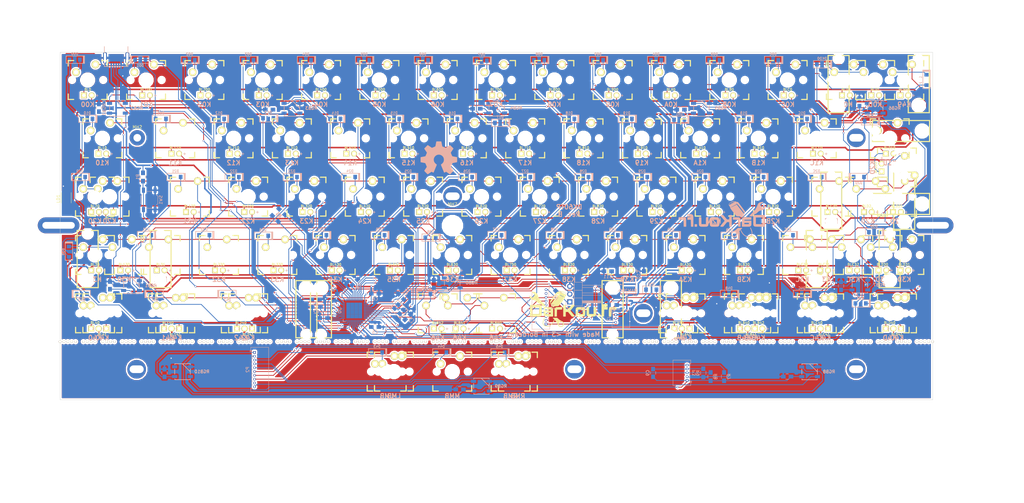
<source format=kicad_pcb>
(kicad_pcb (version 4) (host pcbnew 4.0.7+dfsg1-1)
  (title_block (title DK60TP) (date 2017-10-07) (rev B) (company DarKou))
  (layers (0 F.Cu signal) (31 B.Cu signal) (34 B.Paste user) (35 F.Paste user) (36 B.SilkS user) (37 F.SilkS user hide) (38 B.Mask user) (39 F.Mask user) (44 Edge.Cuts user))
  (net 0 "")
  (net 1 LED_CATH)
  (net 2 LED_AN)
  (net 3 XTAL1)
  (net 4 GND)
  (net 5 XTAL2)
  (net 6 VCC)
  (net 7 "Net-(C8-Pad1)")
  (net 8 "Net-(C9-Pad1)")
  (net 9 Col0)
  (net 10 "Net-(DK0-Pad1)")
  (net 11 "Net-(DK1-Pad1)")
  (net 12 "Net-(DK2-Pad1)")
  (net 13 "Net-(DK3-Pad1)")
  (net 14 "Net-(DK4-Pad1)")
  (net 15 Col6)
  (net 16 "Net-(DK6-Pad1)")
  (net 17 Col1)
  (net 18 "Net-(DK10-Pad1)")
  (net 19 "Net-(DK11-Pad1)")
  (net 20 "Net-(DK12-Pad1)")
  (net 21 "Net-(DK13-Pad1)")
  (net 22 "Net-(DK14-Pad1)")
  (net 23 Col2)
  (net 24 "Net-(DK20-Pad1)")
  (net 25 "Net-(DK21-Pad1)")
  (net 26 "Net-(DK22-Pad1)")
  (net 27 "Net-(DK23-Pad1)")
  (net 28 "Net-(DK24-Pad1)")
  (net 29 Col3)
  (net 30 "Net-(DK30-Pad1)")
  (net 31 "Net-(DK31-Pad1)")
  (net 32 "Net-(DK32-Pad1)")
  (net 33 "Net-(DK33-Pad1)")
  (net 34 /TRACKPOINT/Col3)
  (net 35 "Net-(DK34-Pad1)")
  (net 36 Col4)
  (net 37 "Net-(DK40-Pad1)")
  (net 38 "Net-(DK41-Pad1)")
  (net 39 "Net-(DK42-Pad1)")
  (net 40 "Net-(DK43-Pad1)")
  (net 41 /TRACKPOINT/Col4)
  (net 42 "Net-(DK44-Pad1)")
  (net 43 Col5)
  (net 44 "Net-(DK50-Pad1)")
  (net 45 "Net-(DK51-Pad1)")
  (net 46 "Net-(DK52-Pad1)")
  (net 47 "Net-(DK53-Pad1)")
  (net 48 /TRACKPOINT/Col5)
  (net 49 "Net-(DK54-Pad1)")
  (net 50 "Net-(DK61-Pad1)")
  (net 51 "Net-(DK62-Pad1)")
  (net 52 "Net-(DK63-Pad1)")
  (net 53 "Net-(DK64-Pad1)")
  (net 54 Col7)
  (net 55 "Net-(DK70-Pad1)")
  (net 56 "Net-(DK71-Pad1)")
  (net 57 "Net-(DK72-Pad1)")
  (net 58 "Net-(DK73-Pad1)")
  (net 59 Col8)
  (net 60 "Net-(DK80-Pad1)")
  (net 61 "Net-(DK81-Pad1)")
  (net 62 "Net-(DK82-Pad1)")
  (net 63 "Net-(DK83-Pad1)")
  (net 64 Col9)
  (net 65 "Net-(DK90-Pad1)")
  (net 66 "Net-(DK91-Pad1)")
  (net 67 "Net-(DK92-Pad1)")
  (net 68 "Net-(DK93-Pad1)")
  (net 69 "Net-(DK94-Pad1)")
  (net 70 ColA)
  (net 71 "Net-(DKA0-Pad1)")
  (net 72 "Net-(DKA1-Pad1)")
  (net 73 "Net-(DKA2-Pad1)")
  (net 74 "Net-(DKA3-Pad1)")
  (net 75 "Net-(DKA4-Pad1)")
  (net 76 ColB)
  (net 77 "Net-(DKB0-Pad1)")
  (net 78 "Net-(DKB1-Pad1)")
  (net 79 "Net-(DKB2-Pad1)")
  (net 80 "Net-(DKB3-Pad1)")
  (net 81 "Net-(DKB4-Pad1)")
  (net 82 ColC)
  (net 83 "Net-(DKC1-Pad1)")
  (net 84 "Net-(DKC2-Pad1)")
  (net 85 "Net-(DKC3-Pad1)")
  (net 86 "Net-(DKC4-Pad1)")
  (net 87 ColD)
  (net 88 "Net-(DKD0-Pad1)")
  (net 89 "Net-(DKD1-Pad1)")
  (net 90 "Net-(DKD2-Pad1)")
  (net 91 "Net-(DKD3-Pad1)")
  (net 92 "Net-(DKD4-Pad1)")
  (net 93 "Net-(J1-Pad2)")
  (net 94 "Net-(J1-Pad3)")
  (net 95 "Net-(J1-Pad4)")
  (net 96 DOUT)
  (net 97 Row0)
  (net 98 Row4)
  (net 99 Row1)
  (net 100 Row2)
  (net 101 Row3)
  (net 102 /TRACKPOINT/Row4)
  (net 103 "Net-(KC0-Pad1)")
  (net 104 "Net-(L1-Pad1)")
  (net 105 "Net-(J3-Pad2)")
  (net 106 "Net-(MH2-Pad1)")
  (net 107 "Net-(MH7-Pad1)")
  (net 108 D5)
  (net 109 D2)
  (net 110 "Net-(P1-Pad9)")
  (net 111 /TRACKPOINT/D5)
  (net 112 /TRACKPOINT/D2)
  (net 113 "Net-(P2-Pad9)")
  (net 114 /TRACKPOINT/RGB)
  (net 115 RESET)
  (net 116 "Net-(R2-Pad2)")
  (net 117 "Net-(R3-Pad1)")
  (net 118 "Net-(R4-Pad2)")
  (net 119 CAPS_LED)
  (net 120 "Net-(J3-Pad1)")
  (net 121 RGB)
  (net 122 "Net-(RGB0-Pad2)")
  (net 123 "Net-(RGB1-Pad2)")
  (net 124 "Net-(RGB2-Pad2)")
  (net 125 "Net-(RGB3-Pad2)")
  (net 126 "Net-(RGB4-Pad2)")
  (net 127 "Net-(RGB5-Pad2)")
  (net 128 "Net-(RGB6-Pad2)")
  (net 129 "Net-(RGB8-Pad2)")
  (net 130 "Net-(RGB10-Pad4)")
  (net 131 "Net-(RGB10-Pad2)")
  (net 132 BACKLIT)
  (net 133 "Net-(U0-Pad41)")
  (net 134 "Net-(U0-Pad42)")
  (module Footprint:Mx_125 (layer F.Cu) (at 75.3375 125.18125)
    (fp_text reference K40 hide)
    (fp_text value K40 (at 0 8) (layer B.SilkS) (effects (font (thickness 0.3048)) (justify mirror)))
    (pad HOLE np_thru_hole circle (at 0 0) (size 3.9878 3.9878) (drill 3.9878) (layers *.Cu))
    (pad HOLE np_thru_hole circle (at -5.08 0) (size 1.7018 1.7018) (drill 1.7018) (layers *.Cu))
    (pad HOLE np_thru_hole circle (at 5.08 0) (size 1.7018 1.7018) (drill 1.7018) (layers *.Cu))
    (pad 1 thru_hole circle (at -3.81 -2.54 330.95) (size 2.5 2.5) (drill 1.5) (layers *.Cu *.Mask F.SilkS) (net 14 "Net-(DK4-Pad1)"))
    (pad 2 thru_hole circle (at 2.54 -5.08 356.1) (size 2.5 2.5) (drill 1.5) (layers *.Cu *.Mask F.SilkS) (net 98 Row4))
  )
  (module Footprint:LED_TH_BIVAR (layer F.Cu) (at 72.95625 53.98125)
    (fp_text reference BL0 (at 0 -1.9) (layer F.SilkS) (effects (font (size 0.8 0.8))))
    (fp_text value LED hide)
    (fp_text user + (at 3.048 0) (layer B.SilkS) (effects (justify mirror)))
    (pad 1 thru_hole rect (at -1.27 0) (size 1.9 1.9) (drill 1.1176) (layers *.Cu *.Mask F.SilkS) (net 1 LED_CATH))
    (pad 2 thru_hole circle (at 1.27 0) (size 1.9 1.9) (drill 1.1176) (layers *.Cu *.Mask F.SilkS) (net 2 LED_AN))
  )
  (module Footprint:LED_TH_BIVAR (layer F.Cu) (at 77.71875 73.03125)
    (fp_text reference BL10 (at 0 -1.9) (layer F.SilkS) (effects (font (size 0.8 0.8))))
    (fp_text value LED hide)
    (fp_text user + (at 3.048 0) (layer B.SilkS) (effects (justify mirror)))
    (pad 1 thru_hole rect (at -1.27 0) (size 1.9 1.9) (drill 1.1176) (layers *.Cu *.Mask F.SilkS) (net 1 LED_CATH))
    (pad 2 thru_hole circle (at 1.27 0) (size 1.9 1.9) (drill 1.1176) (layers *.Cu *.Mask F.SilkS) (net 2 LED_AN))
  )
  (module Footprint:LED_TH_BIVAR (layer F.Cu) (at 75.3375 92.08125)
    (fp_text reference BL20 (at 0 -1.9) (layer F.SilkS) (effects (font (size 0.8 0.8))))
    (fp_text value LED hide)
    (fp_text user + (at 3.048 0) (layer B.SilkS) (effects (justify mirror)))
    (pad 1 thru_hole rect (at -1.27 0) (size 1.9 1.9) (drill 1.1176) (layers *.Cu *.Mask F.SilkS) (net 1 LED_CATH))
    (pad 2 thru_hole circle (at 1.27 0) (size 1.9 1.9) (drill 1.1176) (layers *.Cu *.Mask F.SilkS) (net 2 LED_AN))
  )
  (module Footprint:LED_TH_BIVAR (layer F.Cu) (at 80.1 92.08125 180)
    (fp_text reference BL21 (at 0 -1.9 180) (layer F.SilkS) (effects (font (size 0.8 0.8))))
    (fp_text value LED hide)
    (fp_text user + (at 3.048 0 180) (layer B.SilkS) (effects (justify mirror)))
    (pad 1 thru_hole rect (at -1.27 0 180) (size 1.9 1.9) (drill 1.1176) (layers *.Cu *.Mask F.SilkS) (net 1 LED_CATH))
    (pad 2 thru_hole circle (at 1.27 0 180) (size 1.9 1.9) (drill 1.1176) (layers *.Cu *.Mask F.SilkS) (net 2 LED_AN))
  )
  (module Footprint:LED_TH_BIVAR (layer F.Cu) (at 75.3375 111.13125)
    (fp_text reference BL30 (at 0 -1.9) (layer F.SilkS) (effects (font (size 0.8 0.8))))
    (fp_text value LED hide)
    (fp_text user + (at 3.048 0) (layer B.SilkS) (effects (justify mirror)))
    (pad 1 thru_hole rect (at -1.27 0) (size 1.9 1.9) (drill 1.1176) (layers *.Cu *.Mask F.SilkS) (net 1 LED_CATH))
    (pad 2 thru_hole circle (at 1.27 0) (size 1.9 1.9) (drill 1.1176) (layers *.Cu *.Mask F.SilkS) (net 2 LED_AN))
  )
  (module Footprint:LED_TH_BIVAR (layer F.Cu) (at 96.76875 111.13125)
    (fp_text reference BL31 (at 0 -1.9) (layer F.SilkS) (effects (font (size 0.8 0.8))))
    (fp_text value LED hide)
    (fp_text user + (at 3.048 0) (layer B.SilkS) (effects (justify mirror)))
    (pad 1 thru_hole rect (at -1.27 0) (size 1.9 1.9) (drill 1.1176) (layers *.Cu *.Mask F.SilkS) (net 1 LED_CATH))
    (pad 2 thru_hole circle (at 1.27 0) (size 1.9 1.9) (drill 1.1176) (layers *.Cu *.Mask F.SilkS) (net 2 LED_AN))
  )
  (module Footprint:LED_TH_BIVAR (layer F.Cu) (at 75.3375 130.18125)
    (fp_text reference BL40 (at 0 -1.9) (layer F.SilkS) (effects (font (size 0.8 0.8))))
    (fp_text value LED hide)
    (fp_text user + (at 3.048 0) (layer B.SilkS) (effects (justify mirror)))
    (pad 1 thru_hole rect (at -1.27 0) (size 1.9 1.9) (drill 1.1176) (layers *.Cu *.Mask F.SilkS) (net 1 LED_CATH))
    (pad 2 thru_hole circle (at 1.27 0) (size 1.9 1.9) (drill 1.1176) (layers *.Cu *.Mask F.SilkS) (net 2 LED_AN))
  )
  (module Footprint:LED_TH_BIVAR (layer F.Cu) (at 77.71875 130.18125 180)
    (fp_text reference BL41 (at 0 -1.9 180) (layer F.SilkS) (effects (font (size 0.8 0.8))))
    (fp_text value LED hide)
    (fp_text user + (at 3.048 0 180) (layer B.SilkS) (effects (justify mirror)))
    (pad 1 thru_hole rect (at -1.27 0 180) (size 1.9 1.9) (drill 1.1176) (layers *.Cu *.Mask F.SilkS) (net 1 LED_CATH))
    (pad 2 thru_hole circle (at 1.27 0 180) (size 1.9 1.9) (drill 1.1176) (layers *.Cu *.Mask F.SilkS) (net 2 LED_AN))
  )
  (module Footprint:LED_TH_BIVAR (layer F.Cu) (at 92.00625 53.98125)
    (fp_text reference BL100 (at 0 -1.9) (layer F.SilkS) (effects (font (size 0.8 0.8))))
    (fp_text value LED hide)
    (fp_text user + (at 3.048 0) (layer B.SilkS) (effects (justify mirror)))
    (pad 1 thru_hole rect (at -1.27 0) (size 1.9 1.9) (drill 1.1176) (layers *.Cu *.Mask F.SilkS) (net 1 LED_CATH))
    (pad 2 thru_hole circle (at 1.27 0) (size 1.9 1.9) (drill 1.1176) (layers *.Cu *.Mask F.SilkS) (net 2 LED_AN))
  )
  (module Footprint:LED_TH_BIVAR (layer F.Cu) (at 101.53125 73.03125)
    (fp_text reference BL110 (at 0 -1.9) (layer F.SilkS) (effects (font (size 0.8 0.8))))
    (fp_text value LED hide)
    (fp_text user + (at 3.048 0) (layer B.SilkS) (effects (justify mirror)))
    (pad 1 thru_hole rect (at -1.27 0) (size 1.9 1.9) (drill 1.1176) (layers *.Cu *.Mask F.SilkS) (net 1 LED_CATH))
    (pad 2 thru_hole circle (at 1.27 0) (size 1.9 1.9) (drill 1.1176) (layers *.Cu *.Mask F.SilkS) (net 2 LED_AN))
  )
  (module Footprint:LED_TH_BIVAR (layer F.Cu) (at 106.29375 92.08125)
    (fp_text reference BL120 (at 0 -1.9) (layer F.SilkS) (effects (font (size 0.8 0.8))))
    (fp_text value LED hide)
    (fp_text user + (at 3.048 0) (layer B.SilkS) (effects (justify mirror)))
    (pad 1 thru_hole rect (at -1.27 0) (size 1.9 1.9) (drill 1.1176) (layers *.Cu *.Mask F.SilkS) (net 1 LED_CATH))
    (pad 2 thru_hole circle (at 1.27 0) (size 1.9 1.9) (drill 1.1176) (layers *.Cu *.Mask F.SilkS) (net 2 LED_AN))
  )
  (module Footprint:LED_TH_BIVAR (layer F.Cu) (at 84.8625 111.13125)
    (fp_text reference BL130 (at 0 -1.9) (layer F.SilkS) (effects (font (size 0.8 0.8))))
    (fp_text value LED hide)
    (fp_text user + (at 3.048 0) (layer B.SilkS) (effects (justify mirror)))
    (pad 1 thru_hole rect (at -1.27 0) (size 1.9 1.9) (drill 1.1176) (layers *.Cu *.Mask F.SilkS) (net 1 LED_CATH))
    (pad 2 thru_hole circle (at 1.27 0) (size 1.9 1.9) (drill 1.1176) (layers *.Cu *.Mask F.SilkS) (net 2 LED_AN))
  )
  (module Footprint:LED_TH_BIVAR (layer F.Cu) (at 99.15 130.18125)
    (fp_text reference BL140 (at 0 -1.9) (layer F.SilkS) (effects (font (size 0.8 0.8))))
    (fp_text value LED hide)
    (fp_text user + (at 3.048 0) (layer B.SilkS) (effects (justify mirror)))
    (pad 1 thru_hole rect (at -1.27 0) (size 1.9 1.9) (drill 1.1176) (layers *.Cu *.Mask F.SilkS) (net 1 LED_CATH))
    (pad 2 thru_hole circle (at 1.27 0) (size 1.9 1.9) (drill 1.1176) (layers *.Cu *.Mask F.SilkS) (net 2 LED_AN))
  )
  (module Footprint:LED_TH_BIVAR (layer F.Cu) (at 101.53125 130.18125 180)
    (fp_text reference BL141 (at 0 -1.9 180) (layer F.SilkS) (effects (font (size 0.8 0.8))))
    (fp_text value LED hide)
    (fp_text user + (at 3.048 0 180) (layer B.SilkS) (effects (justify mirror)))
    (pad 1 thru_hole rect (at -1.27 0 180) (size 1.9 1.9) (drill 1.1176) (layers *.Cu *.Mask F.SilkS) (net 1 LED_CATH))
    (pad 2 thru_hole circle (at 1.27 0 180) (size 1.9 1.9) (drill 1.1176) (layers *.Cu *.Mask F.SilkS) (net 2 LED_AN))
  )
  (module Footprint:LED_TH_BIVAR (layer F.Cu) (at 111.05625 53.98125)
    (fp_text reference BL200 (at 0 -1.9) (layer F.SilkS) (effects (font (size 0.8 0.8))))
    (fp_text value LED hide)
    (fp_text user + (at 3.048 0) (layer B.SilkS) (effects (justify mirror)))
    (pad 1 thru_hole rect (at -1.27 0) (size 1.9 1.9) (drill 1.1176) (layers *.Cu *.Mask F.SilkS) (net 1 LED_CATH))
    (pad 2 thru_hole circle (at 1.27 0) (size 1.9 1.9) (drill 1.1176) (layers *.Cu *.Mask F.SilkS) (net 2 LED_AN))
  )
  (module Footprint:LED_TH_BIVAR (layer F.Cu) (at 120.58125 73.03125)
    (fp_text reference BL210 (at 0 -1.9) (layer F.SilkS) (effects (font (size 0.8 0.8))))
    (fp_text value LED hide)
    (fp_text user + (at 3.048 0) (layer B.SilkS) (effects (justify mirror)))
    (pad 1 thru_hole rect (at -1.27 0) (size 1.9 1.9) (drill 1.1176) (layers *.Cu *.Mask F.SilkS) (net 1 LED_CATH))
    (pad 2 thru_hole circle (at 1.27 0) (size 1.9 1.9) (drill 1.1176) (layers *.Cu *.Mask F.SilkS) (net 2 LED_AN))
  )
  (module Footprint:LED_TH_BIVAR (layer F.Cu) (at 125.34375 92.08125)
    (fp_text reference BL220 (at 0 -1.9) (layer F.SilkS) (effects (font (size 0.8 0.8))))
    (fp_text value LED hide)
    (fp_text user + (at 3.048 0) (layer B.SilkS) (effects (justify mirror)))
    (pad 1 thru_hole rect (at -1.27 0) (size 1.9 1.9) (drill 1.1176) (layers *.Cu *.Mask F.SilkS) (net 1 LED_CATH))
    (pad 2 thru_hole circle (at 1.27 0) (size 1.9 1.9) (drill 1.1176) (layers *.Cu *.Mask F.SilkS) (net 2 LED_AN))
  )
  (module Footprint:LED_TH_BIVAR (layer F.Cu) (at 115.81875 111.13125)
    (fp_text reference BL230 (at 0 -1.9) (layer F.SilkS) (effects (font (size 0.8 0.8))))
    (fp_text value LED hide)
    (fp_text user + (at 3.048 0) (layer B.SilkS) (effects (justify mirror)))
    (pad 1 thru_hole rect (at -1.27 0) (size 1.9 1.9) (drill 1.1176) (layers *.Cu *.Mask F.SilkS) (net 1 LED_CATH))
    (pad 2 thru_hole circle (at 1.27 0) (size 1.9 1.9) (drill 1.1176) (layers *.Cu *.Mask F.SilkS) (net 2 LED_AN))
  )
  (module Footprint:LED_TH_BIVAR (layer F.Cu) (at 122.9625 130.18125)
    (fp_text reference BL240 (at 0 -1.9) (layer F.SilkS) (effects (font (size 0.8 0.8))))
    (fp_text value LED hide)
    (fp_text user + (at 3.048 0) (layer B.SilkS) (effects (justify mirror)))
    (pad 1 thru_hole rect (at -1.27 0) (size 1.9 1.9) (drill 1.1176) (layers *.Cu *.Mask F.SilkS) (net 1 LED_CATH))
    (pad 2 thru_hole circle (at 1.27 0) (size 1.9 1.9) (drill 1.1176) (layers *.Cu *.Mask F.SilkS) (net 2 LED_AN))
  )
  (module Footprint:LED_TH_BIVAR (layer F.Cu) (at 125.34375 130.18125 180)
    (fp_text reference BL241 (at 0 -1.9 180) (layer F.SilkS) (effects (font (size 0.8 0.8))))
    (fp_text value LED hide)
    (fp_text user + (at 3.048 0 180) (layer B.SilkS) (effects (justify mirror)))
    (pad 1 thru_hole rect (at -1.27 0 180) (size 1.9 1.9) (drill 1.1176) (layers *.Cu *.Mask F.SilkS) (net 1 LED_CATH))
    (pad 2 thru_hole circle (at 1.27 0 180) (size 1.9 1.9) (drill 1.1176) (layers *.Cu *.Mask F.SilkS) (net 2 LED_AN))
  )
  (module Footprint:LED_TH_BIVAR (layer F.Cu) (at 130.10625 53.98125)
    (fp_text reference BL300 (at 0 -1.9) (layer F.SilkS) (effects (font (size 0.8 0.8))))
    (fp_text value LED hide)
    (fp_text user + (at 3.048 0) (layer B.SilkS) (effects (justify mirror)))
    (pad 1 thru_hole rect (at -1.27 0) (size 1.9 1.9) (drill 1.1176) (layers *.Cu *.Mask F.SilkS) (net 1 LED_CATH))
    (pad 2 thru_hole circle (at 1.27 0) (size 1.9 1.9) (drill 1.1176) (layers *.Cu *.Mask F.SilkS) (net 2 LED_AN))
  )
  (module Footprint:LED_TH_BIVAR (layer F.Cu) (at 139.63125 73.03125)
    (fp_text reference BL310 (at 0 -1.9) (layer F.SilkS) (effects (font (size 0.8 0.8))))
    (fp_text value LED hide)
    (fp_text user + (at 3.048 0) (layer B.SilkS) (effects (justify mirror)))
    (pad 1 thru_hole rect (at -1.27 0) (size 1.9 1.9) (drill 1.1176) (layers *.Cu *.Mask F.SilkS) (net 1 LED_CATH))
    (pad 2 thru_hole circle (at 1.27 0) (size 1.9 1.9) (drill 1.1176) (layers *.Cu *.Mask F.SilkS) (net 2 LED_AN))
  )
  (module Footprint:LED_TH_BIVAR (layer F.Cu) (at 144.39375 92.08125)
    (fp_text reference BL320 (at 0 -1.9) (layer F.SilkS) (effects (font (size 0.8 0.8))))
    (fp_text value LED hide)
    (fp_text user + (at 3.048 0) (layer B.SilkS) (effects (justify mirror)))
    (pad 1 thru_hole rect (at -1.27 0) (size 1.9 1.9) (drill 1.1176) (layers *.Cu *.Mask F.SilkS) (net 1 LED_CATH))
    (pad 2 thru_hole circle (at 1.27 0) (size 1.9 1.9) (drill 1.1176) (layers *.Cu *.Mask F.SilkS) (net 2 LED_AN))
  )
  (module Footprint:LED_TH_BIVAR (layer F.Cu) (at 134.86875 111.13125)
    (fp_text reference BL330 (at 0 -1.9) (layer F.SilkS) (effects (font (size 0.8 0.8))))
    (fp_text value LED hide)
    (fp_text user + (at 3.048 0) (layer B.SilkS) (effects (justify mirror)))
    (pad 1 thru_hole rect (at -1.27 0) (size 1.9 1.9) (drill 1.1176) (layers *.Cu *.Mask F.SilkS) (net 1 LED_CATH))
    (pad 2 thru_hole circle (at 1.27 0) (size 1.9 1.9) (drill 1.1176) (layers *.Cu *.Mask F.SilkS) (net 2 LED_AN))
  )
  (module Footprint:LED_TH_BIVAR (layer F.Cu) (at 149.15625 53.98125)
    (fp_text reference BL400 (at 0 -1.9) (layer F.SilkS) (effects (font (size 0.8 0.8))))
    (fp_text value LED hide)
    (fp_text user + (at 3.048 0) (layer B.SilkS) (effects (justify mirror)))
    (pad 1 thru_hole rect (at -1.27 0) (size 1.9 1.9) (drill 1.1176) (layers *.Cu *.Mask F.SilkS) (net 1 LED_CATH))
    (pad 2 thru_hole circle (at 1.27 0) (size 1.9 1.9) (drill 1.1176) (layers *.Cu *.Mask F.SilkS) (net 2 LED_AN))
  )
  (module Footprint:LED_TH_BIVAR (layer F.Cu) (at 158.68125 73.03125)
    (fp_text reference BL410 (at 0 -1.9) (layer F.SilkS) (effects (font (size 0.8 0.8))))
    (fp_text value LED hide)
    (fp_text user + (at 3.048 0) (layer B.SilkS) (effects (justify mirror)))
    (pad 1 thru_hole rect (at -1.27 0) (size 1.9 1.9) (drill 1.1176) (layers *.Cu *.Mask F.SilkS) (net 1 LED_CATH))
    (pad 2 thru_hole circle (at 1.27 0) (size 1.9 1.9) (drill 1.1176) (layers *.Cu *.Mask F.SilkS) (net 2 LED_AN))
  )
  (module Footprint:LED_TH_BIVAR (layer F.Cu) (at 163.44375 92.08125)
    (fp_text reference BL420 (at 0 -1.9) (layer F.SilkS) (effects (font (size 0.8 0.8))))
    (fp_text value LED hide)
    (fp_text user + (at 3.048 0) (layer B.SilkS) (effects (justify mirror)))
    (pad 1 thru_hole rect (at -1.27 0) (size 1.9 1.9) (drill 1.1176) (layers *.Cu *.Mask F.SilkS) (net 1 LED_CATH))
    (pad 2 thru_hole circle (at 1.27 0) (size 1.9 1.9) (drill 1.1176) (layers *.Cu *.Mask F.SilkS) (net 2 LED_AN))
  )
  (module Footprint:LED_TH_BIVAR (layer F.Cu) (at 153.91875 111.13125)
    (fp_text reference BL430 (at 0 -1.9) (layer F.SilkS) (effects (font (size 0.8 0.8))))
    (fp_text value LED hide)
    (fp_text user + (at 3.048 0) (layer B.SilkS) (effects (justify mirror)))
    (pad 1 thru_hole rect (at -1.27 0) (size 1.9 1.9) (drill 1.1176) (layers *.Cu *.Mask F.SilkS) (net 1 LED_CATH))
    (pad 2 thru_hole circle (at 1.27 0) (size 1.9 1.9) (drill 1.1176) (layers *.Cu *.Mask F.SilkS) (net 2 LED_AN))
  )
  (module Footprint:LED_TH_BIVAR (layer F.Cu) (at 168.20625 53.98125)
    (fp_text reference BL500 (at 0 -1.9) (layer F.SilkS) (effects (font (size 0.8 0.8))))
    (fp_text value LED hide)
    (fp_text user + (at 3.048 0) (layer B.SilkS) (effects (justify mirror)))
    (pad 1 thru_hole rect (at -1.27 0) (size 1.9 1.9) (drill 1.1176) (layers *.Cu *.Mask F.SilkS) (net 1 LED_CATH))
    (pad 2 thru_hole circle (at 1.27 0) (size 1.9 1.9) (drill 1.1176) (layers *.Cu *.Mask F.SilkS) (net 2 LED_AN))
  )
  (module Footprint:LED_TH_BIVAR (layer F.Cu) (at 177.73125 73.03125)
    (fp_text reference BL510 (at 0 -1.9) (layer F.SilkS) (effects (font (size 0.8 0.8))))
    (fp_text value LED hide)
    (fp_text user + (at 3.048 0) (layer B.SilkS) (effects (justify mirror)))
    (pad 1 thru_hole rect (at -1.27 0) (size 1.9 1.9) (drill 1.1176) (layers *.Cu *.Mask F.SilkS) (net 1 LED_CATH))
    (pad 2 thru_hole circle (at 1.27 0) (size 1.9 1.9) (drill 1.1176) (layers *.Cu *.Mask F.SilkS) (net 2 LED_AN))
  )
  (module Footprint:LED_TH_BIVAR (layer F.Cu) (at 182.49375 92.08125)
    (fp_text reference BL520 (at 0 -1.9) (layer F.SilkS) (effects (font (size 0.8 0.8))))
    (fp_text value LED hide)
    (fp_text user + (at 3.048 0) (layer B.SilkS) (effects (justify mirror)))
    (pad 1 thru_hole rect (at -1.27 0) (size 1.9 1.9) (drill 1.1176) (layers *.Cu *.Mask F.SilkS) (net 1 LED_CATH))
    (pad 2 thru_hole circle (at 1.27 0) (size 1.9 1.9) (drill 1.1176) (layers *.Cu *.Mask F.SilkS) (net 2 LED_AN))
  )
  (module Footprint:LED_TH_BIVAR (layer F.Cu) (at 172.96875 111.13125)
    (fp_text reference BL530 (at 0 -1.9) (layer F.SilkS) (effects (font (size 0.8 0.8))))
    (fp_text value LED hide)
    (fp_text user + (at 3.048 0) (layer B.SilkS) (effects (justify mirror)))
    (pad 1 thru_hole rect (at -1.27 0) (size 1.9 1.9) (drill 1.1176) (layers *.Cu *.Mask F.SilkS) (net 1 LED_CATH))
    (pad 2 thru_hole circle (at 1.27 0) (size 1.9 1.9) (drill 1.1176) (layers *.Cu *.Mask F.SilkS) (net 2 LED_AN))
  )
  (module Footprint:LED_TH_BIVAR (layer F.Cu) (at 187.25625 53.98125)
    (fp_text reference BL600 (at 0 -1.9) (layer F.SilkS) (effects (font (size 0.8 0.8))))
    (fp_text value LED hide)
    (fp_text user + (at 3.048 0) (layer B.SilkS) (effects (justify mirror)))
    (pad 1 thru_hole rect (at -1.27 0) (size 1.9 1.9) (drill 1.1176) (layers *.Cu *.Mask F.SilkS) (net 1 LED_CATH))
    (pad 2 thru_hole circle (at 1.27 0) (size 1.9 1.9) (drill 1.1176) (layers *.Cu *.Mask F.SilkS) (net 2 LED_AN))
  )
  (module Footprint:LED_TH_BIVAR (layer F.Cu) (at 196.78125 73.03125)
    (fp_text reference BL610 (at 0 -1.9) (layer F.SilkS) (effects (font (size 0.8 0.8))))
    (fp_text value LED hide)
    (fp_text user + (at 3.048 0) (layer B.SilkS) (effects (justify mirror)))
    (pad 1 thru_hole rect (at -1.27 0) (size 1.9 1.9) (drill 1.1176) (layers *.Cu *.Mask F.SilkS) (net 1 LED_CATH))
    (pad 2 thru_hole circle (at 1.27 0) (size 1.9 1.9) (drill 1.1176) (layers *.Cu *.Mask F.SilkS) (net 2 LED_AN))
  )
  (module Footprint:LED_TH_BIVAR (layer F.Cu) (at 201.54375 92.08125)
    (fp_text reference BL620 (at 0 -1.9) (layer F.SilkS) (effects (font (size 0.8 0.8))))
    (fp_text value LED hide)
    (fp_text user + (at 3.048 0) (layer B.SilkS) (effects (justify mirror)))
    (pad 1 thru_hole rect (at -1.27 0) (size 1.9 1.9) (drill 1.1176) (layers *.Cu *.Mask F.SilkS) (net 1 LED_CATH))
    (pad 2 thru_hole circle (at 1.27 0) (size 1.9 1.9) (drill 1.1176) (layers *.Cu *.Mask F.SilkS) (net 2 LED_AN))
  )
  (module Footprint:LED_TH_BIVAR (layer F.Cu) (at 192.01875 111.13125)
    (fp_text reference BL630 (at 0 -1.9) (layer F.SilkS) (effects (font (size 0.8 0.8))))
    (fp_text value LED hide)
    (fp_text user + (at 3.048 0) (layer B.SilkS) (effects (justify mirror)))
    (pad 1 thru_hole rect (at -1.27 0) (size 1.9 1.9) (drill 1.1176) (layers *.Cu *.Mask F.SilkS) (net 1 LED_CATH))
    (pad 2 thru_hole circle (at 1.27 0) (size 1.9 1.9) (drill 1.1176) (layers *.Cu *.Mask F.SilkS) (net 2 LED_AN))
  )
  (module Footprint:LED_TH_BIVAR (layer F.Cu) (at 206.30625 130.18125)
    (fp_text reference BL640 (at 0 -1.9) (layer F.SilkS) (effects (font (size 0.8 0.8))))
    (fp_text value LED hide)
    (fp_text user + (at 3.048 0) (layer B.SilkS) (effects (justify mirror)))
    (pad 1 thru_hole rect (at -1.27 0) (size 1.9 1.9) (drill 1.1176) (layers *.Cu *.Mask F.SilkS) (net 1 LED_CATH))
    (pad 2 thru_hole circle (at 1.27 0) (size 1.9 1.9) (drill 1.1176) (layers *.Cu *.Mask F.SilkS) (net 2 LED_AN))
  )
  (module Footprint:LED_TH_BIVAR (layer F.Cu) (at 194.4 130.18125)
    (fp_text reference BL641 (at 0 -1.9) (layer F.SilkS) (effects (font (size 0.8 0.8))))
    (fp_text value LED hide)
    (fp_text user + (at 3.048 0) (layer B.SilkS) (effects (justify mirror)))
    (pad 1 thru_hole rect (at -1.27 0) (size 1.9 1.9) (drill 1.1176) (layers *.Cu *.Mask F.SilkS) (net 1 LED_CATH))
    (pad 2 thru_hole circle (at 1.27 0) (size 1.9 1.9) (drill 1.1176) (layers *.Cu *.Mask F.SilkS) (net 2 LED_AN))
  )
  (module Footprint:LED_TH_BIVAR (layer F.Cu) (at 187.25625 130.18125)
    (fp_text reference BL642 (at 0 -1.9) (layer F.SilkS) (effects (font (size 0.8 0.8))))
    (fp_text value LED hide)
    (fp_text user + (at 3.048 0) (layer B.SilkS) (effects (justify mirror)))
    (pad 1 thru_hole rect (at -1.27 0) (size 1.9 1.9) (drill 1.1176) (layers *.Cu *.Mask F.SilkS) (net 1 LED_CATH))
    (pad 2 thru_hole circle (at 1.27 0) (size 1.9 1.9) (drill 1.1176) (layers *.Cu *.Mask F.SilkS) (net 2 LED_AN))
  )
  (module Footprint:LED_TH_BIVAR (layer F.Cu) (at 206.30625 53.98125)
    (fp_text reference BL700 (at 0 -1.9) (layer F.SilkS) (effects (font (size 0.8 0.8))))
    (fp_text value LED hide)
    (fp_text user + (at 3.048 0) (layer B.SilkS) (effects (justify mirror)))
    (pad 1 thru_hole rect (at -1.27 0) (size 1.9 1.9) (drill 1.1176) (layers *.Cu *.Mask F.SilkS) (net 1 LED_CATH))
    (pad 2 thru_hole circle (at 1.27 0) (size 1.9 1.9) (drill 1.1176) (layers *.Cu *.Mask F.SilkS) (net 2 LED_AN))
  )
  (module Footprint:LED_TH_BIVAR (layer F.Cu) (at 215.83125 73.03125)
    (fp_text reference BL710 (at 0 -1.9) (layer F.SilkS) (effects (font (size 0.8 0.8))))
    (fp_text value LED hide)
    (fp_text user + (at 3.048 0) (layer B.SilkS) (effects (justify mirror)))
    (pad 1 thru_hole rect (at -1.27 0) (size 1.9 1.9) (drill 1.1176) (layers *.Cu *.Mask F.SilkS) (net 1 LED_CATH))
    (pad 2 thru_hole circle (at 1.27 0) (size 1.9 1.9) (drill 1.1176) (layers *.Cu *.Mask F.SilkS) (net 2 LED_AN))
  )
  (module Footprint:LED_TH_BIVAR (layer F.Cu) (at 220.59375 92.08125)
    (fp_text reference BL720 (at 0 -1.9) (layer F.SilkS) (effects (font (size 0.8 0.8))))
    (fp_text value LED hide)
    (fp_text user + (at 3.048 0) (layer B.SilkS) (effects (justify mirror)))
    (pad 1 thru_hole rect (at -1.27 0) (size 1.9 1.9) (drill 1.1176) (layers *.Cu *.Mask F.SilkS) (net 1 LED_CATH))
    (pad 2 thru_hole circle (at 1.27 0) (size 1.9 1.9) (drill 1.1176) (layers *.Cu *.Mask F.SilkS) (net 2 LED_AN))
  )
  (module Footprint:LED_TH_BIVAR (layer F.Cu) (at 211.06875 111.13125)
    (fp_text reference BL750 (at 0 -1.9) (layer F.SilkS) (effects (font (size 0.8 0.8))))
    (fp_text value LED hide)
    (fp_text user + (at 3.048 0) (layer B.SilkS) (effects (justify mirror)))
    (pad 1 thru_hole rect (at -1.27 0) (size 1.9 1.9) (drill 1.1176) (layers *.Cu *.Mask F.SilkS) (net 1 LED_CATH))
    (pad 2 thru_hole circle (at 1.27 0) (size 1.9 1.9) (drill 1.1176) (layers *.Cu *.Mask F.SilkS) (net 2 LED_AN))
  )
  (module Footprint:LED_TH_BIVAR (layer F.Cu) (at 225.35625 53.98125)
    (fp_text reference BL800 (at 0 -1.9) (layer F.SilkS) (effects (font (size 0.8 0.8))))
    (fp_text value LED hide)
    (fp_text user + (at 3.048 0) (layer B.SilkS) (effects (justify mirror)))
    (pad 1 thru_hole rect (at -1.27 0) (size 1.9 1.9) (drill 1.1176) (layers *.Cu *.Mask F.SilkS) (net 1 LED_CATH))
    (pad 2 thru_hole circle (at 1.27 0) (size 1.9 1.9) (drill 1.1176) (layers *.Cu *.Mask F.SilkS) (net 2 LED_AN))
  )
  (module Footprint:LED_TH_BIVAR (layer F.Cu) (at 234.88125 73.03125)
    (fp_text reference BL810 (at 0 -1.9) (layer F.SilkS) (effects (font (size 0.8 0.8))))
    (fp_text value LED hide)
    (fp_text user + (at 3.048 0) (layer B.SilkS) (effects (justify mirror)))
    (pad 1 thru_hole rect (at -1.27 0) (size 1.9 1.9) (drill 1.1176) (layers *.Cu *.Mask F.SilkS) (net 1 LED_CATH))
    (pad 2 thru_hole circle (at 1.27 0) (size 1.9 1.9) (drill 1.1176) (layers *.Cu *.Mask F.SilkS) (net 2 LED_AN))
  )
  (module Footprint:LED_TH_BIVAR (layer F.Cu) (at 239.64375 92.08125)
    (fp_text reference BL820 (at 0 -1.9) (layer F.SilkS) (effects (font (size 0.8 0.8))))
    (fp_text value LED hide)
    (fp_text user + (at 3.048 0) (layer B.SilkS) (effects (justify mirror)))
    (pad 1 thru_hole rect (at -1.27 0) (size 1.9 1.9) (drill 1.1176) (layers *.Cu *.Mask F.SilkS) (net 1 LED_CATH))
    (pad 2 thru_hole circle (at 1.27 0) (size 1.9 1.9) (drill 1.1176) (layers *.Cu *.Mask F.SilkS) (net 2 LED_AN))
  )
  (module Footprint:LED_TH_BIVAR (layer F.Cu) (at 230.11875 111.13125)
    (fp_text reference BL830 (at 0 -1.9) (layer F.SilkS) (effects (font (size 0.8 0.8))))
    (fp_text value LED hide)
    (fp_text user + (at 3.048 0) (layer B.SilkS) (effects (justify mirror)))
    (pad 1 thru_hole rect (at -1.27 0) (size 1.9 1.9) (drill 1.1176) (layers *.Cu *.Mask F.SilkS) (net 1 LED_CATH))
    (pad 2 thru_hole circle (at 1.27 0) (size 1.9 1.9) (drill 1.1176) (layers *.Cu *.Mask F.SilkS) (net 2 LED_AN))
  )
  (module Footprint:LED_TH_BIVAR (layer F.Cu) (at 244.40625 53.98125)
    (fp_text reference BL900 (at 0 -1.9) (layer F.SilkS) (effects (font (size 0.8 0.8))))
    (fp_text value LED hide)
    (fp_text user + (at 3.048 0) (layer B.SilkS) (effects (justify mirror)))
    (pad 1 thru_hole rect (at -1.27 0) (size 1.9 1.9) (drill 1.1176) (layers *.Cu *.Mask F.SilkS) (net 1 LED_CATH))
    (pad 2 thru_hole circle (at 1.27 0) (size 1.9 1.9) (drill 1.1176) (layers *.Cu *.Mask F.SilkS) (net 2 LED_AN))
  )
  (module Footprint:LED_TH_BIVAR (layer F.Cu) (at 253.93125 73.03125)
    (fp_text reference BL910 (at 0 -1.9) (layer F.SilkS) (effects (font (size 0.8 0.8))))
    (fp_text value LED hide)
    (fp_text user + (at 3.048 0) (layer B.SilkS) (effects (justify mirror)))
    (pad 1 thru_hole rect (at -1.27 0) (size 1.9 1.9) (drill 1.1176) (layers *.Cu *.Mask F.SilkS) (net 1 LED_CATH))
    (pad 2 thru_hole circle (at 1.27 0) (size 1.9 1.9) (drill 1.1176) (layers *.Cu *.Mask F.SilkS) (net 2 LED_AN))
  )
  (module Footprint:LED_TH_BIVAR (layer F.Cu) (at 258.69375 92.08125)
    (fp_text reference BL920 (at 0 -1.9) (layer F.SilkS) (effects (font (size 0.8 0.8))))
    (fp_text value LED hide)
    (fp_text user + (at 3.048 0) (layer B.SilkS) (effects (justify mirror)))
    (pad 1 thru_hole rect (at -1.27 0) (size 1.9 1.9) (drill 1.1176) (layers *.Cu *.Mask F.SilkS) (net 1 LED_CATH))
    (pad 2 thru_hole circle (at 1.27 0) (size 1.9 1.9) (drill 1.1176) (layers *.Cu *.Mask F.SilkS) (net 2 LED_AN))
  )
  (module Footprint:LED_TH_BIVAR (layer F.Cu) (at 249.16875 111.13125)
    (fp_text reference BL930 (at 0 -1.9) (layer F.SilkS) (effects (font (size 0.8 0.8))))
    (fp_text value LED hide)
    (fp_text user + (at 3.048 0) (layer B.SilkS) (effects (justify mirror)))
    (pad 1 thru_hole rect (at -1.27 0) (size 1.9 1.9) (drill 1.1176) (layers *.Cu *.Mask F.SilkS) (net 1 LED_CATH))
    (pad 2 thru_hole circle (at 1.27 0) (size 1.9 1.9) (drill 1.1176) (layers *.Cu *.Mask F.SilkS) (net 2 LED_AN))
  )
  (module Footprint:LED_TH_BIVAR (layer F.Cu) (at 339.65625 53.98125)
    (fp_text reference BL940 (at 0 -1.9) (layer F.SilkS) (effects (font (size 0.8 0.8))))
    (fp_text value LED hide)
    (fp_text user + (at 3.048 0) (layer B.SilkS) (effects (justify mirror)))
    (pad 1 thru_hole rect (at -1.27 0) (size 1.9 1.9) (drill 1.1176) (layers *.Cu *.Mask F.SilkS) (net 1 LED_CATH))
    (pad 2 thru_hole circle (at 1.27 0) (size 1.9 1.9) (drill 1.1176) (layers *.Cu *.Mask F.SilkS) (net 2 LED_AN))
  )
  (module Footprint:LED_TH_BIVAR (layer F.Cu) (at 263.45625 53.98125)
    (fp_text reference BLA0 (at 0 -1.9) (layer F.SilkS) (effects (font (size 0.8 0.8))))
    (fp_text value LED hide)
    (fp_text user + (at 3.048 0) (layer B.SilkS) (effects (justify mirror)))
    (pad 1 thru_hole rect (at -1.27 0) (size 1.9 1.9) (drill 1.1176) (layers *.Cu *.Mask F.SilkS) (net 1 LED_CATH))
    (pad 2 thru_hole circle (at 1.27 0) (size 1.9 1.9) (drill 1.1176) (layers *.Cu *.Mask F.SilkS) (net 2 LED_AN))
  )
  (module Footprint:LED_TH_BIVAR (layer F.Cu) (at 272.98125 73.03125)
    (fp_text reference BLA10 (at 0 -1.9) (layer F.SilkS) (effects (font (size 0.8 0.8))))
    (fp_text value LED hide)
    (fp_text user + (at 3.048 0) (layer B.SilkS) (effects (justify mirror)))
    (pad 1 thru_hole rect (at -1.27 0) (size 1.9 1.9) (drill 1.1176) (layers *.Cu *.Mask F.SilkS) (net 1 LED_CATH))
    (pad 2 thru_hole circle (at 1.27 0) (size 1.9 1.9) (drill 1.1176) (layers *.Cu *.Mask F.SilkS) (net 2 LED_AN))
  )
  (module Footprint:LED_TH_BIVAR (layer F.Cu) (at 277.74375 92.08125)
    (fp_text reference BLA20 (at 0 -1.9) (layer F.SilkS) (effects (font (size 0.8 0.8))))
    (fp_text value LED hide)
    (fp_text user + (at 3.048 0) (layer B.SilkS) (effects (justify mirror)))
    (pad 1 thru_hole rect (at -1.27 0) (size 1.9 1.9) (drill 1.1176) (layers *.Cu *.Mask F.SilkS) (net 1 LED_CATH))
    (pad 2 thru_hole circle (at 1.27 0) (size 1.9 1.9) (drill 1.1176) (layers *.Cu *.Mask F.SilkS) (net 2 LED_AN))
  )
  (module Footprint:LED_TH_BIVAR (layer F.Cu) (at 268.21875 111.13125)
    (fp_text reference BLA30 (at 0 -1.9) (layer F.SilkS) (effects (font (size 0.8 0.8))))
    (fp_text value LED hide)
    (fp_text user + (at 3.048 0) (layer B.SilkS) (effects (justify mirror)))
    (pad 1 thru_hole rect (at -1.27 0) (size 1.9 1.9) (drill 1.1176) (layers *.Cu *.Mask F.SilkS) (net 1 LED_CATH))
    (pad 2 thru_hole circle (at 1.27 0) (size 1.9 1.9) (drill 1.1176) (layers *.Cu *.Mask F.SilkS) (net 2 LED_AN))
  )
  (module Footprint:LED_TH_BIVAR (layer F.Cu) (at 265.8375 130.18125)
    (fp_text reference BLA40 (at 0 -1.9) (layer F.SilkS) (effects (font (size 0.8 0.8))))
    (fp_text value LED hide)
    (fp_text user + (at 3.048 0) (layer B.SilkS) (effects (justify mirror)))
    (pad 1 thru_hole rect (at -1.27 0) (size 1.9 1.9) (drill 1.1176) (layers *.Cu *.Mask F.SilkS) (net 1 LED_CATH))
    (pad 2 thru_hole circle (at 1.27 0) (size 1.9 1.9) (drill 1.1176) (layers *.Cu *.Mask F.SilkS) (net 2 LED_AN))
  )
  (module Footprint:LED_TH_BIVAR (layer F.Cu) (at 268.21875 130.18125 180)
    (fp_text reference BLA41 (at 0 -1.9 180) (layer F.SilkS) (effects (font (size 0.8 0.8))))
    (fp_text value LED hide)
    (fp_text user + (at 3.048 0 180) (layer B.SilkS) (effects (justify mirror)))
    (pad 1 thru_hole rect (at -1.27 0 180) (size 1.9 1.9) (drill 1.1176) (layers *.Cu *.Mask F.SilkS) (net 1 LED_CATH))
    (pad 2 thru_hole circle (at 1.27 0 180) (size 1.9 1.9) (drill 1.1176) (layers *.Cu *.Mask F.SilkS) (net 2 LED_AN))
  )
  (module Footprint:LED_TH_BIVAR (layer F.Cu) (at 282.50625 53.98125)
    (fp_text reference BLB0 (at 0 -1.9) (layer F.SilkS) (effects (font (size 0.8 0.8))))
    (fp_text value LED hide)
    (fp_text user + (at 3.048 0) (layer B.SilkS) (effects (justify mirror)))
    (pad 1 thru_hole rect (at -1.27 0) (size 1.9 1.9) (drill 1.1176) (layers *.Cu *.Mask F.SilkS) (net 1 LED_CATH))
    (pad 2 thru_hole circle (at 1.27 0) (size 1.9 1.9) (drill 1.1176) (layers *.Cu *.Mask F.SilkS) (net 2 LED_AN))
  )
  (module Footprint:LED_TH_BIVAR (layer F.Cu) (at 292.03125 73.03125)
    (fp_text reference BLB10 (at 0 -1.9) (layer F.SilkS) (effects (font (size 0.8 0.8))))
    (fp_text value LED hide)
    (fp_text user + (at 3.048 0) (layer B.SilkS) (effects (justify mirror)))
    (pad 1 thru_hole rect (at -1.27 0) (size 1.9 1.9) (drill 1.1176) (layers *.Cu *.Mask F.SilkS) (net 1 LED_CATH))
    (pad 2 thru_hole circle (at 1.27 0) (size 1.9 1.9) (drill 1.1176) (layers *.Cu *.Mask F.SilkS) (net 2 LED_AN))
  )
  (module Footprint:LED_TH_BIVAR (layer F.Cu) (at 296.79375 92.08125)
    (fp_text reference BLB20 (at 0 -1.9) (layer F.SilkS) (effects (font (size 0.8 0.8))))
    (fp_text value LED hide)
    (fp_text user + (at 3.048 0) (layer B.SilkS) (effects (justify mirror)))
    (pad 1 thru_hole rect (at -1.27 0) (size 1.9 1.9) (drill 1.1176) (layers *.Cu *.Mask F.SilkS) (net 1 LED_CATH))
    (pad 2 thru_hole circle (at 1.27 0) (size 1.9 1.9) (drill 1.1176) (layers *.Cu *.Mask F.SilkS) (net 2 LED_AN))
  )
  (module Footprint:LED_TH_BIVAR (layer F.Cu) (at 287.26875 111.13125)
    (fp_text reference BLB30 (at 0 -1.9) (layer F.SilkS) (effects (font (size 0.8 0.8))))
    (fp_text value LED hide)
    (fp_text user + (at 3.048 0) (layer B.SilkS) (effects (justify mirror)))
    (pad 1 thru_hole rect (at -1.27 0) (size 1.9 1.9) (drill 1.1176) (layers *.Cu *.Mask F.SilkS) (net 1 LED_CATH))
    (pad 2 thru_hole circle (at 1.27 0) (size 1.9 1.9) (drill 1.1176) (layers *.Cu *.Mask F.SilkS) (net 2 LED_AN))
  )
  (module Footprint:LED_TH_BIVAR (layer F.Cu) (at 287.26875 130.18125)
    (fp_text reference BLB40 (at 0 -1.9) (layer F.SilkS) (effects (font (size 0.8 0.8))))
    (fp_text value LED hide)
    (fp_text user + (at 3.048 0) (layer B.SilkS) (effects (justify mirror)))
    (pad 1 thru_hole rect (at -1.27 0) (size 1.9 1.9) (drill 1.1176) (layers *.Cu *.Mask F.SilkS) (net 1 LED_CATH))
    (pad 2 thru_hole circle (at 1.27 0) (size 1.9 1.9) (drill 1.1176) (layers *.Cu *.Mask F.SilkS) (net 2 LED_AN))
  )
  (module Footprint:LED_TH_BIVAR (layer F.Cu) (at 289.65 130.18125 180)
    (fp_text reference BLB41 (at 0 -1.9 180) (layer F.SilkS) (effects (font (size 0.8 0.8))))
    (fp_text value LED hide)
    (fp_text user + (at 3.048 0 180) (layer B.SilkS) (effects (justify mirror)))
    (pad 1 thru_hole rect (at -1.27 0 180) (size 1.9 1.9) (drill 1.1176) (layers *.Cu *.Mask F.SilkS) (net 1 LED_CATH))
    (pad 2 thru_hole circle (at 1.27 0 180) (size 1.9 1.9) (drill 1.1176) (layers *.Cu *.Mask F.SilkS) (net 2 LED_AN))
  )
  (module Footprint:LED_TH_BIVAR (layer F.Cu) (at 292.03125 130.18125)
    (fp_text reference BLB42 (at 0 -1.9) (layer F.SilkS) (effects (font (size 0.8 0.8))))
    (fp_text value LED hide)
    (fp_text user + (at 3.048 0) (layer B.SilkS) (effects (justify mirror)))
    (pad 1 thru_hole rect (at -1.27 0) (size 1.9 1.9) (drill 1.1176) (layers *.Cu *.Mask F.SilkS) (net 1 LED_CATH))
    (pad 2 thru_hole circle (at 1.27 0) (size 1.9 1.9) (drill 1.1176) (layers *.Cu *.Mask F.SilkS) (net 2 LED_AN))
  )
  (module Footprint:LED_TH_BIVAR (layer F.Cu) (at 301.55625 53.98125)
    (fp_text reference BLC0 (at 0 -1.9) (layer F.SilkS) (effects (font (size 0.8 0.8))))
    (fp_text value LED hide)
    (fp_text user + (at 3.048 0) (layer B.SilkS) (effects (justify mirror)))
    (pad 1 thru_hole rect (at -1.27 0) (size 1.9 1.9) (drill 1.1176) (layers *.Cu *.Mask F.SilkS) (net 1 LED_CATH))
    (pad 2 thru_hole circle (at 1.27 0) (size 1.9 1.9) (drill 1.1176) (layers *.Cu *.Mask F.SilkS) (net 2 LED_AN))
  )
  (module Footprint:LED_TH_BIVAR (layer F.Cu) (at 311.08125 73.03125)
    (fp_text reference BLC10 (at 0 -1.9) (layer F.SilkS) (effects (font (size 0.8 0.8))))
    (fp_text value LED hide)
    (fp_text user + (at 3.048 0) (layer B.SilkS) (effects (justify mirror)))
    (pad 1 thru_hole rect (at -1.27 0) (size 1.9 1.9) (drill 1.1176) (layers *.Cu *.Mask F.SilkS) (net 1 LED_CATH))
    (pad 2 thru_hole circle (at 1.27 0) (size 1.9 1.9) (drill 1.1176) (layers *.Cu *.Mask F.SilkS) (net 2 LED_AN))
  )
  (module Footprint:LED_TH_BIVAR (layer F.Cu) (at 315.84375 92.08125)
    (fp_text reference BLC20 (at 0 -1.9) (layer F.SilkS) (effects (font (size 0.8 0.8))))
    (fp_text value LED hide)
    (fp_text user + (at 3.048 0) (layer B.SilkS) (effects (justify mirror)))
    (pad 1 thru_hole rect (at -1.27 0) (size 1.9 1.9) (drill 1.1176) (layers *.Cu *.Mask F.SilkS) (net 1 LED_CATH))
    (pad 2 thru_hole circle (at 1.27 0) (size 1.9 1.9) (drill 1.1176) (layers *.Cu *.Mask F.SilkS) (net 2 LED_AN))
  )
  (module Footprint:LED_TH_BIVAR (layer F.Cu) (at 306.31875 111.13125)
    (fp_text reference BLC30 (at 0 -1.9) (layer F.SilkS) (effects (font (size 0.8 0.8))))
    (fp_text value LED hide)
    (fp_text user + (at 3.048 0) (layer B.SilkS) (effects (justify mirror)))
    (pad 1 thru_hole rect (at -1.27 0) (size 1.9 1.9) (drill 1.1176) (layers *.Cu *.Mask F.SilkS) (net 1 LED_CATH))
    (pad 2 thru_hole circle (at 1.27 0) (size 1.9 1.9) (drill 1.1176) (layers *.Cu *.Mask F.SilkS) (net 2 LED_AN))
  )
  (module Footprint:LED_TH_BIVAR (layer F.Cu) (at 313.4625 111.13125)
    (fp_text reference BLC31 (at 0 -1.9) (layer F.SilkS) (effects (font (size 0.8 0.8))))
    (fp_text value LED hide)
    (fp_text user + (at 3.048 0) (layer B.SilkS) (effects (justify mirror)))
    (pad 1 thru_hole rect (at -1.27 0) (size 1.9 1.9) (drill 1.1176) (layers *.Cu *.Mask F.SilkS) (net 1 LED_CATH))
    (pad 2 thru_hole circle (at 1.27 0) (size 1.9 1.9) (drill 1.1176) (layers *.Cu *.Mask F.SilkS) (net 2 LED_AN))
  )
  (module Footprint:LED_TH_BIVAR (layer F.Cu) (at 322.9875 111.13125)
    (fp_text reference BLC32 (at 0 -1.9) (layer F.SilkS) (effects (font (size 0.8 0.8))))
    (fp_text value LED hide)
    (fp_text user + (at 3.048 0) (layer B.SilkS) (effects (justify mirror)))
    (pad 1 thru_hole rect (at -1.27 0) (size 1.9 1.9) (drill 1.1176) (layers *.Cu *.Mask F.SilkS) (net 1 LED_CATH))
    (pad 2 thru_hole circle (at 1.27 0) (size 1.9 1.9) (drill 1.1176) (layers *.Cu *.Mask F.SilkS) (net 2 LED_AN))
  )
  (module Footprint:LED_TH_BIVAR (layer F.Cu) (at 311.08125 130.18125)
    (fp_text reference BLC40 (at 0 -1.9) (layer F.SilkS) (effects (font (size 0.8 0.8))))
    (fp_text value LED hide)
    (fp_text user + (at 3.048 0) (layer B.SilkS) (effects (justify mirror)))
    (pad 1 thru_hole rect (at -1.27 0) (size 1.9 1.9) (drill 1.1176) (layers *.Cu *.Mask F.SilkS) (net 1 LED_CATH))
    (pad 2 thru_hole circle (at 1.27 0) (size 1.9 1.9) (drill 1.1176) (layers *.Cu *.Mask F.SilkS) (net 2 LED_AN))
  )
  (module Footprint:LED_TH_BIVAR (layer F.Cu) (at 313.4625 130.18125 180)
    (fp_text reference BLC41 (at 0 -1.9 180) (layer F.SilkS) (effects (font (size 0.8 0.8))))
    (fp_text value LED hide)
    (fp_text user + (at 3.048 0 180) (layer B.SilkS) (effects (justify mirror)))
    (pad 1 thru_hole rect (at -1.27 0 180) (size 1.9 1.9) (drill 1.1176) (layers *.Cu *.Mask F.SilkS) (net 1 LED_CATH))
    (pad 2 thru_hole circle (at 1.27 0 180) (size 1.9 1.9) (drill 1.1176) (layers *.Cu *.Mask F.SilkS) (net 2 LED_AN))
  )
  (module Footprint:LED_TH_BIVAR (layer F.Cu) (at 320.60625 53.98125)
    (fp_text reference BLD0 (at 0 -1.9) (layer F.SilkS) (effects (font (size 0.8 0.8))))
    (fp_text value LED hide)
    (fp_text user + (at 3.048 0) (layer B.SilkS) (effects (justify mirror)))
    (pad 1 thru_hole rect (at -1.27 0) (size 1.9 1.9) (drill 1.1176) (layers *.Cu *.Mask F.SilkS) (net 1 LED_CATH))
    (pad 2 thru_hole circle (at 1.27 0) (size 1.9 1.9) (drill 1.1176) (layers *.Cu *.Mask F.SilkS) (net 2 LED_AN))
  )
  (module Footprint:LED_TH_BIVAR (layer F.Cu) (at 330.13125 53.98125)
    (fp_text reference BLD1 (at 0 -1.9) (layer F.SilkS) (effects (font (size 0.8 0.8))))
    (fp_text value LED hide)
    (fp_text user + (at 3.048 0) (layer B.SilkS) (effects (justify mirror)))
    (pad 1 thru_hole rect (at -1.27 0) (size 1.9 1.9) (drill 1.1176) (layers *.Cu *.Mask F.SilkS) (net 1 LED_CATH))
    (pad 2 thru_hole circle (at 1.27 0) (size 1.9 1.9) (drill 1.1176) (layers *.Cu *.Mask F.SilkS) (net 2 LED_AN))
  )
  (module Footprint:LED_TH_BIVAR (layer F.Cu) (at 334.89375 73.03125)
    (fp_text reference BLD10 (at 0 -1.9) (layer F.SilkS) (effects (font (size 0.8 0.8))))
    (fp_text value LED hide)
    (fp_text user + (at 3.048 0) (layer B.SilkS) (effects (justify mirror)))
    (pad 1 thru_hole rect (at -1.27 0) (size 1.9 1.9) (drill 1.1176) (layers *.Cu *.Mask F.SilkS) (net 1 LED_CATH))
    (pad 2 thru_hole circle (at 1.27 0) (size 1.9 1.9) (drill 1.1176) (layers *.Cu *.Mask F.SilkS) (net 2 LED_AN))
  )
  (module Footprint:LED_TH_BIVAR (layer F.Cu) (at 327.75 92.08125)
    (fp_text reference BLD20 (at 0 -1.9) (layer F.SilkS) (effects (font (size 0.8 0.8))))
    (fp_text value LED hide)
    (fp_text user + (at 3.048 0) (layer B.SilkS) (effects (justify mirror)))
    (pad 1 thru_hole rect (at -1.27 0) (size 1.9 1.9) (drill 1.1176) (layers *.Cu *.Mask F.SilkS) (net 1 LED_CATH))
    (pad 2 thru_hole circle (at 1.27 0) (size 1.9 1.9) (drill 1.1176) (layers *.Cu *.Mask F.SilkS) (net 2 LED_AN))
  )
  (module Footprint:LED_TH_BIVAR (layer F.Cu) (at 337.275 92.08125)
    (fp_text reference BLD21 (at 0 -1.9) (layer F.SilkS) (effects (font (size 0.8 0.8))))
    (fp_text value LED hide)
    (fp_text user + (at 3.048 0) (layer B.SilkS) (effects (justify mirror)))
    (pad 1 thru_hole rect (at -1.27 0) (size 1.9 1.9) (drill 1.1176) (layers *.Cu *.Mask F.SilkS) (net 1 LED_CATH))
    (pad 2 thru_hole circle (at 1.27 0) (size 1.9 1.9) (drill 1.1176) (layers *.Cu *.Mask F.SilkS) (net 2 LED_AN))
  )
  (module Footprint:LED_TH_BIVAR (layer F.Cu) (at 332.24875 77.55625 90)
    (fp_text reference BLD22 (at 0 -1.9 90) (layer F.SilkS) (effects (font (size 0.8 0.8))))
    (fp_text value LED hide)
    (fp_text user + (at 3.048 0 90) (layer B.SilkS) (effects (justify mirror)))
    (pad 1 thru_hole rect (at -1.27 0 90) (size 1.9 1.9) (drill 1.1176) (layers *.Cu *.Mask F.SilkS) (net 1 LED_CATH))
    (pad 2 thru_hole circle (at 1.27 0 90) (size 1.9 1.9) (drill 1.1176) (layers *.Cu *.Mask F.SilkS) (net 2 LED_AN))
  )
  (module Footprint:LED_TH_BIVAR (layer F.Cu) (at 332.5125 111.13125)
    (fp_text reference BLD30 (at 0 -1.9) (layer F.SilkS) (effects (font (size 0.8 0.8))))
    (fp_text value LED hide)
    (fp_text user + (at 3.048 0) (layer B.SilkS) (effects (justify mirror)))
    (pad 1 thru_hole rect (at -1.27 0) (size 1.9 1.9) (drill 1.1176) (layers *.Cu *.Mask F.SilkS) (net 1 LED_CATH))
    (pad 2 thru_hole circle (at 1.27 0) (size 1.9 1.9) (drill 1.1176) (layers *.Cu *.Mask F.SilkS) (net 2 LED_AN))
  )
  (module Footprint:LED_TH_BIVAR (layer F.Cu) (at 339.65625 111.13125)
    (fp_text reference BLD31 (at 0 -1.9) (layer F.SilkS) (effects (font (size 0.8 0.8))))
    (fp_text value LED hide)
    (fp_text user + (at 3.048 0) (layer B.SilkS) (effects (justify mirror)))
    (pad 1 thru_hole rect (at -1.27 0) (size 1.9 1.9) (drill 1.1176) (layers *.Cu *.Mask F.SilkS) (net 1 LED_CATH))
    (pad 2 thru_hole circle (at 1.27 0) (size 1.9 1.9) (drill 1.1176) (layers *.Cu *.Mask F.SilkS) (net 2 LED_AN))
  )
  (module Footprint:LED_TH_BIVAR (layer F.Cu) (at 334.89375 130.18125)
    (fp_text reference BLD40 (at 0 -1.9) (layer F.SilkS) (effects (font (size 0.8 0.8))))
    (fp_text value LED hide)
    (fp_text user + (at 3.048 0) (layer B.SilkS) (effects (justify mirror)))
    (pad 1 thru_hole rect (at -1.27 0) (size 1.9 1.9) (drill 1.1176) (layers *.Cu *.Mask F.SilkS) (net 1 LED_CATH))
    (pad 2 thru_hole circle (at 1.27 0) (size 1.9 1.9) (drill 1.1176) (layers *.Cu *.Mask F.SilkS) (net 2 LED_AN))
  )
  (module Footprint:LED_TH_BIVAR (layer F.Cu) (at 337.275 130.18125 180)
    (fp_text reference BLD41 (at 0 -1.9 180) (layer F.SilkS) (effects (font (size 0.8 0.8))))
    (fp_text value LED hide)
    (fp_text user + (at 3.048 0 180) (layer B.SilkS) (effects (justify mirror)))
    (pad 1 thru_hole rect (at -1.27 0 180) (size 1.9 1.9) (drill 1.1176) (layers *.Cu *.Mask F.SilkS) (net 1 LED_CATH))
    (pad 2 thru_hole circle (at 1.27 0 180) (size 1.9 1.9) (drill 1.1176) (layers *.Cu *.Mask F.SilkS) (net 2 LED_AN))
  )
  (module Capacitors_SMD:C_0805_HandSoldering (layer B.Cu) (at 175.305 119.75625 135)
    (fp_text reference C1 (at 0 1.75 135) (layer B.SilkS) (effects (justify mirror)))
    (fp_text value 22p)
    (pad 1 smd rect (at -1.25 0 135) (size 1.5 1.25) (layers B.Cu B.Paste B.Mask) (net 3 XTAL1))
    (pad 2 smd rect (at 1.25 0 135) (size 1.5 1.25) (layers B.Cu B.Paste B.Mask) (net 4 GND))
  )
  (module Capacitors_SMD:C_0805_HandSoldering (layer B.Cu) (at 177.505 126.35625 45)
    (fp_text reference C2 (at 0 1.75 45) (layer B.SilkS) (effects (justify mirror)))
    (fp_text value 22p)
    (pad 1 smd rect (at -1.25 0 45) (size 1.5 1.25) (layers B.Cu B.Paste B.Mask) (net 5 XTAL2))
    (pad 2 smd rect (at 1.25 0 45) (size 1.5 1.25) (layers B.Cu B.Paste B.Mask) (net 4 GND))
  )
  (module Capacitors_SMD:C_0805_HandSoldering (layer B.Cu) (at 153.205 118.85625 180)
    (fp_text reference C3 (at 0 1.75 180) (layer B.SilkS) (effects (justify mirror)))
    (fp_text value 0.1u)
    (pad 1 smd rect (at -1.25 0 180) (size 1.5 1.25) (layers B.Cu B.Paste B.Mask) (net 6 VCC))
    (pad 2 smd rect (at 1.25 0 180) (size 1.5 1.25) (layers B.Cu B.Paste B.Mask) (net 4 GND))
  )
  (module Capacitors_SMD:C_0805_HandSoldering (layer B.Cu) (at 150.005 126.75625 180)
    (fp_text reference C4 (at 0 1.75 180) (layer B.SilkS) (effects (justify mirror)))
    (fp_text value 0.1u)
    (pad 1 smd rect (at -1.25 0 180) (size 1.5 1.25) (layers B.Cu B.Paste B.Mask) (net 6 VCC))
    (pad 2 smd rect (at 1.25 0 180) (size 1.5 1.25) (layers B.Cu B.Paste B.Mask) (net 4 GND))
  )
  (module Capacitors_SMD:C_0805_HandSoldering (layer B.Cu) (at 166.805 129.65625)
    (fp_text reference C5 (at 0 1.75) (layer B.SilkS) (effects (justify mirror)))
    (fp_text value 0.1u)
    (pad 1 smd rect (at -1.25 0) (size 1.5 1.25) (layers B.Cu B.Paste B.Mask) (net 6 VCC))
    (pad 2 smd rect (at 1.25 0) (size 1.5 1.25) (layers B.Cu B.Paste B.Mask) (net 4 GND))
  )
  (module Capacitors_SMD:C_0805_HandSoldering (layer B.Cu) (at 166.805 118.75625)
    (fp_text reference C6 (at 0 1.75) (layer B.SilkS) (effects (justify mirror)))
    (fp_text value 0.1u)
    (pad 1 smd rect (at -1.25 0) (size 1.5 1.25) (layers B.Cu B.Paste B.Mask) (net 6 VCC))
    (pad 2 smd rect (at 1.25 0) (size 1.5 1.25) (layers B.Cu B.Paste B.Mask) (net 4 GND))
  )
  (module Capacitors_SMD:C_0805_HandSoldering (layer B.Cu) (at 147.405 120.65625)
    (fp_text reference C7 (at 0 1.75) (layer B.SilkS) (effects (justify mirror)))
    (fp_text value 4.7u)
    (pad 1 smd rect (at -1.25 0) (size 1.5 1.25) (layers B.Cu B.Paste B.Mask) (net 6 VCC))
    (pad 2 smd rect (at 1.25 0) (size 1.5 1.25) (layers B.Cu B.Paste B.Mask) (net 4 GND))
  )
  (module Capacitors_SMD:C_0805_HandSoldering (layer B.Cu) (at 160.205 115.05625 45)
    (fp_text reference C8 (at 0 1.75 45) (layer B.SilkS) (effects (justify mirror)))
    (fp_text value 1u)
    (pad 1 smd rect (at -1.25 0 45) (size 1.5 1.25) (layers B.Cu B.Paste B.Mask) (net 7 "Net-(C8-Pad1)"))
    (pad 2 smd rect (at 1.25 0 45) (size 1.5 1.25) (layers B.Cu B.Paste B.Mask) (net 4 GND))
  )
  (module Capacitors_SMD:C_0805_HandSoldering (layer B.Cu) (at 257.605 144.65625 270)
    (fp_text reference C9 (at 0 1.75 270) (layer B.SilkS) (effects (justify mirror)))
    (fp_text value 2.2u)
    (pad 1 smd rect (at -1.25 0 270) (size 1.5 1.25) (layers B.Cu B.Paste B.Mask) (net 8 "Net-(C9-Pad1)"))
    (pad 2 smd rect (at 1.25 0 270) (size 1.5 1.25) (layers B.Cu B.Paste B.Mask) (net 6 VCC))
  )
  (module Capacitors_SMD:C_0805_HandSoldering (layer B.Cu) (at 254.605 112.65625 270)
    (fp_text reference C10 (at 0 1.75 270) (layer B.SilkS) (effects (justify mirror)))
    (fp_text value 10uF)
    (pad 1 smd rect (at -1.25 0 270) (size 1.5 1.25) (layers B.Cu B.Paste B.Mask) (net 4 GND))
    (pad 2 smd rect (at 1.25 0 270) (size 1.5 1.25) (layers B.Cu B.Paste B.Mask) (net 6 VCC))
  )
  (module Capacitors_SMD:C_0805_HandSoldering (layer B.Cu) (at 242.805 111.45625)
    (fp_text reference C11 (at 0 1.75) (layer B.SilkS) (effects (justify mirror)))
    (fp_text value 10uF)
    (pad 1 smd rect (at -1.25 0) (size 1.5 1.25) (layers B.Cu B.Paste B.Mask) (net 4 GND))
    (pad 2 smd rect (at 1.25 0) (size 1.5 1.25) (layers B.Cu B.Paste B.Mask) (net 2 LED_AN))
  )
  (module Capacitors_SMD:C_0805_HandSoldering (layer B.Cu) (at 186.005 115.65625 90)
    (fp_text reference CRGB0 hide)
    (fp_text value 0.1u hide)
    (pad 1 smd rect (at -1.25 0 90) (size 1.5 1.25) (layers B.Cu B.Paste B.Mask) (net 6 VCC))
    (pad 2 smd rect (at 1.25 0 90) (size 1.5 1.25) (layers B.Cu B.Paste B.Mask) (net 4 GND))
  )
  (module Capacitors_SMD:C_0805_HandSoldering (layer B.Cu) (at 80.205 116.05625 90)
    (fp_text reference CRGB1 hide)
    (fp_text value 0.1u hide)
    (pad 1 smd rect (at -1.25 0 90) (size 1.5 1.25) (layers B.Cu B.Paste B.Mask) (net 6 VCC))
    (pad 2 smd rect (at 1.25 0 90) (size 1.5 1.25) (layers B.Cu B.Paste B.Mask) (net 4 GND))
  )
  (module Capacitors_SMD:C_0805_HandSoldering (layer B.Cu) (at 76.605 58.05625 90)
    (fp_text reference CRGB2 (at 0 1.75 90) (layer B.SilkS) (effects (justify mirror)))
    (fp_text value 0.1u hide)
    (pad 1 smd rect (at -1.25 0 90) (size 1.5 1.25) (layers B.Cu B.Paste B.Mask) (net 6 VCC))
    (pad 2 smd rect (at 1.25 0 90) (size 1.5 1.25) (layers B.Cu B.Paste B.Mask) (net 4 GND))
  )
  (module Capacitors_SMD:C_0805_HandSoldering (layer B.Cu) (at 132.205 58.65625 180)
    (fp_text reference CRGB3 hide)
    (fp_text value 0.1u hide)
    (pad 1 smd rect (at -1.25 0 180) (size 1.5 1.25) (layers B.Cu B.Paste B.Mask) (net 6 VCC))
    (pad 2 smd rect (at 1.25 0 180) (size 1.5 1.25) (layers B.Cu B.Paste B.Mask) (net 4 GND))
  )
  (module Capacitors_SMD:C_0805_HandSoldering (layer B.Cu) (at 199.905 58.35625 180)
    (fp_text reference CRGB4 hide)
    (fp_text value 0.1u hide)
    (pad 1 smd rect (at -1.25 0 180) (size 1.5 1.25) (layers B.Cu B.Paste B.Mask) (net 6 VCC))
    (pad 2 smd rect (at 1.25 0 180) (size 1.5 1.25) (layers B.Cu B.Paste B.Mask) (net 4 GND))
  )
  (module Capacitors_SMD:C_0805_HandSoldering (layer B.Cu) (at 266.605 58.65625 180)
    (fp_text reference CRGB5 hide)
    (fp_text value 0.1u hide)
    (pad 1 smd rect (at -1.25 0 180) (size 1.5 1.25) (layers B.Cu B.Paste B.Mask) (net 6 VCC))
    (pad 2 smd rect (at 1.25 0 180) (size 1.5 1.25) (layers B.Cu B.Paste B.Mask) (net 4 GND))
  )
  (module Capacitors_SMD:C_0805_HandSoldering (layer B.Cu) (at 325.005 56.25625 90)
    (fp_text reference CRGB6 hide)
    (fp_text value 0.1u hide)
    (pad 1 smd rect (at -1.25 0 90) (size 1.5 1.25) (layers B.Cu B.Paste B.Mask) (net 6 VCC))
    (pad 2 smd rect (at 1.25 0 90) (size 1.5 1.25) (layers B.Cu B.Paste B.Mask) (net 4 GND))
  )
  (module Capacitors_SMD:C_0805_HandSoldering (layer B.Cu) (at 319.005 116.25625 90)
    (fp_text reference CRGB7 hide)
    (fp_text value 0.1u hide)
    (pad 1 smd rect (at -1.25 0 90) (size 1.5 1.25) (layers B.Cu B.Paste B.Mask) (net 6 VCC))
    (pad 2 smd rect (at 1.25 0 90) (size 1.5 1.25) (layers B.Cu B.Paste B.Mask) (net 4 GND))
  )
  (module Capacitors_SMD:C_0805_HandSoldering (layer B.Cu) (at 301.405 145.85625 180)
    (fp_text reference CRGB8 hide)
    (fp_text value 0.1u hide)
    (pad 1 smd rect (at -1.25 0 180) (size 1.5 1.25) (layers B.Cu B.Paste B.Mask) (net 6 VCC))
    (pad 2 smd rect (at 1.25 0 180) (size 1.5 1.25) (layers B.Cu B.Paste B.Mask) (net 4 GND))
  )
  (module Capacitors_SMD:C_0805_HandSoldering (layer B.Cu) (at 194.405 150.05625 180)
    (fp_text reference CRGB9 hide)
    (fp_text value 0.1u hide)
    (pad 1 smd rect (at -1.25 0 180) (size 1.5 1.25) (layers B.Cu B.Paste B.Mask) (net 6 VCC))
    (pad 2 smd rect (at 1.25 0 180) (size 1.5 1.25) (layers B.Cu B.Paste B.Mask) (net 4 GND))
  )
  (module Capacitors_SMD:C_0805_HandSoldering (layer B.Cu) (at 98.03 144.68125 90)
    (fp_text reference CRGB10 hide)
    (fp_text value 0.1u hide)
    (pad 1 smd rect (at -1.25 0 90) (size 1.5 1.25) (layers B.Cu B.Paste B.Mask) (net 6 VCC))
    (pad 2 smd rect (at 1.25 0 90) (size 1.5 1.25) (layers B.Cu B.Paste B.Mask) (net 4 GND))
  )
  (module Footprint:D_SOD123 (layer B.Cu) (at 68.69375 42.3375 180)
    (fp_text reference DK0 hide)
    (fp_text value D00 (at 0 1.925 180) (layer B.SilkS) (effects (font (size 0.8 0.8)) (justify mirror)))
    (pad 2 smd rect (at 1.7 0 180) (size 1.2 1.4) (layers B.Cu B.Paste B.Mask) (net 9 Col0))
    (pad 1 smd rect (at -1.7 0 180) (size 1.2 1.4) (layers B.Cu B.Paste B.Mask) (net 10 "Net-(DK0-Pad1)"))
  )
  (module Footprint:D_SOD123 (layer B.Cu) (at 72.805 61.65625 180)
    (fp_text reference DK1 hide)
    (fp_text value D10 (at 0 1.925 180) (layer B.SilkS) (effects (font (size 0.8 0.8)) (justify mirror)))
    (pad 2 smd rect (at 1.7 0 180) (size 1.2 1.4) (layers B.Cu B.Paste B.Mask) (net 9 Col0))
    (pad 1 smd rect (at -1.7 0 180) (size 1.2 1.4) (layers B.Cu B.Paste B.Mask) (net 11 "Net-(DK1-Pad1)"))
  )
  (module Footprint:D_SOD123 (layer B.Cu) (at 70.405 80.65625 180)
    (fp_text reference DK2 hide)
    (fp_text value D20 (at 0 1.925 180) (layer B.SilkS) (effects (font (size 0.8 0.8)) (justify mirror)))
    (pad 2 smd rect (at 1.7 0 180) (size 1.2 1.4) (layers B.Cu B.Paste B.Mask) (net 9 Col0))
    (pad 1 smd rect (at -1.7 0 180) (size 1.2 1.4) (layers B.Cu B.Paste B.Mask) (net 12 "Net-(DK2-Pad1)"))
  )
  (module Footprint:D_SOD123 (layer B.Cu) (at 66.805 105.05625 270)
    (fp_text reference DK3 hide)
    (fp_text value D30 (at 0 1.925 270) (layer B.SilkS) (effects (font (size 0.8 0.8)) (justify mirror)))
    (pad 2 smd rect (at 1.7 0 270) (size 1.2 1.4) (layers B.Cu B.Paste B.Mask) (net 9 Col0))
    (pad 1 smd rect (at -1.7 0 270) (size 1.2 1.4) (layers B.Cu B.Paste B.Mask) (net 13 "Net-(DK3-Pad1)"))
  )
  (module Footprint:D_SOD123 (layer B.Cu) (at 71.005 118.85625)
    (fp_text reference DK4 hide)
    (fp_text value D40 (at 0 1.925) (layer B.SilkS) (effects (font (size 0.8 0.8)) (justify mirror)))
    (pad 2 smd rect (at 1.7 0) (size 1.2 1.4) (layers B.Cu B.Paste B.Mask) (net 9 Col0))
    (pad 1 smd rect (at -1.7 0) (size 1.2 1.4) (layers B.Cu B.Paste B.Mask) (net 14 "Net-(DK4-Pad1)"))
  )
  (module Footprint:D_SOD123 (layer B.Cu) (at 182.405 42.45625 180)
    (fp_text reference DK6 hide)
    (fp_text value D60 (at 0 1.925 180) (layer B.SilkS) (effects (font (size 0.8 0.8)) (justify mirror)))
    (pad 2 smd rect (at 1.7 0 180) (size 1.2 1.4) (layers B.Cu B.Paste B.Mask) (net 15 Col6))
    (pad 1 smd rect (at -1.7 0 180) (size 1.2 1.4) (layers B.Cu B.Paste B.Mask) (net 16 "Net-(DK6-Pad1)"))
  )
  (module Footprint:D_SOD123 (layer B.Cu) (at 90.12375 42.3375)
    (fp_text reference DK10 hide)
    (fp_text value D01 (at 0 1.925) (layer B.SilkS) (effects (font (size 0.8 0.8)) (justify mirror)))
    (pad 2 smd rect (at 1.7 0) (size 1.2 1.4) (layers B.Cu B.Paste B.Mask) (net 17 Col1))
    (pad 1 smd rect (at -1.7 0) (size 1.2 1.4) (layers B.Cu B.Paste B.Mask) (net 18 "Net-(DK10-Pad1)"))
  )
  (module Footprint:D_SOD123 (layer B.Cu) (at 96.805 61.65625 180)
    (fp_text reference DK11 hide)
    (fp_text value D11 (at 0 1.925 180) (layer B.SilkS) (effects (font (size 0.8 0.8)) (justify mirror)))
    (pad 2 smd rect (at 1.7 0 180) (size 1.2 1.4) (layers B.Cu B.Paste B.Mask) (net 17 Col1))
    (pad 1 smd rect (at -1.7 0 180) (size 1.2 1.4) (layers B.Cu B.Paste B.Mask) (net 19 "Net-(DK11-Pad1)"))
  )
  (module Footprint:D_SOD123 (layer B.Cu) (at 101.605 80.65625 180)
    (fp_text reference DK12 hide)
    (fp_text value D21 (at 0 1.925 180) (layer B.SilkS) (effects (font (size 0.8 0.8)) (justify mirror)))
    (pad 2 smd rect (at 1.7 0 180) (size 1.2 1.4) (layers B.Cu B.Paste B.Mask) (net 17 Col1))
    (pad 1 smd rect (at -1.7 0 180) (size 1.2 1.4) (layers B.Cu B.Paste B.Mask) (net 20 "Net-(DK12-Pad1)"))
  )
  (module Footprint:D_SOD123 (layer B.Cu) (at 92.005 99.65625 180)
    (fp_text reference DK13 hide)
    (fp_text value D31 (at 0 1.925 180) (layer B.SilkS) (effects (font (size 0.8 0.8)) (justify mirror)))
    (pad 2 smd rect (at 1.7 0 180) (size 1.2 1.4) (layers B.Cu B.Paste B.Mask) (net 17 Col1))
    (pad 1 smd rect (at -1.7 0 180) (size 1.2 1.4) (layers B.Cu B.Paste B.Mask) (net 21 "Net-(DK13-Pad1)"))
  )
  (module Footprint:D_SOD123 (layer B.Cu) (at 94.805 118.85625)
    (fp_text reference DK14 hide)
    (fp_text value D41 (at 0 1.925) (layer B.SilkS) (effects (font (size 0.8 0.8)) (justify mirror)))
    (pad 2 smd rect (at 1.7 0) (size 1.2 1.4) (layers B.Cu B.Paste B.Mask) (net 17 Col1))
    (pad 1 smd rect (at -1.7 0) (size 1.2 1.4) (layers B.Cu B.Paste B.Mask) (net 22 "Net-(DK14-Pad1)"))
  )
  (module Footprint:D_SOD123 (layer B.Cu) (at 106.205 42.45625 180)
    (fp_text reference DK20 hide)
    (fp_text value D02 (at 0 1.925 180) (layer B.SilkS) (effects (font (size 0.8 0.8)) (justify mirror)))
    (pad 2 smd rect (at 1.7 0 180) (size 1.2 1.4) (layers B.Cu B.Paste B.Mask) (net 23 Col2))
    (pad 1 smd rect (at -1.7 0 180) (size 1.2 1.4) (layers B.Cu B.Paste B.Mask) (net 24 "Net-(DK20-Pad1)"))
  )
  (module Footprint:D_SOD123 (layer B.Cu) (at 115.805 61.65625 180)
    (fp_text reference DK21 hide)
    (fp_text value D12 (at 0 1.925 180) (layer B.SilkS) (effects (font (size 0.8 0.8)) (justify mirror)))
    (pad 2 smd rect (at 1.7 0 180) (size 1.2 1.4) (layers B.Cu B.Paste B.Mask) (net 23 Col2))
    (pad 1 smd rect (at -1.7 0 180) (size 1.2 1.4) (layers B.Cu B.Paste B.Mask) (net 25 "Net-(DK21-Pad1)"))
  )
  (module Footprint:D_SOD123 (layer B.Cu) (at 120.605 80.65625 180)
    (fp_text reference DK22 hide)
    (fp_text value D22 (at 0 1.925 180) (layer B.SilkS) (effects (font (size 0.8 0.8)) (justify mirror)))
    (pad 2 smd rect (at 1.7 0 180) (size 1.2 1.4) (layers B.Cu B.Paste B.Mask) (net 23 Col2))
    (pad 1 smd rect (at -1.7 0 180) (size 1.2 1.4) (layers B.Cu B.Paste B.Mask) (net 26 "Net-(DK22-Pad1)"))
  )
  (module Footprint:D_SOD123 (layer B.Cu) (at 111.005 99.65625 180)
    (fp_text reference DK23 hide)
    (fp_text value D32 (at 0 1.925 180) (layer B.SilkS) (effects (font (size 0.8 0.8)) (justify mirror)))
    (pad 2 smd rect (at 1.7 0 180) (size 1.2 1.4) (layers B.Cu B.Paste B.Mask) (net 23 Col2))
    (pad 1 smd rect (at -1.7 0 180) (size 1.2 1.4) (layers B.Cu B.Paste B.Mask) (net 27 "Net-(DK23-Pad1)"))
  )
  (module Footprint:D_SOD123 (layer B.Cu) (at 118.605 118.85625)
    (fp_text reference DK24 hide)
    (fp_text value D42 (at 0 1.925) (layer B.SilkS) (effects (font (size 0.8 0.8)) (justify mirror)))
    (pad 2 smd rect (at 1.7 0) (size 1.2 1.4) (layers B.Cu B.Paste B.Mask) (net 23 Col2))
    (pad 1 smd rect (at -1.7 0) (size 1.2 1.4) (layers B.Cu B.Paste B.Mask) (net 28 "Net-(DK24-Pad1)"))
  )
  (module Footprint:D_SOD123 (layer B.Cu) (at 125.405 42.45625 180)
    (fp_text reference DK30 hide)
    (fp_text value D03 (at 0 1.925 180) (layer B.SilkS) (effects (font (size 0.8 0.8)) (justify mirror)))
    (pad 2 smd rect (at 1.7 0 180) (size 1.2 1.4) (layers B.Cu B.Paste B.Mask) (net 29 Col3))
    (pad 1 smd rect (at -1.7 0 180) (size 1.2 1.4) (layers B.Cu B.Paste B.Mask) (net 30 "Net-(DK30-Pad1)"))
  )
  (module Footprint:D_SOD123 (layer B.Cu) (at 131.905 61.45625 180)
    (fp_text reference DK31 hide)
    (fp_text value D13 (at 0 1.925 180) (layer B.SilkS) (effects (font (size 0.8 0.8)) (justify mirror)))
    (pad 2 smd rect (at 1.7 0 180) (size 1.2 1.4) (layers B.Cu B.Paste B.Mask) (net 29 Col3))
    (pad 1 smd rect (at -1.7 0 180) (size 1.2 1.4) (layers B.Cu B.Paste B.Mask) (net 31 "Net-(DK31-Pad1)"))
  )
  (module Footprint:D_SOD123 (layer B.Cu) (at 139.605 80.65625 180)
    (fp_text reference DK32 hide)
    (fp_text value D23 (at 0 1.925 180) (layer B.SilkS) (effects (font (size 0.8 0.8)) (justify mirror)))
    (pad 2 smd rect (at 1.7 0 180) (size 1.2 1.4) (layers B.Cu B.Paste B.Mask) (net 29 Col3))
    (pad 1 smd rect (at -1.7 0 180) (size 1.2 1.4) (layers B.Cu B.Paste B.Mask) (net 32 "Net-(DK32-Pad1)"))
  )
  (module Footprint:D_SOD123 (layer B.Cu) (at 130.205 99.85625 180)
    (fp_text reference DK33 hide)
    (fp_text value D33 (at 0 1.925 180) (layer B.SilkS) (effects (font (size 0.8 0.8)) (justify mirror)))
    (pad 2 smd rect (at 1.7 0 180) (size 1.2 1.4) (layers B.Cu B.Paste B.Mask) (net 29 Col3))
    (pad 1 smd rect (at -1.7 0 180) (size 1.2 1.4) (layers B.Cu B.Paste B.Mask) (net 33 "Net-(DK33-Pad1)"))
  )
  (module Footprint:D_SOD123 (layer B.Cu) (at 167.43 137.95625 180)
    (fp_text reference DK34 hide)
    (fp_text value D43 (at 0 1.925 180) (layer B.SilkS) (effects (font (size 0.8 0.8)) (justify mirror)))
    (pad 2 smd rect (at 1.7 0 180) (size 1.2 1.4) (layers B.Cu B.Paste B.Mask) (net 34 /TRACKPOINT/Col3))
    (pad 1 smd rect (at -1.7 0 180) (size 1.2 1.4) (layers B.Cu B.Paste B.Mask) (net 35 "Net-(DK34-Pad1)"))
  )
  (module Footprint:D_SOD123 (layer B.Cu) (at 144.205 42.45625 180)
    (fp_text reference DK40 hide)
    (fp_text value D04 (at 0 1.925 180) (layer B.SilkS) (effects (font (size 0.8 0.8)) (justify mirror)))
    (pad 2 smd rect (at 1.7 0 180) (size 1.2 1.4) (layers B.Cu B.Paste B.Mask) (net 36 Col4))
    (pad 1 smd rect (at -1.7 0 180) (size 1.2 1.4) (layers B.Cu B.Paste B.Mask) (net 37 "Net-(DK40-Pad1)"))
  )
  (module Footprint:D_SOD123 (layer B.Cu) (at 153.805 61.65625 180)
    (fp_text reference DK41 hide)
    (fp_text value D14 (at 0 1.925 180) (layer B.SilkS) (effects (font (size 0.8 0.8)) (justify mirror)))
    (pad 2 smd rect (at 1.7 0 180) (size 1.2 1.4) (layers B.Cu B.Paste B.Mask) (net 36 Col4))
    (pad 1 smd rect (at -1.7 0 180) (size 1.2 1.4) (layers B.Cu B.Paste B.Mask) (net 38 "Net-(DK41-Pad1)"))
  )
  (module Footprint:D_SOD123 (layer B.Cu) (at 158.605 80.65625 180)
    (fp_text reference DK42 hide)
    (fp_text value D24 (at 0 1.925 180) (layer B.SilkS) (effects (font (size 0.8 0.8)) (justify mirror)))
    (pad 2 smd rect (at 1.7 0 180) (size 1.2 1.4) (layers B.Cu B.Paste B.Mask) (net 36 Col4))
    (pad 1 smd rect (at -1.7 0 180) (size 1.2 1.4) (layers B.Cu B.Paste B.Mask) (net 39 "Net-(DK42-Pad1)"))
  )
  (module Footprint:D_SOD123 (layer B.Cu) (at 149.205 99.65625 180)
    (fp_text reference DK43 hide)
    (fp_text value D34 (at 0 1.925 180) (layer B.SilkS) (effects (font (size 0.8 0.8)) (justify mirror)))
    (pad 2 smd rect (at 1.7 0 180) (size 1.2 1.4) (layers B.Cu B.Paste B.Mask) (net 36 Col4))
    (pad 1 smd rect (at -1.7 0 180) (size 1.2 1.4) (layers B.Cu B.Paste B.Mask) (net 40 "Net-(DK43-Pad1)"))
  )
  (module Footprint:D_SOD123 (layer B.Cu) (at 188.43 137.95625 180)
    (fp_text reference DK44 hide)
    (fp_text value D44 (at 0 1.925 180) (layer B.SilkS) (effects (font (size 0.8 0.8)) (justify mirror)))
    (pad 2 smd rect (at 1.7 0 180) (size 1.2 1.4) (layers B.Cu B.Paste B.Mask) (net 41 /TRACKPOINT/Col4))
    (pad 1 smd rect (at -1.7 0 180) (size 1.2 1.4) (layers B.Cu B.Paste B.Mask) (net 42 "Net-(DK44-Pad1)"))
  )
  (module Footprint:D_SOD123 (layer B.Cu) (at 163.205 42.45625 180)
    (fp_text reference DK50 hide)
    (fp_text value D05 (at 0 1.925 180) (layer B.SilkS) (effects (font (size 0.8 0.8)) (justify mirror)))
    (pad 2 smd rect (at 1.7 0 180) (size 1.2 1.4) (layers B.Cu B.Paste B.Mask) (net 43 Col5))
    (pad 1 smd rect (at -1.7 0 180) (size 1.2 1.4) (layers B.Cu B.Paste B.Mask) (net 44 "Net-(DK50-Pad1)"))
  )
  (module Footprint:D_SOD123 (layer B.Cu) (at 173.005 61.65625 180)
    (fp_text reference DK51 hide)
    (fp_text value D15 (at 0 1.925 180) (layer B.SilkS) (effects (font (size 0.8 0.8)) (justify mirror)))
    (pad 2 smd rect (at 1.7 0 180) (size 1.2 1.4) (layers B.Cu B.Paste B.Mask) (net 43 Col5))
    (pad 1 smd rect (at -1.7 0 180) (size 1.2 1.4) (layers B.Cu B.Paste B.Mask) (net 45 "Net-(DK51-Pad1)"))
  )
  (module Footprint:D_SOD123 (layer B.Cu) (at 177.605 80.65625 180)
    (fp_text reference DK52 hide)
    (fp_text value D25 (at 0 1.925 180) (layer B.SilkS) (effects (font (size 0.8 0.8)) (justify mirror)))
    (pad 2 smd rect (at 1.7 0 180) (size 1.2 1.4) (layers B.Cu B.Paste B.Mask) (net 43 Col5))
    (pad 1 smd rect (at -1.7 0 180) (size 1.2 1.4) (layers B.Cu B.Paste B.Mask) (net 46 "Net-(DK52-Pad1)"))
  )
  (module Footprint:D_SOD123 (layer B.Cu) (at 168.205 99.65625 180)
    (fp_text reference DK53 hide)
    (fp_text value D35 (at 0 1.925 180) (layer B.SilkS) (effects (font (size 0.8 0.8)) (justify mirror)))
    (pad 2 smd rect (at 1.7 0 180) (size 1.2 1.4) (layers B.Cu B.Paste B.Mask) (net 43 Col5))
    (pad 1 smd rect (at -1.7 0 180) (size 1.2 1.4) (layers B.Cu B.Paste B.Mask) (net 47 "Net-(DK53-Pad1)"))
  )
  (module Footprint:D_SOD123 (layer B.Cu) (at 207.43 137.95625 180)
    (fp_text reference DK54 hide)
    (fp_text value D45 (at 0 1.925 180) (layer B.SilkS) (effects (font (size 0.8 0.8)) (justify mirror)))
    (pad 2 smd rect (at 1.7 0 180) (size 1.2 1.4) (layers B.Cu B.Paste B.Mask) (net 48 /TRACKPOINT/Col5))
    (pad 1 smd rect (at -1.7 0 180) (size 1.2 1.4) (layers B.Cu B.Paste B.Mask) (net 49 "Net-(DK54-Pad1)"))
  )
  (module Footprint:D_SOD123 (layer B.Cu) (at 192.005 61.65625 180)
    (fp_text reference DK61 hide)
    (fp_text value D16 (at 0 1.925 180) (layer B.SilkS) (effects (font (size 0.8 0.8)) (justify mirror)))
    (pad 2 smd rect (at 1.7 0 180) (size 1.2 1.4) (layers B.Cu B.Paste B.Mask) (net 15 Col6))
    (pad 1 smd rect (at -1.7 0 180) (size 1.2 1.4) (layers B.Cu B.Paste B.Mask) (net 50 "Net-(DK61-Pad1)"))
  )
  (module Footprint:D_SOD123 (layer B.Cu) (at 196.805 80.65625 180)
    (fp_text reference DK62 hide)
    (fp_text value D26 (at 0 1.925 180) (layer B.SilkS) (effects (font (size 0.8 0.8)) (justify mirror)))
    (pad 2 smd rect (at 1.7 0 180) (size 1.2 1.4) (layers B.Cu B.Paste B.Mask) (net 15 Col6))
    (pad 1 smd rect (at -1.7 0 180) (size 1.2 1.4) (layers B.Cu B.Paste B.Mask) (net 51 "Net-(DK62-Pad1)"))
  )
  (module Footprint:D_SOD123 (layer B.Cu) (at 184.93 100.45625 180)
    (fp_text reference DK63 hide)
    (fp_text value D36 (at 0 1.925 180) (layer B.SilkS) (effects (font (size 0.8 0.8)) (justify mirror)))
    (pad 2 smd rect (at 1.7 0 180) (size 1.2 1.4) (layers B.Cu B.Paste B.Mask) (net 15 Col6))
    (pad 1 smd rect (at -1.7 0 180) (size 1.2 1.4) (layers B.Cu B.Paste B.Mask) (net 52 "Net-(DK63-Pad1)"))
  )
  (module Footprint:D_SOD123 (layer B.Cu) (at 183.205 118.85625 180)
    (fp_text reference DK64 hide)
    (fp_text value D46 (at 0 1.925 180) (layer B.SilkS) (effects (font (size 0.8 0.8)) (justify mirror)))
    (pad 2 smd rect (at 1.7 0 180) (size 1.2 1.4) (layers B.Cu B.Paste B.Mask) (net 15 Col6))
    (pad 1 smd rect (at -1.7 0 180) (size 1.2 1.4) (layers B.Cu B.Paste B.Mask) (net 53 "Net-(DK64-Pad1)"))
  )
  (module Footprint:D_SOD123 (layer B.Cu) (at 201.605 42.65625 180)
    (fp_text reference DK70 hide)
    (fp_text value D07 (at 0 1.925 180) (layer B.SilkS) (effects (font (size 0.8 0.8)) (justify mirror)))
    (pad 2 smd rect (at 1.7 0 180) (size 1.2 1.4) (layers B.Cu B.Paste B.Mask) (net 54 Col7))
    (pad 1 smd rect (at -1.7 0 180) (size 1.2 1.4) (layers B.Cu B.Paste B.Mask) (net 55 "Net-(DK70-Pad1)"))
  )
  (module Footprint:D_SOD123 (layer B.Cu) (at 207.655 62.95625 180)
    (fp_text reference DK71 hide)
    (fp_text value D17 (at 0 1.925 180) (layer B.SilkS) (effects (font (size 0.8 0.8)) (justify mirror)))
    (pad 2 smd rect (at 1.7 0 180) (size 1.2 1.4) (layers B.Cu B.Paste B.Mask) (net 54 Col7))
    (pad 1 smd rect (at -1.7 0 180) (size 1.2 1.4) (layers B.Cu B.Paste B.Mask) (net 56 "Net-(DK71-Pad1)"))
  )
  (module Footprint:D_SOD123 (layer B.Cu) (at 215.805 80.65625 180)
    (fp_text reference DK72 hide)
    (fp_text value D27 (at 0 1.925 180) (layer B.SilkS) (effects (font (size 0.8 0.8)) (justify mirror)))
    (pad 2 smd rect (at 1.7 0 180) (size 1.2 1.4) (layers B.Cu B.Paste B.Mask) (net 54 Col7))
    (pad 1 smd rect (at -1.7 0 180) (size 1.2 1.4) (layers B.Cu B.Paste B.Mask) (net 57 "Net-(DK72-Pad1)"))
  )
  (module Footprint:D_SOD123 (layer B.Cu) (at 206.405 99.65625 180)
    (fp_text reference DK73 hide)
    (fp_text value D37 (at 0 1.925 180) (layer B.SilkS) (effects (font (size 0.8 0.8)) (justify mirror)))
    (pad 2 smd rect (at 1.7 0 180) (size 1.2 1.4) (layers B.Cu B.Paste B.Mask) (net 54 Col7))
    (pad 1 smd rect (at -1.7 0 180) (size 1.2 1.4) (layers B.Cu B.Paste B.Mask) (net 58 "Net-(DK73-Pad1)"))
  )
  (module Footprint:D_SOD123 (layer B.Cu) (at 220.405 42.45625 180)
    (fp_text reference DK80 hide)
    (fp_text value D08 (at 0 1.925 180) (layer B.SilkS) (effects (font (size 0.8 0.8)) (justify mirror)))
    (pad 2 smd rect (at 1.7 0 180) (size 1.2 1.4) (layers B.Cu B.Paste B.Mask) (net 59 Col8))
    (pad 1 smd rect (at -1.7 0 180) (size 1.2 1.4) (layers B.Cu B.Paste B.Mask) (net 60 "Net-(DK80-Pad1)"))
  )
  (module Footprint:D_SOD123 (layer B.Cu) (at 230.205 61.65625 180)
    (fp_text reference DK81 hide)
    (fp_text value D18 (at 0 1.925 180) (layer B.SilkS) (effects (font (size 0.8 0.8)) (justify mirror)))
    (pad 2 smd rect (at 1.7 0 180) (size 1.2 1.4) (layers B.Cu B.Paste B.Mask) (net 59 Col8))
    (pad 1 smd rect (at -1.7 0 180) (size 1.2 1.4) (layers B.Cu B.Paste B.Mask) (net 61 "Net-(DK81-Pad1)"))
  )
  (module Footprint:D_SOD123 (layer B.Cu) (at 234.805 80.65625 180)
    (fp_text reference DK82 hide)
    (fp_text value D28 (at 0 1.925 180) (layer B.SilkS) (effects (font (size 0.8 0.8)) (justify mirror)))
    (pad 2 smd rect (at 1.7 0 180) (size 1.2 1.4) (layers B.Cu B.Paste B.Mask) (net 59 Col8))
    (pad 1 smd rect (at -1.7 0 180) (size 1.2 1.4) (layers B.Cu B.Paste B.Mask) (net 62 "Net-(DK82-Pad1)"))
  )
  (module Footprint:D_SOD123 (layer B.Cu) (at 225.405 99.65625 180)
    (fp_text reference DK83 hide)
    (fp_text value D38 (at 0 1.925 180) (layer B.SilkS) (effects (font (size 0.8 0.8)) (justify mirror)))
    (pad 2 smd rect (at 1.7 0 180) (size 1.2 1.4) (layers B.Cu B.Paste B.Mask) (net 59 Col8))
    (pad 1 smd rect (at -1.7 0 180) (size 1.2 1.4) (layers B.Cu B.Paste B.Mask) (net 63 "Net-(DK83-Pad1)"))
  )
  (module Footprint:D_SOD123 (layer B.Cu) (at 239.605 42.45625 180)
    (fp_text reference DK90 hide)
    (fp_text value D09 (at 0 1.925 180) (layer B.SilkS) (effects (font (size 0.8 0.8)) (justify mirror)))
    (pad 2 smd rect (at 1.7 0 180) (size 1.2 1.4) (layers B.Cu B.Paste B.Mask) (net 64 Col9))
    (pad 1 smd rect (at -1.7 0 180) (size 1.2 1.4) (layers B.Cu B.Paste B.Mask) (net 65 "Net-(DK90-Pad1)"))
  )
  (module Footprint:D_SOD123 (layer B.Cu) (at 249.005 61.65625 180)
    (fp_text reference DK91 hide)
    (fp_text value D19 (at 0 1.925 180) (layer B.SilkS) (effects (font (size 0.8 0.8)) (justify mirror)))
    (pad 2 smd rect (at 1.7 0 180) (size 1.2 1.4) (layers B.Cu B.Paste B.Mask) (net 64 Col9))
    (pad 1 smd rect (at -1.7 0 180) (size 1.2 1.4) (layers B.Cu B.Paste B.Mask) (net 66 "Net-(DK91-Pad1)"))
  )
  (module Footprint:D_SOD123 (layer B.Cu) (at 254.005 80.65625 180)
    (fp_text reference DK92 hide)
    (fp_text value D29 (at 0 1.925 180) (layer B.SilkS) (effects (font (size 0.8 0.8)) (justify mirror)))
    (pad 2 smd rect (at 1.7 0 180) (size 1.2 1.4) (layers B.Cu B.Paste B.Mask) (net 64 Col9))
    (pad 1 smd rect (at -1.7 0 180) (size 1.2 1.4) (layers B.Cu B.Paste B.Mask) (net 67 "Net-(DK92-Pad1)"))
  )
  (module Footprint:D_SOD123 (layer B.Cu) (at 244.405 99.65625 180)
    (fp_text reference DK93 hide)
    (fp_text value D39 (at 0 1.925 180) (layer B.SilkS) (effects (font (size 0.8 0.8)) (justify mirror)))
    (pad 2 smd rect (at 1.7 0 180) (size 1.2 1.4) (layers B.Cu B.Paste B.Mask) (net 64 Col9))
    (pad 1 smd rect (at -1.7 0 180) (size 1.2 1.4) (layers B.Cu B.Paste B.Mask) (net 68 "Net-(DK93-Pad1)"))
  )
  (module Footprint:D_SOD123 (layer B.Cu) (at 346.93 48.95625 270)
    (fp_text reference DK94 hide)
    (fp_text value D49 (at 0 1.925 270) (layer B.SilkS) (effects (font (size 0.8 0.8)) (justify mirror)))
    (pad 2 smd rect (at 1.7 0 270) (size 1.2 1.4) (layers B.Cu B.Paste B.Mask) (net 64 Col9))
    (pad 1 smd rect (at -1.7 0 270) (size 1.2 1.4) (layers B.Cu B.Paste B.Mask) (net 69 "Net-(DK94-Pad1)"))
  )
  (module Footprint:D_SOD123 (layer B.Cu) (at 258.605 42.45625 180)
    (fp_text reference DKA0 hide)
    (fp_text value D0A (at 0 1.925 180) (layer B.SilkS) (effects (font (size 0.8 0.8)) (justify mirror)))
    (pad 2 smd rect (at 1.7 0 180) (size 1.2 1.4) (layers B.Cu B.Paste B.Mask) (net 70 ColA))
    (pad 1 smd rect (at -1.7 0 180) (size 1.2 1.4) (layers B.Cu B.Paste B.Mask) (net 71 "Net-(DKA0-Pad1)"))
  )
  (module Footprint:D_SOD123 (layer B.Cu) (at 266.155 61.95625 180)
    (fp_text reference DKA1 hide)
    (fp_text value DA1 (at 0 1.925 180) (layer B.SilkS) (effects (font (size 0.8 0.8)) (justify mirror)))
    (pad 2 smd rect (at 1.7 0 180) (size 1.2 1.4) (layers B.Cu B.Paste B.Mask) (net 70 ColA))
    (pad 1 smd rect (at -1.7 0 180) (size 1.2 1.4) (layers B.Cu B.Paste B.Mask) (net 72 "Net-(DKA1-Pad1)"))
  )
  (module Footprint:D_SOD123 (layer B.Cu) (at 273.005 80.65625 180)
    (fp_text reference DKA2 hide)
    (fp_text value D2A (at 0 1.925 180) (layer B.SilkS) (effects (font (size 0.8 0.8)) (justify mirror)))
    (pad 2 smd rect (at 1.7 0 180) (size 1.2 1.4) (layers B.Cu B.Paste B.Mask) (net 70 ColA))
    (pad 1 smd rect (at -1.7 0 180) (size 1.2 1.4) (layers B.Cu B.Paste B.Mask) (net 73 "Net-(DKA2-Pad1)"))
  )
  (module Footprint:D_SOD123 (layer B.Cu) (at 263.405 99.65625 180)
    (fp_text reference DKA3 hide)
    (fp_text value D3A (at 0 1.925 180) (layer B.SilkS) (effects (font (size 0.8 0.8)) (justify mirror)))
    (pad 2 smd rect (at 1.7 0 180) (size 1.2 1.4) (layers B.Cu B.Paste B.Mask) (net 70 ColA))
    (pad 1 smd rect (at -1.7 0 180) (size 1.2 1.4) (layers B.Cu B.Paste B.Mask) (net 74 "Net-(DKA3-Pad1)"))
  )
  (module Footprint:D_SOD123 (layer B.Cu) (at 257.005 117.45625 180)
    (fp_text reference DKA4 hide)
    (fp_text value D4A (at 0 1.925 180) (layer B.SilkS) (effects (font (size 0.8 0.8)) (justify mirror)))
    (pad 2 smd rect (at 1.7 0 180) (size 1.2 1.4) (layers B.Cu B.Paste B.Mask) (net 70 ColA))
    (pad 1 smd rect (at -1.7 0 180) (size 1.2 1.4) (layers B.Cu B.Paste B.Mask) (net 75 "Net-(DKA4-Pad1)"))
  )
  (module Footprint:D_SOD123 (layer B.Cu) (at 277.605 42.45625 180)
    (fp_text reference DKB0 hide)
    (fp_text value D0B (at 0 1.925 180) (layer B.SilkS) (effects (font (size 0.8 0.8)) (justify mirror)))
    (pad 2 smd rect (at 1.7 0 180) (size 1.2 1.4) (layers B.Cu B.Paste B.Mask) (net 76 ColB))
    (pad 1 smd rect (at -1.7 0 180) (size 1.2 1.4) (layers B.Cu B.Paste B.Mask) (net 77 "Net-(DKB0-Pad1)"))
  )
  (module Footprint:D_SOD123 (layer B.Cu) (at 287.205 61.65625 180)
    (fp_text reference DKB1 hide)
    (fp_text value D1B (at 0 1.925 180) (layer B.SilkS) (effects (font (size 0.8 0.8)) (justify mirror)))
    (pad 2 smd rect (at 1.7 0 180) (size 1.2 1.4) (layers B.Cu B.Paste B.Mask) (net 76 ColB))
    (pad 1 smd rect (at -1.7 0 180) (size 1.2 1.4) (layers B.Cu B.Paste B.Mask) (net 78 "Net-(DKB1-Pad1)"))
  )
  (module Footprint:D_SOD123 (layer B.Cu) (at 292.005 80.65625 180)
    (fp_text reference DKB2 hide)
    (fp_text value D2B (at 0 1.925 180) (layer B.SilkS) (effects (font (size 0.8 0.8)) (justify mirror)))
    (pad 2 smd rect (at 1.7 0 180) (size 1.2 1.4) (layers B.Cu B.Paste B.Mask) (net 76 ColB))
    (pad 1 smd rect (at -1.7 0 180) (size 1.2 1.4) (layers B.Cu B.Paste B.Mask) (net 79 "Net-(DKB2-Pad1)"))
  )
  (module Footprint:D_SOD123 (layer B.Cu) (at 282.605 99.85625 180)
    (fp_text reference DKB3 hide)
    (fp_text value D3B (at 0 1.925 180) (layer B.SilkS) (effects (font (size 0.8 0.8)) (justify mirror)))
    (pad 2 smd rect (at 1.7 0 180) (size 1.2 1.4) (layers B.Cu B.Paste B.Mask) (net 76 ColB))
    (pad 1 smd rect (at -1.7 0 180) (size 1.2 1.4) (layers B.Cu B.Paste B.Mask) (net 80 "Net-(DKB3-Pad1)"))
  )
  (module Footprint:D_SOD123 (layer B.Cu) (at 282.405 118.85625 180)
    (fp_text reference DKB4 hide)
    (fp_text value D4B (at 0 1.925 180) (layer B.SilkS) (effects (font (size 0.8 0.8)) (justify mirror)))
    (pad 2 smd rect (at 1.7 0 180) (size 1.2 1.4) (layers B.Cu B.Paste B.Mask) (net 76 ColB))
    (pad 1 smd rect (at -1.7 0 180) (size 1.2 1.4) (layers B.Cu B.Paste B.Mask) (net 81 "Net-(DKB4-Pad1)"))
  )
  (module Footprint:D_SOD123 (layer B.Cu) (at 306.205 61.65625 180)
    (fp_text reference DKC1 hide)
    (fp_text value D1C (at 0 1.925 180) (layer B.SilkS) (effects (font (size 0.8 0.8)) (justify mirror)))
    (pad 2 smd rect (at 1.7 0 180) (size 1.2 1.4) (layers B.Cu B.Paste B.Mask) (net 82 ColC))
    (pad 1 smd rect (at -1.7 0 180) (size 1.2 1.4) (layers B.Cu B.Paste B.Mask) (net 83 "Net-(DKC1-Pad1)"))
  )
  (module Footprint:D_SOD123 (layer B.Cu) (at 311.005 80.65625 180)
    (fp_text reference DKC2 hide)
    (fp_text value D2C (at 0 1.925 180) (layer B.SilkS) (effects (font (size 0.8 0.8)) (justify mirror)))
    (pad 2 smd rect (at 1.7 0 180) (size 1.2 1.4) (layers B.Cu B.Paste B.Mask) (net 82 ColC))
    (pad 1 smd rect (at -1.7 0 180) (size 1.2 1.4) (layers B.Cu B.Paste B.Mask) (net 84 "Net-(DKC2-Pad1)"))
  )
  (module Footprint:D_SOD123 (layer B.Cu) (at 301.605 99.65625 180)
    (fp_text reference DKC3 hide)
    (fp_text value D3C (at 0 1.925 180) (layer B.SilkS) (effects (font (size 0.8 0.8)) (justify mirror)))
    (pad 2 smd rect (at 1.7 0 180) (size 1.2 1.4) (layers B.Cu B.Paste B.Mask) (net 82 ColC))
    (pad 1 smd rect (at -1.7 0 180) (size 1.2 1.4) (layers B.Cu B.Paste B.Mask) (net 85 "Net-(DKC3-Pad1)"))
  )
  (module Footprint:D_SOD123 (layer B.Cu) (at 306.205 118.85625 180)
    (fp_text reference DKC4 hide)
    (fp_text value D4C (at 0 1.925 180) (layer B.SilkS) (effects (font (size 0.8 0.8)) (justify mirror)))
    (pad 2 smd rect (at 1.7 0 180) (size 1.2 1.4) (layers B.Cu B.Paste B.Mask) (net 82 ColC))
    (pad 1 smd rect (at -1.7 0 180) (size 1.2 1.4) (layers B.Cu B.Paste B.Mask) (net 86 "Net-(DKC4-Pad1)"))
  )
  (module Footprint:D_SOD123 (layer B.Cu) (at 312.805 43.85625 180)
    (fp_text reference DKD0 hide)
    (fp_text value DKD0 (at 0 1.925 180) (layer B.SilkS) (effects (font (size 0.8 0.8)) (justify mirror)))
    (pad 2 smd rect (at 1.7 0 180) (size 1.2 1.4) (layers B.Cu B.Paste B.Mask) (net 87 ColD))
    (pad 1 smd rect (at -1.7 0 180) (size 1.2 1.4) (layers B.Cu B.Paste B.Mask) (net 88 "Net-(DKD0-Pad1)"))
  )
  (module Footprint:D_SOD123 (layer B.Cu) (at 328.405 62.45625 180)
    (fp_text reference DKD1 hide)
    (fp_text value D1D (at 0 1.925 180) (layer B.SilkS) (effects (font (size 0.8 0.8)) (justify mirror)))
    (pad 2 smd rect (at 1.7 0 180) (size 1.2 1.4) (layers B.Cu B.Paste B.Mask) (net 87 ColD))
    (pad 1 smd rect (at -1.7 0 180) (size 1.2 1.4) (layers B.Cu B.Paste B.Mask) (net 89 "Net-(DKD1-Pad1)"))
  )
  (module Footprint:D_SOD123 (layer B.Cu) (at 324.805 80.65625)
    (fp_text reference DKD2 hide)
    (fp_text value D2D (at 0 1.925) (layer B.SilkS) (effects (font (size 0.8 0.8)) (justify mirror)))
    (pad 2 smd rect (at 1.7 0) (size 1.2 1.4) (layers B.Cu B.Paste B.Mask) (net 87 ColD))
    (pad 1 smd rect (at -1.7 0) (size 1.2 1.4) (layers B.Cu B.Paste B.Mask) (net 90 "Net-(DKD2-Pad1)"))
  )
  (module Footprint:D_SOD123 (layer B.Cu) (at 329.805 98.65625 180)
    (fp_text reference DKD3 hide)
    (fp_text value D3D (at 0 1.925 180) (layer B.SilkS) (effects (font (size 0.8 0.8)) (justify mirror)))
    (pad 2 smd rect (at 1.7 0 180) (size 1.2 1.4) (layers B.Cu B.Paste B.Mask) (net 87 ColD))
    (pad 1 smd rect (at -1.7 0 180) (size 1.2 1.4) (layers B.Cu B.Paste B.Mask) (net 91 "Net-(DKD3-Pad1)"))
  )
  (module Footprint:D_SOD123 (layer B.Cu) (at 325.405 121.95625 180)
    (fp_text reference DKD4 hide)
    (fp_text value D4D (at 0 1.925 180) (layer B.SilkS) (effects (font (size 0.8 0.8)) (justify mirror)))
    (pad 2 smd rect (at 1.7 0 180) (size 1.2 1.4) (layers B.Cu B.Paste B.Mask) (net 87 ColD))
    (pad 1 smd rect (at -1.7 0 180) (size 1.2 1.4) (layers B.Cu B.Paste B.Mask) (net 92 "Net-(DKD4-Pad1)"))
  )
  (module Footprint:USB_miniB_hirose_5S8 (layer B.Cu) (at 82.23125 44.15625)
    (fp_text reference J1 hide)
    (fp_text value USB_mini_micro_B hide)
    (pad 1 smd rect (at -1.6 0) (size 0.5 1.4) (layers B.Cu B.Paste B.Mask) (net 6 VCC))
    (pad 2 smd rect (at -0.8 0) (size 0.5 1.4) (layers B.Cu B.Paste B.Mask) (net 93 "Net-(J1-Pad2)"))
    (pad 3 smd rect (at 0 0) (size 0.5 1.4) (layers B.Cu B.Paste B.Mask) (net 94 "Net-(J1-Pad3)"))
    (pad 4 smd rect (at 0.8 0) (size 0.5 1.4) (layers B.Cu B.Paste B.Mask) (net 95 "Net-(J1-Pad4)"))
    (pad 5 smd rect (at 1.6 0) (size 0.5 1.4) (layers B.Cu B.Paste B.Mask) (net 4 GND))
    (pad 6 thru_hole oval (at -3.65 -2.4) (size 1.3 3.8) (drill oval 0.7 3.2) (layers *.Cu *.Mask B.Paste) (net 4 GND))
    (pad 6 thru_hole oval (at 3.65 -2.4) (size 1.3 3.8) (drill oval 0.7 3.2) (layers *.Cu *.Mask B.Paste) (net 4 GND))
  )
  (module Connectors_Molex:Molex_PicoBlade_53048-0310_03x1.25mm_Angled (layer B.Cu) (at 245.405 125.65625 270)
    (fp_text reference J2 (at 1.25 2.25 270) (layer B.SilkS) (effects (justify mirror)))
    (fp_text value RGB)
    (pad 1 thru_hole rect (at 0 0 270) (size 0.85 0.85) (drill 0.5) (layers *.Cu *.Mask) (net 6 VCC))
    (pad 2 thru_hole circle (at 1.25 0 270) (size 0.85 0.85) (drill 0.5) (layers *.Cu *.Mask) (net 4 GND))
    (pad 3 thru_hole circle (at 2.5 0 270) (size 0.85 0.85) (drill 0.5) (layers *.Cu *.Mask) (net 96 DOUT))
  )
  (module Footprint:Mx_100 (layer F.Cu) (at 72.93 48.98125)
    (fp_text reference K0 hide)
    (fp_text value K00 (at 0 8) (layer B.SilkS) (effects (font (thickness 0.3048)) (justify mirror)))
    (pad HOLE np_thru_hole circle (at 0 0) (size 3.9878 3.9878) (drill 3.9878) (layers *.Cu))
    (pad HOLE np_thru_hole circle (at -5.08 0) (size 1.7018 1.7018) (drill 1.7018) (layers *.Cu))
    (pad HOLE np_thru_hole circle (at 5.08 0) (size 1.7018 1.7018) (drill 1.7018) (layers *.Cu))
    (pad 1 thru_hole circle (at -3.81 -2.54 330.95) (size 2.5 2.5) (drill 1.5) (layers *.Cu *.Mask F.SilkS) (net 10 "Net-(DK0-Pad1)"))
    (pad 2 thru_hole circle (at 2.54 -5.08 356.1) (size 2.5 2.5) (drill 1.5) (layers *.Cu *.Mask F.SilkS) (net 97 Row0))
  )
  (module Footprint:Mx_125 (layer F.Cu) (at 313.4625 125.18125)
    (fp_text reference K4C1 hide)
    (fp_text value K4C (at 0 8) (layer B.SilkS) (effects (font (thickness 0.3048)) (justify mirror)))
    (pad HOLE np_thru_hole circle (at 0 0) (size 3.9878 3.9878) (drill 3.9878) (layers *.Cu))
    (pad HOLE np_thru_hole circle (at -5.08 0) (size 1.7018 1.7018) (drill 1.7018) (layers *.Cu))
    (pad HOLE np_thru_hole circle (at 5.08 0) (size 1.7018 1.7018) (drill 1.7018) (layers *.Cu))
    (pad 1 thru_hole circle (at -3.81 -2.54 330.95) (size 2.5 2.5) (drill 1.5) (layers *.Cu *.Mask F.SilkS) (net 86 "Net-(DKC4-Pad1)"))
    (pad 2 thru_hole circle (at 2.54 -5.08 356.1) (size 2.5 2.5) (drill 1.5) (layers *.Cu *.Mask F.SilkS) (net 98 Row4))
  )
  (module Footprint:Mx_150 (layer F.Cu) (at 77.71875 68.03125)
    (fp_text reference K10 hide)
    (fp_text value K10 (at 0 8) (layer B.SilkS) (effects (font (thickness 0.3048)) (justify mirror)))
    (pad HOLE np_thru_hole circle (at 0 0) (size 3.9878 3.9878) (drill 3.9878) (layers *.Cu))
    (pad HOLE np_thru_hole circle (at -5.08 0) (size 1.7018 1.7018) (drill 1.7018) (layers *.Cu))
    (pad HOLE np_thru_hole circle (at 5.08 0) (size 1.7018 1.7018) (drill 1.7018) (layers *.Cu))
    (pad 1 thru_hole circle (at -3.81 -2.54 330.95) (size 2.5 2.5) (drill 1.5) (layers *.Cu *.Mask F.SilkS) (net 11 "Net-(DK1-Pad1)"))
    (pad 2 thru_hole circle (at 2.54 -5.08 356.1) (size 2.5 2.5) (drill 1.5) (layers *.Cu *.Mask F.SilkS) (net 99 Row1))
  )
  (module Footprint:Mx_175 (layer F.Cu) (at 80.07375 87.08125)
    (fp_text reference K20 hide)
    (fp_text value K20 (at 0 8) (layer B.SilkS) (effects (font (thickness 0.3048)) (justify mirror)))
    (pad HOLE np_thru_hole circle (at 0 0) (size 3.9878 3.9878) (drill 3.9878) (layers *.Cu))
    (pad HOLE np_thru_hole circle (at -5.08 0) (size 1.7018 1.7018) (drill 1.7018) (layers *.Cu))
    (pad HOLE np_thru_hole circle (at 5.08 0) (size 1.7018 1.7018) (drill 1.7018) (layers *.Cu))
    (pad 1 thru_hole circle (at -3.81 -2.54 330.95) (size 2.5 2.5) (drill 1.5) (layers *.Cu *.Mask F.SilkS) (net 12 "Net-(DK2-Pad1)"))
    (pad 2 thru_hole circle (at 2.54 -5.08 356.1) (size 2.5 2.5) (drill 1.5) (layers *.Cu *.Mask F.SilkS) (net 100 Row2))
  )
  (module Footprint:Mx_175_STEPPED (layer F.Cu) (at 75.31125 87.08125)
    (fp_text reference K21 hide)
    (fp_text value K20 (at 0 8) (layer B.SilkS) (effects (font (thickness 0.3048)) (justify mirror)))
    (pad HOLE np_thru_hole circle (at 0 0) (size 3.9878 3.9878) (drill 3.9878) (layers *.Cu))
    (pad HOLE np_thru_hole circle (at -5.08 0) (size 1.7018 1.7018) (drill 1.7018) (layers *.Cu))
    (pad HOLE np_thru_hole circle (at 5.08 0) (size 1.7018 1.7018) (drill 1.7018) (layers *.Cu))
    (pad 1 thru_hole circle (at -3.81 -2.54 330.95) (size 2.5 2.5) (drill 1.5) (layers *.Cu *.Mask F.SilkS) (net 12 "Net-(DK2-Pad1)"))
    (pad 2 thru_hole circle (at 2.54 -5.08 356.1) (size 2.5 2.5) (drill 1.5) (layers *.Cu *.Mask F.SilkS) (net 100 Row2))
  )
  (module Footprint:Mx_150 (layer F.Cu) (at 77.71875 125.18125)
    (fp_text reference K41 hide)
    (fp_text value K40 (at 0 8) (layer B.SilkS) (effects (font (thickness 0.3048)) (justify mirror)))
    (pad HOLE np_thru_hole circle (at 0 0) (size 3.9878 3.9878) (drill 3.9878) (layers *.Cu))
    (pad HOLE np_thru_hole circle (at -5.08 0) (size 1.7018 1.7018) (drill 1.7018) (layers *.Cu))
    (pad HOLE np_thru_hole circle (at 5.08 0) (size 1.7018 1.7018) (drill 1.7018) (layers *.Cu))
    (pad 1 thru_hole circle (at -3.81 -2.54 330.95) (size 2.5 2.5) (drill 1.5) (layers *.Cu *.Mask F.SilkS) (net 14 "Net-(DK4-Pad1)"))
    (pad 2 thru_hole circle (at 2.54 -5.08 356.1) (size 2.5 2.5) (drill 1.5) (layers *.Cu *.Mask F.SilkS) (net 98 Row4))
  )
  (module Footprint:Mx_100 (layer F.Cu) (at 92.00625 48.98125)
    (fp_text reference K100 hide)
    (fp_text value K01 (at 0 8) (layer B.SilkS) (effects (font (thickness 0.3048)) (justify mirror)))
    (pad HOLE np_thru_hole circle (at 0 0) (size 3.9878 3.9878) (drill 3.9878) (layers *.Cu))
    (pad HOLE np_thru_hole circle (at -5.08 0) (size 1.7018 1.7018) (drill 1.7018) (layers *.Cu))
    (pad HOLE np_thru_hole circle (at 5.08 0) (size 1.7018 1.7018) (drill 1.7018) (layers *.Cu))
    (pad 1 thru_hole circle (at -3.81 -2.54 330.95) (size 2.5 2.5) (drill 1.5) (layers *.Cu *.Mask F.SilkS) (net 18 "Net-(DK10-Pad1)"))
    (pad 2 thru_hole circle (at 2.54 -5.08 356.1) (size 2.5 2.5) (drill 1.5) (layers *.Cu *.Mask F.SilkS) (net 97 Row0))
  )
  (module Footprint:Mx_100 (layer F.Cu) (at 101.53125 68.03125)
    (fp_text reference K110 hide)
    (fp_text value K11 (at 0 8) (layer B.SilkS) (effects (font (thickness 0.3048)) (justify mirror)))
    (pad HOLE np_thru_hole circle (at 0 0) (size 3.9878 3.9878) (drill 3.9878) (layers *.Cu))
    (pad HOLE np_thru_hole circle (at -5.08 0) (size 1.7018 1.7018) (drill 1.7018) (layers *.Cu))
    (pad HOLE np_thru_hole circle (at 5.08 0) (size 1.7018 1.7018) (drill 1.7018) (layers *.Cu))
    (pad 1 thru_hole circle (at -3.81 -2.54 330.95) (size 2.5 2.5) (drill 1.5) (layers *.Cu *.Mask F.SilkS) (net 19 "Net-(DK11-Pad1)"))
    (pad 2 thru_hole circle (at 2.54 -5.08 356.1) (size 2.5 2.5) (drill 1.5) (layers *.Cu *.Mask F.SilkS) (net 99 Row1))
  )
  (module Footprint:Mx_100 (layer F.Cu) (at 106.29375 87.08125)
    (fp_text reference K120 hide)
    (fp_text value K21 (at 0 8) (layer B.SilkS) (effects (font (thickness 0.3048)) (justify mirror)))
    (pad HOLE np_thru_hole circle (at 0 0) (size 3.9878 3.9878) (drill 3.9878) (layers *.Cu))
    (pad HOLE np_thru_hole circle (at -5.08 0) (size 1.7018 1.7018) (drill 1.7018) (layers *.Cu))
    (pad HOLE np_thru_hole circle (at 5.08 0) (size 1.7018 1.7018) (drill 1.7018) (layers *.Cu))
    (pad 1 thru_hole circle (at -3.81 -2.54 330.95) (size 2.5 2.5) (drill 1.5) (layers *.Cu *.Mask F.SilkS) (net 20 "Net-(DK12-Pad1)"))
    (pad 2 thru_hole circle (at 2.54 -5.08 356.1) (size 2.5 2.5) (drill 1.5) (layers *.Cu *.Mask F.SilkS) (net 100 Row2))
  )
  (module Footprint:Mx_100 (layer F.Cu) (at 96.76875 106.13125)
    (fp_text reference K130 hide)
    (fp_text value K31 (at 0 8) (layer B.SilkS) (effects (font (thickness 0.3048)) (justify mirror)))
    (pad HOLE np_thru_hole circle (at 0 0) (size 3.9878 3.9878) (drill 3.9878) (layers *.Cu))
    (pad HOLE np_thru_hole circle (at -5.08 0) (size 1.7018 1.7018) (drill 1.7018) (layers *.Cu))
    (pad HOLE np_thru_hole circle (at 5.08 0) (size 1.7018 1.7018) (drill 1.7018) (layers *.Cu))
    (pad 1 thru_hole circle (at -3.81 -2.54 330.95) (size 2.5 2.5) (drill 1.5) (layers *.Cu *.Mask F.SilkS) (net 21 "Net-(DK13-Pad1)"))
    (pad 2 thru_hole circle (at 2.54 -5.08 356.1) (size 2.5 2.5) (drill 1.5) (layers *.Cu *.Mask F.SilkS) (net 101 Row3))
  )
  (module Footprint:Mx_125 (layer F.Cu) (at 99.15 125.18125)
    (fp_text reference K140 hide)
    (fp_text value K41 (at 0 8) (layer B.SilkS) (effects (font (thickness 0.3048)) (justify mirror)))
    (pad HOLE np_thru_hole circle (at 0 0) (size 3.9878 3.9878) (drill 3.9878) (layers *.Cu))
    (pad HOLE np_thru_hole circle (at -5.08 0) (size 1.7018 1.7018) (drill 1.7018) (layers *.Cu))
    (pad HOLE np_thru_hole circle (at 5.08 0) (size 1.7018 1.7018) (drill 1.7018) (layers *.Cu))
    (pad 1 thru_hole circle (at -3.81 -2.54 330.95) (size 2.5 2.5) (drill 1.5) (layers *.Cu *.Mask F.SilkS) (net 22 "Net-(DK14-Pad1)"))
    (pad 2 thru_hole circle (at 2.54 -5.08 356.1) (size 2.5 2.5) (drill 1.5) (layers *.Cu *.Mask F.SilkS) (net 98 Row4))
  )
  (module Footprint:Mx_100 (layer F.Cu) (at 101.53125 125.18125)
    (fp_text reference K141 hide)
    (fp_text value K41 (at 0 8) (layer B.SilkS) (effects (font (thickness 0.3048)) (justify mirror)))
    (pad HOLE np_thru_hole circle (at 0 0) (size 3.9878 3.9878) (drill 3.9878) (layers *.Cu))
    (pad HOLE np_thru_hole circle (at -5.08 0) (size 1.7018 1.7018) (drill 1.7018) (layers *.Cu))
    (pad HOLE np_thru_hole circle (at 5.08 0) (size 1.7018 1.7018) (drill 1.7018) (layers *.Cu))
    (pad 1 thru_hole circle (at -3.81 -2.54 330.95) (size 2.5 2.5) (drill 1.5) (layers *.Cu *.Mask F.SilkS) (net 22 "Net-(DK14-Pad1)"))
    (pad 2 thru_hole circle (at 2.54 -5.08 356.1) (size 2.5 2.5) (drill 1.5) (layers *.Cu *.Mask F.SilkS) (net 98 Row4))
  )
  (module Footprint:Mx_100 (layer F.Cu) (at 111.05625 48.98125)
    (fp_text reference K200 hide)
    (fp_text value K02 (at 0 8) (layer B.SilkS) (effects (font (thickness 0.3048)) (justify mirror)))
    (pad HOLE np_thru_hole circle (at 0 0) (size 3.9878 3.9878) (drill 3.9878) (layers *.Cu))
    (pad HOLE np_thru_hole circle (at -5.08 0) (size 1.7018 1.7018) (drill 1.7018) (layers *.Cu))
    (pad HOLE np_thru_hole circle (at 5.08 0) (size 1.7018 1.7018) (drill 1.7018) (layers *.Cu))
    (pad 1 thru_hole circle (at -3.81 -2.54 330.95) (size 2.5 2.5) (drill 1.5) (layers *.Cu *.Mask F.SilkS) (net 24 "Net-(DK20-Pad1)"))
    (pad 2 thru_hole circle (at 2.54 -5.08 356.1) (size 2.5 2.5) (drill 1.5) (layers *.Cu *.Mask F.SilkS) (net 97 Row0))
  )
  (module Footprint:Mx_100 (layer F.Cu) (at 120.58125 68.03125)
    (fp_text reference K210 hide)
    (fp_text value K12 (at 0 8) (layer B.SilkS) (effects (font (thickness 0.3048)) (justify mirror)))
    (pad HOLE np_thru_hole circle (at 0 0) (size 3.9878 3.9878) (drill 3.9878) (layers *.Cu))
    (pad HOLE np_thru_hole circle (at -5.08 0) (size 1.7018 1.7018) (drill 1.7018) (layers *.Cu))
    (pad HOLE np_thru_hole circle (at 5.08 0) (size 1.7018 1.7018) (drill 1.7018) (layers *.Cu))
    (pad 1 thru_hole circle (at -3.81 -2.54 330.95) (size 2.5 2.5) (drill 1.5) (layers *.Cu *.Mask F.SilkS) (net 25 "Net-(DK21-Pad1)"))
    (pad 2 thru_hole circle (at 2.54 -5.08 356.1) (size 2.5 2.5) (drill 1.5) (layers *.Cu *.Mask F.SilkS) (net 99 Row1))
  )
  (module Footprint:Mx_100 (layer F.Cu) (at 125.34375 87.08125)
    (fp_text reference K220 hide)
    (fp_text value K22 (at 0 8) (layer B.SilkS) (effects (font (thickness 0.3048)) (justify mirror)))
    (pad HOLE np_thru_hole circle (at 0 0) (size 3.9878 3.9878) (drill 3.9878) (layers *.Cu))
    (pad HOLE np_thru_hole circle (at -5.08 0) (size 1.7018 1.7018) (drill 1.7018) (layers *.Cu))
    (pad HOLE np_thru_hole circle (at 5.08 0) (size 1.7018 1.7018) (drill 1.7018) (layers *.Cu))
    (pad 1 thru_hole circle (at -3.81 -2.54 330.95) (size 2.5 2.5) (drill 1.5) (layers *.Cu *.Mask F.SilkS) (net 26 "Net-(DK22-Pad1)"))
    (pad 2 thru_hole circle (at 2.54 -5.08 356.1) (size 2.5 2.5) (drill 1.5) (layers *.Cu *.Mask F.SilkS) (net 100 Row2))
  )
  (module Footprint:Mx_100 (layer F.Cu) (at 115.81875 106.13125)
    (fp_text reference K230 hide)
    (fp_text value K32 (at 0 8) (layer B.SilkS) (effects (font (thickness 0.3048)) (justify mirror)))
    (pad HOLE np_thru_hole circle (at 0 0) (size 3.9878 3.9878) (drill 3.9878) (layers *.Cu))
    (pad HOLE np_thru_hole circle (at -5.08 0) (size 1.7018 1.7018) (drill 1.7018) (layers *.Cu))
    (pad HOLE np_thru_hole circle (at 5.08 0) (size 1.7018 1.7018) (drill 1.7018) (layers *.Cu))
    (pad 1 thru_hole circle (at -3.81 -2.54 330.95) (size 2.5 2.5) (drill 1.5) (layers *.Cu *.Mask F.SilkS) (net 27 "Net-(DK23-Pad1)"))
    (pad 2 thru_hole circle (at 2.54 -5.08 356.1) (size 2.5 2.5) (drill 1.5) (layers *.Cu *.Mask F.SilkS) (net 101 Row3))
  )
  (module Footprint:Mx_125 (layer F.Cu) (at 122.9625 125.18125)
    (fp_text reference K240 hide)
    (fp_text value K42 (at 0 8) (layer B.SilkS) (effects (font (thickness 0.3048)) (justify mirror)))
    (pad HOLE np_thru_hole circle (at 0 0) (size 3.9878 3.9878) (drill 3.9878) (layers *.Cu))
    (pad HOLE np_thru_hole circle (at -5.08 0) (size 1.7018 1.7018) (drill 1.7018) (layers *.Cu))
    (pad HOLE np_thru_hole circle (at 5.08 0) (size 1.7018 1.7018) (drill 1.7018) (layers *.Cu))
    (pad 1 thru_hole circle (at -3.81 -2.54 330.95) (size 2.5 2.5) (drill 1.5) (layers *.Cu *.Mask F.SilkS) (net 28 "Net-(DK24-Pad1)"))
    (pad 2 thru_hole circle (at 2.54 -5.08 356.1) (size 2.5 2.5) (drill 1.5) (layers *.Cu *.Mask F.SilkS) (net 98 Row4))
  )
  (module Footprint:Mx_150 (layer F.Cu) (at 125.34375 125.18125)
    (fp_text reference K241 hide)
    (fp_text value K42 (at 0 8) (layer B.SilkS) (effects (font (thickness 0.3048)) (justify mirror)))
    (pad HOLE np_thru_hole circle (at 0 0) (size 3.9878 3.9878) (drill 3.9878) (layers *.Cu))
    (pad HOLE np_thru_hole circle (at -5.08 0) (size 1.7018 1.7018) (drill 1.7018) (layers *.Cu))
    (pad HOLE np_thru_hole circle (at 5.08 0) (size 1.7018 1.7018) (drill 1.7018) (layers *.Cu))
    (pad 1 thru_hole circle (at -3.81 -2.54 330.95) (size 2.5 2.5) (drill 1.5) (layers *.Cu *.Mask F.SilkS) (net 28 "Net-(DK24-Pad1)"))
    (pad 2 thru_hole circle (at 2.54 -5.08 356.1) (size 2.5 2.5) (drill 1.5) (layers *.Cu *.Mask F.SilkS) (net 98 Row4))
  )
  (module Footprint:Mx_100 (layer F.Cu) (at 130.10625 48.98125)
    (fp_text reference K300 hide)
    (fp_text value K03 (at 0 8) (layer B.SilkS) (effects (font (thickness 0.3048)) (justify mirror)))
    (pad HOLE np_thru_hole circle (at 0 0) (size 3.9878 3.9878) (drill 3.9878) (layers *.Cu))
    (pad HOLE np_thru_hole circle (at -5.08 0) (size 1.7018 1.7018) (drill 1.7018) (layers *.Cu))
    (pad HOLE np_thru_hole circle (at 5.08 0) (size 1.7018 1.7018) (drill 1.7018) (layers *.Cu))
    (pad 1 thru_hole circle (at -3.81 -2.54 330.95) (size 2.5 2.5) (drill 1.5) (layers *.Cu *.Mask F.SilkS) (net 30 "Net-(DK30-Pad1)"))
    (pad 2 thru_hole circle (at 2.54 -5.08 356.1) (size 2.5 2.5) (drill 1.5) (layers *.Cu *.Mask F.SilkS) (net 97 Row0))
  )
  (module Footprint:Mx_100 (layer F.Cu) (at 139.63125 68.03125)
    (fp_text reference K310 hide)
    (fp_text value K13 (at 0 8) (layer B.SilkS) (effects (font (thickness 0.3048)) (justify mirror)))
    (pad HOLE np_thru_hole circle (at 0 0) (size 3.9878 3.9878) (drill 3.9878) (layers *.Cu))
    (pad HOLE np_thru_hole circle (at -5.08 0) (size 1.7018 1.7018) (drill 1.7018) (layers *.Cu))
    (pad HOLE np_thru_hole circle (at 5.08 0) (size 1.7018 1.7018) (drill 1.7018) (layers *.Cu))
    (pad 1 thru_hole circle (at -3.81 -2.54 330.95) (size 2.5 2.5) (drill 1.5) (layers *.Cu *.Mask F.SilkS) (net 31 "Net-(DK31-Pad1)"))
    (pad 2 thru_hole circle (at 2.54 -5.08 356.1) (size 2.5 2.5) (drill 1.5) (layers *.Cu *.Mask F.SilkS) (net 99 Row1))
  )
  (module Footprint:Mx_100 (layer F.Cu) (at 144.39375 87.08125)
    (fp_text reference K320 hide)
    (fp_text value K23 (at 0 8) (layer B.SilkS) (effects (font (thickness 0.3048)) (justify mirror)))
    (pad HOLE np_thru_hole circle (at 0 0) (size 3.9878 3.9878) (drill 3.9878) (layers *.Cu))
    (pad HOLE np_thru_hole circle (at -5.08 0) (size 1.7018 1.7018) (drill 1.7018) (layers *.Cu))
    (pad HOLE np_thru_hole circle (at 5.08 0) (size 1.7018 1.7018) (drill 1.7018) (layers *.Cu))
    (pad 1 thru_hole circle (at -3.81 -2.54 330.95) (size 2.5 2.5) (drill 1.5) (layers *.Cu *.Mask F.SilkS) (net 32 "Net-(DK32-Pad1)"))
    (pad 2 thru_hole circle (at 2.54 -5.08 356.1) (size 2.5 2.5) (drill 1.5) (layers *.Cu *.Mask F.SilkS) (net 100 Row2))
  )
  (module Footprint:Mx_100 (layer F.Cu) (at 134.86875 106.13125)
    (fp_text reference K330 hide)
    (fp_text value K33 (at 0 8) (layer B.SilkS) (effects (font (thickness 0.3048)) (justify mirror)))
    (pad HOLE np_thru_hole circle (at 0 0) (size 3.9878 3.9878) (drill 3.9878) (layers *.Cu))
    (pad HOLE np_thru_hole circle (at -5.08 0) (size 1.7018 1.7018) (drill 1.7018) (layers *.Cu))
    (pad HOLE np_thru_hole circle (at 5.08 0) (size 1.7018 1.7018) (drill 1.7018) (layers *.Cu))
    (pad 1 thru_hole circle (at -3.81 -2.54 330.95) (size 2.5 2.5) (drill 1.5) (layers *.Cu *.Mask F.SilkS) (net 33 "Net-(DK33-Pad1)"))
    (pad 2 thru_hole circle (at 2.54 -5.08 356.1) (size 2.5 2.5) (drill 1.5) (layers *.Cu *.Mask F.SilkS) (net 101 Row3))
  )
  (module Footprint:Mx_100 (layer F.Cu) (at 172.96875 144.23125)
    (fp_text reference K340 hide)
    (fp_text value LMB (at 0 8) (layer B.SilkS) (effects (font (thickness 0.3048)) (justify mirror)))
    (pad HOLE np_thru_hole circle (at 0 0) (size 3.9878 3.9878) (drill 3.9878) (layers *.Cu))
    (pad HOLE np_thru_hole circle (at -5.08 0) (size 1.7018 1.7018) (drill 1.7018) (layers *.Cu))
    (pad HOLE np_thru_hole circle (at 5.08 0) (size 1.7018 1.7018) (drill 1.7018) (layers *.Cu))
    (pad 1 thru_hole circle (at -3.81 -2.54 330.95) (size 2.5 2.5) (drill 1.5) (layers *.Cu *.Mask F.SilkS) (net 35 "Net-(DK34-Pad1)"))
    (pad 2 thru_hole circle (at 2.54 -5.08 356.1) (size 2.5 2.5) (drill 1.5) (layers *.Cu *.Mask F.SilkS) (net 102 /TRACKPOINT/Row4))
  )
  (module Footprint:Mx_125 (layer F.Cu) (at 170.5875 144.23125)
    (fp_text reference K341 hide)
    (fp_text value LMB (at 0 8) (layer B.SilkS) (effects (font (thickness 0.3048)) (justify mirror)))
    (pad HOLE np_thru_hole circle (at 0 0) (size 3.9878 3.9878) (drill 3.9878) (layers *.Cu))
    (pad HOLE np_thru_hole circle (at -5.08 0) (size 1.7018 1.7018) (drill 1.7018) (layers *.Cu))
    (pad HOLE np_thru_hole circle (at 5.08 0) (size 1.7018 1.7018) (drill 1.7018) (layers *.Cu))
    (pad 1 thru_hole circle (at -3.81 -2.54 330.95) (size 2.5 2.5) (drill 1.5) (layers *.Cu *.Mask F.SilkS) (net 35 "Net-(DK34-Pad1)"))
    (pad 2 thru_hole circle (at 2.54 -5.08 356.1) (size 2.5 2.5) (drill 1.5) (layers *.Cu *.Mask F.SilkS) (net 102 /TRACKPOINT/Row4))
  )
  (module Footprint:Mx_100 (layer F.Cu) (at 149.15625 48.98125)
    (fp_text reference K400 hide)
    (fp_text value K04 (at 0 8) (layer B.SilkS) (effects (font (thickness 0.3048)) (justify mirror)))
    (pad HOLE np_thru_hole circle (at 0 0) (size 3.9878 3.9878) (drill 3.9878) (layers *.Cu))
    (pad HOLE np_thru_hole circle (at -5.08 0) (size 1.7018 1.7018) (drill 1.7018) (layers *.Cu))
    (pad HOLE np_thru_hole circle (at 5.08 0) (size 1.7018 1.7018) (drill 1.7018) (layers *.Cu))
    (pad 1 thru_hole circle (at -3.81 -2.54 330.95) (size 2.5 2.5) (drill 1.5) (layers *.Cu *.Mask F.SilkS) (net 37 "Net-(DK40-Pad1)"))
    (pad 2 thru_hole circle (at 2.54 -5.08 356.1) (size 2.5 2.5) (drill 1.5) (layers *.Cu *.Mask F.SilkS) (net 97 Row0))
  )
  (module Footprint:Mx_100 (layer F.Cu) (at 158.68125 68.03125)
    (fp_text reference K410 hide)
    (fp_text value K14 (at 0 8) (layer B.SilkS) (effects (font (thickness 0.3048)) (justify mirror)))
    (pad HOLE np_thru_hole circle (at 0 0) (size 3.9878 3.9878) (drill 3.9878) (layers *.Cu))
    (pad HOLE np_thru_hole circle (at -5.08 0) (size 1.7018 1.7018) (drill 1.7018) (layers *.Cu))
    (pad HOLE np_thru_hole circle (at 5.08 0) (size 1.7018 1.7018) (drill 1.7018) (layers *.Cu))
    (pad 1 thru_hole circle (at -3.81 -2.54 330.95) (size 2.5 2.5) (drill 1.5) (layers *.Cu *.Mask F.SilkS) (net 38 "Net-(DK41-Pad1)"))
    (pad 2 thru_hole circle (at 2.54 -5.08 356.1) (size 2.5 2.5) (drill 1.5) (layers *.Cu *.Mask F.SilkS) (net 99 Row1))
  )
  (module Footprint:Mx_100 (layer F.Cu) (at 163.44375 87.08125)
    (fp_text reference K420 hide)
    (fp_text value K24 (at 0 8) (layer B.SilkS) (effects (font (thickness 0.3048)) (justify mirror)))
    (pad HOLE np_thru_hole circle (at 0 0) (size 3.9878 3.9878) (drill 3.9878) (layers *.Cu))
    (pad HOLE np_thru_hole circle (at -5.08 0) (size 1.7018 1.7018) (drill 1.7018) (layers *.Cu))
    (pad HOLE np_thru_hole circle (at 5.08 0) (size 1.7018 1.7018) (drill 1.7018) (layers *.Cu))
    (pad 1 thru_hole circle (at -3.81 -2.54 330.95) (size 2.5 2.5) (drill 1.5) (layers *.Cu *.Mask F.SilkS) (net 39 "Net-(DK42-Pad1)"))
    (pad 2 thru_hole circle (at 2.54 -5.08 356.1) (size 2.5 2.5) (drill 1.5) (layers *.Cu *.Mask F.SilkS) (net 100 Row2))
  )
  (module Footprint:Mx_100 (layer F.Cu) (at 153.91875 106.13125)
    (fp_text reference K430 hide)
    (fp_text value K34 (at 0 8) (layer B.SilkS) (effects (font (thickness 0.3048)) (justify mirror)))
    (pad HOLE np_thru_hole circle (at 0 0) (size 3.9878 3.9878) (drill 3.9878) (layers *.Cu))
    (pad HOLE np_thru_hole circle (at -5.08 0) (size 1.7018 1.7018) (drill 1.7018) (layers *.Cu))
    (pad HOLE np_thru_hole circle (at 5.08 0) (size 1.7018 1.7018) (drill 1.7018) (layers *.Cu))
    (pad 1 thru_hole circle (at -3.81 -2.54 330.95) (size 2.5 2.5) (drill 1.5) (layers *.Cu *.Mask F.SilkS) (net 40 "Net-(DK43-Pad1)"))
    (pad 2 thru_hole circle (at 2.54 -5.08 356.1) (size 2.5 2.5) (drill 1.5) (layers *.Cu *.Mask F.SilkS) (net 101 Row3))
  )
  (module Footprint:Mx_100 (layer F.Cu) (at 192.01875 144.23125)
    (fp_text reference K440 hide)
    (fp_text value MMB (at 0 8) (layer B.SilkS) (effects (font (thickness 0.3048)) (justify mirror)))
    (pad HOLE np_thru_hole circle (at 0 0) (size 3.9878 3.9878) (drill 3.9878) (layers *.Cu))
    (pad HOLE np_thru_hole circle (at -5.08 0) (size 1.7018 1.7018) (drill 1.7018) (layers *.Cu))
    (pad HOLE np_thru_hole circle (at 5.08 0) (size 1.7018 1.7018) (drill 1.7018) (layers *.Cu))
    (pad 1 thru_hole circle (at -3.81 -2.54 330.95) (size 2.5 2.5) (drill 1.5) (layers *.Cu *.Mask F.SilkS) (net 42 "Net-(DK44-Pad1)"))
    (pad 2 thru_hole circle (at 2.54 -5.08 356.1) (size 2.5 2.5) (drill 1.5) (layers *.Cu *.Mask F.SilkS) (net 102 /TRACKPOINT/Row4))
  )
  (module Footprint:Mx_100 (layer F.Cu) (at 168.20625 48.98125)
    (fp_text reference K500 hide)
    (fp_text value K05 (at 0 8) (layer B.SilkS) (effects (font (thickness 0.3048)) (justify mirror)))
    (pad HOLE np_thru_hole circle (at 0 0) (size 3.9878 3.9878) (drill 3.9878) (layers *.Cu))
    (pad HOLE np_thru_hole circle (at -5.08 0) (size 1.7018 1.7018) (drill 1.7018) (layers *.Cu))
    (pad HOLE np_thru_hole circle (at 5.08 0) (size 1.7018 1.7018) (drill 1.7018) (layers *.Cu))
    (pad 1 thru_hole circle (at -3.81 -2.54 330.95) (size 2.5 2.5) (drill 1.5) (layers *.Cu *.Mask F.SilkS) (net 44 "Net-(DK50-Pad1)"))
    (pad 2 thru_hole circle (at 2.54 -5.08 356.1) (size 2.5 2.5) (drill 1.5) (layers *.Cu *.Mask F.SilkS) (net 97 Row0))
  )
  (module Footprint:Mx_100 (layer F.Cu) (at 177.73125 68.03125)
    (fp_text reference K510 hide)
    (fp_text value K15 (at 0 8) (layer B.SilkS) (effects (font (thickness 0.3048)) (justify mirror)))
    (pad HOLE np_thru_hole circle (at 0 0) (size 3.9878 3.9878) (drill 3.9878) (layers *.Cu))
    (pad HOLE np_thru_hole circle (at -5.08 0) (size 1.7018 1.7018) (drill 1.7018) (layers *.Cu))
    (pad HOLE np_thru_hole circle (at 5.08 0) (size 1.7018 1.7018) (drill 1.7018) (layers *.Cu))
    (pad 1 thru_hole circle (at -3.81 -2.54 330.95) (size 2.5 2.5) (drill 1.5) (layers *.Cu *.Mask F.SilkS) (net 45 "Net-(DK51-Pad1)"))
    (pad 2 thru_hole circle (at 2.54 -5.08 356.1) (size 2.5 2.5) (drill 1.5) (layers *.Cu *.Mask F.SilkS) (net 99 Row1))
  )
  (module Footprint:Mx_100 (layer F.Cu) (at 182.49375 87.08125)
    (fp_text reference K520 hide)
    (fp_text value K25 (at 0 8) (layer B.SilkS) (effects (font (thickness 0.3048)) (justify mirror)))
    (pad HOLE np_thru_hole circle (at 0 0) (size 3.9878 3.9878) (drill 3.9878) (layers *.Cu))
    (pad HOLE np_thru_hole circle (at -5.08 0) (size 1.7018 1.7018) (drill 1.7018) (layers *.Cu))
    (pad HOLE np_thru_hole circle (at 5.08 0) (size 1.7018 1.7018) (drill 1.7018) (layers *.Cu))
    (pad 1 thru_hole circle (at -3.81 -2.54 330.95) (size 2.5 2.5) (drill 1.5) (layers *.Cu *.Mask F.SilkS) (net 46 "Net-(DK52-Pad1)"))
    (pad 2 thru_hole circle (at 2.54 -5.08 356.1) (size 2.5 2.5) (drill 1.5) (layers *.Cu *.Mask F.SilkS) (net 100 Row2))
  )
  (module Footprint:Mx_100 (layer F.Cu) (at 172.96875 106.13125)
    (fp_text reference K530 hide)
    (fp_text value K35 (at 0 8) (layer B.SilkS) (effects (font (thickness 0.3048)) (justify mirror)))
    (pad HOLE np_thru_hole circle (at 0 0) (size 3.9878 3.9878) (drill 3.9878) (layers *.Cu))
    (pad HOLE np_thru_hole circle (at -5.08 0) (size 1.7018 1.7018) (drill 1.7018) (layers *.Cu))
    (pad HOLE np_thru_hole circle (at 5.08 0) (size 1.7018 1.7018) (drill 1.7018) (layers *.Cu))
    (pad 1 thru_hole circle (at -3.81 -2.54 330.95) (size 2.5 2.5) (drill 1.5) (layers *.Cu *.Mask F.SilkS) (net 47 "Net-(DK53-Pad1)"))
    (pad 2 thru_hole circle (at 2.54 -5.08 356.1) (size 2.5 2.5) (drill 1.5) (layers *.Cu *.Mask F.SilkS) (net 101 Row3))
  )
  (module Footprint:Mx_125 (layer F.Cu) (at 213.45 144.23125)
    (fp_text reference K541 hide)
    (fp_text value RMB (at 0 8) (layer B.SilkS) (effects (font (thickness 0.3048)) (justify mirror)))
    (pad HOLE np_thru_hole circle (at 0 0) (size 3.9878 3.9878) (drill 3.9878) (layers *.Cu))
    (pad HOLE np_thru_hole circle (at -5.08 0) (size 1.7018 1.7018) (drill 1.7018) (layers *.Cu))
    (pad HOLE np_thru_hole circle (at 5.08 0) (size 1.7018 1.7018) (drill 1.7018) (layers *.Cu))
    (pad 1 thru_hole circle (at -3.81 -2.54 330.95) (size 2.5 2.5) (drill 1.5) (layers *.Cu *.Mask F.SilkS) (net 49 "Net-(DK54-Pad1)"))
    (pad 2 thru_hole circle (at 2.54 -5.08 356.1) (size 2.5 2.5) (drill 1.5) (layers *.Cu *.Mask F.SilkS) (net 102 /TRACKPOINT/Row4))
  )
  (module Footprint:Mx_100 (layer F.Cu) (at 187.25625 48.98125)
    (fp_text reference K600 hide)
    (fp_text value K06 (at 0 8) (layer B.SilkS) (effects (font (thickness 0.3048)) (justify mirror)))
    (pad HOLE np_thru_hole circle (at 0 0) (size 3.9878 3.9878) (drill 3.9878) (layers *.Cu))
    (pad HOLE np_thru_hole circle (at -5.08 0) (size 1.7018 1.7018) (drill 1.7018) (layers *.Cu))
    (pad HOLE np_thru_hole circle (at 5.08 0) (size 1.7018 1.7018) (drill 1.7018) (layers *.Cu))
    (pad 1 thru_hole circle (at -3.81 -2.54 330.95) (size 2.5 2.5) (drill 1.5) (layers *.Cu *.Mask F.SilkS) (net 16 "Net-(DK6-Pad1)"))
    (pad 2 thru_hole circle (at 2.54 -5.08 356.1) (size 2.5 2.5) (drill 1.5) (layers *.Cu *.Mask F.SilkS) (net 97 Row0))
  )
  (module Footprint:Mx_100 (layer F.Cu) (at 196.78125 68.03125)
    (fp_text reference K610 hide)
    (fp_text value K16 (at 0 8) (layer B.SilkS) (effects (font (thickness 0.3048)) (justify mirror)))
    (pad HOLE np_thru_hole circle (at 0 0) (size 3.9878 3.9878) (drill 3.9878) (layers *.Cu))
    (pad HOLE np_thru_hole circle (at -5.08 0) (size 1.7018 1.7018) (drill 1.7018) (layers *.Cu))
    (pad HOLE np_thru_hole circle (at 5.08 0) (size 1.7018 1.7018) (drill 1.7018) (layers *.Cu))
    (pad 1 thru_hole circle (at -3.81 -2.54 330.95) (size 2.5 2.5) (drill 1.5) (layers *.Cu *.Mask F.SilkS) (net 50 "Net-(DK61-Pad1)"))
    (pad 2 thru_hole circle (at 2.54 -5.08 356.1) (size 2.5 2.5) (drill 1.5) (layers *.Cu *.Mask F.SilkS) (net 99 Row1))
  )
  (module Footprint:Mx_100 (layer F.Cu) (at 201.54375 87.08125)
    (fp_text reference K620 hide)
    (fp_text value K26 (at 0 8) (layer B.SilkS) (effects (font (thickness 0.3048)) (justify mirror)))
    (pad HOLE np_thru_hole circle (at 0 0) (size 3.9878 3.9878) (drill 3.9878) (layers *.Cu))
    (pad HOLE np_thru_hole circle (at -5.08 0) (size 1.7018 1.7018) (drill 1.7018) (layers *.Cu))
    (pad HOLE np_thru_hole circle (at 5.08 0) (size 1.7018 1.7018) (drill 1.7018) (layers *.Cu))
    (pad 1 thru_hole circle (at -3.81 -2.54 330.95) (size 2.5 2.5) (drill 1.5) (layers *.Cu *.Mask F.SilkS) (net 51 "Net-(DK62-Pad1)"))
    (pad 2 thru_hole circle (at 2.54 -5.08 356.1) (size 2.5 2.5) (drill 1.5) (layers *.Cu *.Mask F.SilkS) (net 100 Row2))
  )
  (module Footprint:Mx_100 (layer F.Cu) (at 192.01875 106.13125)
    (fp_text reference K630 hide)
    (fp_text value K36 (at 0 8) (layer B.SilkS) (effects (font (thickness 0.3048)) (justify mirror)))
    (pad HOLE np_thru_hole circle (at 0 0) (size 3.9878 3.9878) (drill 3.9878) (layers *.Cu))
    (pad HOLE np_thru_hole circle (at -5.08 0) (size 1.7018 1.7018) (drill 1.7018) (layers *.Cu))
    (pad HOLE np_thru_hole circle (at 5.08 0) (size 1.7018 1.7018) (drill 1.7018) (layers *.Cu))
    (pad 1 thru_hole circle (at -3.81 -2.54 330.95) (size 2.5 2.5) (drill 1.5) (layers *.Cu *.Mask F.SilkS) (net 52 "Net-(DK63-Pad1)"))
    (pad 2 thru_hole circle (at 2.54 -5.08 356.1) (size 2.5 2.5) (drill 1.5) (layers *.Cu *.Mask F.SilkS) (net 101 Row3))
  )
  (module Footprint:Mx_100 (layer F.Cu) (at 206.30625 48.98125)
    (fp_text reference K700 hide)
    (fp_text value K07 (at 0 8) (layer B.SilkS) (effects (font (thickness 0.3048)) (justify mirror)))
    (pad HOLE np_thru_hole circle (at 0 0) (size 3.9878 3.9878) (drill 3.9878) (layers *.Cu))
    (pad HOLE np_thru_hole circle (at -5.08 0) (size 1.7018 1.7018) (drill 1.7018) (layers *.Cu))
    (pad HOLE np_thru_hole circle (at 5.08 0) (size 1.7018 1.7018) (drill 1.7018) (layers *.Cu))
    (pad 1 thru_hole circle (at -3.81 -2.54 330.95) (size 2.5 2.5) (drill 1.5) (layers *.Cu *.Mask F.SilkS) (net 55 "Net-(DK70-Pad1)"))
    (pad 2 thru_hole circle (at 2.54 -5.08 356.1) (size 2.5 2.5) (drill 1.5) (layers *.Cu *.Mask F.SilkS) (net 97 Row0))
  )
  (module Footprint:Mx_100 (layer F.Cu) (at 215.83125 68.03125)
    (fp_text reference K710 hide)
    (fp_text value K17 (at 0 8) (layer B.SilkS) (effects (font (thickness 0.3048)) (justify mirror)))
    (pad HOLE np_thru_hole circle (at 0 0) (size 3.9878 3.9878) (drill 3.9878) (layers *.Cu))
    (pad HOLE np_thru_hole circle (at -5.08 0) (size 1.7018 1.7018) (drill 1.7018) (layers *.Cu))
    (pad HOLE np_thru_hole circle (at 5.08 0) (size 1.7018 1.7018) (drill 1.7018) (layers *.Cu))
    (pad 1 thru_hole circle (at -3.81 -2.54 330.95) (size 2.5 2.5) (drill 1.5) (layers *.Cu *.Mask F.SilkS) (net 56 "Net-(DK71-Pad1)"))
    (pad 2 thru_hole circle (at 2.54 -5.08 356.1) (size 2.5 2.5) (drill 1.5) (layers *.Cu *.Mask F.SilkS) (net 99 Row1))
  )
  (module Footprint:Mx_100 (layer F.Cu) (at 220.59375 87.08125)
    (fp_text reference K720 hide)
    (fp_text value K27 (at 0 8) (layer B.SilkS) (effects (font (thickness 0.3048)) (justify mirror)))
    (pad HOLE np_thru_hole circle (at 0 0) (size 3.9878 3.9878) (drill 3.9878) (layers *.Cu))
    (pad HOLE np_thru_hole circle (at -5.08 0) (size 1.7018 1.7018) (drill 1.7018) (layers *.Cu))
    (pad HOLE np_thru_hole circle (at 5.08 0) (size 1.7018 1.7018) (drill 1.7018) (layers *.Cu))
    (pad 1 thru_hole circle (at -3.81 -2.54 330.95) (size 2.5 2.5) (drill 1.5) (layers *.Cu *.Mask F.SilkS) (net 57 "Net-(DK72-Pad1)"))
    (pad 2 thru_hole circle (at 2.54 -5.08 356.1) (size 2.5 2.5) (drill 1.5) (layers *.Cu *.Mask F.SilkS) (net 100 Row2))
  )
  (module Footprint:Mx_100 (layer F.Cu) (at 211.06875 106.13125)
    (fp_text reference K730 hide)
    (fp_text value K37 (at 0 8) (layer B.SilkS) (effects (font (thickness 0.3048)) (justify mirror)))
    (pad HOLE np_thru_hole circle (at 0 0) (size 3.9878 3.9878) (drill 3.9878) (layers *.Cu))
    (pad HOLE np_thru_hole circle (at -5.08 0) (size 1.7018 1.7018) (drill 1.7018) (layers *.Cu))
    (pad HOLE np_thru_hole circle (at 5.08 0) (size 1.7018 1.7018) (drill 1.7018) (layers *.Cu))
    (pad 1 thru_hole circle (at -3.81 -2.54 330.95) (size 2.5 2.5) (drill 1.5) (layers *.Cu *.Mask F.SilkS) (net 58 "Net-(DK73-Pad1)"))
    (pad 2 thru_hole circle (at 2.54 -5.08 356.1) (size 2.5 2.5) (drill 1.5) (layers *.Cu *.Mask F.SilkS) (net 101 Row3))
  )
  (module Footprint:Mx_100 (layer F.Cu) (at 225.35625 48.98125)
    (fp_text reference K800 hide)
    (fp_text value K08 (at 0 8) (layer B.SilkS) (effects (font (thickness 0.3048)) (justify mirror)))
    (pad HOLE np_thru_hole circle (at 0 0) (size 3.9878 3.9878) (drill 3.9878) (layers *.Cu))
    (pad HOLE np_thru_hole circle (at -5.08 0) (size 1.7018 1.7018) (drill 1.7018) (layers *.Cu))
    (pad HOLE np_thru_hole circle (at 5.08 0) (size 1.7018 1.7018) (drill 1.7018) (layers *.Cu))
    (pad 1 thru_hole circle (at -3.81 -2.54 330.95) (size 2.5 2.5) (drill 1.5) (layers *.Cu *.Mask F.SilkS) (net 60 "Net-(DK80-Pad1)"))
    (pad 2 thru_hole circle (at 2.54 -5.08 356.1) (size 2.5 2.5) (drill 1.5) (layers *.Cu *.Mask F.SilkS) (net 97 Row0))
  )
  (module Footprint:Mx_100 (layer F.Cu) (at 234.88125 68.03125)
    (fp_text reference K810 hide)
    (fp_text value K18 (at 0 8) (layer B.SilkS) (effects (font (thickness 0.3048)) (justify mirror)))
    (pad HOLE np_thru_hole circle (at 0 0) (size 3.9878 3.9878) (drill 3.9878) (layers *.Cu))
    (pad HOLE np_thru_hole circle (at -5.08 0) (size 1.7018 1.7018) (drill 1.7018) (layers *.Cu))
    (pad HOLE np_thru_hole circle (at 5.08 0) (size 1.7018 1.7018) (drill 1.7018) (layers *.Cu))
    (pad 1 thru_hole circle (at -3.81 -2.54 330.95) (size 2.5 2.5) (drill 1.5) (layers *.Cu *.Mask F.SilkS) (net 61 "Net-(DK81-Pad1)"))
    (pad 2 thru_hole circle (at 2.54 -5.08 356.1) (size 2.5 2.5) (drill 1.5) (layers *.Cu *.Mask F.SilkS) (net 99 Row1))
  )
  (module Footprint:Mx_100 (layer F.Cu) (at 239.64375 87.08125)
    (fp_text reference K820 hide)
    (fp_text value K28 (at 0 8) (layer B.SilkS) (effects (font (thickness 0.3048)) (justify mirror)))
    (pad HOLE np_thru_hole circle (at 0 0) (size 3.9878 3.9878) (drill 3.9878) (layers *.Cu))
    (pad HOLE np_thru_hole circle (at -5.08 0) (size 1.7018 1.7018) (drill 1.7018) (layers *.Cu))
    (pad HOLE np_thru_hole circle (at 5.08 0) (size 1.7018 1.7018) (drill 1.7018) (layers *.Cu))
    (pad 1 thru_hole circle (at -3.81 -2.54 330.95) (size 2.5 2.5) (drill 1.5) (layers *.Cu *.Mask F.SilkS) (net 62 "Net-(DK82-Pad1)"))
    (pad 2 thru_hole circle (at 2.54 -5.08 356.1) (size 2.5 2.5) (drill 1.5) (layers *.Cu *.Mask F.SilkS) (net 100 Row2))
  )
  (module Footprint:Mx_100 (layer F.Cu) (at 230.11875 106.13125)
    (fp_text reference K830 hide)
    (fp_text value K38 (at 0 8) (layer B.SilkS) (effects (font (thickness 0.3048)) (justify mirror)))
    (pad HOLE np_thru_hole circle (at 0 0) (size 3.9878 3.9878) (drill 3.9878) (layers *.Cu))
    (pad HOLE np_thru_hole circle (at -5.08 0) (size 1.7018 1.7018) (drill 1.7018) (layers *.Cu))
    (pad HOLE np_thru_hole circle (at 5.08 0) (size 1.7018 1.7018) (drill 1.7018) (layers *.Cu))
    (pad 1 thru_hole circle (at -3.81 -2.54 330.95) (size 2.5 2.5) (drill 1.5) (layers *.Cu *.Mask F.SilkS) (net 63 "Net-(DK83-Pad1)"))
    (pad 2 thru_hole circle (at 2.54 -5.08 356.1) (size 2.5 2.5) (drill 1.5) (layers *.Cu *.Mask F.SilkS) (net 101 Row3))
  )
  (module Footprint:Mx_100 (layer F.Cu) (at 244.40625 48.98125)
    (fp_text reference K900 hide)
    (fp_text value K09 (at 0 8) (layer B.SilkS) (effects (font (thickness 0.3048)) (justify mirror)))
    (pad HOLE np_thru_hole circle (at 0 0) (size 3.9878 3.9878) (drill 3.9878) (layers *.Cu))
    (pad HOLE np_thru_hole circle (at -5.08 0) (size 1.7018 1.7018) (drill 1.7018) (layers *.Cu))
    (pad HOLE np_thru_hole circle (at 5.08 0) (size 1.7018 1.7018) (drill 1.7018) (layers *.Cu))
    (pad 1 thru_hole circle (at -3.81 -2.54 330.95) (size 2.5 2.5) (drill 1.5) (layers *.Cu *.Mask F.SilkS) (net 65 "Net-(DK90-Pad1)"))
    (pad 2 thru_hole circle (at 2.54 -5.08 356.1) (size 2.5 2.5) (drill 1.5) (layers *.Cu *.Mask F.SilkS) (net 97 Row0))
  )
  (module Footprint:Mx_100 (layer F.Cu) (at 253.93125 68.03125)
    (fp_text reference K910 hide)
    (fp_text value K19 (at 0 8) (layer B.SilkS) (effects (font (thickness 0.3048)) (justify mirror)))
    (pad HOLE np_thru_hole circle (at 0 0) (size 3.9878 3.9878) (drill 3.9878) (layers *.Cu))
    (pad HOLE np_thru_hole circle (at -5.08 0) (size 1.7018 1.7018) (drill 1.7018) (layers *.Cu))
    (pad HOLE np_thru_hole circle (at 5.08 0) (size 1.7018 1.7018) (drill 1.7018) (layers *.Cu))
    (pad 1 thru_hole circle (at -3.81 -2.54 330.95) (size 2.5 2.5) (drill 1.5) (layers *.Cu *.Mask F.SilkS) (net 66 "Net-(DK91-Pad1)"))
    (pad 2 thru_hole circle (at 2.54 -5.08 356.1) (size 2.5 2.5) (drill 1.5) (layers *.Cu *.Mask F.SilkS) (net 99 Row1))
  )
  (module Footprint:Mx_100 (layer F.Cu) (at 258.69375 87.08125)
    (fp_text reference K920 hide)
    (fp_text value K29 (at 0 8) (layer B.SilkS) (effects (font (thickness 0.3048)) (justify mirror)))
    (pad HOLE np_thru_hole circle (at 0 0) (size 3.9878 3.9878) (drill 3.9878) (layers *.Cu))
    (pad HOLE np_thru_hole circle (at -5.08 0) (size 1.7018 1.7018) (drill 1.7018) (layers *.Cu))
    (pad HOLE np_thru_hole circle (at 5.08 0) (size 1.7018 1.7018) (drill 1.7018) (layers *.Cu))
    (pad 1 thru_hole circle (at -3.81 -2.54 330.95) (size 2.5 2.5) (drill 1.5) (layers *.Cu *.Mask F.SilkS) (net 67 "Net-(DK92-Pad1)"))
    (pad 2 thru_hole circle (at 2.54 -5.08 356.1) (size 2.5 2.5) (drill 1.5) (layers *.Cu *.Mask F.SilkS) (net 100 Row2))
  )
  (module Footprint:Mx_100 (layer F.Cu) (at 249.16875 106.13125)
    (fp_text reference K930 hide)
    (fp_text value K39 (at 0 8) (layer B.SilkS) (effects (font (thickness 0.3048)) (justify mirror)))
    (pad HOLE np_thru_hole circle (at 0 0) (size 3.9878 3.9878) (drill 3.9878) (layers *.Cu))
    (pad HOLE np_thru_hole circle (at -5.08 0) (size 1.7018 1.7018) (drill 1.7018) (layers *.Cu))
    (pad HOLE np_thru_hole circle (at 5.08 0) (size 1.7018 1.7018) (drill 1.7018) (layers *.Cu))
    (pad 1 thru_hole circle (at -3.81 -2.54 330.95) (size 2.5 2.5) (drill 1.5) (layers *.Cu *.Mask F.SilkS) (net 68 "Net-(DK93-Pad1)"))
    (pad 2 thru_hole circle (at 2.54 -5.08 356.1) (size 2.5 2.5) (drill 1.5) (layers *.Cu *.Mask F.SilkS) (net 101 Row3))
  )
  (module Footprint:Mx_100 (layer F.Cu) (at 339.65625 48.98125)
    (fp_text reference K940 hide)
    (fp_text value K49 (at 0 8) (layer B.SilkS) (effects (font (thickness 0.3048)) (justify mirror)))
    (pad HOLE np_thru_hole circle (at 0 0) (size 3.9878 3.9878) (drill 3.9878) (layers *.Cu))
    (pad HOLE np_thru_hole circle (at -5.08 0) (size 1.7018 1.7018) (drill 1.7018) (layers *.Cu))
    (pad HOLE np_thru_hole circle (at 5.08 0) (size 1.7018 1.7018) (drill 1.7018) (layers *.Cu))
    (pad 1 thru_hole circle (at -3.81 -2.54 330.95) (size 2.5 2.5) (drill 1.5) (layers *.Cu *.Mask F.SilkS) (net 69 "Net-(DK94-Pad1)"))
    (pad 2 thru_hole circle (at 2.54 -5.08 356.1) (size 2.5 2.5) (drill 1.5) (layers *.Cu *.Mask F.SilkS) (net 98 Row4))
  )
  (module Footprint:Mx_100 (layer F.Cu) (at 263.45625 48.98125)
    (fp_text reference KA0 hide)
    (fp_text value K0A (at 0 8) (layer B.SilkS) (effects (font (thickness 0.3048)) (justify mirror)))
    (pad HOLE np_thru_hole circle (at 0 0) (size 3.9878 3.9878) (drill 3.9878) (layers *.Cu))
    (pad HOLE np_thru_hole circle (at -5.08 0) (size 1.7018 1.7018) (drill 1.7018) (layers *.Cu))
    (pad HOLE np_thru_hole circle (at 5.08 0) (size 1.7018 1.7018) (drill 1.7018) (layers *.Cu))
    (pad 1 thru_hole circle (at -3.81 -2.54 330.95) (size 2.5 2.5) (drill 1.5) (layers *.Cu *.Mask F.SilkS) (net 71 "Net-(DKA0-Pad1)"))
    (pad 2 thru_hole circle (at 2.54 -5.08 356.1) (size 2.5 2.5) (drill 1.5) (layers *.Cu *.Mask F.SilkS) (net 97 Row0))
  )
  (module Footprint:Mx_100 (layer F.Cu) (at 272.98125 68.03125)
    (fp_text reference KA10 hide)
    (fp_text value K1A (at 0 8) (layer B.SilkS) (effects (font (thickness 0.3048)) (justify mirror)))
    (pad HOLE np_thru_hole circle (at 0 0) (size 3.9878 3.9878) (drill 3.9878) (layers *.Cu))
    (pad HOLE np_thru_hole circle (at -5.08 0) (size 1.7018 1.7018) (drill 1.7018) (layers *.Cu))
    (pad HOLE np_thru_hole circle (at 5.08 0) (size 1.7018 1.7018) (drill 1.7018) (layers *.Cu))
    (pad 1 thru_hole circle (at -3.81 -2.54 330.95) (size 2.5 2.5) (drill 1.5) (layers *.Cu *.Mask F.SilkS) (net 72 "Net-(DKA1-Pad1)"))
    (pad 2 thru_hole circle (at 2.54 -5.08 356.1) (size 2.5 2.5) (drill 1.5) (layers *.Cu *.Mask F.SilkS) (net 99 Row1))
  )
  (module Footprint:Mx_100 (layer F.Cu) (at 277.74375 87.08125)
    (fp_text reference KA20 hide)
    (fp_text value K2A (at 0 8) (layer B.SilkS) (effects (font (thickness 0.3048)) (justify mirror)))
    (pad HOLE np_thru_hole circle (at 0 0) (size 3.9878 3.9878) (drill 3.9878) (layers *.Cu))
    (pad HOLE np_thru_hole circle (at -5.08 0) (size 1.7018 1.7018) (drill 1.7018) (layers *.Cu))
    (pad HOLE np_thru_hole circle (at 5.08 0) (size 1.7018 1.7018) (drill 1.7018) (layers *.Cu))
    (pad 1 thru_hole circle (at -3.81 -2.54 330.95) (size 2.5 2.5) (drill 1.5) (layers *.Cu *.Mask F.SilkS) (net 73 "Net-(DKA2-Pad1)"))
    (pad 2 thru_hole circle (at 2.54 -5.08 356.1) (size 2.5 2.5) (drill 1.5) (layers *.Cu *.Mask F.SilkS) (net 100 Row2))
  )
  (module Footprint:Mx_100 (layer F.Cu) (at 268.21875 106.13125)
    (fp_text reference KA30 hide)
    (fp_text value K3A (at 0 8) (layer B.SilkS) (effects (font (thickness 0.3048)) (justify mirror)))
    (pad HOLE np_thru_hole circle (at 0 0) (size 3.9878 3.9878) (drill 3.9878) (layers *.Cu))
    (pad HOLE np_thru_hole circle (at -5.08 0) (size 1.7018 1.7018) (drill 1.7018) (layers *.Cu))
    (pad HOLE np_thru_hole circle (at 5.08 0) (size 1.7018 1.7018) (drill 1.7018) (layers *.Cu))
    (pad 1 thru_hole circle (at -3.81 -2.54 330.95) (size 2.5 2.5) (drill 1.5) (layers *.Cu *.Mask F.SilkS) (net 74 "Net-(DKA3-Pad1)"))
    (pad 2 thru_hole circle (at 2.54 -5.08 356.1) (size 2.5 2.5) (drill 1.5) (layers *.Cu *.Mask F.SilkS) (net 101 Row3))
  )
  (module Footprint:Mx_125 (layer F.Cu) (at 265.8375 125.18125)
    (fp_text reference KA40 hide)
    (fp_text value K4A (at 0 8) (layer B.SilkS) (effects (font (thickness 0.3048)) (justify mirror)))
    (pad HOLE np_thru_hole circle (at 0 0) (size 3.9878 3.9878) (drill 3.9878) (layers *.Cu))
    (pad HOLE np_thru_hole circle (at -5.08 0) (size 1.7018 1.7018) (drill 1.7018) (layers *.Cu))
    (pad HOLE np_thru_hole circle (at 5.08 0) (size 1.7018 1.7018) (drill 1.7018) (layers *.Cu))
    (pad 1 thru_hole circle (at -3.81 -2.54 330.95) (size 2.5 2.5) (drill 1.5) (layers *.Cu *.Mask F.SilkS) (net 75 "Net-(DKA4-Pad1)"))
    (pad 2 thru_hole circle (at 2.54 -5.08 356.1) (size 2.5 2.5) (drill 1.5) (layers *.Cu *.Mask F.SilkS) (net 98 Row4))
  )
  (module Footprint:Mx_150 (layer F.Cu) (at 268.21875 125.18125)
    (fp_text reference KA41 hide)
    (fp_text value K4A (at 0 8) (layer B.SilkS) (effects (font (thickness 0.3048)) (justify mirror)))
    (pad HOLE np_thru_hole circle (at 0 0) (size 3.9878 3.9878) (drill 3.9878) (layers *.Cu))
    (pad HOLE np_thru_hole circle (at -5.08 0) (size 1.7018 1.7018) (drill 1.7018) (layers *.Cu))
    (pad HOLE np_thru_hole circle (at 5.08 0) (size 1.7018 1.7018) (drill 1.7018) (layers *.Cu))
    (pad 1 thru_hole circle (at -3.81 -2.54 330.95) (size 2.5 2.5) (drill 1.5) (layers *.Cu *.Mask F.SilkS) (net 75 "Net-(DKA4-Pad1)"))
    (pad 2 thru_hole circle (at 2.54 -5.08 356.1) (size 2.5 2.5) (drill 1.5) (layers *.Cu *.Mask F.SilkS) (net 98 Row4))
  )
  (module Footprint:Mx_100 (layer F.Cu) (at 282.50625 48.98125)
    (fp_text reference KB0 hide)
    (fp_text value K0B (at 0 8) (layer B.SilkS) (effects (font (thickness 0.3048)) (justify mirror)))
    (pad HOLE np_thru_hole circle (at 0 0) (size 3.9878 3.9878) (drill 3.9878) (layers *.Cu))
    (pad HOLE np_thru_hole circle (at -5.08 0) (size 1.7018 1.7018) (drill 1.7018) (layers *.Cu))
    (pad HOLE np_thru_hole circle (at 5.08 0) (size 1.7018 1.7018) (drill 1.7018) (layers *.Cu))
    (pad 1 thru_hole circle (at -3.81 -2.54 330.95) (size 2.5 2.5) (drill 1.5) (layers *.Cu *.Mask F.SilkS) (net 77 "Net-(DKB0-Pad1)"))
    (pad 2 thru_hole circle (at 2.54 -5.08 356.1) (size 2.5 2.5) (drill 1.5) (layers *.Cu *.Mask F.SilkS) (net 97 Row0))
  )
  (module Footprint:Mx_100 (layer F.Cu) (at 292.03125 68.03125)
    (fp_text reference KB10 hide)
    (fp_text value K1B (at 0 8) (layer B.SilkS) (effects (font (thickness 0.3048)) (justify mirror)))
    (pad HOLE np_thru_hole circle (at 0 0) (size 3.9878 3.9878) (drill 3.9878) (layers *.Cu))
    (pad HOLE np_thru_hole circle (at -5.08 0) (size 1.7018 1.7018) (drill 1.7018) (layers *.Cu))
    (pad HOLE np_thru_hole circle (at 5.08 0) (size 1.7018 1.7018) (drill 1.7018) (layers *.Cu))
    (pad 1 thru_hole circle (at -3.81 -2.54 330.95) (size 2.5 2.5) (drill 1.5) (layers *.Cu *.Mask F.SilkS) (net 78 "Net-(DKB1-Pad1)"))
    (pad 2 thru_hole circle (at 2.54 -5.08 356.1) (size 2.5 2.5) (drill 1.5) (layers *.Cu *.Mask F.SilkS) (net 99 Row1))
  )
  (module Footprint:Mx_100 (layer F.Cu) (at 296.79375 87.08125)
    (fp_text reference KB20 hide)
    (fp_text value K2B (at 0 8) (layer B.SilkS) (effects (font (thickness 0.3048)) (justify mirror)))
    (pad HOLE np_thru_hole circle (at 0 0) (size 3.9878 3.9878) (drill 3.9878) (layers *.Cu))
    (pad HOLE np_thru_hole circle (at -5.08 0) (size 1.7018 1.7018) (drill 1.7018) (layers *.Cu))
    (pad HOLE np_thru_hole circle (at 5.08 0) (size 1.7018 1.7018) (drill 1.7018) (layers *.Cu))
    (pad 1 thru_hole circle (at -3.81 -2.54 330.95) (size 2.5 2.5) (drill 1.5) (layers *.Cu *.Mask F.SilkS) (net 79 "Net-(DKB2-Pad1)"))
    (pad 2 thru_hole circle (at 2.54 -5.08 356.1) (size 2.5 2.5) (drill 1.5) (layers *.Cu *.Mask F.SilkS) (net 100 Row2))
  )
  (module Footprint:Mx_100 (layer F.Cu) (at 287.26875 106.13125)
    (fp_text reference KB30 hide)
    (fp_text value K3B (at 0 8) (layer B.SilkS) (effects (font (thickness 0.3048)) (justify mirror)))
    (pad HOLE np_thru_hole circle (at 0 0) (size 3.9878 3.9878) (drill 3.9878) (layers *.Cu))
    (pad HOLE np_thru_hole circle (at -5.08 0) (size 1.7018 1.7018) (drill 1.7018) (layers *.Cu))
    (pad HOLE np_thru_hole circle (at 5.08 0) (size 1.7018 1.7018) (drill 1.7018) (layers *.Cu))
    (pad 1 thru_hole circle (at -3.81 -2.54 330.95) (size 2.5 2.5) (drill 1.5) (layers *.Cu *.Mask F.SilkS) (net 80 "Net-(DKB3-Pad1)"))
    (pad 2 thru_hole circle (at 2.54 -5.08 356.1) (size 2.5 2.5) (drill 1.5) (layers *.Cu *.Mask F.SilkS) (net 101 Row3))
  )
  (module Footprint:Mx_100 (layer F.Cu) (at 292.03125 125.18125)
    (fp_text reference KB40 hide)
    (fp_text value K4B (at 0 8) (layer B.SilkS) (effects (font (thickness 0.3048)) (justify mirror)))
    (pad HOLE np_thru_hole circle (at 0 0) (size 3.9878 3.9878) (drill 3.9878) (layers *.Cu))
    (pad HOLE np_thru_hole circle (at -5.08 0) (size 1.7018 1.7018) (drill 1.7018) (layers *.Cu))
    (pad HOLE np_thru_hole circle (at 5.08 0) (size 1.7018 1.7018) (drill 1.7018) (layers *.Cu))
    (pad 1 thru_hole circle (at -3.81 -2.54 330.95) (size 2.5 2.5) (drill 1.5) (layers *.Cu *.Mask F.SilkS) (net 81 "Net-(DKB4-Pad1)"))
    (pad 2 thru_hole circle (at 2.54 -5.08 356.1) (size 2.5 2.5) (drill 1.5) (layers *.Cu *.Mask F.SilkS) (net 98 Row4))
  )
  (module Footprint:Mx_125 (layer F.Cu) (at 289.65 125.18125)
    (fp_text reference KB41 hide)
    (fp_text value K4B (at 0 8) (layer B.SilkS) (effects (font (thickness 0.3048)) (justify mirror)))
    (pad HOLE np_thru_hole circle (at 0 0) (size 3.9878 3.9878) (drill 3.9878) (layers *.Cu))
    (pad HOLE np_thru_hole circle (at -5.08 0) (size 1.7018 1.7018) (drill 1.7018) (layers *.Cu))
    (pad HOLE np_thru_hole circle (at 5.08 0) (size 1.7018 1.7018) (drill 1.7018) (layers *.Cu))
    (pad 1 thru_hole circle (at -3.81 -2.54 330.95) (size 2.5 2.5) (drill 1.5) (layers *.Cu *.Mask F.SilkS) (net 81 "Net-(DKB4-Pad1)"))
    (pad 2 thru_hole circle (at 2.54 -5.08 356.1) (size 2.5 2.5) (drill 1.5) (layers *.Cu *.Mask F.SilkS) (net 98 Row4))
  )
  (module Footprint:Mx_150 (layer F.Cu) (at 287.26875 125.18125)
    (fp_text reference KB42 hide)
    (fp_text value K4B (at 0 8) (layer B.SilkS) (effects (font (thickness 0.3048)) (justify mirror)))
    (pad HOLE np_thru_hole circle (at 0 0) (size 3.9878 3.9878) (drill 3.9878) (layers *.Cu))
    (pad HOLE np_thru_hole circle (at -5.08 0) (size 1.7018 1.7018) (drill 1.7018) (layers *.Cu))
    (pad HOLE np_thru_hole circle (at 5.08 0) (size 1.7018 1.7018) (drill 1.7018) (layers *.Cu))
    (pad 1 thru_hole circle (at -3.81 -2.54 330.95) (size 2.5 2.5) (drill 1.5) (layers *.Cu *.Mask F.SilkS) (net 81 "Net-(DKB4-Pad1)"))
    (pad 2 thru_hole circle (at 2.54 -5.08 356.1) (size 2.5 2.5) (drill 1.5) (layers *.Cu *.Mask F.SilkS) (net 98 Row4))
  )
  (module Footprint:Mx_100 (layer F.Cu) (at 301.55625 48.98125)
    (fp_text reference KC0 hide)
    (fp_text value K0C (at 0 8) (layer B.SilkS) (effects (font (thickness 0.3048)) (justify mirror)))
    (pad HOLE np_thru_hole circle (at 0 0) (size 3.9878 3.9878) (drill 3.9878) (layers *.Cu))
    (pad HOLE np_thru_hole circle (at -5.08 0) (size 1.7018 1.7018) (drill 1.7018) (layers *.Cu))
    (pad HOLE np_thru_hole circle (at 5.08 0) (size 1.7018 1.7018) (drill 1.7018) (layers *.Cu))
    (pad 1 thru_hole circle (at -3.81 -2.54 330.95) (size 2.5 2.5) (drill 1.5) (layers *.Cu *.Mask F.SilkS) (net 103 "Net-(KC0-Pad1)"))
    (pad 2 thru_hole circle (at 2.54 -5.08 356.1) (size 2.5 2.5) (drill 1.5) (layers *.Cu *.Mask F.SilkS) (net 97 Row0))
  )
  (module Footprint:Mx_100 (layer F.Cu) (at 311.08125 68.03125)
    (fp_text reference KC10 hide)
    (fp_text value K1C (at 0 8) (layer B.SilkS) (effects (font (thickness 0.3048)) (justify mirror)))
    (pad HOLE np_thru_hole circle (at 0 0) (size 3.9878 3.9878) (drill 3.9878) (layers *.Cu))
    (pad HOLE np_thru_hole circle (at -5.08 0) (size 1.7018 1.7018) (drill 1.7018) (layers *.Cu))
    (pad HOLE np_thru_hole circle (at 5.08 0) (size 1.7018 1.7018) (drill 1.7018) (layers *.Cu))
    (pad 1 thru_hole circle (at -3.81 -2.54 330.95) (size 2.5 2.5) (drill 1.5) (layers *.Cu *.Mask F.SilkS) (net 83 "Net-(DKC1-Pad1)"))
    (pad 2 thru_hole circle (at 2.54 -5.08 356.1) (size 2.5 2.5) (drill 1.5) (layers *.Cu *.Mask F.SilkS) (net 99 Row1))
  )
  (module Footprint:Mx_100 (layer F.Cu) (at 315.84375 87.08125)
    (fp_text reference KC20 hide)
    (fp_text value K2C (at 0 8) (layer B.SilkS) (effects (font (thickness 0.3048)) (justify mirror)))
    (pad HOLE np_thru_hole circle (at 0 0) (size 3.9878 3.9878) (drill 3.9878) (layers *.Cu))
    (pad HOLE np_thru_hole circle (at -5.08 0) (size 1.7018 1.7018) (drill 1.7018) (layers *.Cu))
    (pad HOLE np_thru_hole circle (at 5.08 0) (size 1.7018 1.7018) (drill 1.7018) (layers *.Cu))
    (pad 1 thru_hole circle (at -3.81 -2.54 330.95) (size 2.5 2.5) (drill 1.5) (layers *.Cu *.Mask F.SilkS) (net 84 "Net-(DKC2-Pad1)"))
    (pad 2 thru_hole circle (at 2.54 -5.08 356.1) (size 2.5 2.5) (drill 1.5) (layers *.Cu *.Mask F.SilkS) (net 100 Row2))
  )
  (module Footprint:Mx_100 (layer F.Cu) (at 306.31875 106.13125)
    (fp_text reference KC31 hide)
    (fp_text value K3C (at 0 8) (layer B.SilkS) (effects (font (thickness 0.3048)) (justify mirror)))
    (pad HOLE np_thru_hole circle (at 0 0) (size 3.9878 3.9878) (drill 3.9878) (layers *.Cu))
    (pad HOLE np_thru_hole circle (at -5.08 0) (size 1.7018 1.7018) (drill 1.7018) (layers *.Cu))
    (pad HOLE np_thru_hole circle (at 5.08 0) (size 1.7018 1.7018) (drill 1.7018) (layers *.Cu))
    (pad 1 thru_hole circle (at -3.81 -2.54 330.95) (size 2.5 2.5) (drill 1.5) (layers *.Cu *.Mask F.SilkS) (net 85 "Net-(DKC3-Pad1)"))
    (pad 2 thru_hole circle (at 2.54 -5.08 356.1) (size 2.5 2.5) (drill 1.5) (layers *.Cu *.Mask F.SilkS) (net 101 Row3))
  )
  (module Footprint:Mx_100 (layer F.Cu) (at 311.08125 125.18125)
    (fp_text reference KC40 hide)
    (fp_text value K4C (at 0 8) (layer B.SilkS) (effects (font (thickness 0.3048)) (justify mirror)))
    (pad HOLE np_thru_hole circle (at 0 0) (size 3.9878 3.9878) (drill 3.9878) (layers *.Cu))
    (pad HOLE np_thru_hole circle (at -5.08 0) (size 1.7018 1.7018) (drill 1.7018) (layers *.Cu))
    (pad HOLE np_thru_hole circle (at 5.08 0) (size 1.7018 1.7018) (drill 1.7018) (layers *.Cu))
    (pad 1 thru_hole circle (at -3.81 -2.54 330.95) (size 2.5 2.5) (drill 1.5) (layers *.Cu *.Mask F.SilkS) (net 86 "Net-(DKC4-Pad1)"))
    (pad 2 thru_hole circle (at 2.54 -5.08 356.1) (size 2.5 2.5) (drill 1.5) (layers *.Cu *.Mask F.SilkS) (net 98 Row4))
  )
  (module Footprint:Mx_100 (layer F.Cu) (at 320.58 48.98125)
    (fp_text reference KD0 hide)
    (fp_text value K0D (at 0 8) (layer B.SilkS) (effects (font (thickness 0.3048)) (justify mirror)))
    (pad HOLE np_thru_hole circle (at 0 0) (size 3.9878 3.9878) (drill 3.9878) (layers *.Cu))
    (pad HOLE np_thru_hole circle (at -5.08 0) (size 1.7018 1.7018) (drill 1.7018) (layers *.Cu))
    (pad HOLE np_thru_hole circle (at 5.08 0) (size 1.7018 1.7018) (drill 1.7018) (layers *.Cu))
    (pad 1 thru_hole circle (at -3.81 -2.54 330.95) (size 2.5 2.5) (drill 1.5) (layers *.Cu *.Mask F.SilkS) (net 88 "Net-(DKD0-Pad1)"))
    (pad 2 thru_hole circle (at 2.54 -5.08 356.1) (size 2.5 2.5) (drill 1.5) (layers *.Cu *.Mask F.SilkS) (net 97 Row0))
  )
  (module Footprint:Mx_150 (layer F.Cu) (at 334.89375 68.03125)
    (fp_text reference KD10 hide)
    (fp_text value K1D (at 0 8) (layer B.SilkS) (effects (font (thickness 0.3048)) (justify mirror)))
    (pad HOLE np_thru_hole circle (at 0 0) (size 3.9878 3.9878) (drill 3.9878) (layers *.Cu))
    (pad HOLE np_thru_hole circle (at -5.08 0) (size 1.7018 1.7018) (drill 1.7018) (layers *.Cu))
    (pad HOLE np_thru_hole circle (at 5.08 0) (size 1.7018 1.7018) (drill 1.7018) (layers *.Cu))
    (pad 1 thru_hole circle (at -3.81 -2.54 330.95) (size 2.5 2.5) (drill 1.5) (layers *.Cu *.Mask F.SilkS) (net 89 "Net-(DKD1-Pad1)"))
    (pad 2 thru_hole circle (at 2.54 -5.08 356.1) (size 2.5 2.5) (drill 1.5) (layers *.Cu *.Mask F.SilkS) (net 99 Row1))
  )
  (module Footprint:Mx_125 (layer F.Cu) (at 337.275 87.08125)
    (fp_text reference KD20 hide)
    (fp_text value K2D (at 0 8) (layer B.SilkS) (effects (font (thickness 0.3048)) (justify mirror)))
    (pad HOLE np_thru_hole circle (at 0 0) (size 3.9878 3.9878) (drill 3.9878) (layers *.Cu))
    (pad HOLE np_thru_hole circle (at -5.08 0) (size 1.7018 1.7018) (drill 1.7018) (layers *.Cu))
    (pad HOLE np_thru_hole circle (at 5.08 0) (size 1.7018 1.7018) (drill 1.7018) (layers *.Cu))
    (pad 1 thru_hole circle (at -3.81 -2.54 330.95) (size 2.5 2.5) (drill 1.5) (layers *.Cu *.Mask F.SilkS) (net 90 "Net-(DKD2-Pad1)"))
    (pad 2 thru_hole circle (at 2.54 -5.08 356.1) (size 2.5 2.5) (drill 1.5) (layers *.Cu *.Mask F.SilkS) (net 100 Row2))
  )
  (module Footprint:Mx_200 (layer F.Cu) (at 337.24875 77.55625 270)
    (fp_text reference KD22 hide)
    (fp_text value K2D (at 0 8 270) (layer B.SilkS) (effects (font (thickness 0.3048)) (justify mirror)))
    (pad HOLE np_thru_hole circle (at 0 0 270) (size 3.9878 3.9878) (drill 3.9878) (layers *.Cu))
    (pad HOLE np_thru_hole circle (at -5.08 0 270) (size 1.7018 1.7018) (drill 1.7018) (layers *.Cu))
    (pad HOLE np_thru_hole circle (at 5.08 0 270) (size 1.7018 1.7018) (drill 1.7018) (layers *.Cu))
    (pad 1 thru_hole circle (at -3.81 -2.54 240.95) (size 2.5 2.5) (drill 1.5) (layers *.Cu *.Mask F.SilkS) (net 90 "Net-(DKD2-Pad1)"))
    (pad 2 thru_hole circle (at 2.54 -5.81 266.1) (size 2.5 2.5) (drill 1.5) (layers *.Cu *.Mask F.SilkS) (net 100 Row2))
  )
  (module Footprint:Mx_100 (layer F.Cu) (at 339.65625 106.13125)
    (fp_text reference KD30 hide)
    (fp_text value K3D (at 0 8) (layer B.SilkS) (effects (font (thickness 0.3048)) (justify mirror)))
    (pad HOLE np_thru_hole circle (at 0 0) (size 3.9878 3.9878) (drill 3.9878) (layers *.Cu))
    (pad HOLE np_thru_hole circle (at -5.08 0) (size 1.7018 1.7018) (drill 1.7018) (layers *.Cu))
    (pad HOLE np_thru_hole circle (at 5.08 0) (size 1.7018 1.7018) (drill 1.7018) (layers *.Cu))
    (pad 1 thru_hole circle (at -3.81 -2.54 330.95) (size 2.5 2.5) (drill 1.5) (layers *.Cu *.Mask F.SilkS) (net 91 "Net-(DKD3-Pad1)"))
    (pad 2 thru_hole circle (at 2.54 -5.08 356.1) (size 2.5 2.5) (drill 1.5) (layers *.Cu *.Mask F.SilkS) (net 101 Row3))
  )
  (module Footprint:Mx_175 (layer F.Cu) (at 332.5125 106.13125)
    (fp_text reference KD31 hide)
    (fp_text value K3D (at 0 8) (layer B.SilkS) (effects (font (thickness 0.3048)) (justify mirror)))
    (pad HOLE np_thru_hole circle (at 0 0) (size 3.9878 3.9878) (drill 3.9878) (layers *.Cu))
    (pad HOLE np_thru_hole circle (at -5.08 0) (size 1.7018 1.7018) (drill 1.7018) (layers *.Cu))
    (pad HOLE np_thru_hole circle (at 5.08 0) (size 1.7018 1.7018) (drill 1.7018) (layers *.Cu))
    (pad 1 thru_hole circle (at -3.81 -2.54 330.95) (size 2.5 2.5) (drill 1.5) (layers *.Cu *.Mask F.SilkS) (net 91 "Net-(DKD3-Pad1)"))
    (pad 2 thru_hole circle (at 2.54 -5.08 356.1) (size 2.5 2.5) (drill 1.5) (layers *.Cu *.Mask F.SilkS) (net 101 Row3))
  )
  (module Footprint:Mx_125 (layer F.Cu) (at 337.275 125.18125)
    (fp_text reference KD40 hide)
    (fp_text value K4D (at 0 8) (layer B.SilkS) (effects (font (thickness 0.3048)) (justify mirror)))
    (pad HOLE np_thru_hole circle (at 0 0) (size 3.9878 3.9878) (drill 3.9878) (layers *.Cu))
    (pad HOLE np_thru_hole circle (at -5.08 0) (size 1.7018 1.7018) (drill 1.7018) (layers *.Cu))
    (pad HOLE np_thru_hole circle (at 5.08 0) (size 1.7018 1.7018) (drill 1.7018) (layers *.Cu))
    (pad 1 thru_hole circle (at -3.81 -2.54 330.95) (size 2.5 2.5) (drill 1.5) (layers *.Cu *.Mask F.SilkS) (net 92 "Net-(DKD4-Pad1)"))
    (pad 2 thru_hole circle (at 2.54 -5.08 356.1) (size 2.5 2.5) (drill 1.5) (layers *.Cu *.Mask F.SilkS) (net 98 Row4))
  )
  (module Footprint:Mx_150 (layer F.Cu) (at 334.89375 125.18125)
    (fp_text reference KD41 hide)
    (fp_text value K4D (at 0 8) (layer B.SilkS) (effects (font (thickness 0.3048)) (justify mirror)))
    (pad HOLE np_thru_hole circle (at 0 0) (size 3.9878 3.9878) (drill 3.9878) (layers *.Cu))
    (pad HOLE np_thru_hole circle (at -5.08 0) (size 1.7018 1.7018) (drill 1.7018) (layers *.Cu))
    (pad HOLE np_thru_hole circle (at 5.08 0) (size 1.7018 1.7018) (drill 1.7018) (layers *.Cu))
    (pad 1 thru_hole circle (at -3.81 -2.54 330.95) (size 2.5 2.5) (drill 1.5) (layers *.Cu *.Mask F.SilkS) (net 92 "Net-(DKD4-Pad1)"))
    (pad 2 thru_hole circle (at 2.54 -5.08 356.1) (size 2.5 2.5) (drill 1.5) (layers *.Cu *.Mask F.SilkS) (net 98 Row4))
  )
  (module Footprint:D_SOD123 (layer B.Cu) (at 296.805 42.45625 180)
    (fp_text reference KDC0 hide)
    (fp_text value D0C (at 0 1.925 180) (layer B.SilkS) (effects (font (size 0.8 0.8)) (justify mirror)))
    (pad 2 smd rect (at 1.7 0 180) (size 1.2 1.4) (layers B.Cu B.Paste B.Mask) (net 82 ColC))
    (pad 1 smd rect (at -1.7 0 180) (size 1.2 1.4) (layers B.Cu B.Paste B.Mask) (net 103 "Net-(KC0-Pad1)"))
  )
  (module Footprint:Inductor_Bourn_4mmx4mm (layer B.Cu) (at 249.905 115.65625 90)
    (fp_text reference L1 (at 0.1778 -2.5654 90) (layer B.SilkS) (effects (justify mirror)))
    (fp_text value 4.7uH)
    (pad 1 smd rect (at -1.525 0 90) (size 1.5 3.6) (layers B.Cu B.Paste B.Mask) (net 104 "Net-(L1-Pad1)"))
    (pad 2 smd rect (at 1.525 0 90) (size 1.5 3.6) (layers B.Cu B.Paste B.Mask) (net 2 LED_AN))
  )
  (module LEDs:LED_PLCC_2835 (layer F.Cu) (at 65.93 87.95625 270)
    (fp_text reference LD1 (at -0.18 2.6 270) (layer F.SilkS))
    (fp_text value CAPS_LED)
    (pad 1 smd rect (at -1.13 0 90) (size 2.2 2.1) (layers F.Cu F.Paste F.Mask) (net 4 GND))
    (pad 2 smd rect (at 1.13 0 90) (size 1.3 2.1) (layers F.Cu F.Paste F.Mask) (net 105 "Net-(J3-Pad2)"))
  )
  (module Footprint:Poker_side_edge_long (layer F.Cu) (at 63.43125 96.45625)
    (fp_text reference MH1 hide)
    (fp_text value MIDDLE_LEFT hide)
    (pad "" thru_hole oval (at 0 0) (size 13.6 5.2) (drill oval 10.6 2.2) (layers *.Cu *.Mask))
  )
  (module Mounting_Holes:MountingHole_2.5mm_Pad (layer F.Cu) (at 89.13125 67.85625)
    (fp_text reference MH2 (at 0 -3.5) (layer F.SilkS))
    (fp_text value TOP_LEFT)
    (pad 1 thru_hole circle (at 0 0) (size 5 5) (drill 2.5) (layers *.Cu *.Mask) (net 106 "Net-(MH2-Pad1)"))
  )
  (module Footprint:Poker_oval_hole (layer F.Cu) (at 192.13125 86.95625)
    (fp_text reference MH3 hide)
    (fp_text value CENTER hide)
    (pad "" thru_hole circle (at 0 0) (size 6.1 6.1) (drill oval 4.6 2.5) (layers *.Cu *.Mask))
  )
  (module Footprint:Poker_oval_hole (layer F.Cu) (at 254.43125 125.15625)
    (fp_text reference MH4 hide)
    (fp_text value BOTTOM_RIGHT hide)
    (pad "" thru_hole circle (at 0 0) (size 6.1 6.1) (drill oval 4.6 2.5) (layers *.Cu *.Mask))
  )
  (module Footprint:Poker_oval_hole (layer F.Cu) (at 323.98125 67.85625)
    (fp_text reference MH5 hide)
    (fp_text value TOP_RIGHT hide)
    (pad "" thru_hole circle (at 0 0) (size 6.1 6.1) (drill oval 4.6 2.5) (layers *.Cu *.Mask))
  )
  (module Footprint:Poker_side_edge_long (layer F.Cu) (at 348.93125 96.45625)
    (fp_text reference MH6 hide)
    (fp_text value MIDDLE_RIGHT hide)
    (pad "" thru_hole oval (at 0 0) (size 13.6 5.2) (drill oval 10.6 2.2) (layers *.Cu *.Mask))
  )
  (module Mounting_Holes:MountingHole_6mm (layer F.Cu) (at 192.08125 96.55625)
    (fp_text reference MH7 (at 0 -7) (layer F.SilkS))
    (fp_text value TRACKPOINT)
    (pad 1 np_thru_hole circle (at 0 0) (size 6 6) (drill 6) (layers *.Cu *.Mask) (net 107 "Net-(MH7-Pad1)"))
  )
  (module Footprint:darkou (layer B.Cu) (at 280.205 94.45625 180)
    (fp_text reference MH8 hide)
    (fp_text value DARKOU-FRONT hide)
  )
  (module Footprint:darkou (layer F.Cu) (at 231.38 123.80625)
    (fp_text reference MH9 hide)
    (fp_text value DARKOU-BACK hide)
  )
  (module Footprint:OPEN-HARDWARE (layer B.Cu) (at 187.67 74.49625 180)
    (fp_text reference MH10 hide)
    (fp_text value OpenHardware hide)
  )
  (module Footprint:Poker_oval_hole (layer F.Cu) (at 88.93125 143.45625)
    (fp_text reference MH11 hide)
    (fp_text value MB_LEFT hide)
    (pad "" thru_hole circle (at 0 0) (size 6.1 6.1) (drill oval 4.6 2.5) (layers *.Cu *.Mask))
  )
  (module Footprint:Poker_oval_hole (layer F.Cu) (at 231.93125 143.45625)
    (fp_text reference MH12 hide)
    (fp_text value MB_CENTER hide)
    (pad "" thru_hole circle (at 0 0) (size 6.1 6.1) (drill oval 4.6 2.5) (layers *.Cu *.Mask))
  )
  (module Footprint:Poker_oval_hole (layer F.Cu) (at 323.93125 143.45625)
    (fp_text reference MH13 hide)
    (fp_text value MB_RIGHT hide)
    (pad "" thru_hole circle (at 0 0) (size 6.1 6.1) (drill oval 4.6 2.5) (layers *.Cu *.Mask))
  )
  (module Connectors_Molex:Molex_PicoBlade_53048-1010_10x1.25mm_Angled (layer B.Cu) (at 222.655 128.70625 90)
    (fp_text reference P1 (at 5.625 2.25 90) (layer B.SilkS) (effects (justify mirror)))
    (fp_text value MOUSE_BOARD)
    (pad 1 thru_hole rect (at 0 0 90) (size 0.85 0.85) (drill 0.5) (layers *.Cu *.Mask) (net 6 VCC))
    (pad 2 thru_hole circle (at 1.25 0 90) (size 0.85 0.85) (drill 0.5) (layers *.Cu *.Mask) (net 4 GND))
    (pad 3 thru_hole circle (at 2.5 0 90) (size 0.85 0.85) (drill 0.5) (layers *.Cu *.Mask) (net 29 Col3))
    (pad 4 thru_hole circle (at 3.75 0 90) (size 0.85 0.85) (drill 0.5) (layers *.Cu *.Mask) (net 36 Col4))
    (pad 5 thru_hole circle (at 5 0 90) (size 0.85 0.85) (drill 0.5) (layers *.Cu *.Mask) (net 43 Col5))
    (pad 6 thru_hole circle (at 6.25 0 90) (size 0.85 0.85) (drill 0.5) (layers *.Cu *.Mask) (net 108 D5))
    (pad 7 thru_hole circle (at 7.5 0 90) (size 0.85 0.85) (drill 0.5) (layers *.Cu *.Mask) (net 109 D2))
    (pad 8 thru_hole circle (at 8.75 0 90) (size 0.85 0.85) (drill 0.5) (layers *.Cu *.Mask) (net 98 Row4))
    (pad 9 thru_hole circle (at 10 0 90) (size 0.85 0.85) (drill 0.5) (layers *.Cu *.Mask) (net 110 "Net-(P1-Pad9)"))
    (pad 10 thru_hole circle (at 11.25 0 90) (size 0.85 0.85) (drill 0.5) (layers *.Cu *.Mask) (net 96 DOUT))
  )
  (module Connectors_Molex:Molex_PicoBlade_53048-1010_10x1.25mm_Angled (layer B.Cu) (at 127.43125 137.95625 270)
    (fp_text reference P2 (at 5.625 2.25 270) (layer B.SilkS) (effects (justify mirror)))
    (fp_text value MAIN_BOARD)
    (pad 1 thru_hole rect (at 0 0 270) (size 0.85 0.85) (drill 0.5) (layers *.Cu *.Mask) (net 6 VCC))
    (pad 2 thru_hole circle (at 1.25 0 270) (size 0.85 0.85) (drill 0.5) (layers *.Cu *.Mask) (net 4 GND))
    (pad 3 thru_hole circle (at 2.5 0 270) (size 0.85 0.85) (drill 0.5) (layers *.Cu *.Mask) (net 34 /TRACKPOINT/Col3))
    (pad 4 thru_hole circle (at 3.75 0 270) (size 0.85 0.85) (drill 0.5) (layers *.Cu *.Mask) (net 41 /TRACKPOINT/Col4))
    (pad 5 thru_hole circle (at 5 0 270) (size 0.85 0.85) (drill 0.5) (layers *.Cu *.Mask) (net 48 /TRACKPOINT/Col5))
    (pad 6 thru_hole circle (at 6.25 0 270) (size 0.85 0.85) (drill 0.5) (layers *.Cu *.Mask) (net 111 /TRACKPOINT/D5))
    (pad 7 thru_hole circle (at 7.5 0 270) (size 0.85 0.85) (drill 0.5) (layers *.Cu *.Mask) (net 112 /TRACKPOINT/D2))
    (pad 8 thru_hole circle (at 8.75 0 270) (size 0.85 0.85) (drill 0.5) (layers *.Cu *.Mask) (net 102 /TRACKPOINT/Row4))
    (pad 9 thru_hole circle (at 10 0 270) (size 0.85 0.85) (drill 0.5) (layers *.Cu *.Mask) (net 113 "Net-(P2-Pad9)"))
    (pad 10 thru_hole circle (at 11.25 0 270) (size 0.85 0.85) (drill 0.5) (layers *.Cu *.Mask) (net 114 /TRACKPOINT/RGB))
  )
  (module Connectors_Molex:Molex_PicoBlade_53048-0510_05x1.25mm_Angled (layer B.Cu) (at 268.71875 147.1125 90)
    (fp_text reference P3 (at 2.5 2.25 90) (layer B.SilkS) (effects (justify mirror)))
    (fp_text value TRACKPOINT)
    (pad 1 thru_hole rect (at 0 0 90) (size 0.85 0.85) (drill 0.5) (layers *.Cu *.Mask) (net 6 VCC))
    (pad 2 thru_hole circle (at 1.25 0 90) (size 0.85 0.85) (drill 0.5) (layers *.Cu *.Mask) (net 4 GND))
    (pad 3 thru_hole circle (at 2.5 0 90) (size 0.85 0.85) (drill 0.5) (layers *.Cu *.Mask) (net 112 /TRACKPOINT/D2))
    (pad 4 thru_hole circle (at 3.75 0 90) (size 0.85 0.85) (drill 0.5) (layers *.Cu *.Mask) (net 8 "Net-(C9-Pad1)"))
    (pad 5 thru_hole circle (at 5 0 90) (size 0.85 0.85) (drill 0.5) (layers *.Cu *.Mask) (net 111 /TRACKPOINT/D5))
  )
  (module Resistors_SMD:R_0805_HandSoldering (layer B.Cu) (at 91.005 80.65625 270)
    (fp_text reference R1 (at 0 1.7 270) (layer B.SilkS) (effects (justify mirror)))
    (fp_text value 10K)
    (pad 1 smd rect (at -1.35 0 270) (size 1.5 1.3) (layers B.Cu B.Paste B.Mask) (net 6 VCC))
    (pad 2 smd rect (at 1.35 0 270) (size 1.5 1.3) (layers B.Cu B.Paste B.Mask) (net 115 RESET))
  )
  (module Resistors_SMD:R_0805_HandSoldering (layer B.Cu) (at 147.605 123.05625)
    (fp_text reference R2 (at 0 1.7) (layer B.SilkS) (effects (justify mirror)))
    (fp_text value 10K)
    (pad 1 smd rect (at -1.35 0) (size 1.5 1.3) (layers B.Cu B.Paste B.Mask) (net 4 GND))
    (pad 2 smd rect (at 1.35 0) (size 1.5 1.3) (layers B.Cu B.Paste B.Mask) (net 116 "Net-(R2-Pad2)"))
  )
  (module Resistors_SMD:R_0805_HandSoldering (layer B.Cu) (at 134.205 94.25625 135)
    (fp_text reference R3 (at 0 1.7 135) (layer B.SilkS) (effects (justify mirror)))
    (fp_text value 22)
    (pad 1 smd rect (at -1.35 0 135) (size 1.5 1.3) (layers B.Cu B.Paste B.Mask) (net 117 "Net-(R3-Pad1)"))
    (pad 2 smd rect (at 1.35 0 135) (size 1.5 1.3) (layers B.Cu B.Paste B.Mask) (net 93 "Net-(J1-Pad2)"))
  )
  (module Resistors_SMD:R_0805_HandSoldering (layer B.Cu) (at 136.405 92.05625 315)
    (fp_text reference R4 (at 0 1.7 315) (layer B.SilkS) (effects (justify mirror)))
    (fp_text value 22)
    (pad 1 smd rect (at -1.35 0 315) (size 1.5 1.3) (layers B.Cu B.Paste B.Mask) (net 94 "Net-(J1-Pad3)"))
    (pad 2 smd rect (at 1.35 0 315) (size 1.5 1.3) (layers B.Cu B.Paste B.Mask) (net 118 "Net-(R4-Pad2)"))
  )
  (module Resistors_SMD:R_0805_HandSoldering (layer B.Cu) (at 244.405 122.45625)
    (fp_text reference R5 (at 0 1.7) (layer B.SilkS) (effects (justify mirror)))
    (fp_text value 0.5)
    (pad 1 smd rect (at -1.35 0) (size 1.5 1.3) (layers B.Cu B.Paste B.Mask) (net 4 GND))
    (pad 2 smd rect (at 1.35 0) (size 1.5 1.3) (layers B.Cu B.Paste B.Mask) (net 1 LED_CATH))
  )
  (module Resistors_SMD:R_0805_HandSoldering (layer B.Cu) (at 226.805 118.85625 315)
    (fp_text reference R6 (at 0 1.7 315) (layer B.SilkS) (effects (justify mirror)))
    (fp_text value R)
    (pad 1 smd rect (at -1.35 0 315) (size 1.5 1.3) (layers B.Cu B.Paste B.Mask) (net 119 CAPS_LED))
    (pad 2 smd rect (at 1.35 0 315) (size 1.5 1.3) (layers B.Cu B.Paste B.Mask) (net 120 "Net-(J3-Pad1)"))
  )
  (module Resistors_SMD:R_0805_HandSoldering (layer B.Cu) (at 280.805 145.85625 90)
    (fp_text reference R7 (at 0 1.7 90) (layer B.SilkS) (effects (justify mirror)))
    (fp_text value 4.7K)
    (pad 1 smd rect (at -1.35 0 90) (size 1.5 1.3) (layers B.Cu B.Paste B.Mask) (net 6 VCC))
    (pad 2 smd rect (at 1.35 0 90) (size 1.5 1.3) (layers B.Cu B.Paste B.Mask) (net 111 /TRACKPOINT/D5))
  )
  (module Resistors_SMD:R_0805_HandSoldering (layer B.Cu) (at 276.405 145.85625 90)
    (fp_text reference R8 (at 0 1.7 90) (layer B.SilkS) (effects (justify mirror)))
    (fp_text value 4.7K)
    (pad 1 smd rect (at -1.35 0 90) (size 1.5 1.3) (layers B.Cu B.Paste B.Mask) (net 6 VCC))
    (pad 2 smd rect (at 1.35 0 90) (size 1.5 1.3) (layers B.Cu B.Paste B.Mask) (net 112 /TRACKPOINT/D2))
  )
  (module Resistors_SMD:R_0805_HandSoldering (layer B.Cu) (at 274.005 144.65625 270)
    (fp_text reference R9 (at 0 1.7 270) (layer B.SilkS) (effects (justify mirror)))
    (fp_text value 100K)
    (pad 1 smd rect (at -1.35 0 270) (size 1.5 1.3) (layers B.Cu B.Paste B.Mask) (net 8 "Net-(C9-Pad1)"))
    (pad 2 smd rect (at 1.35 0 270) (size 1.5 1.3) (layers B.Cu B.Paste B.Mask) (net 4 GND))
  )
  (module Footprint:WS2812B (layer B.Cu) (at 192.005 115.25625)
    (fp_text reference RGB0 (at 6.35 -0.0254) (layer B.SilkS) (effects (font (thickness 0.2)) (justify mirror)))
    (fp_text value WS2812B hide)
    (pad 1 smd rect (at -2.577 1.6) (size 1.651 1) (layers B.Cu B.Paste B.Mask) (net 6 VCC))
    (pad 4 smd rect (at 2.577 1.6) (size 1.651 1) (layers B.Cu B.Paste B.Mask) (net 121 RGB))
    (pad 3 smd rect (at 2.577 -1.6) (size 1.651 1) (layers B.Cu B.Paste B.Mask) (net 4 GND))
    (pad 2 smd rect (at -2.577 -1.6) (size 1.651 1) (layers B.Cu B.Paste B.Mask) (net 122 "Net-(RGB0-Pad2)"))
  )
  (module Footprint:WS2812B (layer B.Cu) (at 87.24375 116.13125)
    (fp_text reference RGB1 (at 6.35 -0.0254) (layer B.SilkS) (effects (font (thickness 0.2)) (justify mirror)))
    (fp_text value WS2812B hide)
    (pad 1 smd rect (at -2.577 1.6) (size 1.651 1) (layers B.Cu B.Paste B.Mask) (net 6 VCC))
    (pad 4 smd rect (at 2.577 1.6) (size 1.651 1) (layers B.Cu B.Paste B.Mask) (net 122 "Net-(RGB0-Pad2)"))
    (pad 3 smd rect (at 2.577 -1.6) (size 1.651 1) (layers B.Cu B.Paste B.Mask) (net 4 GND))
    (pad 2 smd rect (at -2.577 -1.6) (size 1.651 1) (layers B.Cu B.Paste B.Mask) (net 123 "Net-(RGB1-Pad2)"))
  )
  (module Footprint:WS2812B (layer B.Cu) (at 82.655 58.20625)
    (fp_text reference RGB2 (at 6.35 -0.0254) (layer B.SilkS) (effects (font (thickness 0.2)) (justify mirror)))
    (fp_text value WS2812B hide)
    (pad 1 smd rect (at -2.577 1.6) (size 1.651 1) (layers B.Cu B.Paste B.Mask) (net 6 VCC))
    (pad 4 smd rect (at 2.577 1.6) (size 1.651 1) (layers B.Cu B.Paste B.Mask) (net 123 "Net-(RGB1-Pad2)"))
    (pad 3 smd rect (at 2.577 -1.6) (size 1.651 1) (layers B.Cu B.Paste B.Mask) (net 4 GND))
    (pad 2 smd rect (at -2.577 -1.6) (size 1.651 1) (layers B.Cu B.Paste B.Mask) (net 124 "Net-(RGB2-Pad2)"))
  )
  (module Footprint:WS2812B (layer B.Cu) (at 139.655 58.20625)
    (fp_text reference RGB3 (at 6.35 -0.0254) (layer B.SilkS) (effects (font (thickness 0.2)) (justify mirror)))
    (fp_text value WS2812B hide)
    (pad 1 smd rect (at -2.577 1.6) (size 1.651 1) (layers B.Cu B.Paste B.Mask) (net 6 VCC))
    (pad 4 smd rect (at 2.577 1.6) (size 1.651 1) (layers B.Cu B.Paste B.Mask) (net 124 "Net-(RGB2-Pad2)"))
    (pad 3 smd rect (at 2.577 -1.6) (size 1.651 1) (layers B.Cu B.Paste B.Mask) (net 4 GND))
    (pad 2 smd rect (at -2.577 -1.6) (size 1.651 1) (layers B.Cu B.Paste B.Mask) (net 125 "Net-(RGB3-Pad2)"))
  )
  (module Footprint:WS2812B (layer B.Cu) (at 206.555 58.15625)
    (fp_text reference RGB4 (at 6.35 -0.0254) (layer B.SilkS) (effects (font (thickness 0.2)) (justify mirror)))
    (fp_text value WS2812B hide)
    (pad 1 smd rect (at -2.577 1.6) (size 1.651 1) (layers B.Cu B.Paste B.Mask) (net 6 VCC))
    (pad 4 smd rect (at 2.577 1.6) (size 1.651 1) (layers B.Cu B.Paste B.Mask) (net 125 "Net-(RGB3-Pad2)"))
    (pad 3 smd rect (at 2.577 -1.6) (size 1.651 1) (layers B.Cu B.Paste B.Mask) (net 4 GND))
    (pad 2 smd rect (at -2.577 -1.6) (size 1.651 1) (layers B.Cu B.Paste B.Mask) (net 126 "Net-(RGB4-Pad2)"))
  )
  (module Footprint:WS2812B (layer B.Cu) (at 273.405 58.20625)
    (fp_text reference RGB5 (at 6.35 -0.0254) (layer B.SilkS) (effects (font (thickness 0.2)) (justify mirror)))
    (fp_text value WS2812B)
    (pad 1 smd rect (at -2.577 1.6) (size 1.651 1) (layers B.Cu B.Paste B.Mask) (net 6 VCC))
    (pad 4 smd rect (at 2.577 1.6) (size 1.651 1) (layers B.Cu B.Paste B.Mask) (net 126 "Net-(RGB4-Pad2)"))
    (pad 3 smd rect (at 2.577 -1.6) (size 1.651 1) (layers B.Cu B.Paste B.Mask) (net 4 GND))
    (pad 2 smd rect (at -2.577 -1.6) (size 1.651 1) (layers B.Cu B.Paste B.Mask) (net 127 "Net-(RGB5-Pad2)"))
  )
  (module Footprint:WS2812B (layer B.Cu) (at 330.155 58.20625)
    (fp_text reference RGB6 (at 6.35 -0.0254) (layer B.SilkS) (effects (font (thickness 0.2)) (justify mirror)))
    (fp_text value WS2812B)
    (pad 1 smd rect (at -2.577 1.6) (size 1.651 1) (layers B.Cu B.Paste B.Mask) (net 6 VCC))
    (pad 4 smd rect (at 2.577 1.6) (size 1.651 1) (layers B.Cu B.Paste B.Mask) (net 127 "Net-(RGB5-Pad2)"))
    (pad 3 smd rect (at 2.577 -1.6) (size 1.651 1) (layers B.Cu B.Paste B.Mask) (net 4 GND))
    (pad 2 smd rect (at -2.577 -1.6) (size 1.651 1) (layers B.Cu B.Paste B.Mask) (net 128 "Net-(RGB6-Pad2)"))
  )
  (module Footprint:WS2812B (layer B.Cu) (at 325.155 115.95625)
    (fp_text reference RGB7 (at 6.35 -0.0254) (layer B.SilkS) (effects (font (thickness 0.2)) (justify mirror)))
    (fp_text value WS2812B hide)
    (pad 1 smd rect (at -2.577 1.6) (size 1.651 1) (layers B.Cu B.Paste B.Mask) (net 6 VCC))
    (pad 4 smd rect (at 2.577 1.6) (size 1.651 1) (layers B.Cu B.Paste B.Mask) (net 128 "Net-(RGB6-Pad2)"))
    (pad 3 smd rect (at 2.577 -1.6) (size 1.651 1) (layers B.Cu B.Paste B.Mask) (net 4 GND))
    (pad 2 smd rect (at -2.577 -1.6) (size 1.651 1) (layers B.Cu B.Paste B.Mask) (net 96 DOUT))
  )
  (module Footprint:WS2812B (layer B.Cu) (at 308.73 144.28125)
    (fp_text reference RGB8 (at 6.35 -0.0254) (layer B.SilkS) (effects (font (thickness 0.2)) (justify mirror)))
    (fp_text value WS2812B hide)
    (pad 1 smd rect (at -2.577 1.6) (size 1.651 1) (layers B.Cu B.Paste B.Mask) (net 6 VCC))
    (pad 4 smd rect (at 2.577 1.6) (size 1.651 1) (layers B.Cu B.Paste B.Mask) (net 114 /TRACKPOINT/RGB))
    (pad 3 smd rect (at 2.577 -1.6) (size 1.651 1) (layers B.Cu B.Paste B.Mask) (net 4 GND))
    (pad 2 smd rect (at -2.577 -1.6) (size 1.651 1) (layers B.Cu B.Paste B.Mask) (net 129 "Net-(RGB8-Pad2)"))
  )
  (module Footprint:WS2812B (layer B.Cu) (at 201.54375 148.99375)
    (fp_text reference RGB9 (at 6.35 -0.0254) (layer B.SilkS) (effects (font (thickness 0.2)) (justify mirror)))
    (fp_text value WS2812B hide)
    (pad 1 smd rect (at -2.577 1.6) (size 1.651 1) (layers B.Cu B.Paste B.Mask) (net 6 VCC))
    (pad 4 smd rect (at 2.577 1.6) (size 1.651 1) (layers B.Cu B.Paste B.Mask) (net 129 "Net-(RGB8-Pad2)"))
    (pad 3 smd rect (at 2.577 -1.6) (size 1.651 1) (layers B.Cu B.Paste B.Mask) (net 4 GND))
    (pad 2 smd rect (at -2.577 -1.6) (size 1.651 1) (layers B.Cu B.Paste B.Mask) (net 130 "Net-(RGB10-Pad4)"))
  )
  (module Footprint:WS2812B (layer B.Cu) (at 103.905 144.25625)
    (fp_text reference RGB10 (at 6.35 -0.0254) (layer B.SilkS) (effects (font (thickness 0.2)) (justify mirror)))
    (fp_text value WS2812B hide)
    (pad 1 smd rect (at -2.577 1.6) (size 1.651 1) (layers B.Cu B.Paste B.Mask) (net 6 VCC))
    (pad 4 smd rect (at 2.577 1.6) (size 1.651 1) (layers B.Cu B.Paste B.Mask) (net 130 "Net-(RGB10-Pad4)"))
    (pad 3 smd rect (at 2.577 -1.6) (size 1.651 1) (layers B.Cu B.Paste B.Mask) (net 4 GND))
    (pad 2 smd rect (at -2.577 -1.6) (size 1.651 1) (layers B.Cu B.Paste B.Mask) (net 131 "Net-(RGB10-Pad2)"))
  )
  (module Buttons_Switches_SMD:SW_SPST_TL3342 (layer B.Cu) (at 93.05625 88.13125 90)
    (fp_text reference SW1 (at 0 3.75 90) (layer B.SilkS) (effects (justify mirror)))
    (fp_text value SW_PUSH)
    (pad 1 smd rect (at -3.15 1.9 90) (size 1.7 1) (layers B.Cu B.Paste B.Mask) (net 4 GND))
    (pad 1 smd rect (at 3.15 1.9 90) (size 1.7 1) (layers B.Cu B.Paste B.Mask) (net 4 GND))
    (pad 2 smd rect (at -3.15 -1.9 90) (size 1.7 1) (layers B.Cu B.Paste B.Mask) (net 115 RESET))
    (pad 2 smd rect (at 3.15 -1.9 90) (size 1.7 1) (layers B.Cu B.Paste B.Mask) (net 115 RESET))
  )
  (module Footprint:SOT-23-5 (layer B.Cu) (at 249.005 120.15625)
    (fp_text reference U1 (at 2.5908 -1.2573 90) (layer B.SilkS) (effects (justify mirror)))
    (fp_text value PAM2804 (at -0.05 -2.35) (layer B.SilkS) (effects (justify mirror)))
    (pad 1 smd rect (at -1.1 0.95) (size 1.06 0.65) (layers B.Cu B.Paste B.Mask) (net 132 BACKLIT))
    (pad 2 smd rect (at -1.1 0) (size 1.06 0.65) (layers B.Cu B.Paste B.Mask) (net 4 GND))
    (pad 3 smd rect (at -1.1 -0.95) (size 1.06 0.65) (layers B.Cu B.Paste B.Mask) (net 104 "Net-(L1-Pad1)"))
    (pad 4 smd rect (at 1.1 -0.95) (size 1.06 0.65) (layers B.Cu B.Paste B.Mask) (net 6 VCC))
    (pad 5 smd rect (at 1.1 0.95) (size 1.06 0.65) (layers B.Cu B.Paste B.Mask) (net 1 LED_CATH))
  )
  (module Footprint:FA-238 (layer B.Cu) (at 174.605 123.85625 315)
    (fp_text reference X1 hide)
    (fp_text value XTAL_GND hide)
    (pad 3 smd rect (at -1.1 0.8 315) (size 1.4 1.2) (drill (offset -0.1 0.05)) (layers B.Cu B.Paste B.Mask) (net 4 GND) (clearance 0.2))
    (pad 2 smd rect (at 1.1 0.8 315) (size 1.4 1.2) (drill (offset 0.1 0.05)) (layers B.Cu B.Paste B.Mask) (net 5 XTAL2) (clearance 0.2))
    (pad 1 smd rect (at -1.1 -0.8 315) (size 1.4 1.2) (drill (offset -0.1 -0.05)) (layers B.Cu B.Paste B.Mask) (net 3 XTAL1) (clearance 0.2))
    (pad 3 smd rect (at 1.1 -0.8 315) (size 1.4 1.2) (drill (offset 0.1 -0.05)) (layers B.Cu B.Paste B.Mask) (net 4 GND) (clearance 0.2))
  )
  (module Footprint:Mx_175 (layer F.Cu) (at 313.4625 106.13125)
    (fp_text reference KC32 hide)
    (fp_text value K3C (at 0 8) (layer B.SilkS) (effects (font (thickness 0.3048)) (justify mirror)))
    (pad HOLE np_thru_hole circle (at 0 0) (size 3.9878 3.9878) (drill 3.9878) (layers *.Cu))
    (pad HOLE np_thru_hole circle (at -5.08 0) (size 1.7018 1.7018) (drill 1.7018) (layers *.Cu))
    (pad HOLE np_thru_hole circle (at 5.08 0) (size 1.7018 1.7018) (drill 1.7018) (layers *.Cu))
    (pad 1 thru_hole circle (at -3.81 -2.54 330.95) (size 2.5 2.5) (drill 1.5) (layers *.Cu *.Mask F.SilkS) (net 85 "Net-(DKC3-Pad1)"))
    (pad 2 thru_hole circle (at 2.54 -5.08 356.1) (size 2.5 2.5) (drill 1.5) (layers *.Cu *.Mask F.SilkS) (net 101 Row3))
  )
  (module Housings_DFN_QFN:QFN-44-1EP_7x7mm_Pitch0.5mm (layer B.Cu) (at 160.005 124.25625 270)
    (fp_text reference U0 (at 0 4.75 270) (layer B.SilkS) (effects (justify mirror)))
    (fp_text value ATMEGA32U4-MU)
    (pad 1 smd rect (at -3.4 2.5 270) (size 0.7 0.25) (layers B.Cu B.Paste B.Mask) (net 119 CAPS_LED))
    (pad 2 smd rect (at -3.4 2 270) (size 0.7 0.25) (layers B.Cu B.Paste B.Mask) (net 6 VCC))
    (pad 3 smd rect (at -3.4 1.5 270) (size 0.7 0.25) (layers B.Cu B.Paste B.Mask) (net 117 "Net-(R3-Pad1)"))
    (pad 4 smd rect (at -3.4 1 270) (size 0.7 0.25) (layers B.Cu B.Paste B.Mask) (net 118 "Net-(R4-Pad2)"))
    (pad 5 smd rect (at -3.4 0.5 270) (size 0.7 0.25) (layers B.Cu B.Paste B.Mask) (net 4 GND))
    (pad 6 smd rect (at -3.4 0 270) (size 0.7 0.25) (layers B.Cu B.Paste B.Mask) (net 7 "Net-(C8-Pad1)"))
    (pad 7 smd rect (at -3.4 -0.5 270) (size 0.7 0.25) (layers B.Cu B.Paste B.Mask) (net 6 VCC))
    (pad 8 smd rect (at -3.4 -1 270) (size 0.7 0.25) (layers B.Cu B.Paste B.Mask) (net 43 Col5))
    (pad 9 smd rect (at -3.4 -1.5 270) (size 0.7 0.25) (layers B.Cu B.Paste B.Mask) (net 101 Row3))
    (pad 10 smd rect (at -3.4 -2 270) (size 0.7 0.25) (layers B.Cu B.Paste B.Mask) (net 15 Col6))
    (pad 11 smd rect (at -3.4 -2.5 270) (size 0.7 0.25) (layers B.Cu B.Paste B.Mask) (net 54 Col7))
    (pad 12 smd rect (at -2.5 -3.4 180) (size 0.7 0.25) (layers B.Cu B.Paste B.Mask) (net 132 BACKLIT))
    (pad 13 smd rect (at -2 -3.4 180) (size 0.7 0.25) (layers B.Cu B.Paste B.Mask) (net 115 RESET))
    (pad 14 smd rect (at -1.5 -3.4 180) (size 0.7 0.25) (layers B.Cu B.Paste B.Mask) (net 6 VCC))
    (pad 15 smd rect (at -1 -3.4 180) (size 0.7 0.25) (layers B.Cu B.Paste B.Mask) (net 4 GND))
    (pad 16 smd rect (at -0.5 -3.4 180) (size 0.7 0.25) (layers B.Cu B.Paste B.Mask) (net 3 XTAL1))
    (pad 17 smd rect (at 0 -3.4 180) (size 0.7 0.25) (layers B.Cu B.Paste B.Mask) (net 5 XTAL2))
    (pad 18 smd rect (at 0.5 -3.4 180) (size 0.7 0.25) (layers B.Cu B.Paste B.Mask) (net 82 ColC))
    (pad 19 smd rect (at 1 -3.4 180) (size 0.7 0.25) (layers B.Cu B.Paste B.Mask) (net 76 ColB))
    (pad 20 smd rect (at 1.5 -3.4 180) (size 0.7 0.25) (layers B.Cu B.Paste B.Mask) (net 109 D2))
    (pad 21 smd rect (at 2 -3.4 180) (size 0.7 0.25) (layers B.Cu B.Paste B.Mask) (net 70 ColA))
    (pad 22 smd rect (at 2.5 -3.4 180) (size 0.7 0.25) (layers B.Cu B.Paste B.Mask) (net 108 D5))
    (pad 23 smd rect (at 3.4 -2.5 270) (size 0.7 0.25) (layers B.Cu B.Paste B.Mask) (net 4 GND))
    (pad 24 smd rect (at 3.4 -2 270) (size 0.7 0.25) (layers B.Cu B.Paste B.Mask) (net 6 VCC))
    (pad 25 smd rect (at 3.4 -1.5 270) (size 0.7 0.25) (layers B.Cu B.Paste B.Mask) (net 87 ColD))
    (pad 26 smd rect (at 3.4 -1 270) (size 0.7 0.25) (layers B.Cu B.Paste B.Mask) (net 59 Col8))
    (pad 27 smd rect (at 3.4 -0.5 270) (size 0.7 0.25) (layers B.Cu B.Paste B.Mask) (net 121 RGB))
    (pad 28 smd rect (at 3.4 0 270) (size 0.7 0.25) (layers B.Cu B.Paste B.Mask) (net 64 Col9))
    (pad 29 smd rect (at 3.4 0.5 270) (size 0.7 0.25) (layers B.Cu B.Paste B.Mask) (net 100 Row2))
    (pad 30 smd rect (at 3.4 1 270) (size 0.7 0.25) (layers B.Cu B.Paste B.Mask) (net 36 Col4))
    (pad 31 smd rect (at 3.4 1.5 270) (size 0.7 0.25) (layers B.Cu B.Paste B.Mask) (net 99 Row1))
    (pad 32 smd rect (at 3.4 2 270) (size 0.7 0.25) (layers B.Cu B.Paste B.Mask) (net 98 Row4))
    (pad 33 smd rect (at 3.4 2.5 270) (size 0.7 0.25) (layers B.Cu B.Paste B.Mask) (net 116 "Net-(R2-Pad2)"))
    (pad 34 smd rect (at 2.5 3.4 180) (size 0.7 0.25) (layers B.Cu B.Paste B.Mask) (net 6 VCC))
    (pad 35 smd rect (at 2 3.4 180) (size 0.7 0.25) (layers B.Cu B.Paste B.Mask) (net 4 GND))
    (pad 36 smd rect (at 1.5 3.4 180) (size 0.7 0.25) (layers B.Cu B.Paste B.Mask) (net 9 Col0))
    (pad 37 smd rect (at 1 3.4 180) (size 0.7 0.25) (layers B.Cu B.Paste B.Mask) (net 97 Row0))
    (pad 38 smd rect (at 0.5 3.4 180) (size 0.7 0.25) (layers B.Cu B.Paste B.Mask) (net 17 Col1))
    (pad 39 smd rect (at 0 3.4 180) (size 0.7 0.25) (layers B.Cu B.Paste B.Mask) (net 23 Col2))
    (pad 40 smd rect (at -0.5 3.4 180) (size 0.7 0.25) (layers B.Cu B.Paste B.Mask) (net 29 Col3))
    (pad 41 smd rect (at -1 3.4 180) (size 0.7 0.25) (layers B.Cu B.Paste B.Mask) (net 133 "Net-(U0-Pad41)"))
    (pad 42 smd rect (at -1.5 3.4 180) (size 0.7 0.25) (layers B.Cu B.Paste B.Mask) (net 134 "Net-(U0-Pad42)"))
    (pad 43 smd rect (at -2 3.4 180) (size 0.7 0.25) (layers B.Cu B.Paste B.Mask) (net 4 GND))
    (pad 44 smd rect (at -2.5 3.4 180) (size 0.7 0.25) (layers B.Cu B.Paste B.Mask) (net 6 VCC))
    (pad 45 smd rect (at 1.93125 -1.93125 270) (size 1.2875 1.2875) (layers B.Cu B.Paste B.Mask))
    (pad 45 smd rect (at 1.93125 -0.64375 270) (size 1.2875 1.2875) (layers B.Cu B.Paste B.Mask))
    (pad 45 smd rect (at 1.93125 0.64375 270) (size 1.2875 1.2875) (layers B.Cu B.Paste B.Mask))
    (pad 45 smd rect (at 1.93125 1.93125 270) (size 1.2875 1.2875) (layers B.Cu B.Paste B.Mask))
    (pad 45 smd rect (at 0.64375 -1.93125 270) (size 1.2875 1.2875) (layers B.Cu B.Paste B.Mask))
    (pad 45 smd rect (at 0.64375 -0.64375 270) (size 1.2875 1.2875) (layers B.Cu B.Paste B.Mask))
    (pad 45 smd rect (at 0.64375 0.64375 270) (size 1.2875 1.2875) (layers B.Cu B.Paste B.Mask))
    (pad 45 smd rect (at 0.64375 1.93125 270) (size 1.2875 1.2875) (layers B.Cu B.Paste B.Mask))
    (pad 45 smd rect (at -0.64375 -1.93125 270) (size 1.2875 1.2875) (layers B.Cu B.Paste B.Mask))
    (pad 45 smd rect (at -0.64375 -0.64375 270) (size 1.2875 1.2875) (layers B.Cu B.Paste B.Mask))
    (pad 45 smd rect (at -0.64375 0.64375 270) (size 1.2875 1.2875) (layers B.Cu B.Paste B.Mask))
    (pad 45 smd rect (at -0.64375 1.93125 270) (size 1.2875 1.2875) (layers B.Cu B.Paste B.Mask))
    (pad 45 smd rect (at -1.93125 -1.93125 270) (size 1.2875 1.2875) (layers B.Cu B.Paste B.Mask))
    (pad 45 smd rect (at -1.93125 -0.64375 270) (size 1.2875 1.2875) (layers B.Cu B.Paste B.Mask))
    (pad 45 smd rect (at -1.93125 0.64375 270) (size 1.2875 1.2875) (layers B.Cu B.Paste B.Mask))
    (pad 45 smd rect (at -1.93125 1.93125 270) (size 1.2875 1.2875) (layers B.Cu B.Paste B.Mask))
  )
  (module Pin_Headers:Pin_Header_Angled_1x03_Pitch2.54mm (layer B.Cu) (at 230.405 121.45625)
    (fp_text reference J3 (at 4.385 2.27) (layer B.SilkS) (effects (justify mirror)))
    (fp_text value CAPS_LOCK)
    (pad 1 thru_hole rect (at 0 0) (size 1.7 1.7) (drill 1) (layers *.Cu *.Mask) (net 120 "Net-(J3-Pad1)"))
    (pad 2 thru_hole oval (at 0 -2.54) (size 1.7 1.7) (drill 1) (layers *.Cu *.Mask) (net 105 "Net-(J3-Pad2)"))
    (pad 3 thru_hole oval (at 0 -5.08) (size 1.7 1.7) (drill 1) (layers *.Cu *.Mask) (net 4 GND))
  )
  (module Footprint:Mx_200 (layer F.Cu) (at 330.13125 48.98125)
    (fp_text reference KD1 hide)
    (fp_text value K0D (at 0 8) (layer B.SilkS) (effects (font (thickness 0.3048)) (justify mirror)))
    (pad HOLE np_thru_hole circle (at 0 0) (size 3.9878 3.9878) (drill 3.9878) (layers *.Cu))
    (pad HOLE np_thru_hole circle (at -5.08 0) (size 1.7018 1.7018) (drill 1.7018) (layers *.Cu))
    (pad HOLE np_thru_hole circle (at 5.08 0) (size 1.7018 1.7018) (drill 1.7018) (layers *.Cu))
    (pad 1 thru_hole circle (at -3.81 -2.54 330.95) (size 2.5 2.5) (drill 1.5) (layers *.Cu *.Mask F.SilkS) (net 88 "Net-(DKD0-Pad1)"))
    (pad 2 thru_hole circle (at 2.54 -5.08 356.1) (size 2.5 2.5) (drill 1.5) (layers *.Cu *.Mask F.SilkS) (net 97 Row0))
  )
  (module Footprint:Mx_225 (layer F.Cu) (at 327.75 87.08125)
    (fp_text reference KD21 hide)
    (fp_text value K2D (at 0 8) (layer B.SilkS) (effects (font (thickness 0.3048)) (justify mirror)))
    (pad HOLE np_thru_hole circle (at 0 0) (size 3.9878 3.9878) (drill 3.9878) (layers *.Cu))
    (pad HOLE np_thru_hole circle (at -5.08 0) (size 1.7018 1.7018) (drill 1.7018) (layers *.Cu))
    (pad HOLE np_thru_hole circle (at 5.08 0) (size 1.7018 1.7018) (drill 1.7018) (layers *.Cu))
    (pad 1 thru_hole circle (at -3.81 -2.54 330.95) (size 2.5 2.5) (drill 1.5) (layers *.Cu *.Mask F.SilkS) (net 90 "Net-(DKD2-Pad1)"))
    (pad 2 thru_hole circle (at 2.54 -5.08 356.1) (size 2.5 2.5) (drill 1.5) (layers *.Cu *.Mask F.SilkS) (net 100 Row2))
  )
  (module Footprint:Mx_275 (layer F.Cu) (at 322.9875 106.13125)
    (fp_text reference KC30 hide)
    (fp_text value K3C (at 0 8) (layer B.SilkS) (effects (font (thickness 0.3048)) (justify mirror)))
    (pad HOLE np_thru_hole circle (at 0 0) (size 3.9878 3.9878) (drill 3.9878) (layers *.Cu))
    (pad HOLE np_thru_hole circle (at -5.08 0) (size 1.7018 1.7018) (drill 1.7018) (layers *.Cu))
    (pad HOLE np_thru_hole circle (at 5.08 0) (size 1.7018 1.7018) (drill 1.7018) (layers *.Cu))
    (pad 1 thru_hole circle (at -3.81 -2.54 330.95) (size 2.5 2.5) (drill 1.5) (layers *.Cu *.Mask F.SilkS) (net 85 "Net-(DKC3-Pad1)"))
    (pad 2 thru_hole circle (at 2.54 -5.08 356.1) (size 2.5 2.5) (drill 1.5) (layers *.Cu *.Mask F.SilkS) (net 101 Row3))
  )
  (module Footprint:Mx_600 (layer F.Cu) (at 187.25625 125.18125)
    (fp_text reference K640 hide)
    (fp_text value K46 (at 0 8) (layer B.SilkS) (effects (font (thickness 0.3048)) (justify mirror)))
    (pad HOLE np_thru_hole circle (at 0 0) (size 3.9878 3.9878) (drill 3.9878) (layers *.Cu))
    (pad HOLE np_thru_hole circle (at -5.08 0) (size 1.7018 1.7018) (drill 1.7018) (layers *.Cu))
    (pad HOLE np_thru_hole circle (at 5.08 0) (size 1.7018 1.7018) (drill 1.7018) (layers *.Cu))
    (pad 1 thru_hole circle (at -3.81 -2.54 330.95) (size 2.5 2.5) (drill 1.5) (layers *.Cu *.Mask F.SilkS) (net 53 "Net-(DK64-Pad1)"))
    (pad 2 thru_hole circle (at 2.54 -5.08 356.1) (size 2.5 2.5) (drill 1.5) (layers *.Cu *.Mask F.SilkS) (net 98 Row4))
  )
  (module Footprint:Mx_625 (layer F.Cu) (at 194.4 125.18125)
    (fp_text reference K641 hide)
    (fp_text value K46 (at 0 8) (layer B.SilkS) (effects (font (thickness 0.3048)) (justify mirror)))
    (pad HOLE np_thru_hole circle (at 0 0) (size 3.9878 3.9878) (drill 3.9878) (layers *.Cu))
    (pad HOLE np_thru_hole circle (at -5.08 0) (size 1.7018 1.7018) (drill 1.7018) (layers *.Cu))
    (pad HOLE np_thru_hole circle (at 5.08 0) (size 1.7018 1.7018) (drill 1.7018) (layers *.Cu))
    (pad 1 thru_hole circle (at -3.81 -2.54 330.95) (size 2.5 2.5) (drill 1.5) (layers *.Cu *.Mask F.SilkS) (net 98 Row4))
    (pad 2 thru_hole circle (at 2.54 -5.08 356.1) (size 2.5 2.5) (drill 1.5) (layers *.Cu *.Mask F.SilkS) (net 53 "Net-(DK64-Pad1)"))
  )
  (module Footprint:Mx_700 (layer F.Cu) (at 206.30625 125.18125)
    (fp_text reference K642 hide)
    (fp_text value K46 (at 0 8) (layer B.SilkS) (effects (font (thickness 0.3048)) (justify mirror)))
    (pad HOLE np_thru_hole circle (at 0 0) (size 3.9878 3.9878) (drill 3.9878) (layers *.Cu))
    (pad HOLE np_thru_hole circle (at -5.08 0) (size 1.7018 1.7018) (drill 1.7018) (layers *.Cu))
    (pad HOLE np_thru_hole circle (at 5.08 0) (size 1.7018 1.7018) (drill 1.7018) (layers *.Cu))
    (pad 1 thru_hole circle (at -3.81 -2.54 330.95) (size 2.5 2.5) (drill 1.5) (layers *.Cu *.Mask F.SilkS) (net 53 "Net-(DK64-Pad1)"))
    (pad 2 thru_hole circle (at 2.54 -5.08 356.1) (size 2.5 2.5) (drill 1.5) (layers *.Cu *.Mask F.SilkS) (net 98 Row4))
  )
  (module Footprint:Mx_225 (layer F.Cu) (at 84.83625 106.13125)
    (fp_text reference K30 hide)
    (fp_text value K30 (at 0 8) (layer B.SilkS) (effects (font (thickness 0.3048)) (justify mirror)))
    (pad HOLE np_thru_hole circle (at 0 0) (size 3.9878 3.9878) (drill 3.9878) (layers *.Cu))
    (pad HOLE np_thru_hole circle (at -5.08 0) (size 1.7018 1.7018) (drill 1.7018) (layers *.Cu))
    (pad HOLE np_thru_hole circle (at 5.08 0) (size 1.7018 1.7018) (drill 1.7018) (layers *.Cu))
    (pad 1 thru_hole circle (at -3.81 -2.54 330.95) (size 2.5 2.5) (drill 1.5) (layers *.Cu *.Mask F.SilkS) (net 13 "Net-(DK3-Pad1)"))
    (pad 2 thru_hole circle (at 2.54 -5.08 356.1) (size 2.5 2.5) (drill 1.5) (layers *.Cu *.Mask F.SilkS) (net 101 Row3))
  )
  (module Footprint:Mx_125 (layer F.Cu) (at 75.31125 106.13125)
    (fp_text reference K31 hide)
    (fp_text value K30 (at 0 8) (layer B.SilkS) (effects (font (thickness 0.3048)) (justify mirror)))
    (pad HOLE np_thru_hole circle (at 0 0) (size 3.9878 3.9878) (drill 3.9878) (layers *.Cu))
    (pad HOLE np_thru_hole circle (at -5.08 0) (size 1.7018 1.7018) (drill 1.7018) (layers *.Cu))
    (pad HOLE np_thru_hole circle (at 5.08 0) (size 1.7018 1.7018) (drill 1.7018) (layers *.Cu))
    (pad 1 thru_hole circle (at -3.81 -2.54 330.95) (size 2.5 2.5) (drill 1.5) (layers *.Cu *.Mask F.SilkS) (net 13 "Net-(DK3-Pad1)"))
    (pad 2 thru_hole circle (at 2.54 -5.08 356.1) (size 2.5 2.5) (drill 1.5) (layers *.Cu *.Mask F.SilkS) (net 101 Row3))
  )
  (module Footprint:Mx_100 (layer F.Cu) (at 211.06875 144.23125)
    (fp_text reference K540 hide)
    (fp_text value RMB (at 0 8) (layer B.SilkS) (effects (font (thickness 0.3048)) (justify mirror)))
    (pad HOLE np_thru_hole circle (at 0 0) (size 3.9878 3.9878) (drill 3.9878) (layers *.Cu))
    (pad HOLE np_thru_hole circle (at -5.08 0) (size 1.7018 1.7018) (drill 1.7018) (layers *.Cu))
    (pad HOLE np_thru_hole circle (at 5.08 0) (size 1.7018 1.7018) (drill 1.7018) (layers *.Cu))
    (pad 1 thru_hole circle (at -3.81 -2.54 330.95) (size 2.5 2.5) (drill 1.5) (layers *.Cu *.Mask F.SilkS) (net 49 "Net-(DK54-Pad1)"))
    (pad 2 thru_hole circle (at 2.54 -5.08 356.1) (size 2.5 2.5) (drill 1.5) (layers *.Cu *.Mask F.SilkS) (net 102 /TRACKPOINT/Row4))
  )
  (module Footprint:MXST (layer F.Cu) (at 318.19875 48.98125)
    (fp_text reference BACKSPACE_0 hide)
    (fp_text value BACKSPACE hide)
    (pad "" np_thru_hole circle (at 0 -6.985) (size 3.048 3.048) (drill 3.048) (layers *.Cu *.Mask))
    (pad "" np_thru_hole circle (at 0 8.255) (size 3.9802 3.9802) (drill 3.9802) (layers *.Cu *.Mask))
  )
  (module Footprint:MXST (layer F.Cu) (at 344.3925 48.98125)
    (fp_text reference BACKSPACE_1 hide)
    (fp_text value BACKSPACE hide)
    (pad "" np_thru_hole circle (at 0 -6.985) (size 3.048 3.048) (drill 3.048) (layers *.Cu *.Mask))
    (pad "" np_thru_hole circle (at 0 8.255) (size 3.9802 3.9802) (drill 3.9802) (layers *.Cu *.Mask))
  )
  (module Footprint:MXST (layer F.Cu) (at 315.8175 87.08125)
    (fp_text reference ENTER_ANSI_0 hide)
    (fp_text value ENTER_ANSI hide)
    (pad "" np_thru_hole circle (at 0 -6.985) (size 3.048 3.048) (drill 3.048) (layers *.Cu *.Mask))
    (pad "" np_thru_hole circle (at 0 8.255) (size 3.9802 3.9802) (drill 3.9802) (layers *.Cu *.Mask))
  )
  (module Footprint:MXST (layer F.Cu) (at 339.63 87.08125)
    (fp_text reference ENTER_ANSI_1 hide)
    (fp_text value ENTER_ANSI hide)
    (pad "" np_thru_hole circle (at 0 -6.985) (size 3.048 3.048) (drill 3.048) (layers *.Cu *.Mask))
    (pad "" np_thru_hole circle (at 0 8.255) (size 3.9802 3.9802) (drill 3.9802) (layers *.Cu *.Mask))
  )
  (module Footprint:MXST (layer F.Cu) (at 337.24875 65.65 90)
    (fp_text reference ENTER_ISO_0 hide)
    (fp_text value ENTER_ISO hide)
    (pad "" np_thru_hole circle (at 0 -6.985 90) (size 3.048 3.048) (drill 3.048) (layers *.Cu *.Mask))
    (pad "" np_thru_hole circle (at 0 8.255 90) (size 3.9802 3.9802) (drill 3.9802) (layers *.Cu *.Mask))
  )
  (module Footprint:MXST (layer F.Cu) (at 337.24875 89.4625 90)
    (fp_text reference ENTER_ISO_1 hide)
    (fp_text value ENTER_ISO hide)
    (pad "" np_thru_hole circle (at 0 -6.985 90) (size 3.048 3.048) (drill 3.048) (layers *.Cu *.Mask))
    (pad "" np_thru_hole circle (at 0 8.255 90) (size 3.9802 3.9802) (drill 3.9802) (layers *.Cu *.Mask))
  )
  (module Footprint:MXST (layer F.Cu) (at 72.93 106.13125)
    (fp_text reference L_SHIFT_0 hide)
    (fp_text value L_SHIFT hide)
    (pad "" np_thru_hole circle (at 0 -6.985) (size 3.048 3.048) (drill 3.048) (layers *.Cu *.Mask))
    (pad "" np_thru_hole circle (at 0 8.255) (size 3.9802 3.9802) (drill 3.9802) (layers *.Cu *.Mask))
  )
  (module Footprint:MXST (layer F.Cu) (at 96.7425 106.13125)
    (fp_text reference L_SHIFT_1 hide)
    (fp_text value L_SHIFT hide)
    (pad "" np_thru_hole circle (at 0 -6.985) (size 3.048 3.048) (drill 3.048) (layers *.Cu *.Mask))
    (pad "" np_thru_hole circle (at 0 8.255) (size 3.9802 3.9802) (drill 3.9802) (layers *.Cu *.Mask))
  )
  (module Footprint:MXST (layer F.Cu) (at 311.055 106.13125)
    (fp_text reference R_SHIFT_0 hide)
    (fp_text value R_SHIFT hide)
    (pad "" np_thru_hole circle (at 0 -6.985) (size 3.048 3.048) (drill 3.048) (layers *.Cu *.Mask))
    (pad "" np_thru_hole circle (at 0 8.255) (size 3.9802 3.9802) (drill 3.9802) (layers *.Cu *.Mask))
  )
  (module Footprint:MXST (layer F.Cu) (at 334.8675 106.13125)
    (fp_text reference R_SHIFT_1 hide)
    (fp_text value R_SHIFT hide)
    (pad "" np_thru_hole circle (at 0 -6.985) (size 3.048 3.048) (drill 3.048) (layers *.Cu *.Mask))
    (pad "" np_thru_hole circle (at 0 8.255) (size 3.9802 3.9802) (drill 3.9802) (layers *.Cu *.Mask))
  )
  (module Footprint:MXST (layer F.Cu) (at 244.38 125.18125 180)
    (fp_text reference 6-6.25U_0 hide)
    (fp_text value 6U/6.25U hide)
    (pad "" np_thru_hole circle (at 0 -6.985 180) (size 3.048 3.048) (drill 3.048) (layers *.Cu *.Mask))
    (pad "" np_thru_hole circle (at 0 8.255 180) (size 3.9802 3.9802) (drill 3.9802) (layers *.Cu *.Mask))
  )
  (module Footprint:MXST (layer F.Cu) (at 149.13 125.18125 180)
    (fp_text reference 6-7U_0 hide)
    (fp_text value 6U/7U hide)
    (pad "" np_thru_hole circle (at 0 -6.985 180) (size 3.048 3.048) (drill 3.048) (layers *.Cu *.Mask))
    (pad "" np_thru_hole circle (at 0 8.255 180) (size 3.9802 3.9802) (drill 3.9802) (layers *.Cu *.Mask))
  )
  (module Footprint:MXST (layer F.Cu) (at 144.3675 125.18125 180)
    (fp_text reference 6.25U_0 hide)
    (fp_text value 6.25U hide)
    (pad "" np_thru_hole circle (at 0 -6.985 180) (size 3.048 3.048) (drill 3.048) (layers *.Cu *.Mask))
    (pad "" np_thru_hole circle (at 0 8.255 180) (size 3.9802 3.9802) (drill 3.9802) (layers *.Cu *.Mask))
  )
  (module Footprint:MXST (layer F.Cu) (at 263.43 125.18125 180)
    (fp_text reference 7U_0 hide)
    (fp_text value 7U hide)
    (pad "" np_thru_hole circle (at 0 -6.985 180) (size 3.048 3.048) (drill 3.048) (layers *.Cu *.Mask))
    (pad "" np_thru_hole circle (at 0 8.255 180) (size 3.9802 3.9802) (drill 3.9802) (layers *.Cu *.Mask))
  )
  (module Footprint:BreakHoles (layer F.Cu) (at 348.905 134.45625 270)
    (fp_text reference M2)
    (fp_text value MISC)
    (pad "" np_thru_hole circle (at 0 142.24 270) (size 0.8 0.8) (drill 0.7) (layers *.Cu *.Mask F.SilkS))
    (pad "" np_thru_hole circle (at 0 140.97 270) (size 0.8 0.8) (drill 0.7) (layers *.Cu *.Mask F.SilkS))
    (pad "" np_thru_hole circle (at 0 138.43 270) (size 0.8 0.8) (drill 0.7) (layers *.Cu *.Mask F.SilkS))
    (pad "" np_thru_hole circle (at 0 137.16 270) (size 0.8 0.8) (drill 0.7) (layers *.Cu *.Mask F.SilkS))
    (pad "" np_thru_hole circle (at 0 135.89 270) (size 0.8 0.8) (drill 0.7) (layers *.Cu *.Mask F.SilkS))
    (pad "" np_thru_hole circle (at 0 134.62 270) (size 0.8 0.8) (drill 0.7) (layers *.Cu *.Mask F.SilkS))
    (pad "" np_thru_hole circle (at 0 132.08 270) (size 0.8 0.8) (drill 0.7) (layers *.Cu *.Mask F.SilkS))
    (pad "" np_thru_hole circle (at 0 130.81 270) (size 0.8 0.8) (drill 0.7) (layers *.Cu *.Mask F.SilkS))
    (pad "" np_thru_hole circle (at 0 129.54 270) (size 0.8 0.8) (drill 0.7) (layers *.Cu *.Mask F.SilkS))
    (pad "" np_thru_hole circle (at 0 128.27 270) (size 0.8 0.8) (drill 0.7) (layers *.Cu *.Mask F.SilkS))
    (pad "" np_thru_hole circle (at 0 125.73 270) (size 0.8 0.8) (drill 0.7) (layers *.Cu *.Mask F.SilkS))
    (pad "" np_thru_hole circle (at 0 124.46 270) (size 0.8 0.8) (drill 0.7) (layers *.Cu *.Mask F.SilkS))
    (pad "" np_thru_hole circle (at 0 123.19 270) (size 0.8 0.8) (drill 0.7) (layers *.Cu *.Mask F.SilkS))
    (pad "" np_thru_hole circle (at 0 121.92 270) (size 0.8 0.8) (drill 0.7) (layers *.Cu *.Mask F.SilkS))
    (pad "" np_thru_hole circle (at 0 119.38 270) (size 0.8 0.8) (drill 0.7) (layers *.Cu *.Mask F.SilkS))
    (pad "" np_thru_hole circle (at 0 118.11 270) (size 0.8 0.8) (drill 0.7) (layers *.Cu *.Mask F.SilkS))
    (pad "" np_thru_hole circle (at 0 116.84 270) (size 0.8 0.8) (drill 0.7) (layers *.Cu *.Mask F.SilkS))
    (pad "" np_thru_hole circle (at 0 115.57 270) (size 0.8 0.8) (drill 0.7) (layers *.Cu *.Mask F.SilkS))
    (pad "" np_thru_hole circle (at 0 113.03 270) (size 0.8 0.8) (drill 0.7) (layers *.Cu *.Mask F.SilkS))
    (pad "" np_thru_hole circle (at 0 111.76 270) (size 0.8 0.8) (drill 0.7) (layers *.Cu *.Mask F.SilkS))
    (pad "" np_thru_hole circle (at 0 110.49 270) (size 0.8 0.8) (drill 0.7) (layers *.Cu *.Mask F.SilkS))
    (pad "" np_thru_hole circle (at 0 109.22 270) (size 0.8 0.8) (drill 0.7) (layers *.Cu *.Mask F.SilkS))
    (pad "" np_thru_hole circle (at 0 106.68 270) (size 0.8 0.8) (drill 0.7) (layers *.Cu *.Mask F.SilkS))
    (pad "" np_thru_hole circle (at 0 105.41 270) (size 0.8 0.8) (drill 0.7) (layers *.Cu *.Mask F.SilkS))
    (pad "" np_thru_hole circle (at 0 104.14 270) (size 0.8 0.8) (drill 0.7) (layers *.Cu *.Mask F.SilkS))
    (pad "" np_thru_hole circle (at 0 102.87 270) (size 0.8 0.8) (drill 0.7) (layers *.Cu *.Mask F.SilkS))
    (pad "" np_thru_hole circle (at 0 100.33 270) (size 0.8 0.8) (drill 0.7) (layers *.Cu *.Mask F.SilkS))
    (pad "" np_thru_hole circle (at 0 99.06 270) (size 0.8 0.8) (drill 0.7) (layers *.Cu *.Mask F.SilkS))
    (pad "" np_thru_hole circle (at 0 97.79 270) (size 0.8 0.8) (drill 0.7) (layers *.Cu *.Mask F.SilkS))
    (pad "" np_thru_hole circle (at 0 96.52 270) (size 0.8 0.8) (drill 0.7) (layers *.Cu *.Mask F.SilkS))
    (pad "" np_thru_hole circle (at 0 93.98 270) (size 0.8 0.8) (drill 0.7) (layers *.Cu *.Mask F.SilkS))
    (pad "" np_thru_hole circle (at 0 92.71 270) (size 0.8 0.8) (drill 0.7) (layers *.Cu *.Mask F.SilkS))
    (pad "" np_thru_hole circle (at 0 91.44 270) (size 0.8 0.8) (drill 0.7) (layers *.Cu *.Mask F.SilkS))
    (pad "" np_thru_hole circle (at 0 90.17 270) (size 0.8 0.8) (drill 0.7) (layers *.Cu *.Mask F.SilkS))
    (pad "" np_thru_hole circle (at 0 87.63 270) (size 0.8 0.8) (drill 0.7) (layers *.Cu *.Mask F.SilkS))
    (pad "" np_thru_hole circle (at 0 86.36 270) (size 0.8 0.8) (drill 0.7) (layers *.Cu *.Mask F.SilkS))
    (pad "" np_thru_hole circle (at 0 85.09 270) (size 0.8 0.8) (drill 0.7) (layers *.Cu *.Mask F.SilkS))
    (pad "" np_thru_hole circle (at 0 83.82 270) (size 0.8 0.8) (drill 0.7) (layers *.Cu *.Mask F.SilkS))
    (pad "" np_thru_hole circle (at 0 81.28 270) (size 0.8 0.8) (drill 0.7) (layers *.Cu *.Mask F.SilkS))
    (pad "" np_thru_hole circle (at 0 80.01 270) (size 0.8 0.8) (drill 0.7) (layers *.Cu *.Mask F.SilkS))
    (pad "" np_thru_hole circle (at 0 78.74 270) (size 0.8 0.8) (drill 0.7) (layers *.Cu *.Mask F.SilkS))
    (pad "" np_thru_hole circle (at 0 77.47 270) (size 0.8 0.8) (drill 0.7) (layers *.Cu *.Mask F.SilkS))
    (pad "" np_thru_hole circle (at 0 74.93 270) (size 0.8 0.8) (drill 0.7) (layers *.Cu *.Mask F.SilkS))
    (pad "" np_thru_hole circle (at 0 73.66 270) (size 0.8 0.8) (drill 0.7) (layers *.Cu *.Mask F.SilkS))
    (pad "" np_thru_hole circle (at 0 72.39 270) (size 0.8 0.8) (drill 0.7) (layers *.Cu *.Mask F.SilkS))
    (pad "" np_thru_hole circle (at 0 71.12 270) (size 0.8 0.8) (drill 0.7) (layers *.Cu *.Mask F.SilkS))
    (pad "" np_thru_hole circle (at 0 68.58 270) (size 0.8 0.8) (drill 0.7) (layers *.Cu *.Mask F.SilkS))
    (pad "" np_thru_hole circle (at 0 67.31 270) (size 0.8 0.8) (drill 0.7) (layers *.Cu *.Mask F.SilkS))
    (pad "" np_thru_hole circle (at 0 66.04 270) (size 0.8 0.8) (drill 0.7) (layers *.Cu *.Mask F.SilkS))
    (pad "" np_thru_hole circle (at 0 64.77 270) (size 0.8 0.8) (drill 0.7) (layers *.Cu *.Mask F.SilkS))
    (pad "" np_thru_hole circle (at 0 62.23 270) (size 0.8 0.8) (drill 0.7) (layers *.Cu *.Mask F.SilkS))
    (pad "" np_thru_hole circle (at 0 60.96 270) (size 0.8 0.8) (drill 0.7) (layers *.Cu *.Mask F.SilkS))
    (pad "" np_thru_hole circle (at 0 59.69 270) (size 0.8 0.8) (drill 0.7) (layers *.Cu *.Mask F.SilkS))
    (pad "" np_thru_hole circle (at 0 58.42 270) (size 0.8 0.8) (drill 0.7) (layers *.Cu *.Mask F.SilkS))
    (pad "" np_thru_hole circle (at 0 55.88 270) (size 0.8 0.8) (drill 0.7) (layers *.Cu *.Mask F.SilkS))
    (pad "" np_thru_hole circle (at 0 54.61 270) (size 0.8 0.8) (drill 0.7) (layers *.Cu *.Mask F.SilkS))
    (pad "" np_thru_hole circle (at 0 53.34 270) (size 0.8 0.8) (drill 0.7) (layers *.Cu *.Mask F.SilkS))
    (pad "" np_thru_hole circle (at 0 52.07 270) (size 0.8 0.8) (drill 0.7) (layers *.Cu *.Mask F.SilkS))
    (pad "" np_thru_hole circle (at 0 49.53 270) (size 0.8 0.8) (drill 0.7) (layers *.Cu *.Mask F.SilkS))
    (pad "" np_thru_hole circle (at 0 48.26 270) (size 0.8 0.8) (drill 0.7) (layers *.Cu *.Mask F.SilkS))
    (pad "" np_thru_hole circle (at 0 46.99 270) (size 0.8 0.8) (drill 0.7) (layers *.Cu *.Mask F.SilkS))
    (pad "" np_thru_hole circle (at 0 45.72 270) (size 0.8 0.8) (drill 0.7) (layers *.Cu *.Mask F.SilkS))
    (pad "" np_thru_hole circle (at 0 43.18 270) (size 0.8 0.8) (drill 0.7) (layers *.Cu *.Mask F.SilkS))
    (pad "" np_thru_hole circle (at 0 41.91 270) (size 0.8 0.8) (drill 0.7) (layers *.Cu *.Mask F.SilkS))
    (pad "" np_thru_hole circle (at 0 40.64 270) (size 0.8 0.8) (drill 0.7) (layers *.Cu *.Mask F.SilkS))
    (pad "" np_thru_hole circle (at 0 39.37 270) (size 0.8 0.8) (drill 0.7) (layers *.Cu *.Mask F.SilkS))
    (pad "" np_thru_hole circle (at 0 36.83 270) (size 0.8 0.8) (drill 0.7) (layers *.Cu *.Mask F.SilkS))
    (pad "" np_thru_hole circle (at 0 35.56 270) (size 0.8 0.8) (drill 0.7) (layers *.Cu *.Mask F.SilkS))
    (pad "" np_thru_hole circle (at 0 34.29 270) (size 0.8 0.8) (drill 0.7) (layers *.Cu *.Mask F.SilkS))
    (pad "" np_thru_hole circle (at 0 33.02 270) (size 0.8 0.8) (drill 0.7) (layers *.Cu *.Mask F.SilkS))
    (pad "" np_thru_hole circle (at 0 30.48 270) (size 0.8 0.8) (drill 0.7) (layers *.Cu *.Mask F.SilkS))
    (pad "" np_thru_hole circle (at 0 29.21 270) (size 0.8 0.8) (drill 0.7) (layers *.Cu *.Mask F.SilkS))
    (pad "" np_thru_hole circle (at 0 27.94 270) (size 0.8 0.8) (drill 0.7) (layers *.Cu *.Mask F.SilkS))
    (pad "" np_thru_hole circle (at 0 26.67 270) (size 0.8 0.8) (drill 0.7) (layers *.Cu *.Mask F.SilkS))
    (pad "" np_thru_hole circle (at 0 24.13 270) (size 0.8 0.8) (drill 0.7) (layers *.Cu *.Mask F.SilkS))
    (pad "" np_thru_hole circle (at 0 22.86 270) (size 0.8 0.8) (drill 0.7) (layers *.Cu *.Mask F.SilkS))
    (pad "" np_thru_hole circle (at 0 21.59 270) (size 0.8 0.8) (drill 0.7) (layers *.Cu *.Mask F.SilkS))
    (pad "" np_thru_hole circle (at 0 20.32 270) (size 0.8 0.8) (drill 0.7) (layers *.Cu *.Mask F.SilkS))
    (pad "" np_thru_hole circle (at 0 17.78 270) (size 0.8 0.8) (drill 0.7) (layers *.Cu *.Mask F.SilkS))
    (pad "" np_thru_hole circle (at 0 16.51 270) (size 0.8 0.8) (drill 0.7) (layers *.Cu *.Mask F.SilkS))
    (pad "" np_thru_hole circle (at 0 15.24 270) (size 0.8 0.8) (drill 0.7) (layers *.Cu *.Mask F.SilkS))
    (pad "" np_thru_hole circle (at 0 13.97 270) (size 0.8 0.8) (drill 0.7) (layers *.Cu *.Mask F.SilkS))
    (pad "" np_thru_hole circle (at 0 11.43 270) (size 0.8 0.8) (drill 0.7) (layers *.Cu *.Mask F.SilkS))
    (pad "" np_thru_hole circle (at 0 10.16 270) (size 0.8 0.8) (drill 0.7) (layers *.Cu *.Mask F.SilkS))
    (pad "" np_thru_hole circle (at 0 8.89 270) (size 0.8 0.8) (drill 0.7) (layers *.Cu *.Mask F.SilkS))
    (pad "" np_thru_hole circle (at 0 7.62 270) (size 0.8 0.8) (drill 0.7) (layers *.Cu *.Mask F.SilkS))
    (pad "" np_thru_hole circle (at 0 5.08 270) (size 0.8 0.8) (drill 0.7) (layers *.Cu *.Mask F.SilkS))
    (pad "" np_thru_hole circle (at 0 3.81 270) (size 0.8 0.8) (drill 0.7) (layers *.Cu *.Mask F.SilkS))
    (pad "" np_thru_hole circle (at 0 0 270) (size 0.8 0.8) (drill 0.7) (layers *.Cu *.Mask F.SilkS))
    (pad "" np_thru_hole circle (at 0 1.27 270) (size 0.8 0.8) (drill 0.7) (layers *.Cu *.Mask F.SilkS))
    (pad "" np_thru_hole circle (at 0 2.54 270) (size 0.8 0.8) (drill 0.7) (layers *.Cu *.Mask F.SilkS))
  )
  (module Footprint:BreakHoles (layer F.Cu) (at 63.905 134.45625 90)
    (fp_text reference M1)
    (fp_text value MISC)
    (pad "" np_thru_hole circle (at 0 142.24 90) (size 0.8 0.8) (drill 0.7) (layers *.Cu *.Mask F.SilkS))
    (pad "" np_thru_hole circle (at 0 140.97 90) (size 0.8 0.8) (drill 0.7) (layers *.Cu *.Mask F.SilkS))
    (pad "" np_thru_hole circle (at 0 138.43 90) (size 0.8 0.8) (drill 0.7) (layers *.Cu *.Mask F.SilkS))
    (pad "" np_thru_hole circle (at 0 137.16 90) (size 0.8 0.8) (drill 0.7) (layers *.Cu *.Mask F.SilkS))
    (pad "" np_thru_hole circle (at 0 135.89 90) (size 0.8 0.8) (drill 0.7) (layers *.Cu *.Mask F.SilkS))
    (pad "" np_thru_hole circle (at 0 134.62 90) (size 0.8 0.8) (drill 0.7) (layers *.Cu *.Mask F.SilkS))
    (pad "" np_thru_hole circle (at 0 132.08 90) (size 0.8 0.8) (drill 0.7) (layers *.Cu *.Mask F.SilkS))
    (pad "" np_thru_hole circle (at 0 130.81 90) (size 0.8 0.8) (drill 0.7) (layers *.Cu *.Mask F.SilkS))
    (pad "" np_thru_hole circle (at 0 129.54 90) (size 0.8 0.8) (drill 0.7) (layers *.Cu *.Mask F.SilkS))
    (pad "" np_thru_hole circle (at 0 128.27 90) (size 0.8 0.8) (drill 0.7) (layers *.Cu *.Mask F.SilkS))
    (pad "" np_thru_hole circle (at 0 125.73 90) (size 0.8 0.8) (drill 0.7) (layers *.Cu *.Mask F.SilkS))
    (pad "" np_thru_hole circle (at 0 124.46 90) (size 0.8 0.8) (drill 0.7) (layers *.Cu *.Mask F.SilkS))
    (pad "" np_thru_hole circle (at 0 123.19 90) (size 0.8 0.8) (drill 0.7) (layers *.Cu *.Mask F.SilkS))
    (pad "" np_thru_hole circle (at 0 121.92 90) (size 0.8 0.8) (drill 0.7) (layers *.Cu *.Mask F.SilkS))
    (pad "" np_thru_hole circle (at 0 119.38 90) (size 0.8 0.8) (drill 0.7) (layers *.Cu *.Mask F.SilkS))
    (pad "" np_thru_hole circle (at 0 118.11 90) (size 0.8 0.8) (drill 0.7) (layers *.Cu *.Mask F.SilkS))
    (pad "" np_thru_hole circle (at 0 116.84 90) (size 0.8 0.8) (drill 0.7) (layers *.Cu *.Mask F.SilkS))
    (pad "" np_thru_hole circle (at 0 115.57 90) (size 0.8 0.8) (drill 0.7) (layers *.Cu *.Mask F.SilkS))
    (pad "" np_thru_hole circle (at 0 113.03 90) (size 0.8 0.8) (drill 0.7) (layers *.Cu *.Mask F.SilkS))
    (pad "" np_thru_hole circle (at 0 111.76 90) (size 0.8 0.8) (drill 0.7) (layers *.Cu *.Mask F.SilkS))
    (pad "" np_thru_hole circle (at 0 110.49 90) (size 0.8 0.8) (drill 0.7) (layers *.Cu *.Mask F.SilkS))
    (pad "" np_thru_hole circle (at 0 109.22 90) (size 0.8 0.8) (drill 0.7) (layers *.Cu *.Mask F.SilkS))
    (pad "" np_thru_hole circle (at 0 106.68 90) (size 0.8 0.8) (drill 0.7) (layers *.Cu *.Mask F.SilkS))
    (pad "" np_thru_hole circle (at 0 105.41 90) (size 0.8 0.8) (drill 0.7) (layers *.Cu *.Mask F.SilkS))
    (pad "" np_thru_hole circle (at 0 104.14 90) (size 0.8 0.8) (drill 0.7) (layers *.Cu *.Mask F.SilkS))
    (pad "" np_thru_hole circle (at 0 102.87 90) (size 0.8 0.8) (drill 0.7) (layers *.Cu *.Mask F.SilkS))
    (pad "" np_thru_hole circle (at 0 100.33 90) (size 0.8 0.8) (drill 0.7) (layers *.Cu *.Mask F.SilkS))
    (pad "" np_thru_hole circle (at 0 99.06 90) (size 0.8 0.8) (drill 0.7) (layers *.Cu *.Mask F.SilkS))
    (pad "" np_thru_hole circle (at 0 97.79 90) (size 0.8 0.8) (drill 0.7) (layers *.Cu *.Mask F.SilkS))
    (pad "" np_thru_hole circle (at 0 96.52 90) (size 0.8 0.8) (drill 0.7) (layers *.Cu *.Mask F.SilkS))
    (pad "" np_thru_hole circle (at 0 93.98 90) (size 0.8 0.8) (drill 0.7) (layers *.Cu *.Mask F.SilkS))
    (pad "" np_thru_hole circle (at 0 92.71 90) (size 0.8 0.8) (drill 0.7) (layers *.Cu *.Mask F.SilkS))
    (pad "" np_thru_hole circle (at 0 91.44 90) (size 0.8 0.8) (drill 0.7) (layers *.Cu *.Mask F.SilkS))
    (pad "" np_thru_hole circle (at 0 90.17 90) (size 0.8 0.8) (drill 0.7) (layers *.Cu *.Mask F.SilkS))
    (pad "" np_thru_hole circle (at 0 87.63 90) (size 0.8 0.8) (drill 0.7) (layers *.Cu *.Mask F.SilkS))
    (pad "" np_thru_hole circle (at 0 86.36 90) (size 0.8 0.8) (drill 0.7) (layers *.Cu *.Mask F.SilkS))
    (pad "" np_thru_hole circle (at 0 85.09 90) (size 0.8 0.8) (drill 0.7) (layers *.Cu *.Mask F.SilkS))
    (pad "" np_thru_hole circle (at 0 83.82 90) (size 0.8 0.8) (drill 0.7) (layers *.Cu *.Mask F.SilkS))
    (pad "" np_thru_hole circle (at 0 81.28 90) (size 0.8 0.8) (drill 0.7) (layers *.Cu *.Mask F.SilkS))
    (pad "" np_thru_hole circle (at 0 80.01 90) (size 0.8 0.8) (drill 0.7) (layers *.Cu *.Mask F.SilkS))
    (pad "" np_thru_hole circle (at 0 78.74 90) (size 0.8 0.8) (drill 0.7) (layers *.Cu *.Mask F.SilkS))
    (pad "" np_thru_hole circle (at 0 77.47 90) (size 0.8 0.8) (drill 0.7) (layers *.Cu *.Mask F.SilkS))
    (pad "" np_thru_hole circle (at 0 74.93 90) (size 0.8 0.8) (drill 0.7) (layers *.Cu *.Mask F.SilkS))
    (pad "" np_thru_hole circle (at 0 73.66 90) (size 0.8 0.8) (drill 0.7) (layers *.Cu *.Mask F.SilkS))
    (pad "" np_thru_hole circle (at 0 72.39 90) (size 0.8 0.8) (drill 0.7) (layers *.Cu *.Mask F.SilkS))
    (pad "" np_thru_hole circle (at 0 71.12 90) (size 0.8 0.8) (drill 0.7) (layers *.Cu *.Mask F.SilkS))
    (pad "" np_thru_hole circle (at 0 68.58 90) (size 0.8 0.8) (drill 0.7) (layers *.Cu *.Mask F.SilkS))
    (pad "" np_thru_hole circle (at 0 67.31 90) (size 0.8 0.8) (drill 0.7) (layers *.Cu *.Mask F.SilkS))
    (pad "" np_thru_hole circle (at 0 66.04 90) (size 0.8 0.8) (drill 0.7) (layers *.Cu *.Mask F.SilkS))
    (pad "" np_thru_hole circle (at 0 64.77 90) (size 0.8 0.8) (drill 0.7) (layers *.Cu *.Mask F.SilkS))
    (pad "" np_thru_hole circle (at 0 62.23 90) (size 0.8 0.8) (drill 0.7) (layers *.Cu *.Mask F.SilkS))
    (pad "" np_thru_hole circle (at 0 60.96 90) (size 0.8 0.8) (drill 0.7) (layers *.Cu *.Mask F.SilkS))
    (pad "" np_thru_hole circle (at 0 59.69 90) (size 0.8 0.8) (drill 0.7) (layers *.Cu *.Mask F.SilkS))
    (pad "" np_thru_hole circle (at 0 58.42 90) (size 0.8 0.8) (drill 0.7) (layers *.Cu *.Mask F.SilkS))
    (pad "" np_thru_hole circle (at 0 55.88 90) (size 0.8 0.8) (drill 0.7) (layers *.Cu *.Mask F.SilkS))
    (pad "" np_thru_hole circle (at 0 54.61 90) (size 0.8 0.8) (drill 0.7) (layers *.Cu *.Mask F.SilkS))
    (pad "" np_thru_hole circle (at 0 53.34 90) (size 0.8 0.8) (drill 0.7) (layers *.Cu *.Mask F.SilkS))
    (pad "" np_thru_hole circle (at 0 52.07 90) (size 0.8 0.8) (drill 0.7) (layers *.Cu *.Mask F.SilkS))
    (pad "" np_thru_hole circle (at 0 49.53 90) (size 0.8 0.8) (drill 0.7) (layers *.Cu *.Mask F.SilkS))
    (pad "" np_thru_hole circle (at 0 48.26 90) (size 0.8 0.8) (drill 0.7) (layers *.Cu *.Mask F.SilkS))
    (pad "" np_thru_hole circle (at 0 46.99 90) (size 0.8 0.8) (drill 0.7) (layers *.Cu *.Mask F.SilkS))
    (pad "" np_thru_hole circle (at 0 45.72 90) (size 0.8 0.8) (drill 0.7) (layers *.Cu *.Mask F.SilkS))
    (pad "" np_thru_hole circle (at 0 43.18 90) (size 0.8 0.8) (drill 0.7) (layers *.Cu *.Mask F.SilkS))
    (pad "" np_thru_hole circle (at 0 41.91 90) (size 0.8 0.8) (drill 0.7) (layers *.Cu *.Mask F.SilkS))
    (pad "" np_thru_hole circle (at 0 40.64 90) (size 0.8 0.8) (drill 0.7) (layers *.Cu *.Mask F.SilkS))
    (pad "" np_thru_hole circle (at 0 39.37 90) (size 0.8 0.8) (drill 0.7) (layers *.Cu *.Mask F.SilkS))
    (pad "" np_thru_hole circle (at 0 36.83 90) (size 0.8 0.8) (drill 0.7) (layers *.Cu *.Mask F.SilkS))
    (pad "" np_thru_hole circle (at 0 35.56 90) (size 0.8 0.8) (drill 0.7) (layers *.Cu *.Mask F.SilkS))
    (pad "" np_thru_hole circle (at 0 34.29 90) (size 0.8 0.8) (drill 0.7) (layers *.Cu *.Mask F.SilkS))
    (pad "" np_thru_hole circle (at 0 33.02 90) (size 0.8 0.8) (drill 0.7) (layers *.Cu *.Mask F.SilkS))
    (pad "" np_thru_hole circle (at 0 30.48 90) (size 0.8 0.8) (drill 0.7) (layers *.Cu *.Mask F.SilkS))
    (pad "" np_thru_hole circle (at 0 29.21 90) (size 0.8 0.8) (drill 0.7) (layers *.Cu *.Mask F.SilkS))
    (pad "" np_thru_hole circle (at 0 27.94 90) (size 0.8 0.8) (drill 0.7) (layers *.Cu *.Mask F.SilkS))
    (pad "" np_thru_hole circle (at 0 26.67 90) (size 0.8 0.8) (drill 0.7) (layers *.Cu *.Mask F.SilkS))
    (pad "" np_thru_hole circle (at 0 24.13 90) (size 0.8 0.8) (drill 0.7) (layers *.Cu *.Mask F.SilkS))
    (pad "" np_thru_hole circle (at 0 22.86 90) (size 0.8 0.8) (drill 0.7) (layers *.Cu *.Mask F.SilkS))
    (pad "" np_thru_hole circle (at 0 21.59 90) (size 0.8 0.8) (drill 0.7) (layers *.Cu *.Mask F.SilkS))
    (pad "" np_thru_hole circle (at 0 20.32 90) (size 0.8 0.8) (drill 0.7) (layers *.Cu *.Mask F.SilkS))
    (pad "" np_thru_hole circle (at 0 17.78 90) (size 0.8 0.8) (drill 0.7) (layers *.Cu *.Mask F.SilkS))
    (pad "" np_thru_hole circle (at 0 16.51 90) (size 0.8 0.8) (drill 0.7) (layers *.Cu *.Mask F.SilkS))
    (pad "" np_thru_hole circle (at 0 15.24 90) (size 0.8 0.8) (drill 0.7) (layers *.Cu *.Mask F.SilkS))
    (pad "" np_thru_hole circle (at 0 13.97 90) (size 0.8 0.8) (drill 0.7) (layers *.Cu *.Mask F.SilkS))
    (pad "" np_thru_hole circle (at 0 11.43 90) (size 0.8 0.8) (drill 0.7) (layers *.Cu *.Mask F.SilkS))
    (pad "" np_thru_hole circle (at 0 10.16 90) (size 0.8 0.8) (drill 0.7) (layers *.Cu *.Mask F.SilkS))
    (pad "" np_thru_hole circle (at 0 8.89 90) (size 0.8 0.8) (drill 0.7) (layers *.Cu *.Mask F.SilkS))
    (pad "" np_thru_hole circle (at 0 7.62 90) (size 0.8 0.8) (drill 0.7) (layers *.Cu *.Mask F.SilkS))
    (pad "" np_thru_hole circle (at 0 5.08 90) (size 0.8 0.8) (drill 0.7) (layers *.Cu *.Mask F.SilkS))
    (pad "" np_thru_hole circle (at 0 3.81 90) (size 0.8 0.8) (drill 0.7) (layers *.Cu *.Mask F.SilkS))
    (pad "" np_thru_hole circle (at 0 0 90) (size 0.8 0.8) (drill 0.7) (layers *.Cu *.Mask F.SilkS))
    (pad "" np_thru_hole circle (at 0 1.27 90) (size 0.8 0.8) (drill 0.7) (layers *.Cu *.Mask F.SilkS))
    (pad "" np_thru_hole circle (at 0 2.54 90) (size 0.8 0.8) (drill 0.7) (layers *.Cu *.Mask F.SilkS))
  )
  (gr_text "DK60TP\nRev. B" (at 230.205 91.65625) (layer B.SilkS) (effects (font (size 1.5 1.5) (thickness 0.3)) (justify mirror)))
  (gr_text "Made with <3 in Bordeaux" (at 225.005 132.05625) (layer B.SilkS) (effects (font (size 1.5 1.5) (thickness 0.3)) (justify mirror)))
  (gr_line (start 348.93125 153.45625) (end 348.93125 134.45625) (angle 90) (layer Edge.Cuts) (width 0.1))
  (gr_line (start 63.93125 153.45625) (end 348.93125 153.45625) (angle 90) (layer Edge.Cuts) (width 0.1))
  (gr_line (start 63.93125 153.45625) (end 63.93125 134.45625) (angle 90) (layer Edge.Cuts) (width 0.1))
  (gr_line (start 63.93125 134.55625) (end 63.93125 39.95625) (angle 90) (layer Edge.Cuts) (width 0.1))
  (gr_line (start 348.93125 39.95625) (end 348.93125 134.55625) (angle 90) (layer Edge.Cuts) (width 0.1))
  (gr_line (start 63.93125 39.95625) (end 348.93125 39.95625) (angle 90) (layer Edge.Cuts) (width 0.1))
  (via (at 293.805 109.65625) (size 0.6) (drill 0.4) (layers F.Cu B.Cu) (net 1))
  (segment (start 298.605 128.25625) (end 298.605 109.65625) (width 0.5) (layer B.Cu) (net 1))
  (via (at 298.605 109.65625) (size 0.6) (drill 0.4) (layers F.Cu B.Cu) (net 1))
  (segment (start 331.205 109.65625) (end 336.91125 109.65625) (width 0.25) (layer F.Cu) (net 1))
  (segment (start 336.91125 109.65625) (end 338.38625 111.13125) (width 0.25) (layer F.Cu) (net 1))
  (segment (start 321.7175 109.65625) (end 331.2425 109.65625) (width 0.5) (layer F.Cu) (net 1))
  (segment (start 331.2425 109.65625) (end 331.205 109.65625) (width 0.5) (layer F.Cu) (net 1))
  (segment (start 331.205 109.65625) (end 331.2425 109.65625) (width 0.5) (layer F.Cu) (net 1))
  (segment (start 312.1925 109.65625) (end 321.7175 109.65625) (width 0.5) (layer F.Cu) (net 1))
  (segment (start 305.005 109.65625) (end 312.1925 109.65625) (width 0.5) (layer F.Cu) (net 1))
  (segment (start 285.99875 109.65625) (end 293.805 109.65625) (width 0.5) (layer F.Cu) (net 1))
  (segment (start 293.805 109.65625) (end 298.605 109.65625) (width 0.5) (layer F.Cu) (net 1))
  (segment (start 298.605 109.65625) (end 305.04875 109.65625) (width 0.5) (layer F.Cu) (net 1))
  (segment (start 305.04875 109.65625) (end 305.005 109.65625) (width 0.5) (layer F.Cu) (net 1))
  (segment (start 305.005 109.65625) (end 305.04875 109.65625) (width 0.5) (layer F.Cu) (net 1))
  (segment (start 228.84875 111.13125) (end 228.84875 109.65625) (width 0.25) (layer F.Cu) (net 1))
  (segment (start 228.84875 109.65625) (end 228.805 109.65625) (width 0.25) (layer F.Cu) (net 1))
  (segment (start 83.605 109.65625) (end 74.605 109.65625) (width 0.5) (layer F.Cu) (net 1))
  (segment (start 74.605 109.65625) (end 74.0675 110.19375) (width 0.5) (layer F.Cu) (net 1))
  (segment (start 74.0675 110.19375) (end 74.0675 111.13125) (width 0.5) (layer F.Cu) (net 1))
  (segment (start 95.605 109.65625) (end 83.5925 109.65625) (width 0.5) (layer F.Cu) (net 1))
  (segment (start 83.5925 109.65625) (end 83.605 109.65625) (width 0.5) (layer F.Cu) (net 1))
  (segment (start 83.605 109.65625) (end 83.5925 109.65625) (width 0.5) (layer F.Cu) (net 1))
  (segment (start 114.605 109.65625) (end 95.605 109.65625) (width 0.5) (layer F.Cu) (net 1))
  (segment (start 95.605 109.65625) (end 95.49875 109.65625) (width 0.5) (layer F.Cu) (net 1))
  (segment (start 133.605 109.65625) (end 114.54875 109.65625) (width 0.5) (layer F.Cu) (net 1))
  (segment (start 114.54875 109.65625) (end 114.605 109.65625) (width 0.5) (layer F.Cu) (net 1))
  (segment (start 114.605 109.65625) (end 114.54875 109.65625) (width 0.5) (layer F.Cu) (net 1))
  (segment (start 152.64875 109.65625) (end 133.59875 109.65625) (width 0.5) (layer F.Cu) (net 1))
  (segment (start 133.59875 109.65625) (end 133.605 109.65625) (width 0.5) (layer F.Cu) (net 1))
  (segment (start 133.605 109.65625) (end 133.59875 109.65625) (width 0.5) (layer F.Cu) (net 1))
  (segment (start 171.805 109.65625) (end 152.64875 109.65625) (width 0.5) (layer F.Cu) (net 1))
  (segment (start 338.38625 52.05625) (end 342.805 52.05625) (width 0.5) (layer F.Cu) (net 1))
  (segment (start 342.405 63.05625) (end 342.405 68.65625) (width 0.5) (layer F.Cu) (net 1))
  (segment (start 347.005 58.45625) (end 342.405 63.05625) (width 0.5) (layer F.Cu) (net 1))
  (segment (start 347.005 56.25625) (end 347.005 58.45625) (width 0.5) (layer F.Cu) (net 1))
  (segment (start 342.805 52.05625) (end 347.005 56.25625) (width 0.5) (layer F.Cu) (net 1))
  (segment (start 212.305 129.35625) (end 209.505 129.35625) (width 0.5) (layer F.Cu) (net 1))
  (segment (start 209.505 129.35625) (end 208.405 128.25625) (width 0.5) (layer F.Cu) (net 1))
  (segment (start 205.205 128.25625) (end 208.405 128.25625) (width 0.5) (layer F.Cu) (net 1))
  (segment (start 212.305 129.35625) (end 215.005 132.05625) (width 0.5) (layer F.Cu) (net 1))
  (segment (start 250.805 121.65625) (end 253.905 121.65625) (width 0.5) (layer B.Cu) (net 1))
  (segment (start 253.905 121.65625) (end 257.105 118.45625) (width 0.5) (layer B.Cu) (net 1))
  (segment (start 266.94875 109.65625) (end 285.99875 109.65625) (width 0.5) (layer F.Cu) (net 1))
  (segment (start 247.805 109.65625) (end 266.94875 109.65625) (width 0.5) (layer F.Cu) (net 1))
  (segment (start 228.805 109.65625) (end 247.89875 109.65625) (width 0.5) (layer F.Cu) (net 1))
  (segment (start 247.89875 109.65625) (end 247.805 109.65625) (width 0.5) (layer F.Cu) (net 1))
  (segment (start 247.805 109.65625) (end 247.89875 109.65625) (width 0.5) (layer F.Cu) (net 1))
  (segment (start 209.79875 109.65625) (end 228.805 109.65625) (width 0.5) (layer F.Cu) (net 1))
  (segment (start 190.74875 109.65625) (end 209.79875 109.65625) (width 0.5) (layer F.Cu) (net 1))
  (segment (start 171.69875 109.65625) (end 171.805 109.65625) (width 0.5) (layer F.Cu) (net 1))
  (segment (start 171.805 109.65625) (end 190.74875 109.65625) (width 0.5) (layer F.Cu) (net 1))
  (segment (start 126.61375 130.18125) (end 126.61375 129.065) (width 0.5) (layer F.Cu) (net 1))
  (segment (start 126.61375 129.065) (end 125.805 128.25625) (width 0.5) (layer F.Cu) (net 1))
  (segment (start 75.005 128.25625) (end 70.205 128.25625) (width 0.5) (layer F.Cu) (net 1))
  (segment (start 72.405 109.85625) (end 73.68 111.13125) (width 0.5) (layer B.Cu) (net 1))
  (segment (start 68.005 109.85625) (end 72.405 109.85625) (width 0.5) (layer B.Cu) (net 1))
  (via (at 68.005 109.85625) (size 0.6) (drill 0.4) (layers F.Cu B.Cu) (net 1))
  (segment (start 67.205 110.65625) (end 68.005 109.85625) (width 0.5) (layer F.Cu) (net 1))
  (segment (start 67.205 125.25625) (end 67.205 110.65625) (width 0.5) (layer F.Cu) (net 1))
  (segment (start 70.205 128.25625) (end 67.205 125.25625) (width 0.5) (layer F.Cu) (net 1))
  (segment (start 73.68 111.13125) (end 74.0675 111.13125) (width 0.5) (layer B.Cu) (net 1))
  (segment (start 124.07375 90.45625) (end 133.205 90.45625) (width 0.5) (layer F.Cu) (net 1))
  (segment (start 133.205 90.45625) (end 133.605 90.05625) (width 0.5) (layer F.Cu) (net 1))
  (segment (start 124.07375 90.45625) (end 105.02375 90.45625) (width 0.5) (layer F.Cu) (net 1))
  (segment (start 105.02375 90.45625) (end 105.02375 90.05625) (width 0.5) (layer F.Cu) (net 1))
  (segment (start 105.02375 90.05625) (end 105.005 90.05625) (width 0.5) (layer F.Cu) (net 1))
  (segment (start 245.755 122.45625) (end 247.405 122.45625) (width 0.5) (layer B.Cu) (net 1))
  (segment (start 250.805 121.85625) (end 250.805 121.65625) (width 0.5) (layer B.Cu) (net 1))
  (segment (start 250.805 121.65625) (end 250.805 121.10625) (width 0.5) (layer B.Cu) (net 1))
  (segment (start 250.205 122.45625) (end 250.805 121.85625) (width 0.5) (layer B.Cu) (net 1))
  (via (at 250.205 122.45625) (size 0.6) (drill 0.4) (layers F.Cu B.Cu) (net 1))
  (segment (start 247.405 122.45625) (end 250.205 122.45625) (width 0.5) (layer F.Cu) (net 1))
  (via (at 247.405 122.45625) (size 0.6) (drill 0.4) (layers F.Cu B.Cu) (net 1))
  (segment (start 336.005 92.08125) (end 336.005 94.85625) (width 0.25) (layer B.Cu) (net 1))
  (segment (start 326.48 94.73125) (end 326.48 92.08125) (width 0.25) (layer B.Cu) (net 1))
  (segment (start 327.805 96.05625) (end 326.48 94.73125) (width 0.25) (layer B.Cu) (net 1))
  (segment (start 334.805 96.05625) (end 327.805 96.05625) (width 0.25) (layer B.Cu) (net 1))
  (segment (start 336.005 94.85625) (end 334.805 96.05625) (width 0.25) (layer B.Cu) (net 1))
  (segment (start 250.105 121.10625) (end 250.805 121.10625) (width 0.5) (layer B.Cu) (net 1))
  (segment (start 262.03 111.13125) (end 266.94875 111.13125) (width 0.5) (layer B.Cu) (net 1))
  (segment (start 257.105 118.45625) (end 257.105 116.05625) (width 0.5) (layer B.Cu) (net 1))
  (segment (start 257.105 116.05625) (end 262.03 111.13125) (width 0.5) (layer B.Cu) (net 1))
  (via (at 298.605 128.25625) (size 0.6) (drill 0.4) (layers F.Cu B.Cu) (net 1))
  (segment (start 314.7325 130.18125) (end 314.7325 128.25625) (width 0.25) (layer F.Cu) (net 1))
  (segment (start 314.605 128.38375) (end 314.605 128.25625) (width 0.25) (layer F.Cu) (net 1))
  (segment (start 314.7325 128.25625) (end 314.605 128.38375) (width 0.25) (layer F.Cu) (net 1))
  (segment (start 309.81125 130.18125) (end 309.81125 128.25625) (width 0.25) (layer F.Cu) (net 1))
  (segment (start 309.81125 128.25625) (end 309.805 128.25625) (width 0.25) (layer F.Cu) (net 1))
  (segment (start 290.92 130.18125) (end 290.92 128.57125) (width 0.25) (layer F.Cu) (net 1))
  (segment (start 290.92 128.57125) (end 290.605 128.25625) (width 0.25) (layer F.Cu) (net 1))
  (segment (start 290.605 128.25625) (end 290.805 128.25625) (width 0.25) (layer F.Cu) (net 1))
  (segment (start 285.99875 130.18125) (end 285.99875 128.25625) (width 0.25) (layer F.Cu) (net 1))
  (segment (start 286.005 128.2625) (end 286.005 128.25625) (width 0.25) (layer F.Cu) (net 1))
  (segment (start 285.99875 128.25625) (end 286.005 128.2625) (width 0.25) (layer F.Cu) (net 1))
  (segment (start 269.48875 130.18125) (end 269.48875 128.25625) (width 0.25) (layer F.Cu) (net 1))
  (segment (start 269.405 128.34) (end 269.405 128.25625) (width 0.25) (layer F.Cu) (net 1))
  (segment (start 269.48875 128.25625) (end 269.405 128.34) (width 0.25) (layer F.Cu) (net 1))
  (segment (start 264.5675 130.18125) (end 264.5675 128.25625) (width 0.25) (layer F.Cu) (net 1))
  (segment (start 264.605 128.29375) (end 264.605 128.25625) (width 0.25) (layer F.Cu) (net 1))
  (segment (start 264.5675 128.25625) (end 264.605 128.29375) (width 0.25) (layer F.Cu) (net 1))
  (segment (start 205.03625 130.18125) (end 205.03625 128.425) (width 0.25) (layer F.Cu) (net 1))
  (segment (start 205.03625 128.425) (end 205.205 128.25625) (width 0.25) (layer F.Cu) (net 1))
  (segment (start 193.13 130.18125) (end 193.13 128.25625) (width 0.25) (layer F.Cu) (net 1))
  (segment (start 193.13 128.25625) (end 193.205 128.25625) (width 0.25) (layer F.Cu) (net 1))
  (segment (start 121.6925 130.18125) (end 121.6925 128.25625) (width 0.25) (layer F.Cu) (net 1))
  (segment (start 121.605 128.34375) (end 121.605 128.25625) (width 0.25) (layer F.Cu) (net 1))
  (segment (start 121.6925 128.25625) (end 121.605 128.34375) (width 0.25) (layer F.Cu) (net 1))
  (segment (start 102.80125 130.18125) (end 102.80125 128.4525) (width 0.25) (layer F.Cu) (net 1))
  (segment (start 102.80125 128.4525) (end 102.605 128.25625) (width 0.25) (layer F.Cu) (net 1))
  (segment (start 97.88 130.18125) (end 97.88 128.25625) (width 0.25) (layer F.Cu) (net 1))
  (segment (start 97.805 128.33125) (end 97.805 128.25625) (width 0.25) (layer F.Cu) (net 1))
  (segment (start 97.88 128.25625) (end 97.805 128.33125) (width 0.25) (layer F.Cu) (net 1))
  (segment (start 78.98875 130.18125) (end 78.98875 128.25625) (width 0.25) (layer F.Cu) (net 1))
  (segment (start 78.98875 128.25625) (end 79.005 128.25625) (width 0.25) (layer F.Cu) (net 1))
  (segment (start 74.0675 130.18125) (end 74.0675 128.99375) (width 0.25) (layer F.Cu) (net 1))
  (segment (start 75.005 128.25625) (end 79.005 128.25625) (width 0.5) (layer F.Cu) (net 1))
  (segment (start 79.005 128.25625) (end 97.805 128.25625) (width 0.5) (layer F.Cu) (net 1))
  (segment (start 97.805 128.25625) (end 102.605 128.25625) (width 0.5) (layer F.Cu) (net 1))
  (segment (start 74.805 128.25625) (end 75.005 128.25625) (width 0.5) (layer F.Cu) (net 1))
  (segment (start 74.0675 128.99375) (end 74.805 128.25625) (width 0.25) (layer F.Cu) (net 1))
  (segment (start 102.605 128.25625) (end 121.605 128.25625) (width 0.5) (layer F.Cu) (net 1))
  (segment (start 121.605 128.25625) (end 125.805 128.25625) (width 0.5) (layer F.Cu) (net 1))
  (segment (start 185.98625 130.18125) (end 185.904998 130.18125) (width 0.5) (layer F.Cu) (net 1))
  (segment (start 193.205 128.25625) (end 187.91125 128.25625) (width 0.5) (layer F.Cu) (net 1))
  (segment (start 187.91125 128.25625) (end 185.98625 130.18125) (width 0.5) (layer F.Cu) (net 1))
  (segment (start 205.205 128.25625) (end 193.205 128.25625) (width 0.5) (layer F.Cu) (net 1))
  (segment (start 269.405 128.25625) (end 264.605 128.25625) (width 0.5) (layer F.Cu) (net 1))
  (segment (start 264.605 128.25625) (end 257.805 128.25625) (width 0.5) (layer F.Cu) (net 1))
  (segment (start 257.805 128.25625) (end 257.005 129.05625) (width 0.5) (layer F.Cu) (net 1))
  (segment (start 257.005 129.05625) (end 234.605 129.05625) (width 0.5) (layer F.Cu) (net 1))
  (segment (start 234.605 129.05625) (end 231.605 132.05625) (width 0.5) (layer F.Cu) (net 1))
  (segment (start 231.605 132.05625) (end 215.005 132.05625) (width 0.5) (layer F.Cu) (net 1))
  (segment (start 290.605 128.25625) (end 290.805 128.25625) (width 0.5) (layer F.Cu) (net 1))
  (segment (start 290.805 128.25625) (end 286.005 128.25625) (width 0.5) (layer F.Cu) (net 1))
  (segment (start 286.005 128.25625) (end 269.405 128.25625) (width 0.5) (layer F.Cu) (net 1))
  (segment (start 290.605 128.25625) (end 298.605 128.25625) (width 0.5) (layer F.Cu) (net 1))
  (segment (start 298.605 128.25625) (end 309.805 128.25625) (width 0.5) (layer F.Cu) (net 1))
  (segment (start 309.805 128.25625) (end 314.605 128.25625) (width 0.5) (layer F.Cu) (net 1))
  (segment (start 314.605 128.25625) (end 333.62375 128.25625) (width 0.5) (layer F.Cu) (net 1))
  (segment (start 333.62375 130.18125) (end 333.62375 128.25625) (width 0.25) (layer F.Cu) (net 1))
  (segment (start 333.62375 128.25625) (end 337.605 128.25625) (width 0.25) (layer F.Cu) (net 1))
  (segment (start 338.545 130.18125) (end 338.545 129.19625) (width 0.25) (layer F.Cu) (net 1))
  (segment (start 338.545 129.19625) (end 337.605 128.25625) (width 0.25) (layer F.Cu) (net 1))
  (segment (start 326.48 92.08125) (end 326.48 92.53125) (width 0.25) (layer B.Cu) (net 1))
  (segment (start 83.5925 111.13125) (end 83.5925 109.65625) (width 0.25) (layer F.Cu) (net 1))
  (segment (start 95.49875 111.13125) (end 95.49875 109.65625) (width 0.25) (layer F.Cu) (net 1))
  (segment (start 114.54875 111.13125) (end 114.54875 109.65625) (width 0.25) (layer F.Cu) (net 1))
  (segment (start 133.59875 111.13125) (end 133.59875 109.65625) (width 0.25) (layer F.Cu) (net 1))
  (segment (start 152.64875 111.13125) (end 152.64875 109.65625) (width 0.25) (layer F.Cu) (net 1))
  (segment (start 171.69875 111.13125) (end 171.69875 109.65625) (width 0.25) (layer F.Cu) (net 1))
  (segment (start 190.74875 111.13125) (end 190.74875 109.65625) (width 0.25) (layer F.Cu) (net 1))
  (segment (start 209.79875 111.13125) (end 209.79875 109.65625) (width 0.25) (layer F.Cu) (net 1))
  (segment (start 247.89875 111.13125) (end 247.89875 109.65625) (width 0.25) (layer F.Cu) (net 1))
  (segment (start 266.94875 111.13125) (end 266.94875 109.65625) (width 0.25) (layer F.Cu) (net 1))
  (segment (start 293.805 90.05625) (end 293.805 109.65625) (width 0.5) (layer B.Cu) (net 1))
  (via (at 293.805 90.05625) (size 0.6) (drill 0.4) (layers F.Cu B.Cu) (net 1))
  (segment (start 285.99875 111.13125) (end 285.99875 109.65625) (width 0.25) (layer F.Cu) (net 1))
  (segment (start 305.04875 111.13125) (end 305.04875 109.65625) (width 0.25) (layer F.Cu) (net 1))
  (segment (start 312.1925 111.13125) (end 312.1925 109.65625) (width 0.25) (layer F.Cu) (net 1))
  (segment (start 321.7175 111.13125) (end 321.7175 109.65625) (width 0.25) (layer F.Cu) (net 1))
  (segment (start 331.2425 111.13125) (end 331.2425 109.65625) (width 0.25) (layer F.Cu) (net 1))
  (segment (start 338.005 110.75) (end 338.38625 111.13125) (width 0.25) (layer F.Cu) (net 1))
  (via (at 303.605 90.05625) (size 0.6) (drill 0.4) (layers F.Cu B.Cu) (net 1))
  (via (at 303.605 71.05625) (size 0.6) (drill 0.4) (layers F.Cu B.Cu) (net 1))
  (segment (start 303.605 90.05625) (end 303.605 71.05625) (width 0.5) (layer B.Cu) (net 1))
  (segment (start 81.37 92.08125) (end 81.37 90.05625) (width 0.25) (layer F.Cu) (net 1))
  (segment (start 81.37 90.05625) (end 81.205 90.05625) (width 0.25) (layer F.Cu) (net 1))
  (segment (start 105.02375 92.08125) (end 105.02375 90.05625) (width 0.25) (layer F.Cu) (net 1))
  (segment (start 105.02375 90.05625) (end 105.005 90.05625) (width 0.25) (layer F.Cu) (net 1))
  (segment (start 124.07375 92.08125) (end 124.07375 90.45625) (width 0.25) (layer F.Cu) (net 1))
  (segment (start 143.12375 92.08125) (end 143.12375 90.05625) (width 0.25) (layer F.Cu) (net 1))
  (segment (start 143.12375 90.05625) (end 143.205 90.05625) (width 0.25) (layer F.Cu) (net 1))
  (segment (start 162.17375 92.08125) (end 162.17375 90.05625) (width 0.25) (layer F.Cu) (net 1))
  (segment (start 162.205 90.0875) (end 162.205 90.05625) (width 0.25) (layer F.Cu) (net 1))
  (segment (start 162.17375 90.05625) (end 162.205 90.0875) (width 0.25) (layer F.Cu) (net 1))
  (segment (start 181.22375 92.08125) (end 181.22375 90.05625) (width 0.25) (layer F.Cu) (net 1))
  (segment (start 181.22375 90.05625) (end 181.205 90.05625) (width 0.25) (layer F.Cu) (net 1))
  (segment (start 200.27375 92.08125) (end 200.27375 90.05625) (width 0.25) (layer F.Cu) (net 1))
  (segment (start 200.27375 90.05625) (end 200.405 90.05625) (width 0.25) (layer F.Cu) (net 1))
  (segment (start 219.32375 92.08125) (end 219.32375 90.05625) (width 0.25) (layer F.Cu) (net 1))
  (segment (start 219.405 90.1375) (end 219.405 90.05625) (width 0.25) (layer F.Cu) (net 1))
  (segment (start 219.32375 90.05625) (end 219.405 90.1375) (width 0.25) (layer F.Cu) (net 1))
  (segment (start 238.37375 92.08125) (end 238.37375 90.05625) (width 0.25) (layer F.Cu) (net 1))
  (segment (start 238.37375 90.05625) (end 238.405 90.05625) (width 0.25) (layer F.Cu) (net 1))
  (segment (start 257.42375 92.08125) (end 257.42375 90.05625) (width 0.25) (layer F.Cu) (net 1))
  (segment (start 257.42375 90.05625) (end 257.605 90.05625) (width 0.25) (layer F.Cu) (net 1))
  (segment (start 276.47375 92.08125) (end 276.47375 90.05625) (width 0.25) (layer F.Cu) (net 1))
  (segment (start 276.405 90.125) (end 276.405 90.05625) (width 0.25) (layer F.Cu) (net 1))
  (segment (start 276.47375 90.05625) (end 276.405 90.125) (width 0.25) (layer F.Cu) (net 1))
  (segment (start 295.52375 92.08125) (end 295.52375 90.05625) (width 0.25) (layer F.Cu) (net 1))
  (segment (start 295.605 90.1375) (end 295.605 90.05625) (width 0.25) (layer F.Cu) (net 1))
  (segment (start 295.52375 90.05625) (end 295.605 90.1375) (width 0.25) (layer F.Cu) (net 1))
  (segment (start 314.57375 92.08125) (end 314.57375 90.05625) (width 0.25) (layer F.Cu) (net 1))
  (segment (start 314.57375 90.05625) (end 314.605 90.05625) (width 0.25) (layer F.Cu) (net 1))
  (segment (start 325.405 90.05625) (end 325.805 90.05625) (width 0.25) (layer F.Cu) (net 1))
  (segment (start 325.805 90.05625) (end 326.48 90.73125) (width 0.25) (layer F.Cu) (net 1))
  (segment (start 326.48 90.73125) (end 326.48 92.08125) (width 0.25) (layer F.Cu) (net 1))
  (segment (start 325.405 90.05625) (end 314.605 90.05625) (width 0.5) (layer F.Cu) (net 1))
  (segment (start 314.605 90.05625) (end 303.605 90.05625) (width 0.5) (layer F.Cu) (net 1))
  (segment (start 276.405 90.05625) (end 293.805 90.05625) (width 0.5) (layer F.Cu) (net 1))
  (segment (start 293.805 90.05625) (end 295.605 90.05625) (width 0.5) (layer F.Cu) (net 1))
  (segment (start 295.605 90.05625) (end 303.605 90.05625) (width 0.5) (layer F.Cu) (net 1))
  (segment (start 257.605 90.05625) (end 276.405 90.05625) (width 0.5) (layer F.Cu) (net 1))
  (segment (start 257.605 90.05625) (end 238.405 90.05625) (width 0.5) (layer F.Cu) (net 1))
  (segment (start 238.405 90.05625) (end 219.405 90.05625) (width 0.5) (layer F.Cu) (net 1))
  (segment (start 219.405 90.05625) (end 200.405 90.05625) (width 0.5) (layer F.Cu) (net 1))
  (segment (start 200.405 90.05625) (end 196.605 90.05625) (width 0.5) (layer F.Cu) (net 1))
  (segment (start 189.005 90.05625) (end 189.805 90.85625) (width 0.5) (layer F.Cu) (net 1))
  (segment (start 189.805 90.85625) (end 195.805 90.85625) (width 0.5) (layer F.Cu) (net 1))
  (segment (start 195.805 90.85625) (end 196.605 90.05625) (width 0.5) (layer F.Cu) (net 1))
  (segment (start 181.205 90.05625) (end 162.205 90.05625) (width 0.5) (layer F.Cu) (net 1))
  (segment (start 162.205 90.05625) (end 143.205 90.05625) (width 0.5) (layer F.Cu) (net 1))
  (segment (start 143.205 90.05625) (end 133.605 90.05625) (width 0.5) (layer F.Cu) (net 1))
  (segment (start 79.405 90.05625) (end 81.205 90.05625) (width 0.5) (layer F.Cu) (net 1))
  (segment (start 81.205 90.05625) (end 105.005 90.05625) (width 0.5) (layer F.Cu) (net 1))
  (segment (start 181.205 90.05625) (end 189.005 90.05625) (width 0.5) (layer F.Cu) (net 1))
  (segment (start 74.605 90.05625) (end 74.405 90.05625) (width 0.25) (layer F.Cu) (net 1))
  (segment (start 79.345 90.05625) (end 79.405 90.05625) (width 0.25) (layer F.Cu) (net 1))
  (segment (start 74.405 90.05625) (end 74.0675 90.39375) (width 0.25) (layer F.Cu) (net 1))
  (segment (start 74.0675 90.39375) (end 74.0675 92.08125) (width 0.25) (layer F.Cu) (net 1))
  (segment (start 79.345 90.05625) (end 74.605 90.05625) (width 0.5) (layer F.Cu) (net 1))
  (segment (start 100.26125 73.03125) (end 100.26125 71.05625) (width 0.25) (layer F.Cu) (net 1))
  (segment (start 100.26125 71.05625) (end 100.205 71.05625) (width 0.25) (layer F.Cu) (net 1))
  (segment (start 119.31125 73.03125) (end 119.31125 71.05625) (width 0.25) (layer F.Cu) (net 1))
  (segment (start 119.31125 71.05625) (end 119.405 71.05625) (width 0.25) (layer F.Cu) (net 1))
  (segment (start 138.36125 73.03125) (end 138.36125 71.05625) (width 0.25) (layer F.Cu) (net 1))
  (segment (start 138.36125 71.05625) (end 138.405 71.05625) (width 0.25) (layer F.Cu) (net 1))
  (segment (start 157.41125 73.03125) (end 157.41125 71.05625) (width 0.25) (layer F.Cu) (net 1))
  (segment (start 157.405 71.0625) (end 157.405 71.05625) (width 0.25) (layer F.Cu) (net 1))
  (segment (start 157.41125 71.05625) (end 157.405 71.0625) (width 0.25) (layer F.Cu) (net 1))
  (segment (start 176.46125 73.03125) (end 176.46125 71.05625) (width 0.25) (layer F.Cu) (net 1))
  (segment (start 176.46125 71.05625) (end 176.405 71.05625) (width 0.25) (layer F.Cu) (net 1))
  (segment (start 195.51125 73.03125) (end 195.51125 71.05625) (width 0.25) (layer F.Cu) (net 1))
  (segment (start 195.51125 71.05625) (end 195.405 71.05625) (width 0.25) (layer F.Cu) (net 1))
  (segment (start 214.56125 73.03125) (end 214.56125 71.05625) (width 0.25) (layer F.Cu) (net 1))
  (segment (start 214.56125 71.05625) (end 214.405 71.05625) (width 0.25) (layer F.Cu) (net 1))
  (segment (start 233.61125 73.03125) (end 233.61125 71.05625) (width 0.25) (layer F.Cu) (net 1))
  (segment (start 233.61125 71.05625) (end 233.605 71.05625) (width 0.25) (layer F.Cu) (net 1))
  (segment (start 252.66125 73.03125) (end 252.66125 71.05625) (width 0.25) (layer F.Cu) (net 1))
  (segment (start 252.66125 71.05625) (end 252.605 71.05625) (width 0.25) (layer F.Cu) (net 1))
  (segment (start 271.71125 73.03125) (end 271.71125 71.05625) (width 0.25) (layer F.Cu) (net 1))
  (segment (start 271.71125 71.05625) (end 271.805 71.05625) (width 0.25) (layer F.Cu) (net 1))
  (segment (start 290.76125 73.03125) (end 290.76125 71.05625) (width 0.25) (layer F.Cu) (net 1))
  (segment (start 290.76125 71.05625) (end 290.605 71.05625) (width 0.25) (layer F.Cu) (net 1))
  (segment (start 309.81125 73.03125) (end 309.81125 71.05625) (width 0.25) (layer F.Cu) (net 1))
  (segment (start 309.81125 71.05625) (end 309.805 71.05625) (width 0.25) (layer F.Cu) (net 1))
  (segment (start 333.62375 73.03125) (end 333.58 73.03125) (width 0.25) (layer F.Cu) (net 1))
  (segment (start 333.58 73.03125) (end 331.405 70.85625) (width 0.25) (layer F.Cu) (net 1))
  (segment (start 330.005 70.85625) (end 331.405 70.85625) (width 0.5) (layer F.Cu) (net 1))
  (segment (start 331.405 70.85625) (end 340.205 70.85625) (width 0.5) (layer F.Cu) (net 1))
  (segment (start 340.205 70.85625) (end 342.405 68.65625) (width 0.5) (layer F.Cu) (net 1))
  (segment (start 320.405 71.05625) (end 321.205 71.85625) (width 0.5) (layer F.Cu) (net 1))
  (segment (start 321.205 71.85625) (end 329.005 71.85625) (width 0.5) (layer F.Cu) (net 1))
  (segment (start 329.005 71.85625) (end 330.005 70.85625) (width 0.5) (layer F.Cu) (net 1))
  (segment (start 100.205 71.05625) (end 119.405 71.05625) (width 0.5) (layer F.Cu) (net 1))
  (segment (start 119.405 71.05625) (end 138.405 71.05625) (width 0.5) (layer F.Cu) (net 1))
  (segment (start 138.405 71.05625) (end 157.405 71.05625) (width 0.5) (layer F.Cu) (net 1))
  (segment (start 157.405 71.05625) (end 176.405 71.05625) (width 0.5) (layer F.Cu) (net 1))
  (segment (start 176.405 71.05625) (end 195.405 71.05625) (width 0.5) (layer F.Cu) (net 1))
  (segment (start 195.405 71.05625) (end 214.405 71.05625) (width 0.5) (layer F.Cu) (net 1))
  (segment (start 214.405 71.05625) (end 233.605 71.05625) (width 0.5) (layer F.Cu) (net 1))
  (segment (start 233.605 71.05625) (end 252.605 71.05625) (width 0.5) (layer F.Cu) (net 1))
  (segment (start 252.605 71.05625) (end 271.805 71.05625) (width 0.5) (layer F.Cu) (net 1))
  (segment (start 271.805 71.05625) (end 290.605 71.05625) (width 0.5) (layer F.Cu) (net 1))
  (segment (start 290.605 71.05625) (end 303.605 71.05625) (width 0.5) (layer F.Cu) (net 1))
  (segment (start 303.605 71.05625) (end 309.805 71.05625) (width 0.5) (layer F.Cu) (net 1))
  (segment (start 309.805 71.05625) (end 320.405 71.05625) (width 0.5) (layer F.Cu) (net 1))
  (segment (start 77.005 71.05625) (end 100.205 71.05625) (width 0.5) (layer F.Cu) (net 1))
  (segment (start 76.44875 71.6125) (end 77.005 71.05625) (width 0.25) (layer F.Cu) (net 1))
  (segment (start 76.44875 73.03125) (end 76.44875 71.6125) (width 0.25) (layer F.Cu) (net 1))
  (segment (start 90.73625 53.98125) (end 90.73625 52.05625) (width 0.25) (layer F.Cu) (net 1))
  (segment (start 90.73625 52.05625) (end 90.805 52.05625) (width 0.25) (layer F.Cu) (net 1))
  (segment (start 109.78625 53.98125) (end 109.78625 52.05625) (width 0.25) (layer F.Cu) (net 1))
  (segment (start 109.78625 52.05625) (end 109.805 52.05625) (width 0.25) (layer F.Cu) (net 1))
  (segment (start 128.83625 53.98125) (end 128.83625 52.05625) (width 0.25) (layer F.Cu) (net 1))
  (segment (start 128.83625 52.05625) (end 128.805 52.05625) (width 0.25) (layer F.Cu) (net 1))
  (segment (start 147.88625 53.98125) (end 147.88625 52.05625) (width 0.25) (layer F.Cu) (net 1))
  (segment (start 147.88625 52.05625) (end 147.805 52.05625) (width 0.25) (layer F.Cu) (net 1))
  (segment (start 166.93625 53.98125) (end 166.93625 52.05625) (width 0.25) (layer F.Cu) (net 1))
  (segment (start 166.93625 52.05625) (end 167.005 52.05625) (width 0.25) (layer F.Cu) (net 1))
  (segment (start 185.98625 53.98125) (end 185.98625 52.05625) (width 0.25) (layer F.Cu) (net 1))
  (segment (start 186.005 52.075) (end 186.005 52.05625) (width 0.25) (layer F.Cu) (net 1))
  (segment (start 185.98625 52.05625) (end 186.005 52.075) (width 0.25) (layer F.Cu) (net 1))
  (segment (start 205.03625 53.98125) (end 205.03625 52.05625) (width 0.25) (layer F.Cu) (net 1))
  (segment (start 205.03625 52.05625) (end 205.005 52.05625) (width 0.25) (layer F.Cu) (net 1))
  (segment (start 224.08625 53.98125) (end 224.08625 52.05625) (width 0.25) (layer F.Cu) (net 1))
  (segment (start 224.08625 52.05625) (end 224.205 52.05625) (width 0.25) (layer F.Cu) (net 1))
  (segment (start 243.13625 53.98125) (end 243.13625 52.05625) (width 0.25) (layer F.Cu) (net 1))
  (segment (start 243.13625 52.05625) (end 243.205 52.05625) (width 0.25) (layer F.Cu) (net 1))
  (segment (start 262.18625 53.98125) (end 262.18625 52.05625) (width 0.25) (layer F.Cu) (net 1))
  (segment (start 262.18625 52.05625) (end 262.205 52.05625) (width 0.25) (layer F.Cu) (net 1))
  (segment (start 281.23625 53.98125) (end 281.23625 52.05625) (width 0.25) (layer F.Cu) (net 1))
  (segment (start 281.23625 52.05625) (end 281.405 52.05625) (width 0.25) (layer F.Cu) (net 1))
  (segment (start 300.28625 53.98125) (end 300.28625 52.05625) (width 0.25) (layer F.Cu) (net 1))
  (segment (start 300.28625 52.05625) (end 300.205 52.05625) (width 0.25) (layer F.Cu) (net 1))
  (segment (start 319.33625 53.98125) (end 319.33625 52.05625) (width 0.25) (layer F.Cu) (net 1))
  (segment (start 319.33625 52.05625) (end 319.205 52.05625) (width 0.25) (layer F.Cu) (net 1))
  (segment (start 328.86125 53.98125) (end 328.86125 52.05625) (width 0.25) (layer F.Cu) (net 1))
  (segment (start 328.86125 52.05625) (end 329.005 52.05625) (width 0.25) (layer F.Cu) (net 1))
  (segment (start 338.38625 53.98125) (end 338.38625 52.05625) (width 0.25) (layer F.Cu) (net 1))
  (segment (start 338.38625 52.05625) (end 338.405 52.05625) (width 0.25) (layer F.Cu) (net 1))
  (segment (start 329.005 52.05625) (end 338.405 52.05625) (width 0.5) (layer F.Cu) (net 1))
  (segment (start 319.205 52.05625) (end 329.005 52.05625) (width 0.5) (layer F.Cu) (net 1))
  (segment (start 319.205 52.05625) (end 300.205 52.05625) (width 0.5) (layer F.Cu) (net 1))
  (segment (start 300.205 52.05625) (end 281.405 52.05625) (width 0.5) (layer F.Cu) (net 1))
  (segment (start 281.405 52.05625) (end 262.205 52.05625) (width 0.5) (layer F.Cu) (net 1))
  (segment (start 262.205 52.05625) (end 243.205 52.05625) (width 0.5) (layer F.Cu) (net 1))
  (segment (start 243.205 52.05625) (end 224.205 52.05625) (width 0.5) (layer F.Cu) (net 1))
  (segment (start 224.205 52.05625) (end 205.005 52.05625) (width 0.5) (layer F.Cu) (net 1))
  (segment (start 205.005 52.05625) (end 186.005 52.05625) (width 0.5) (layer F.Cu) (net 1))
  (segment (start 71.68625 53.98125) (end 71.68625 52.375) (width 0.25) (layer F.Cu) (net 1))
  (segment (start 71.68625 52.375) (end 72.005 52.05625) (width 0.25) (layer F.Cu) (net 1))
  (segment (start 186.005 52.05625) (end 167.005 52.05625) (width 0.5) (layer F.Cu) (net 1))
  (segment (start 167.005 52.05625) (end 147.805 52.05625) (width 0.5) (layer F.Cu) (net 1))
  (segment (start 147.805 52.05625) (end 128.805 52.05625) (width 0.5) (layer F.Cu) (net 1))
  (segment (start 128.805 52.05625) (end 109.805 52.05625) (width 0.5) (layer F.Cu) (net 1))
  (segment (start 109.805 52.05625) (end 90.805 52.05625) (width 0.5) (layer F.Cu) (net 1))
  (segment (start 90.805 52.05625) (end 72.005 52.05625) (width 0.5) (layer F.Cu) (net 1))
  (segment (start 185.98625 130.18125) (end 185.98625 129.875) (width 0.25) (layer F.Cu) (net 1))
  (segment (start 333.62375 73.03125) (end 331.03 73.03125) (width 0.25) (layer B.Cu) (net 1))
  (segment (start 330.975 78.82625) (end 332.24875 78.82625) (width 0.25) (layer B.Cu) (net 1))
  (segment (start 330.005 77.85625) (end 330.975 78.82625) (width 0.25) (layer B.Cu) (net 1))
  (segment (start 330.005 74.05625) (end 330.005 77.85625) (width 0.25) (layer B.Cu) (net 1))
  (segment (start 331.03 73.03125) (end 330.005 74.05625) (width 0.25) (layer B.Cu) (net 1))
  (segment (start 74.0675 130.18125) (end 74.0675 129.79375) (width 0.25) (layer F.Cu) (net 1))
  (segment (start 76.44875 73.03125) (end 76.44875 72.2125) (width 0.25) (layer F.Cu) (net 1))
  (segment (start 269.48875 111.13125) (end 269.48875 112.65625) (width 0.25) (layer F.Cu) (net 2))
  (segment (start 269.48875 112.65625) (end 269.405 112.65625) (width 0.25) (layer F.Cu) (net 2))
  (segment (start 288.53875 111.13125) (end 288.53875 112.65625) (width 0.25) (layer F.Cu) (net 2))
  (segment (start 288.53875 112.65625) (end 288.405 112.65625) (width 0.25) (layer F.Cu) (net 2))
  (segment (start 307.58875 111.13125) (end 307.58875 112.65625) (width 0.25) (layer F.Cu) (net 2))
  (segment (start 307.605 112.65625) (end 303.805 112.65625) (width 0.5) (layer F.Cu) (net 2))
  (segment (start 307.58875 112.65625) (end 307.605 112.65625) (width 0.25) (layer F.Cu) (net 2))
  (segment (start 303.805 112.65625) (end 305.405 112.65625) (width 0.5) (layer F.Cu) (net 2))
  (segment (start 305.405 112.65625) (end 309.805 117.05625) (width 0.5) (layer F.Cu) (net 2))
  (segment (start 288.53875 112.65625) (end 288.405 112.65625) (width 0.5) (layer F.Cu) (net 2))
  (segment (start 288.405 112.65625) (end 303.805 112.65625) (width 0.5) (layer F.Cu) (net 2))
  (segment (start 269.405 112.65625) (end 288.53875 112.65625) (width 0.5) (layer F.Cu) (net 2))
  (segment (start 249.605 112.65625) (end 269.405 112.65625) (width 0.5) (layer F.Cu) (net 2))
  (segment (start 136.13875 111.13125) (end 136.13875 112.65625) (width 0.25) (layer F.Cu) (net 2))
  (segment (start 136.13875 112.65625) (end 136.205 112.65625) (width 0.25) (layer F.Cu) (net 2))
  (segment (start 155.18875 111.13125) (end 155.18875 112.65625) (width 0.25) (layer F.Cu) (net 2))
  (segment (start 155.18875 112.65625) (end 155.005 112.65625) (width 0.25) (layer F.Cu) (net 2))
  (segment (start 174.23875 111.13125) (end 174.23875 112.65625) (width 0.25) (layer F.Cu) (net 2))
  (segment (start 174.23875 112.65625) (end 174.205 112.65625) (width 0.25) (layer F.Cu) (net 2))
  (segment (start 193.28875 111.13125) (end 193.28875 112.65625) (width 0.25) (layer F.Cu) (net 2))
  (segment (start 212.33875 111.13125) (end 212.33875 112.65625) (width 0.25) (layer F.Cu) (net 2))
  (segment (start 231.38875 111.13125) (end 231.38875 112.65625) (width 0.25) (layer F.Cu) (net 2))
  (segment (start 231.38875 112.65625) (end 249.605 112.65625) (width 0.5) (layer F.Cu) (net 2))
  (segment (start 249.605 112.65625) (end 250.005 112.65625) (width 0.5) (layer F.Cu) (net 2))
  (segment (start 250.43875 112.2225) (end 250.43875 111.13125) (width 0.5) (layer F.Cu) (net 2))
  (segment (start 250.005 112.65625) (end 250.43875 112.2225) (width 0.5) (layer F.Cu) (net 2))
  (segment (start 212.33875 112.65625) (end 231.38875 112.65625) (width 0.5) (layer F.Cu) (net 2))
  (segment (start 193.28875 112.65625) (end 212.33875 112.65625) (width 0.5) (layer F.Cu) (net 2))
  (segment (start 174.205 112.65625) (end 193.28875 112.65625) (width 0.5) (layer F.Cu) (net 2))
  (segment (start 155.18875 112.65625) (end 155.005 112.65625) (width 0.5) (layer F.Cu) (net 2))
  (segment (start 155.005 112.65625) (end 174.205 112.65625) (width 0.5) (layer F.Cu) (net 2))
  (segment (start 117.005 112.65625) (end 136.205 112.65625) (width 0.5) (layer F.Cu) (net 2))
  (segment (start 136.205 112.65625) (end 155.18875 112.65625) (width 0.5) (layer F.Cu) (net 2))
  (segment (start 117.08875 112.65625) (end 117.005 112.65625) (width 0.5) (layer F.Cu) (net 2))
  (segment (start 117.005 112.65625) (end 102.205 112.65625) (width 0.5) (layer F.Cu) (net 2))
  (segment (start 102.205 112.65625) (end 101.005 113.85625) (width 0.5) (layer F.Cu) (net 2))
  (segment (start 207.605 131.65625) (end 207.405 131.65625) (width 0.5) (layer F.Cu) (net 2))
  (segment (start 207.405 131.65625) (end 207.005 132.05625) (width 0.5) (layer F.Cu) (net 2))
  (segment (start 207.57625 131.65625) (end 207.605 131.65625) (width 0.5) (layer F.Cu) (net 2))
  (segment (start 207.605 131.65625) (end 213.205 131.65625) (width 0.5) (layer F.Cu) (net 2))
  (segment (start 213.205 131.65625) (end 214.305002 132.756252) (width 0.5) (layer F.Cu) (net 2))
  (segment (start 99.905 132.35625) (end 123.105 132.35625) (width 0.5) (layer F.Cu) (net 2))
  (segment (start 124.2325 131.22875) (end 124.2325 130.18125) (width 0.5) (layer F.Cu) (net 2))
  (segment (start 123.105 132.35625) (end 124.2325 131.22875) (width 0.5) (layer F.Cu) (net 2))
  (segment (start 100.42 130.18125) (end 100.42 131.84125) (width 0.5) (layer F.Cu) (net 2))
  (segment (start 100.42 131.84125) (end 99.905 132.35625) (width 0.5) (layer F.Cu) (net 2))
  (segment (start 99.905 132.35625) (end 99.805 132.45625) (width 0.5) (layer F.Cu) (net 2))
  (segment (start 77.205 132.45625) (end 71.605 132.45625) (width 0.5) (layer F.Cu) (net 2))
  (segment (start 67.805 108.25625) (end 71.805 108.25625) (width 0.5) (layer F.Cu) (net 2))
  (segment (start 66.205 109.85625) (end 67.805 108.25625) (width 0.5) (layer F.Cu) (net 2))
  (segment (start 66.205 127.05625) (end 66.205 109.85625) (width 0.5) (layer F.Cu) (net 2))
  (segment (start 71.605 132.45625) (end 66.205 127.05625) (width 0.5) (layer F.Cu) (net 2))
  (segment (start 249.905 114.13125) (end 245.48 114.13125) (width 0.25) (layer B.Cu) (net 2))
  (segment (start 244.055 112.70625) (end 244.055 111.45625) (width 0.25) (layer B.Cu) (net 2))
  (segment (start 245.48 114.13125) (end 244.055 112.70625) (width 0.25) (layer B.Cu) (net 2))
  (segment (start 249.905 114.13125) (end 249.905 111.665) (width 0.5) (layer B.Cu) (net 2))
  (segment (start 249.905 111.665) (end 250.43875 111.13125) (width 0.5) (layer B.Cu) (net 2))
  (segment (start 188.52625 130.18125) (end 188.52625 132.05625) (width 0.25) (layer F.Cu) (net 2))
  (segment (start 188.52625 132.05625) (end 188.605 132.05625) (width 0.25) (layer F.Cu) (net 2))
  (segment (start 195.67 130.18125) (end 195.67 132.05625) (width 0.25) (layer F.Cu) (net 2))
  (segment (start 195.67 132.05625) (end 195.805 132.05625) (width 0.25) (layer F.Cu) (net 2))
  (segment (start 207.57625 130.18125) (end 207.57625 131.65625) (width 0.25) (layer F.Cu) (net 2))
  (segment (start 288.53875 130.18125) (end 288.53875 131.85625) (width 0.25) (layer F.Cu) (net 2))
  (segment (start 288.53875 131.85625) (end 288.405 131.85625) (width 0.25) (layer F.Cu) (net 2))
  (segment (start 293.30125 130.18125) (end 293.30125 131.85625) (width 0.25) (layer F.Cu) (net 2))
  (segment (start 293.30125 131.85625) (end 293.405 131.85625) (width 0.25) (layer F.Cu) (net 2))
  (segment (start 312.35125 130.18125) (end 312.35125 131.85625) (width 0.25) (layer F.Cu) (net 2))
  (segment (start 312.35125 131.85625) (end 312.205 131.85625) (width 0.25) (layer F.Cu) (net 2))
  (segment (start 336.16375 130.18125) (end 336.16375 131.85625) (width 0.25) (layer F.Cu) (net 2))
  (segment (start 336.16375 131.85625) (end 336.205 131.85625) (width 0.25) (layer F.Cu) (net 2))
  (segment (start 312.205 131.85625) (end 336.205 131.85625) (width 0.5) (layer F.Cu) (net 2))
  (segment (start 336.205 131.85625) (end 340.605 131.85625) (width 0.5) (layer F.Cu) (net 2))
  (segment (start 267.605 131.85625) (end 288.405 131.85625) (width 0.5) (layer F.Cu) (net 2))
  (segment (start 288.405 131.85625) (end 293.405 131.85625) (width 0.5) (layer F.Cu) (net 2))
  (segment (start 293.405 131.85625) (end 312.205 131.85625) (width 0.5) (layer F.Cu) (net 2))
  (segment (start 341.405 117.05625) (end 337.805 117.05625) (width 0.5) (layer F.Cu) (net 2))
  (segment (start 344.005 119.65625) (end 341.405 117.05625) (width 0.5) (layer F.Cu) (net 2))
  (segment (start 344.005 128.45625) (end 344.005 119.65625) (width 0.5) (layer F.Cu) (net 2))
  (segment (start 340.605 131.85625) (end 344.005 128.45625) (width 0.5) (layer F.Cu) (net 2))
  (segment (start 267.1075 130.18125) (end 267.1075 131.35875) (width 0.5) (layer F.Cu) (net 2))
  (segment (start 267.1075 131.35875) (end 267.605 131.85625) (width 0.5) (layer F.Cu) (net 2))
  (segment (start 195.67 132.05625) (end 195.805 132.05625) (width 0.5) (layer F.Cu) (net 2))
  (segment (start 195.805 132.05625) (end 207.005 132.05625) (width 0.5) (layer F.Cu) (net 2))
  (segment (start 266.005 128.25625) (end 267.1075 129.35875) (width 0.5) (layer B.Cu) (net 2))
  (segment (start 262.405 128.25625) (end 266.005 128.25625) (width 0.5) (layer B.Cu) (net 2))
  (segment (start 261.405 129.25625) (end 262.405 128.25625) (width 0.5) (layer B.Cu) (net 2))
  (via (at 261.405 129.25625) (size 0.6) (drill 0.4) (layers F.Cu B.Cu) (net 2))
  (segment (start 260.904998 129.756252) (end 261.405 129.25625) (width 0.5) (layer F.Cu) (net 2))
  (segment (start 234.904998 129.756252) (end 260.904998 129.756252) (width 0.5) (layer F.Cu) (net 2))
  (segment (start 231.904998 132.756252) (end 234.904998 129.756252) (width 0.5) (layer F.Cu) (net 2))
  (segment (start 214.305002 132.756252) (end 231.904998 132.756252) (width 0.5) (layer F.Cu) (net 2))
  (segment (start 267.1075 129.35875) (end 267.1075 130.18125) (width 0.5) (layer B.Cu) (net 2))
  (segment (start 188.605 132.05625) (end 195.67 132.05625) (width 0.5) (layer F.Cu) (net 2))
  (segment (start 76.6075 132.45625) (end 77.205 132.45625) (width 0.5) (layer F.Cu) (net 2))
  (segment (start 77.205 132.45625) (end 99.805 132.45625) (width 0.5) (layer F.Cu) (net 2))
  (segment (start 76.6075 111.13125) (end 76.6075 112.45875) (width 0.25) (layer F.Cu) (net 2))
  (segment (start 76.6075 112.45875) (end 77.605 113.45625) (width 0.25) (layer F.Cu) (net 2))
  (segment (start 86.1325 111.13125) (end 86.1325 113.45625) (width 0.25) (layer F.Cu) (net 2))
  (segment (start 86.005 113.32875) (end 86.005 113.45625) (width 0.25) (layer F.Cu) (net 2))
  (segment (start 86.1325 113.45625) (end 86.005 113.32875) (width 0.25) (layer F.Cu) (net 2))
  (segment (start 98.03875 111.13125) (end 98.28 111.13125) (width 0.25) (layer F.Cu) (net 2))
  (segment (start 98.28 111.13125) (end 101.005 113.85625) (width 0.25) (layer F.Cu) (net 2))
  (segment (start 117.08875 111.13125) (end 117.08875 112.65625) (width 0.25) (layer F.Cu) (net 2))
  (segment (start 314.7325 111.13125) (end 314.7325 112.78375) (width 0.25) (layer F.Cu) (net 2))
  (segment (start 314.7325 112.78375) (end 315.605 113.65625) (width 0.25) (layer F.Cu) (net 2))
  (segment (start 324.2575 111.13125) (end 324.2575 112.70875) (width 0.25) (layer F.Cu) (net 2))
  (segment (start 324.2575 112.70875) (end 324.405 112.85625) (width 0.25) (layer F.Cu) (net 2))
  (segment (start 333.7825 111.13125) (end 335.28 111.13125) (width 0.25) (layer F.Cu) (net 2))
  (segment (start 339.405 115.25625) (end 339.405 115.45625) (width 0.25) (layer F.Cu) (net 2))
  (segment (start 335.28 111.13125) (end 339.405 115.25625) (width 0.25) (layer F.Cu) (net 2))
  (segment (start 340.92625 111.13125) (end 340.92625 113.935) (width 0.25) (layer F.Cu) (net 2))
  (segment (start 340.805 113.85625) (end 340.805 114.05625) (width 0.25) (layer F.Cu) (net 2))
  (segment (start 340.8475 113.85625) (end 340.805 113.85625) (width 0.25) (layer F.Cu) (net 2))
  (segment (start 340.92625 113.935) (end 340.8475 113.85625) (width 0.25) (layer F.Cu) (net 2))
  (segment (start 324.405 112.85625) (end 329.005 112.85625) (width 0.5) (layer F.Cu) (net 2))
  (segment (start 333.205 117.05625) (end 337.805 117.05625) (width 0.5) (layer F.Cu) (net 2))
  (segment (start 329.005 112.85625) (end 333.205 117.05625) (width 0.5) (layer F.Cu) (net 2))
  (segment (start 337.805 117.05625) (end 339.405 115.45625) (width 0.5) (layer F.Cu) (net 2))
  (segment (start 339.405 115.45625) (end 340.805 114.05625) (width 0.5) (layer F.Cu) (net 2))
  (segment (start 316.405 112.85625) (end 324.405 112.85625) (width 0.5) (layer F.Cu) (net 2))
  (segment (start 312.205 117.05625) (end 315.605 113.65625) (width 0.5) (layer F.Cu) (net 2))
  (segment (start 309.805 117.05625) (end 312.205 117.05625) (width 0.5) (layer F.Cu) (net 2))
  (segment (start 315.605 113.65625) (end 316.405 112.85625) (width 0.5) (layer F.Cu) (net 2))
  (segment (start 91.205 113.45625) (end 94.805 117.05625) (width 0.5) (layer F.Cu) (net 2))
  (segment (start 94.805 117.05625) (end 97.805 117.05625) (width 0.5) (layer F.Cu) (net 2))
  (segment (start 97.805 117.05625) (end 101.005 113.85625) (width 0.5) (layer F.Cu) (net 2))
  (segment (start 86.005 113.45625) (end 77.605 113.45625) (width 0.5) (layer F.Cu) (net 2))
  (segment (start 86.005 113.45625) (end 91.205 113.45625) (width 0.5) (layer F.Cu) (net 2))
  (segment (start 69.205 111.85625) (end 69.205 115.05625) (width 0.5) (layer F.Cu) (net 2))
  (segment (start 69.205 115.05625) (end 71.405 117.25625) (width 0.5) (layer F.Cu) (net 2))
  (segment (start 71.405 117.25625) (end 73.805 117.25625) (width 0.5) (layer F.Cu) (net 2))
  (segment (start 73.805 117.25625) (end 77.605 113.45625) (width 0.5) (layer F.Cu) (net 2))
  (segment (start 71.805 109.25625) (end 69.205 111.85625) (width 0.5) (layer F.Cu) (net 2))
  (segment (start 71.805 108.25625) (end 71.805 109.25625) (width 0.5) (layer F.Cu) (net 2))
  (segment (start 75.605 101.25625) (end 73.405 103.45625) (width 0.5) (layer F.Cu) (net 2))
  (segment (start 75.605 94.25625) (end 75.605 101.25625) (width 0.5) (layer F.Cu) (net 2))
  (segment (start 71.805 106.05625) (end 71.805 108.25625) (width 0.5) (layer F.Cu) (net 2))
  (segment (start 73.405 104.45625) (end 71.805 106.05625) (width 0.5) (layer F.Cu) (net 2))
  (segment (start 73.405 103.45625) (end 73.405 104.45625) (width 0.5) (layer F.Cu) (net 2))
  (segment (start 76.6075 92.08125) (end 76.6075 94.25625) (width 0.25) (layer F.Cu) (net 2))
  (segment (start 76.805 94.05875) (end 76.805 94.25625) (width 0.25) (layer F.Cu) (net 2))
  (segment (start 76.6075 94.25625) (end 76.805 94.05875) (width 0.25) (layer F.Cu) (net 2))
  (segment (start 78.83 92.08125) (end 78.83 94.25625) (width 0.25) (layer F.Cu) (net 2))
  (segment (start 78.83 94.25625) (end 79.005 94.25625) (width 0.25) (layer F.Cu) (net 2))
  (segment (start 107.56375 92.08125) (end 107.56375 94.25625) (width 0.25) (layer F.Cu) (net 2))
  (segment (start 107.56375 94.25625) (end 107.405 94.25625) (width 0.25) (layer F.Cu) (net 2))
  (segment (start 126.61375 92.08125) (end 126.61375 94.25625) (width 0.25) (layer F.Cu) (net 2))
  (segment (start 126.61375 94.25625) (end 126.605 94.25625) (width 0.25) (layer F.Cu) (net 2))
  (segment (start 145.66375 92.08125) (end 145.66375 94.25625) (width 0.25) (layer F.Cu) (net 2))
  (segment (start 145.66375 94.25625) (end 145.805 94.25625) (width 0.25) (layer F.Cu) (net 2))
  (segment (start 164.71375 92.08125) (end 164.71375 94.25625) (width 0.25) (layer F.Cu) (net 2))
  (segment (start 164.71375 94.25625) (end 164.605 94.25625) (width 0.25) (layer F.Cu) (net 2))
  (segment (start 183.76375 92.08125) (end 183.76375 94.25625) (width 0.25) (layer F.Cu) (net 2))
  (segment (start 183.76375 94.25625) (end 183.805 94.25625) (width 0.25) (layer F.Cu) (net 2))
  (segment (start 202.81375 92.08125) (end 202.81375 94.05625) (width 0.25) (layer F.Cu) (net 2))
  (segment (start 202.81375 94.05625) (end 202.805 94.05625) (width 0.25) (layer F.Cu) (net 2))
  (segment (start 221.86375 92.08125) (end 221.86375 94.05625) (width 0.25) (layer F.Cu) (net 2))
  (segment (start 221.86375 94.05625) (end 221.805 94.05625) (width 0.25) (layer F.Cu) (net 2))
  (segment (start 240.91375 92.08125) (end 240.91375 94.05625) (width 0.25) (layer F.Cu) (net 2))
  (segment (start 240.91375 94.05625) (end 241.005 94.05625) (width 0.25) (layer F.Cu) (net 2))
  (segment (start 259.96375 92.08125) (end 259.96375 94.05625) (width 0.25) (layer F.Cu) (net 2))
  (segment (start 260.005 94.015) (end 260.005 94.05625) (width 0.25) (layer F.Cu) (net 2))
  (segment (start 259.96375 94.05625) (end 260.005 94.015) (width 0.25) (layer F.Cu) (net 2))
  (segment (start 279.01375 92.08125) (end 279.01375 94.05625) (width 0.25) (layer F.Cu) (net 2))
  (segment (start 279.005 94.065) (end 279.005 94.05625) (width 0.25) (layer F.Cu) (net 2))
  (segment (start 279.01375 94.05625) (end 279.005 94.065) (width 0.25) (layer F.Cu) (net 2))
  (segment (start 298.06375 92.08125) (end 298.06375 94.05625) (width 0.25) (layer F.Cu) (net 2))
  (segment (start 298.06375 94.05625) (end 298.205 94.05625) (width 0.25) (layer F.Cu) (net 2))
  (segment (start 317.11375 92.08125) (end 317.11375 92.165) (width 0.25) (layer F.Cu) (net 2))
  (segment (start 317.11375 92.165) (end 320.605 95.65625) (width 0.25) (layer F.Cu) (net 2))
  (segment (start 329.02 92.08125) (end 329.02 94.05625) (width 0.25) (layer F.Cu) (net 2))
  (segment (start 329.02 94.05625) (end 329.005 94.05625) (width 0.25) (layer F.Cu) (net 2))
  (segment (start 338.545 92.08125) (end 338.545 92.51625) (width 0.25) (layer F.Cu) (net 2))
  (segment (start 338.545 92.51625) (end 337.005 94.05625) (width 0.25) (layer F.Cu) (net 2))
  (segment (start 337.005 94.05625) (end 329.005 94.05625) (width 0.5) (layer F.Cu) (net 2))
  (segment (start 298.205 94.05625) (end 309.605 94.05625) (width 0.5) (layer F.Cu) (net 2))
  (segment (start 279.005 94.05625) (end 260.005 94.05625) (width 0.5) (layer F.Cu) (net 2))
  (segment (start 241.005 94.05625) (end 221.805 94.05625) (width 0.5) (layer F.Cu) (net 2))
  (segment (start 187.205 92.65625) (end 194.005 92.65625) (width 0.5) (layer F.Cu) (net 2))
  (segment (start 185.605 94.25625) (end 187.205 92.65625) (width 0.5) (layer F.Cu) (net 2))
  (segment (start 183.805 94.25625) (end 164.605 94.25625) (width 0.5) (layer F.Cu) (net 2))
  (segment (start 164.605 94.25625) (end 145.805 94.25625) (width 0.5) (layer F.Cu) (net 2))
  (segment (start 145.805 94.25625) (end 126.605 94.25625) (width 0.5) (layer F.Cu) (net 2))
  (segment (start 126.605 94.25625) (end 107.405 94.25625) (width 0.5) (layer F.Cu) (net 2))
  (segment (start 107.405 94.25625) (end 79.005 94.25625) (width 0.5) (layer F.Cu) (net 2))
  (segment (start 79.005 94.25625) (end 76.805 94.25625) (width 0.5) (layer F.Cu) (net 2))
  (segment (start 76.805 94.25625) (end 75.605 94.25625) (width 0.5) (layer F.Cu) (net 2))
  (segment (start 75.605 94.25625) (end 71.805 94.25625) (width 0.5) (layer F.Cu) (net 2))
  (segment (start 73.805 75.05625) (end 68.205 80.65625) (width 0.5) (layer F.Cu) (net 2))
  (segment (start 68.205 80.65625) (end 68.205 90.65625) (width 0.5) (layer F.Cu) (net 2))
  (segment (start 68.205 90.65625) (end 71.805 94.25625) (width 0.5) (layer F.Cu) (net 2))
  (segment (start 183.805 94.25625) (end 185.605 94.25625) (width 0.5) (layer F.Cu) (net 2))
  (segment (start 195.405 94.05625) (end 202.805 94.05625) (width 0.5) (layer F.Cu) (net 2))
  (segment (start 202.805 94.05625) (end 221.805 94.05625) (width 0.5) (layer F.Cu) (net 2))
  (segment (start 194.005 92.65625) (end 195.405 94.05625) (width 0.5) (layer F.Cu) (net 2))
  (segment (start 260.005 94.05625) (end 241.005 94.05625) (width 0.5) (layer F.Cu) (net 2))
  (segment (start 298.205 94.05625) (end 279.005 94.05625) (width 0.5) (layer F.Cu) (net 2))
  (segment (start 322.205 94.05625) (end 329.005 94.05625) (width 0.5) (layer F.Cu) (net 2))
  (segment (start 318.005 98.25625) (end 320.605 95.65625) (width 0.5) (layer F.Cu) (net 2))
  (segment (start 320.605 95.65625) (end 322.205 94.05625) (width 0.5) (layer F.Cu) (net 2))
  (segment (start 313.805 98.25625) (end 318.005 98.25625) (width 0.5) (layer F.Cu) (net 2))
  (segment (start 309.605 94.05625) (end 313.805 98.25625) (width 0.5) (layer F.Cu) (net 2))
  (segment (start 335.205 75.05625) (end 330.405 75.05625) (width 0.25) (layer F.Cu) (net 2))
  (segment (start 336.16375 74.0975) (end 335.205 75.05625) (width 0.25) (layer F.Cu) (net 2))
  (segment (start 336.16375 73.03125) (end 336.16375 74.0975) (width 0.25) (layer F.Cu) (net 2))
  (segment (start 332.24875 76.28625) (end 332.975 76.28625) (width 0.25) (layer F.Cu) (net 2))
  (segment (start 314.205 75.05625) (end 330.405 75.05625) (width 0.5) (layer F.Cu) (net 2))
  (segment (start 330.405 75.05625) (end 331.01875 75.05625) (width 0.5) (layer F.Cu) (net 2))
  (segment (start 331.01875 75.05625) (end 332.24875 76.28625) (width 0.5) (layer F.Cu) (net 2))
  (segment (start 295.405 75.05625) (end 314.205 75.05625) (width 0.5) (layer F.Cu) (net 2))
  (segment (start 276.27625 75.05625) (end 295.405 75.05625) (width 0.5) (layer F.Cu) (net 2))
  (segment (start 257.205 75.05625) (end 276.27625 75.05625) (width 0.5) (layer F.Cu) (net 2))
  (segment (start 238.205 75.05625) (end 257.205 75.05625) (width 0.5) (layer F.Cu) (net 2))
  (segment (start 257.205 75.05625) (end 257.22625 75.05625) (width 0.5) (layer F.Cu) (net 2))
  (segment (start 219.205 75.05625) (end 238.205 75.05625) (width 0.5) (layer F.Cu) (net 2))
  (segment (start 200.005 75.05625) (end 219.205 75.05625) (width 0.5) (layer F.Cu) (net 2))
  (segment (start 181.02625 75.05625) (end 200.005 75.05625) (width 0.5) (layer F.Cu) (net 2))
  (segment (start 200.005 75.05625) (end 200.07625 75.05625) (width 0.5) (layer F.Cu) (net 2))
  (segment (start 162.005 75.05625) (end 181.02625 75.05625) (width 0.5) (layer F.Cu) (net 2))
  (segment (start 142.92625 75.05625) (end 162.005 75.05625) (width 0.5) (layer F.Cu) (net 2))
  (segment (start 123.840625 75.05625) (end 142.92625 75.05625) (width 0.5) (layer F.Cu) (net 2))
  (segment (start 104.605 75.05625) (end 123.840625 75.05625) (width 0.5) (layer F.Cu) (net 2))
  (segment (start 80.805 75.05625) (end 104.605 75.05625) (width 0.5) (layer F.Cu) (net 2))
  (segment (start 104.605 75.05625) (end 104.82625 75.05625) (width 0.5) (layer F.Cu) (net 2))
  (segment (start 73.805 75.05625) (end 80.805 75.05625) (width 0.5) (layer F.Cu) (net 2))
  (segment (start 80.805 75.05625) (end 81.01375 75.05625) (width 0.5) (layer F.Cu) (net 2))
  (segment (start 74.605 55.85625) (end 73.405 55.85625) (width 0.5) (layer F.Cu) (net 2))
  (segment (start 69.405 70.65625) (end 73.805 75.05625) (width 0.5) (layer F.Cu) (net 2))
  (segment (start 69.405 59.85625) (end 69.405 70.65625) (width 0.5) (layer F.Cu) (net 2))
  (segment (start 73.405 55.85625) (end 69.405 59.85625) (width 0.5) (layer F.Cu) (net 2))
  (segment (start 93.27625 53.98125) (end 93.27625 55.85625) (width 0.25) (layer F.Cu) (net 2))
  (segment (start 93.27625 55.85625) (end 93.205 55.85625) (width 0.25) (layer F.Cu) (net 2))
  (segment (start 112.32625 53.98125) (end 112.32625 55.85625) (width 0.25) (layer F.Cu) (net 2))
  (segment (start 112.32625 55.85625) (end 112.205 55.85625) (width 0.25) (layer F.Cu) (net 2))
  (segment (start 131.37625 53.98125) (end 131.37625 55.85625) (width 0.25) (layer F.Cu) (net 2))
  (segment (start 131.37625 55.85625) (end 131.405 55.85625) (width 0.25) (layer F.Cu) (net 2))
  (segment (start 150.42625 53.98125) (end 150.42625 55.835) (width 0.25) (layer F.Cu) (net 2))
  (segment (start 150.42625 55.835) (end 150.405 55.85625) (width 0.25) (layer F.Cu) (net 2))
  (segment (start 169.47625 53.98125) (end 169.47625 55.85625) (width 0.25) (layer F.Cu) (net 2))
  (segment (start 169.47625 55.85625) (end 169.605 55.85625) (width 0.25) (layer F.Cu) (net 2))
  (segment (start 188.52625 53.98125) (end 188.52625 55.85625) (width 0.25) (layer F.Cu) (net 2))
  (segment (start 188.405 55.735) (end 188.405 55.85625) (width 0.25) (layer F.Cu) (net 2))
  (segment (start 188.52625 55.85625) (end 188.405 55.735) (width 0.25) (layer F.Cu) (net 2))
  (segment (start 207.57625 53.98125) (end 207.57625 55.6275) (width 0.25) (layer F.Cu) (net 2))
  (segment (start 207.57625 55.6275) (end 207.805 55.85625) (width 0.25) (layer F.Cu) (net 2))
  (segment (start 226.62625 53.98125) (end 226.62625 55.85625) (width 0.25) (layer F.Cu) (net 2))
  (segment (start 226.62625 55.85625) (end 226.605 55.85625) (width 0.25) (layer F.Cu) (net 2))
  (segment (start 245.67625 53.98125) (end 245.67625 55.85625) (width 0.25) (layer F.Cu) (net 2))
  (segment (start 245.605 55.9275) (end 245.605 55.85625) (width 0.25) (layer F.Cu) (net 2))
  (segment (start 245.67625 55.85625) (end 245.605 55.9275) (width 0.25) (layer F.Cu) (net 2))
  (segment (start 264.72625 53.98125) (end 264.72625 55.85625) (width 0.25) (layer F.Cu) (net 2))
  (segment (start 264.72625 55.85625) (end 264.805 55.85625) (width 0.25) (layer F.Cu) (net 2))
  (segment (start 283.77625 53.98125) (end 283.77625 55.6275) (width 0.25) (layer F.Cu) (net 2))
  (segment (start 283.77625 55.6275) (end 284.005 55.85625) (width 0.25) (layer F.Cu) (net 2))
  (segment (start 302.82625 53.98125) (end 302.82625 55.85625) (width 0.25) (layer F.Cu) (net 2))
  (segment (start 302.82625 55.85625) (end 302.805 55.85625) (width 0.25) (layer F.Cu) (net 2))
  (segment (start 321.87625 53.98125) (end 321.87625 54.3275) (width 0.25) (layer F.Cu) (net 2))
  (segment (start 321.87625 54.3275) (end 323.605 56.05625) (width 0.25) (layer F.Cu) (net 2))
  (segment (start 331.40125 53.98125) (end 331.40125 55.8525) (width 0.25) (layer F.Cu) (net 2))
  (segment (start 331.40125 55.8525) (end 331.605 56.05625) (width 0.25) (layer F.Cu) (net 2))
  (segment (start 331.605 56.05625) (end 331.405 56.05625) (width 0.25) (layer F.Cu) (net 2))
  (segment (start 340.92625 53.98125) (end 340.92625 56.05625) (width 0.25) (layer F.Cu) (net 2))
  (segment (start 340.92625 56.05625) (end 340.805 56.05625) (width 0.25) (layer F.Cu) (net 2))
  (segment (start 340.805 56.05625) (end 331.405 56.05625) (width 0.5) (layer F.Cu) (net 2))
  (segment (start 331.405 56.05625) (end 331.605 56.05625) (width 0.5) (layer F.Cu) (net 2))
  (segment (start 302.805 55.85625) (end 311.805 55.85625) (width 0.5) (layer F.Cu) (net 2))
  (segment (start 331.605 56.05625) (end 323.605 56.05625) (width 0.5) (layer F.Cu) (net 2))
  (segment (start 311.805 55.85625) (end 316.005 60.05625) (width 0.5) (layer F.Cu) (net 2))
  (segment (start 316.005 60.05625) (end 319.605 60.05625) (width 0.5) (layer F.Cu) (net 2))
  (segment (start 319.605 60.05625) (end 323.605 56.05625) (width 0.5) (layer F.Cu) (net 2))
  (segment (start 302.805 55.85625) (end 284.005 55.85625) (width 0.5) (layer F.Cu) (net 2))
  (segment (start 264.805 55.85625) (end 245.605 55.85625) (width 0.5) (layer F.Cu) (net 2))
  (segment (start 245.605 55.85625) (end 226.605 55.85625) (width 0.5) (layer F.Cu) (net 2))
  (segment (start 226.605 55.85625) (end 207.805 55.85625) (width 0.5) (layer F.Cu) (net 2))
  (segment (start 207.805 55.85625) (end 188.405 55.85625) (width 0.5) (layer F.Cu) (net 2))
  (segment (start 188.405 55.85625) (end 169.605 55.85625) (width 0.5) (layer F.Cu) (net 2))
  (segment (start 150.405 55.85625) (end 131.405 55.85625) (width 0.5) (layer F.Cu) (net 2))
  (segment (start 169.605 55.85625) (end 150.405 55.85625) (width 0.5) (layer F.Cu) (net 2))
  (segment (start 284.005 55.85625) (end 264.805 55.85625) (width 0.5) (layer F.Cu) (net 2))
  (segment (start 112.205 55.85625) (end 131.405 55.85625) (width 0.5) (layer F.Cu) (net 2))
  (segment (start 112.205 55.85625) (end 93.205 55.85625) (width 0.5) (layer F.Cu) (net 2))
  (segment (start 74.22625 55.4775) (end 74.22625 53.98125) (width 0.25) (layer F.Cu) (net 2))
  (segment (start 74.22625 55.4775) (end 74.605 55.85625) (width 0.25) (layer F.Cu) (net 2))
  (segment (start 93.205 55.85625) (end 74.605 55.85625) (width 0.5) (layer F.Cu) (net 2))
  (segment (start 76.6075 130.18125) (end 76.6075 132.45625) (width 0.25) (layer F.Cu) (net 2))
  (segment (start 267.1075 129.35875) (end 267.1075 130.18125) (width 0.25) (layer B.Cu) (net 2))
  (segment (start 340.92625 111.13125) (end 340.92625 111.935) (width 0.25) (layer F.Cu) (net 2))
  (segment (start 81.01375 75.05625) (end 78.98875 73.03125) (width 0.25) (layer F.Cu) (net 2))
  (segment (start 104.82625 75.05625) (end 102.80125 73.03125) (width 0.25) (layer F.Cu) (net 2))
  (segment (start 123.840625 75.05625) (end 123.87625 75.05625) (width 0.25) (layer F.Cu) (net 2))
  (segment (start 123.87625 75.05625) (end 121.85125 73.03125) (width 0.25) (layer F.Cu) (net 2))
  (segment (start 142.92625 75.05625) (end 140.90125 73.03125) (width 0.25) (layer F.Cu) (net 2))
  (segment (start 162.005 75.05625) (end 161.97625 75.05625) (width 0.25) (layer F.Cu) (net 2))
  (segment (start 161.97625 75.05625) (end 159.95125 73.03125) (width 0.25) (layer F.Cu) (net 2))
  (segment (start 181.02625 75.05625) (end 179.00125 73.03125) (width 0.25) (layer F.Cu) (net 2))
  (segment (start 200.07625 75.05625) (end 198.05125 73.03125) (width 0.25) (layer F.Cu) (net 2))
  (segment (start 219.205 75.05625) (end 219.12625 75.05625) (width 0.25) (layer F.Cu) (net 2))
  (segment (start 219.12625 75.05625) (end 217.10125 73.03125) (width 0.25) (layer F.Cu) (net 2))
  (segment (start 238.205 75.05625) (end 238.17625 75.05625) (width 0.25) (layer F.Cu) (net 2))
  (segment (start 238.17625 75.05625) (end 236.15125 73.03125) (width 0.25) (layer F.Cu) (net 2))
  (segment (start 257.22625 75.05625) (end 255.20125 73.03125) (width 0.25) (layer F.Cu) (net 2))
  (segment (start 276.27625 75.05625) (end 274.25125 73.03125) (width 0.25) (layer F.Cu) (net 2))
  (segment (start 295.405 75.05625) (end 295.32625 75.05625) (width 0.25) (layer F.Cu) (net 2))
  (segment (start 295.32625 75.05625) (end 293.30125 73.03125) (width 0.25) (layer F.Cu) (net 2))
  (segment (start 314.205 75.05625) (end 312.35125 73.2025) (width 0.25) (layer F.Cu) (net 2))
  (segment (start 312.35125 73.2025) (end 312.35125 73.03125) (width 0.25) (layer F.Cu) (net 2))
  (segment (start 331.40125 54.4525) (end 331.40125 53.98125) (width 0.25) (layer F.Cu) (net 2))
  (segment (start 174.392868 122.512747) (end 174.392868 122.436148) (width 0.25) (layer B.Cu) (net 3))
  (segment (start 174.392868 122.436148) (end 176.188883 120.640133) (width 0.25) (layer B.Cu) (net 3))
  (segment (start 174.392868 122.512747) (end 174.061497 122.512747) (width 0.25) (layer B.Cu) (net 3))
  (segment (start 174.061497 122.512747) (end 173.605 122.05625) (width 0.25) (layer B.Cu) (net 3))
  (segment (start 173.605 122.05625) (end 168.205 122.05625) (width 0.25) (layer B.Cu) (net 3))
  (segment (start 168.205 122.05625) (end 166.505 123.75625) (width 0.25) (layer B.Cu) (net 3))
  (segment (start 166.505 123.75625) (end 163.405 123.75625) (width 0.25) (layer B.Cu) (net 3))
  (segment (start 184.205 115.25625) (end 181.805 115.25625) (width 0.25) (layer F.Cu) (net 4))
  (segment (start 180.005 117.05625) (end 180.005 124.05625) (width 0.25) (layer B.Cu) (net 4))
  (segment (start 181.405 115.65625) (end 180.005 117.05625) (width 0.25) (layer B.Cu) (net 4))
  (via (at 181.405 115.65625) (size 0.6) (drill 0.4) (layers F.Cu B.Cu) (net 4))
  (segment (start 181.805 115.25625) (end 181.405 115.65625) (width 0.25) (layer F.Cu) (net 4))
  (segment (start 186.005 114.40625) (end 185.055 114.40625) (width 0.25) (layer B.Cu) (net 4))
  (via (at 184.205 115.25625) (size 0.6) (drill 0.4) (layers F.Cu B.Cu) (net 4))
  (segment (start 185.055 114.40625) (end 184.205 115.25625) (width 0.25) (layer B.Cu) (net 4))
  (segment (start 103.005 144.85625) (end 103.005 148.45625) (width 0.25) (layer B.Cu) (net 4))
  (segment (start 312.23 142.68125) (end 311.307 142.68125) (width 0.25) (layer B.Cu) (net 4))
  (segment (start 313.805 144.25625) (end 312.23 142.68125) (width 0.25) (layer B.Cu) (net 4))
  (segment (start 313.805 147.85625) (end 313.805 144.25625) (width 0.25) (layer B.Cu) (net 4))
  (segment (start 309.605 152.05625) (end 313.805 147.85625) (width 0.25) (layer B.Cu) (net 4))
  (segment (start 106.605 152.05625) (end 309.605 152.05625) (width 0.25) (layer B.Cu) (net 4))
  (segment (start 103.005 148.45625) (end 106.605 152.05625) (width 0.25) (layer B.Cu) (net 4))
  (segment (start 193.155 150.05625) (end 133.005 150.05625) (width 0.25) (layer B.Cu) (net 4))
  (segment (start 105.205 143.93325) (end 106.482 142.65625) (width 0.25) (layer B.Cu) (net 4))
  (segment (start 105.205 148.05625) (end 105.205 143.93325) (width 0.25) (layer B.Cu) (net 4))
  (segment (start 107.805 150.65625) (end 105.205 148.05625) (width 0.25) (layer B.Cu) (net 4))
  (segment (start 132.405 150.65625) (end 107.805 150.65625) (width 0.25) (layer B.Cu) (net 4))
  (segment (start 133.005 150.05625) (end 132.405 150.65625) (width 0.25) (layer B.Cu) (net 4))
  (segment (start 204.12075 147.39375) (end 202.2675 147.39375) (width 0.25) (layer B.Cu) (net 4))
  (segment (start 193.155 149.30625) (end 193.155 150.05625) (width 0.25) (layer B.Cu) (net 4))
  (segment (start 193.605 148.85625) (end 193.155 149.30625) (width 0.25) (layer B.Cu) (net 4))
  (segment (start 200.805 148.85625) (end 193.605 148.85625) (width 0.25) (layer B.Cu) (net 4))
  (segment (start 202.2675 147.39375) (end 200.805 148.85625) (width 0.25) (layer B.Cu) (net 4))
  (segment (start 98.03 143.43125) (end 99.58 143.43125) (width 0.25) (layer B.Cu) (net 4))
  (segment (start 102.405 144.25625) (end 103.005 144.85625) (width 0.25) (layer B.Cu) (net 4))
  (segment (start 100.405 144.25625) (end 102.405 144.25625) (width 0.25) (layer B.Cu) (net 4))
  (segment (start 99.58 143.43125) (end 100.405 144.25625) (width 0.25) (layer B.Cu) (net 4))
  (segment (start 203.7925 147.39375) (end 204.12075 147.39375) (width 0.25) (layer B.Cu) (net 4))
  (segment (start 311.405 118.05625) (end 299.605 118.05625) (width 0.25) (layer F.Cu) (net 4))
  (segment (start 299.605 118.05625) (end 296.805 115.25625) (width 0.25) (layer F.Cu) (net 4))
  (segment (start 316.005 118.05625) (end 311.405 118.05625) (width 0.25) (layer B.Cu) (net 4))
  (via (at 311.405 118.05625) (size 0.6) (drill 0.4) (layers F.Cu B.Cu) (net 4))
  (segment (start 245.405 126.90625) (end 249.055 126.90625) (width 0.25) (layer F.Cu) (net 4))
  (segment (start 249.055 126.90625) (end 250.005 127.85625) (width 0.25) (layer F.Cu) (net 4))
  (via (at 250.005 127.85625) (size 0.6) (drill 0.4) (layers F.Cu B.Cu) (net 4))
  (segment (start 250.005 127.85625) (end 251.205 129.05625) (width 0.25) (layer B.Cu) (net 4))
  (segment (start 251.205 129.05625) (end 256.805 129.05625) (width 0.25) (layer B.Cu) (net 4))
  (segment (start 256.805 129.05625) (end 258.605 127.25625) (width 0.25) (layer B.Cu) (net 4))
  (segment (start 258.605 127.25625) (end 258.605 123.25625) (width 0.25) (layer B.Cu) (net 4))
  (via (at 258.605 123.25625) (size 0.6) (drill 0.4) (layers F.Cu B.Cu) (net 4))
  (segment (start 258.605 123.25625) (end 261.205 120.65625) (width 0.25) (layer F.Cu) (net 4))
  (segment (start 261.205 120.65625) (end 266.205 120.65625) (width 0.25) (layer F.Cu) (net 4))
  (segment (start 266.205 120.65625) (end 267.605 122.05625) (width 0.25) (layer F.Cu) (net 4))
  (segment (start 267.605 122.05625) (end 278.405 122.05625) (width 0.25) (layer F.Cu) (net 4))
  (via (at 278.405 122.05625) (size 0.6) (drill 0.4) (layers F.Cu B.Cu) (net 4))
  (segment (start 278.405 122.05625) (end 280.605 122.05625) (width 0.25) (layer B.Cu) (net 4))
  (segment (start 280.605 122.05625) (end 282.605 120.05625) (width 0.25) (layer B.Cu) (net 4))
  (segment (start 282.605 120.05625) (end 282.605 117.85625) (width 0.25) (layer B.Cu) (net 4))
  (segment (start 282.605 117.85625) (end 285.205 115.25625) (width 0.25) (layer B.Cu) (net 4))
  (segment (start 285.205 115.25625) (end 295.605 115.25625) (width 0.25) (layer B.Cu) (net 4))
  (via (at 295.605 115.25625) (size 0.6) (drill 0.4) (layers F.Cu B.Cu) (net 4))
  (segment (start 295.605 115.25625) (end 296.805 115.25625) (width 0.25) (layer F.Cu) (net 4))
  (segment (start 317.655 115.00625) (end 319.005 115.00625) (width 0.25) (layer B.Cu) (net 4))
  (segment (start 317.405 115.25625) (end 317.655 115.00625) (width 0.25) (layer B.Cu) (net 4))
  (via (at 317.405 115.25625) (size 0.6) (drill 0.4) (layers F.Cu B.Cu) (net 4))
  (segment (start 317.405 116.65625) (end 317.405 115.25625) (width 0.25) (layer F.Cu) (net 4))
  (segment (start 316.805 117.25625) (end 317.405 116.65625) (width 0.25) (layer F.Cu) (net 4))
  (via (at 316.805 117.25625) (size 0.6) (drill 0.4) (layers F.Cu B.Cu) (net 4))
  (segment (start 316.005 118.05625) (end 316.805 117.25625) (width 0.25) (layer B.Cu) (net 4))
  (segment (start 178.388883 125.472367) (end 178.588883 125.472367) (width 0.25) (layer B.Cu) (net 4))
  (segment (start 178.588883 125.472367) (end 180.005 124.05625) (width 0.25) (layer B.Cu) (net 4))
  (segment (start 325.005 55.00625) (end 326.955 55.00625) (width 0.25) (layer B.Cu) (net 4))
  (segment (start 331.582 55.45625) (end 332.732 56.60625) (width 0.25) (layer B.Cu) (net 4))
  (segment (start 327.405 55.45625) (end 331.582 55.45625) (width 0.25) (layer B.Cu) (net 4))
  (segment (start 326.955 55.00625) (end 327.405 55.45625) (width 0.25) (layer B.Cu) (net 4))
  (segment (start 321.405 61.25625) (end 316.005 61.25625) (width 0.25) (layer F.Cu) (net 4))
  (segment (start 316.005 61.25625) (end 311.405 56.65625) (width 0.25) (layer F.Cu) (net 4))
  (segment (start 323.805 55.65625) (end 324.455 55.00625) (width 0.25) (layer B.Cu) (net 4))
  (segment (start 323.805 58.85625) (end 323.805 55.65625) (width 0.25) (layer B.Cu) (net 4))
  (via (at 323.805 58.85625) (size 0.6) (drill 0.4) (layers F.Cu B.Cu) (net 4))
  (segment (start 321.405 61.25625) (end 323.805 58.85625) (width 0.25) (layer F.Cu) (net 4))
  (segment (start 324.455 55.00625) (end 325.005 55.00625) (width 0.25) (layer B.Cu) (net 4))
  (segment (start 275.982 56.60625) (end 278.755 56.60625) (width 0.25) (layer B.Cu) (net 4))
  (segment (start 278.755 56.60625) (end 278.805 56.65625) (width 0.25) (layer B.Cu) (net 4))
  (via (at 278.805 56.65625) (size 0.6) (drill 0.4) (layers F.Cu B.Cu) (net 4))
  (segment (start 278.805 56.65625) (end 311.405 56.65625) (width 0.25) (layer F.Cu) (net 4))
  (segment (start 241.405 115.65625) (end 241.405 117.25625) (width 0.25) (layer B.Cu) (net 4))
  (segment (start 247.105 120.15625) (end 247.905 120.15625) (width 0.25) (layer B.Cu) (net 4))
  (segment (start 246.205 119.25625) (end 247.105 120.15625) (width 0.25) (layer B.Cu) (net 4))
  (segment (start 243.405 119.25625) (end 246.205 119.25625) (width 0.25) (layer B.Cu) (net 4))
  (segment (start 241.405 117.25625) (end 243.405 119.25625) (width 0.25) (layer B.Cu) (net 4))
  (segment (start 241.405 121.65625) (end 241.405 115.65625) (width 0.25) (layer F.Cu) (net 4))
  (via (at 241.405 115.65625) (size 0.6) (drill 0.4) (layers F.Cu B.Cu) (net 4))
  (segment (start 241.555 115.50625) (end 241.555 111.45625) (width 0.25) (layer B.Cu) (net 4))
  (segment (start 241.405 115.65625) (end 241.555 115.50625) (width 0.25) (layer B.Cu) (net 4))
  (segment (start 242.205 122.45625) (end 243.055 122.45625) (width 0.25) (layer B.Cu) (net 4))
  (segment (start 241.405 121.65625) (end 242.205 122.45625) (width 0.25) (layer B.Cu) (net 4))
  (via (at 241.405 121.65625) (size 0.6) (drill 0.4) (layers F.Cu B.Cu) (net 4))
  (segment (start 154.205 120.45625) (end 153.405 120.45625) (width 0.25) (layer B.Cu) (net 4))
  (segment (start 152.205 121.65625) (end 152.205 123.25625) (width 0.25) (layer B.Cu) (net 4))
  (segment (start 153.405 120.45625) (end 152.205 121.65625) (width 0.25) (layer B.Cu) (net 4))
  (segment (start 156.605 122.25625) (end 156.005 122.25625) (width 0.25) (layer B.Cu) (net 4))
  (segment (start 150.405 120.65625) (end 148.655 120.65625) (width 0.25) (layer B.Cu) (net 4))
  (segment (start 150.605 120.45625) (end 150.405 120.65625) (width 0.25) (layer B.Cu) (net 4))
  (via (at 150.605 120.45625) (size 0.6) (drill 0.4) (layers F.Cu B.Cu) (net 4))
  (segment (start 154.205 120.45625) (end 150.605 120.45625) (width 0.25) (layer F.Cu) (net 4))
  (via (at 154.205 120.45625) (size 0.6) (drill 0.4) (layers F.Cu B.Cu) (net 4))
  (segment (start 156.005 122.25625) (end 154.205 120.45625) (width 0.25) (layer B.Cu) (net 4))
  (segment (start 151.955 118.85625) (end 151.005 118.85625) (width 0.25) (layer B.Cu) (net 4))
  (segment (start 151.005 118.85625) (end 149.205 120.65625) (width 0.25) (layer B.Cu) (net 4))
  (segment (start 149.205 120.65625) (end 148.655 120.65625) (width 0.25) (layer B.Cu) (net 4))
  (segment (start 156.605 126.25625) (end 155.005 126.25625) (width 0.25) (layer B.Cu) (net 4))
  (segment (start 155.005 126.25625) (end 154.805 126.45625) (width 0.25) (layer B.Cu) (net 4))
  (segment (start 154.805 126.45625) (end 153.205 126.45625) (width 0.25) (layer B.Cu) (net 4))
  (segment (start 153.205 126.45625) (end 152.205 125.45625) (width 0.25) (layer B.Cu) (net 4))
  (segment (start 152.205 125.45625) (end 152.205 123.25625) (width 0.25) (layer B.Cu) (net 4))
  (segment (start 152.205 123.25625) (end 152.205 123.05625) (width 0.25) (layer B.Cu) (net 4))
  (segment (start 148.655 120.65625) (end 146.255 123.05625) (width 0.25) (layer B.Cu) (net 4))
  (segment (start 146.255 123.05625) (end 146.255 124.25625) (width 0.25) (layer B.Cu) (net 4))
  (segment (start 146.255 124.25625) (end 148.755 126.75625) (width 0.25) (layer B.Cu) (net 4))
  (segment (start 168.055 118.75625) (end 174.305 118.75625) (width 0.25) (layer B.Cu) (net 4))
  (segment (start 174.305 118.75625) (end 174.421117 118.872367) (width 0.25) (layer B.Cu) (net 4))
  (segment (start 163.405 123.25625) (end 165.605 123.25625) (width 0.25) (layer B.Cu) (net 4))
  (segment (start 165.605 123.25625) (end 168.055 120.80625) (width 0.25) (layer B.Cu) (net 4))
  (segment (start 168.055 120.80625) (end 168.055 118.75625) (width 0.25) (layer B.Cu) (net 4))
  (segment (start 178.388883 125.472367) (end 178.388883 125.740133) (width 0.25) (layer B.Cu) (net 4))
  (segment (start 178.388883 125.740133) (end 179.405 126.75625) (width 0.25) (layer B.Cu) (net 4))
  (segment (start 177.505 129.65625) (end 168.055 129.65625) (width 0.25) (layer B.Cu) (net 4))
  (segment (start 179.405 127.75625) (end 177.505 129.65625) (width 0.25) (layer B.Cu) (net 4))
  (segment (start 179.405 126.75625) (end 179.405 127.75625) (width 0.25) (layer B.Cu) (net 4))
  (segment (start 162.505 127.65625) (end 167.005 127.65625) (width 0.25) (layer B.Cu) (net 4))
  (segment (start 168.055 128.70625) (end 168.055 129.65625) (width 0.25) (layer B.Cu) (net 4))
  (segment (start 167.005 127.65625) (end 168.055 128.70625) (width 0.25) (layer B.Cu) (net 4))
  (segment (start 80.205 114.80625) (end 80.205 111.85625) (width 0.25) (layer B.Cu) (net 4))
  (segment (start 68.505 104.15625) (end 68.605 104.05625) (width 0.25) (layer F.Cu) (net 4))
  (segment (start 68.505 105.35625) (end 68.505 104.15625) (width 0.25) (layer F.Cu) (net 4))
  (segment (start 68.605 105.45625) (end 68.505 105.35625) (width 0.25) (layer F.Cu) (net 4))
  (via (at 68.605 105.45625) (size 0.6) (drill 0.4) (layers F.Cu B.Cu) (net 4))
  (segment (start 68.605 107.05625) (end 68.605 105.45625) (width 0.25) (layer B.Cu) (net 4))
  (segment (start 70.605 109.05625) (end 68.605 107.05625) (width 0.25) (layer B.Cu) (net 4))
  (segment (start 77.405 109.05625) (end 70.605 109.05625) (width 0.25) (layer B.Cu) (net 4))
  (segment (start 80.205 111.85625) (end 77.405 109.05625) (width 0.25) (layer B.Cu) (net 4))
  (segment (start 89.82075 114.53125) (end 89.82075 114.872) (width 0.25) (layer B.Cu) (net 4))
  (segment (start 89.82075 114.872) (end 91.605 116.65625) (width 0.25) (layer B.Cu) (net 4))
  (segment (start 91.605 116.65625) (end 91.605 118.65625) (width 0.25) (layer B.Cu) (net 4))
  (segment (start 91.605 118.65625) (end 90.805 119.45625) (width 0.25) (layer B.Cu) (net 4))
  (segment (start 90.805 119.45625) (end 88.805 119.45625) (width 0.25) (layer B.Cu) (net 4))
  (segment (start 88.805 119.45625) (end 88.005 118.65625) (width 0.25) (layer B.Cu) (net 4))
  (segment (start 88.005 118.65625) (end 88.005 117.25625) (width 0.25) (layer B.Cu) (net 4))
  (segment (start 88.005 117.25625) (end 86.605 115.85625) (width 0.25) (layer B.Cu) (net 4))
  (segment (start 86.605 115.85625) (end 81.255 115.85625) (width 0.25) (layer B.Cu) (net 4))
  (segment (start 81.255 115.85625) (end 80.205 114.80625) (width 0.25) (layer B.Cu) (net 4))
  (segment (start 72.005 97.25625) (end 91.405 97.25625) (width 0.25) (layer B.Cu) (net 4))
  (segment (start 91.405 97.25625) (end 94.95625 93.705) (width 0.25) (layer B.Cu) (net 4))
  (segment (start 94.95625 91.28125) (end 94.95625 93.705) (width 0.25) (layer B.Cu) (net 4))
  (segment (start 94.95625 84.98125) (end 94.95625 91.28125) (width 0.25) (layer B.Cu) (net 4))
  (segment (start 72.005 97.25625) (end 72.005 92.05625) (width 0.25) (layer B.Cu) (net 4))
  (via (at 72.005 92.05625) (size 0.6) (drill 0.4) (layers F.Cu B.Cu) (net 4))
  (segment (start 72.005 92.05625) (end 70.205 90.25625) (width 0.25) (layer F.Cu) (net 4))
  (via (at 70.205 90.25625) (size 0.6) (drill 0.4) (layers F.Cu B.Cu) (net 4))
  (segment (start 70.205 90.25625) (end 65.005 85.05625) (width 0.25) (layer B.Cu) (net 4))
  (segment (start 65.005 85.05625) (end 65.005 83.65625) (width 0.25) (layer B.Cu) (net 4))
  (via (at 65.005 83.65625) (size 0.6) (drill 0.4) (layers F.Cu B.Cu) (net 4))
  (segment (start 159.505 120.85625) (end 159.505 118.15625) (width 0.25) (layer B.Cu) (net 4))
  (segment (start 151.955 117.70625) (end 151.955 118.85625) (width 0.25) (layer B.Cu) (net 4))
  (segment (start 152.205 117.45625) (end 151.955 117.70625) (width 0.25) (layer B.Cu) (net 4))
  (via (at 152.205 117.45625) (size 0.6) (drill 0.4) (layers F.Cu B.Cu) (net 4))
  (segment (start 154.405 117.45625) (end 152.205 117.45625) (width 0.25) (layer F.Cu) (net 4))
  (segment (start 156.605 115.25625) (end 154.405 117.45625) (width 0.25) (layer F.Cu) (net 4))
  (via (at 156.605 115.25625) (size 0.6) (drill 0.4) (layers F.Cu B.Cu) (net 4))
  (segment (start 159.505 118.15625) (end 156.605 115.25625) (width 0.25) (layer B.Cu) (net 4))
  (segment (start 83.83125 44.15625) (end 83.83125 47.0825) (width 0.5) (layer B.Cu) (net 4))
  (segment (start 85.232 51.48325) (end 85.232 56.60625) (width 0.5) (layer B.Cu) (net 4))
  (segment (start 84.405 50.65625) (end 85.232 51.48325) (width 0.5) (layer B.Cu) (net 4))
  (via (at 84.405 50.65625) (size 0.6) (drill 0.4) (layers F.Cu B.Cu) (net 4))
  (segment (start 84.405 47.65625) (end 84.405 50.65625) (width 0.5) (layer F.Cu) (net 4))
  (via (at 84.405 47.65625) (size 0.6) (drill 0.4) (layers F.Cu B.Cu) (net 4))
  (segment (start 83.83125 47.0825) (end 84.405 47.65625) (width 0.5) (layer B.Cu) (net 4))
  (segment (start 243.055 122.20625) (end 243.055 122.45625) (width 0.25) (layer B.Cu) (net 4))
  (segment (start 243.055 122.30625) (end 243.055 122.45625) (width 0.25) (layer B.Cu) (net 4))
  (segment (start 245.405 126.90625) (end 244.255 126.90625) (width 0.25) (layer B.Cu) (net 4))
  (segment (start 244.255 126.90625) (end 243.055 125.70625) (width 0.25) (layer B.Cu) (net 4))
  (segment (start 243.055 125.70625) (end 243.055 122.45625) (width 0.25) (layer B.Cu) (net 4))
  (segment (start 274.005 146.00625) (end 268.8625 146.00625) (width 0.25) (layer B.Cu) (net 4))
  (segment (start 268.8625 146.00625) (end 268.71875 145.8625) (width 0.25) (layer B.Cu) (net 4))
  (segment (start 300.155 145.85625) (end 274.155 145.85625) (width 0.25) (layer B.Cu) (net 4))
  (segment (start 274.155 145.85625) (end 274.005 146.00625) (width 0.25) (layer B.Cu) (net 4))
  (segment (start 300.14875 145.8625) (end 300.155 145.85625) (width 0.25) (layer B.Cu) (net 4))
  (segment (start 204.12075 147.39375) (end 203.8675 147.39375) (width 0.25) (layer B.Cu) (net 4))
  (segment (start 127.43125 139.20625) (end 100.855 139.20625) (width 0.25) (layer F.Cu) (net 4))
  (via (at 100.205 139.85625) (size 0.6) (drill 0.4) (layers F.Cu B.Cu) (net 4))
  (segment (start 100.855 139.20625) (end 100.205 139.85625) (width 0.25) (layer F.Cu) (net 4))
  (segment (start 98.005 143.40625) (end 98.005 142.05625) (width 0.25) (layer B.Cu) (net 4))
  (segment (start 98.005 142.05625) (end 100.205 139.85625) (width 0.25) (layer B.Cu) (net 4))
  (segment (start 106.4895 142.63125) (end 120.63 142.63125) (width 0.25) (layer B.Cu) (net 4))
  (segment (start 120.63 142.63125) (end 124.055 139.20625) (width 0.25) (layer B.Cu) (net 4))
  (segment (start 124.055 139.20625) (end 127.43125 139.20625) (width 0.25) (layer B.Cu) (net 4))
  (segment (start 222.655 127.45625) (end 229.405 127.45625) (width 0.25) (layer F.Cu) (net 4))
  (segment (start 232.125 116.37625) (end 230.405 116.37625) (width 0.25) (layer B.Cu) (net 4))
  (segment (start 233.005 117.25625) (end 232.125 116.37625) (width 0.25) (layer B.Cu) (net 4))
  (segment (start 233.005 123.85625) (end 233.005 117.25625) (width 0.25) (layer B.Cu) (net 4))
  (segment (start 232.605 124.25625) (end 233.005 123.85625) (width 0.25) (layer B.Cu) (net 4))
  (via (at 232.605 124.25625) (size 0.6) (drill 0.4) (layers F.Cu B.Cu) (net 4))
  (segment (start 229.405 127.45625) (end 232.605 124.25625) (width 0.25) (layer F.Cu) (net 4))
  (segment (start 327.732 114.35625) (end 327.732 115.12925) (width 0.25) (layer B.Cu) (net 4))
  (segment (start 327.732 115.12925) (end 327.005 115.85625) (width 0.25) (layer B.Cu) (net 4))
  (via (at 327.005 115.85625) (size 0.6) (drill 0.4) (layers F.Cu B.Cu) (net 4))
  (segment (start 327.005 115.85625) (end 322.805 115.85625) (width 0.25) (layer F.Cu) (net 4))
  (segment (start 322.805 115.85625) (end 321.805 114.85625) (width 0.25) (layer F.Cu) (net 4))
  (segment (start 321.805 114.85625) (end 321.005 114.85625) (width 0.25) (layer F.Cu) (net 4))
  (via (at 321.005 114.85625) (size 0.6) (drill 0.4) (layers F.Cu B.Cu) (net 4))
  (segment (start 321.005 114.85625) (end 320.855 115.00625) (width 0.25) (layer B.Cu) (net 4))
  (segment (start 320.855 115.00625) (end 319.005 115.00625) (width 0.25) (layer B.Cu) (net 4))
  (segment (start 142.232 56.60625) (end 140.055 56.60625) (width 0.25) (layer B.Cu) (net 4))
  (segment (start 130.955 57.50625) (end 130.955 58.65625) (width 0.25) (layer B.Cu) (net 4))
  (segment (start 131.405 57.05625) (end 130.955 57.50625) (width 0.25) (layer B.Cu) (net 4))
  (segment (start 134.405 57.05625) (end 131.405 57.05625) (width 0.25) (layer B.Cu) (net 4))
  (segment (start 135.005 57.65625) (end 134.405 57.05625) (width 0.25) (layer B.Cu) (net 4))
  (segment (start 139.005 57.65625) (end 135.005 57.65625) (width 0.25) (layer B.Cu) (net 4))
  (segment (start 140.055 56.60625) (end 139.005 57.65625) (width 0.25) (layer B.Cu) (net 4))
  (segment (start 78.58125 41.75625) (end 76.305 41.75625) (width 0.5) (layer F.Cu) (net 4))
  (segment (start 76.305 41.75625) (end 75.005 40.45625) (width 0.5) (layer F.Cu) (net 4))
  (segment (start 75.005 40.45625) (end 66.005 40.45625) (width 0.5) (layer F.Cu) (net 4))
  (segment (start 66.005 40.45625) (end 65.005 41.45625) (width 0.5) (layer F.Cu) (net 4))
  (segment (start 65.005 41.45625) (end 65.005 83.65625) (width 0.5) (layer F.Cu) (net 4))
  (segment (start 65.005 83.65625) (end 65.005 85.90125) (width 0.5) (layer F.Cu) (net 4))
  (segment (start 65.005 85.90125) (end 65.93 86.82625) (width 0.5) (layer F.Cu) (net 4))
  (segment (start 84.1575 41.75625) (end 78.58125 41.75625) (width 0.75) (layer B.Cu) (net 4))
  (segment (start 85.88125 41.75625) (end 84.1575 41.75625) (width 0.75) (layer B.Cu) (net 4))
  (segment (start 84.1575 41.75625) (end 83.83125 42.0825) (width 0.75) (layer B.Cu) (net 4))
  (segment (start 83.83125 44.15625) (end 83.83125 42.0825) (width 0.5) (layer B.Cu) (net 4))
  (segment (start 83.83125 42.0825) (end 83.805 42.05625) (width 0.5) (layer B.Cu) (net 4))
  (segment (start 175.948503 124.068382) (end 176.984898 124.068382) (width 0.25) (layer B.Cu) (net 4))
  (segment (start 176.984898 124.068382) (end 178.388883 125.472367) (width 0.25) (layer B.Cu) (net 4))
  (segment (start 173.261497 123.644118) (end 173.892868 123.644118) (width 0.25) (layer B.Cu) (net 4))
  (segment (start 173.892868 123.644118) (end 174.305 124.05625) (width 0.25) (layer B.Cu) (net 4))
  (segment (start 174.305 124.05625) (end 174.405 124.05625) (width 0.25) (layer B.Cu) (net 4))
  (segment (start 174.405 124.05625) (end 174.805 123.65625) (width 0.25) (layer B.Cu) (net 4))
  (segment (start 174.805 123.65625) (end 175.536371 123.65625) (width 0.25) (layer B.Cu) (net 4))
  (segment (start 175.536371 123.65625) (end 175.948503 124.068382) (width 0.25) (layer B.Cu) (net 4))
  (segment (start 163.405 124.25625) (end 171.205 124.25625) (width 0.25) (layer B.Cu) (net 5))
  (segment (start 171.205 124.25625) (end 172.148503 125.199753) (width 0.25) (layer B.Cu) (net 5))
  (segment (start 174.817132 125.199753) (end 174.817132 125.436148) (width 0.25) (layer B.Cu) (net 5))
  (segment (start 174.817132 125.436148) (end 176.621117 127.240133) (width 0.25) (layer B.Cu) (net 5))
  (segment (start 174.817132 125.199753) (end 172.148503 125.199753) (width 0.25) (layer B.Cu) (net 5))
  (segment (start 107.005 98.45625) (end 107.005 113.65625) (width 0.5) (layer B.Cu) (net 6))
  (via (at 107.005 113.65625) (size 0.6) (drill 0.4) (layers F.Cu B.Cu) (net 6))
  (segment (start 140.005 113.65625) (end 107.005 113.65625) (width 0.5) (layer F.Cu) (net 6))
  (segment (start 107.005 113.65625) (end 103.405 113.65625) (width 0.5) (layer F.Cu) (net 6))
  (segment (start 87.005 117.85625) (end 86.88 117.73125) (width 0.25) (layer B.Cu) (net 6))
  (via (at 87.005 117.85625) (size 0.6) (drill 0.4) (layers F.Cu B.Cu) (net 6))
  (segment (start 86.88 117.73125) (end 84.66675 117.73125) (width 0.25) (layer B.Cu) (net 6))
  (segment (start 103.405 113.65625) (end 99.005 118.05625) (width 0.5) (layer F.Cu) (net 6))
  (segment (start 99.005 118.05625) (end 87.205 118.05625) (width 0.5) (layer F.Cu) (net 6))
  (segment (start 87.205 118.05625) (end 87.005 117.85625) (width 0.5) (layer F.Cu) (net 6))
  (segment (start 91.005 79.30625) (end 91.005 76.85625) (width 0.25) (layer B.Cu) (net 6))
  (segment (start 85.605 65.85625) (end 85.605 73.45625) (width 0.5) (layer B.Cu) (net 6))
  (via (at 111.205 80.65625) (size 0.6) (drill 0.4) (layers F.Cu B.Cu) (net 6))
  (segment (start 111.205 80.45625) (end 111.205 80.65625) (width 0.5) (layer F.Cu) (net 6))
  (segment (start 107.605 76.85625) (end 111.205 80.45625) (width 0.5) (layer F.Cu) (net 6))
  (segment (start 93.605 76.85625) (end 107.605 76.85625) (width 0.5) (layer F.Cu) (net 6))
  (via (at 93.605 76.85625) (size 0.6) (drill 0.4) (layers F.Cu B.Cu) (net 6))
  (segment (start 89.005 76.85625) (end 91.005 76.85625) (width 0.5) (layer B.Cu) (net 6))
  (segment (start 91.005 76.85625) (end 93.605 76.85625) (width 0.5) (layer B.Cu) (net 6))
  (segment (start 85.605 73.45625) (end 89.005 76.85625) (width 0.5) (layer B.Cu) (net 6))
  (segment (start 165.605 116.45625) (end 160.205 116.45625) (width 0.5) (layer F.Cu) (net 6))
  (segment (start 160.205 116.45625) (end 157.405 113.65625) (width 0.5) (layer F.Cu) (net 6))
  (segment (start 107.405 151.45625) (end 194.255 151.45625) (width 0.25) (layer B.Cu) (net 6))
  (segment (start 194.255 151.45625) (end 195.655 150.05625) (width 0.25) (layer B.Cu) (net 6))
  (segment (start 195.655 150.05625) (end 198.42925 150.05625) (width 0.25) (layer B.Cu) (net 6))
  (segment (start 198.42925 150.05625) (end 198.96675 150.59375) (width 0.25) (layer B.Cu) (net 6))
  (segment (start 202.93 149.33125) (end 201.6675 150.59375) (width 0.25) (layer B.Cu) (net 6))
  (segment (start 268.71875 147.1125) (end 268.71875 147.4925) (width 0.25) (layer F.Cu) (net 6))
  (segment (start 268.71875 147.4925) (end 266.88 149.33125) (width 0.25) (layer F.Cu) (net 6))
  (segment (start 265.68 149.33125) (end 202.93 149.33125) (width 0.25) (layer B.Cu) (net 6))
  (via (at 265.68 149.33125) (size 0.6) (drill 0.4) (layers F.Cu B.Cu) (net 6))
  (segment (start 266.88 149.33125) (end 265.68 149.33125) (width 0.25) (layer F.Cu) (net 6))
  (segment (start 250.105 119.20625) (end 249.655 119.20625) (width 0.5) (layer B.Cu) (net 6))
  (segment (start 249.655 119.20625) (end 249.005 119.85625) (width 0.5) (layer B.Cu) (net 6))
  (segment (start 247.205 125.65625) (end 245.405 125.65625) (width 0.5) (layer B.Cu) (net 6))
  (segment (start 249.005 123.85625) (end 247.205 125.65625) (width 0.5) (layer B.Cu) (net 6))
  (segment (start 249.005 119.85625) (end 249.005 123.85625) (width 0.5) (layer B.Cu) (net 6))
  (segment (start 254.605 113.90625) (end 254.355 113.90625) (width 0.5) (layer B.Cu) (net 6))
  (segment (start 254.355 113.90625) (end 252.805 115.45625) (width 0.5) (layer B.Cu) (net 6))
  (segment (start 252.255 119.20625) (end 250.105 119.20625) (width 0.5) (layer B.Cu) (net 6))
  (segment (start 252.805 118.65625) (end 252.255 119.20625) (width 0.5) (layer B.Cu) (net 6))
  (segment (start 252.805 115.45625) (end 252.805 118.65625) (width 0.5) (layer B.Cu) (net 6))
  (segment (start 254.605 113.90625) (end 255.155 113.90625) (width 0.5) (layer B.Cu) (net 6))
  (segment (start 255.155 113.90625) (end 258.205 110.85625) (width 0.5) (layer B.Cu) (net 6))
  (via (at 259.405 60.25625) (size 0.6) (drill 0.4) (layers F.Cu B.Cu) (net 6))
  (segment (start 261.605 62.45625) (end 259.405 60.25625) (width 0.5) (layer B.Cu) (net 6))
  (segment (start 261.605 74.25625) (end 261.605 62.45625) (width 0.5) (layer B.Cu) (net 6))
  (segment (start 268.205 80.85625) (end 261.605 74.25625) (width 0.5) (layer B.Cu) (net 6))
  (segment (start 268.205 88.25625) (end 268.205 80.85625) (width 0.5) (layer B.Cu) (net 6))
  (segment (start 258.205 98.25625) (end 268.205 88.25625) (width 0.5) (layer B.Cu) (net 6))
  (segment (start 258.205 110.85625) (end 258.205 98.25625) (width 0.5) (layer B.Cu) (net 6))
  (segment (start 259.405 60.25625) (end 259.405 60.15625) (width 0.5) (layer F.Cu) (net 6))
  (segment (start 259.405 60.15625) (end 259.405 60.25625) (width 0.5) (layer F.Cu) (net 6))
  (segment (start 259.405 60.25625) (end 259.405 60.15625) (width 0.5) (layer F.Cu) (net 6))
  (segment (start 268.71875 147.1125) (end 258.81125 147.1125) (width 0.25) (layer B.Cu) (net 6))
  (segment (start 258.81125 147.1125) (end 257.605 145.90625) (width 0.25) (layer B.Cu) (net 6))
  (segment (start 186.005 116.90625) (end 189.378 116.90625) (width 0.25) (layer B.Cu) (net 6))
  (segment (start 189.378 116.90625) (end 189.428 116.85625) (width 0.25) (layer B.Cu) (net 6))
  (segment (start 162.005 127.65625) (end 162.005 128.25625) (width 0.25) (layer B.Cu) (net 6))
  (segment (start 164.355 128.45625) (end 165.555 129.65625) (width 0.25) (layer B.Cu) (net 6))
  (segment (start 162.205 128.45625) (end 164.355 128.45625) (width 0.25) (layer B.Cu) (net 6))
  (segment (start 162.005 128.25625) (end 162.205 128.45625) (width 0.25) (layer B.Cu) (net 6))
  (segment (start 184.605 116.45625) (end 184.605 116.65625) (width 0.25) (layer B.Cu) (net 6))
  (segment (start 177.405 131.25625) (end 167.155 131.25625) (width 0.25) (layer B.Cu) (net 6))
  (segment (start 167.155 131.25625) (end 165.555 129.65625) (width 0.25) (layer B.Cu) (net 6))
  (segment (start 184.605 116.65625) (end 182.805 118.45625) (width 0.25) (layer B.Cu) (net 6))
  (segment (start 182.805 118.45625) (end 182.805 120.05625) (width 0.25) (layer B.Cu) (net 6))
  (segment (start 182.805 120.05625) (end 180.605 122.25625) (width 0.25) (layer B.Cu) (net 6))
  (segment (start 180.605 122.25625) (end 180.605 128.05625) (width 0.25) (layer B.Cu) (net 6))
  (segment (start 180.605 128.05625) (end 177.405 131.25625) (width 0.25) (layer B.Cu) (net 6))
  (segment (start 327.578 59.80625) (end 327.578 60.22925) (width 0.25) (layer B.Cu) (net 6))
  (segment (start 327.578 60.22925) (end 328.605 61.25625) (width 0.25) (layer B.Cu) (net 6))
  (segment (start 322.578 118.22925) (end 322.578 117.55625) (width 0.25) (layer B.Cu) (net 6))
  (segment (start 323.605 119.25625) (end 322.578 118.22925) (width 0.25) (layer B.Cu) (net 6))
  (via (at 323.605 119.25625) (size 0.6) (drill 0.4) (layers F.Cu B.Cu) (net 6))
  (segment (start 329.805 119.25625) (end 323.605 119.25625) (width 0.25) (layer F.Cu) (net 6))
  (segment (start 330.005 119.05625) (end 329.805 119.25625) (width 0.25) (layer F.Cu) (net 6))
  (via (at 330.005 119.05625) (size 0.6) (drill 0.4) (layers F.Cu B.Cu) (net 6))
  (segment (start 331.005 118.05625) (end 330.005 119.05625) (width 0.25) (layer B.Cu) (net 6))
  (segment (start 343.005 118.05625) (end 331.005 118.05625) (width 0.25) (layer B.Cu) (net 6))
  (segment (start 344.205 116.85625) (end 343.005 118.05625) (width 0.25) (layer B.Cu) (net 6))
  (via (at 344.205 116.85625) (size 0.6) (drill 0.4) (layers F.Cu B.Cu) (net 6))
  (segment (start 347.005 114.05625) (end 344.205 116.85625) (width 0.25) (layer F.Cu) (net 6))
  (segment (start 347.005 103.05625) (end 347.005 114.05625) (width 0.25) (layer F.Cu) (net 6))
  (segment (start 343.005 99.05625) (end 347.005 103.05625) (width 0.25) (layer F.Cu) (net 6))
  (segment (start 338.605 99.05625) (end 343.005 99.05625) (width 0.25) (layer F.Cu) (net 6))
  (segment (start 336.405 96.85625) (end 338.605 99.05625) (width 0.25) (layer F.Cu) (net 6))
  (segment (start 335.205 96.85625) (end 336.405 96.85625) (width 0.25) (layer F.Cu) (net 6))
  (segment (start 333.405 95.05625) (end 335.205 96.85625) (width 0.25) (layer F.Cu) (net 6))
  (via (at 333.405 95.05625) (size 0.6) (drill 0.4) (layers F.Cu B.Cu) (net 6))
  (segment (start 333.405 90.85625) (end 333.405 95.05625) (width 0.25) (layer B.Cu) (net 6))
  (segment (start 334.405 89.85625) (end 333.405 90.85625) (width 0.25) (layer B.Cu) (net 6))
  (segment (start 339.205 89.85625) (end 334.405 89.85625) (width 0.25) (layer B.Cu) (net 6))
  (segment (start 340.805 88.25625) (end 339.205 89.85625) (width 0.25) (layer B.Cu) (net 6))
  (segment (start 340.805 85.85625) (end 340.805 88.25625) (width 0.25) (layer B.Cu) (net 6))
  (segment (start 346.405 80.25625) (end 340.805 85.85625) (width 0.25) (layer B.Cu) (net 6))
  (segment (start 346.405 71.45625) (end 346.405 80.25625) (width 0.25) (layer B.Cu) (net 6))
  (segment (start 340.005 65.05625) (end 346.405 71.45625) (width 0.25) (layer B.Cu) (net 6))
  (segment (start 335.605 65.05625) (end 340.005 65.05625) (width 0.25) (layer B.Cu) (net 6))
  (segment (start 331.805 61.25625) (end 335.605 65.05625) (width 0.25) (layer B.Cu) (net 6))
  (segment (start 328.605 61.25625) (end 331.805 61.25625) (width 0.25) (layer B.Cu) (net 6))
  (segment (start 245.405 125.65625) (end 238.405 125.65625) (width 0.25) (layer F.Cu) (net 6))
  (segment (start 232.155 128.70625) (end 222.655 128.70625) (width 0.25) (layer F.Cu) (net 6))
  (segment (start 234.005 126.85625) (end 232.155 128.70625) (width 0.25) (layer F.Cu) (net 6))
  (via (at 234.005 126.85625) (size 0.6) (drill 0.4) (layers F.Cu B.Cu) (net 6))
  (segment (start 237.205 126.85625) (end 234.005 126.85625) (width 0.25) (layer B.Cu) (net 6))
  (via (at 237.205 126.85625) (size 0.6) (drill 0.4) (layers F.Cu B.Cu) (net 6))
  (segment (start 238.405 125.65625) (end 237.205 126.85625) (width 0.25) (layer F.Cu) (net 6))
  (segment (start 152.605 120.05625) (end 151.405 121.25625) (width 0.25) (layer B.Cu) (net 6))
  (segment (start 151.405 121.25625) (end 151.405 126.60625) (width 0.25) (layer B.Cu) (net 6))
  (segment (start 151.405 126.60625) (end 151.255 126.75625) (width 0.25) (layer B.Cu) (net 6))
  (segment (start 153.005 120.05625) (end 154.205 118.85625) (width 0.25) (layer B.Cu) (net 6))
  (segment (start 152.605 120.05625) (end 153.005 120.05625) (width 0.25) (layer B.Cu) (net 6))
  (segment (start 154.205 118.85625) (end 154.455 118.85625) (width 0.25) (layer B.Cu) (net 6))
  (segment (start 154.455 118.85625) (end 154.205 118.85625) (width 0.25) (layer B.Cu) (net 6))
  (segment (start 156.605 126.75625) (end 155.905 126.75625) (width 0.25) (layer B.Cu) (net 6))
  (segment (start 155.605 127.05625) (end 151.555 127.05625) (width 0.25) (layer B.Cu) (net 6))
  (segment (start 155.905 126.75625) (end 155.605 127.05625) (width 0.25) (layer B.Cu) (net 6))
  (segment (start 151.555 127.05625) (end 151.255 126.75625) (width 0.25) (layer B.Cu) (net 6))
  (segment (start 165.605 116.45625) (end 184.605 116.45625) (width 0.25) (layer F.Cu) (net 6))
  (segment (start 185.055 116.90625) (end 186.255 116.90625) (width 0.25) (layer B.Cu) (net 6))
  (segment (start 184.605 116.45625) (end 185.055 116.90625) (width 0.25) (layer B.Cu) (net 6))
  (via (at 184.605 116.45625) (size 0.6) (drill 0.4) (layers F.Cu B.Cu) (net 6))
  (segment (start 165.555 116.50625) (end 165.555 118.75625) (width 0.5) (layer B.Cu) (net 6))
  (segment (start 165.605 116.45625) (end 165.555 116.50625) (width 0.5) (layer B.Cu) (net 6))
  (via (at 165.605 116.45625) (size 0.6) (drill 0.4) (layers F.Cu B.Cu) (net 6))
  (segment (start 186.255 116.90625) (end 186.055 116.90625) (width 0.25) (layer B.Cu) (net 6))
  (segment (start 111.205 80.65625) (end 111.205 84.45625) (width 0.5) (layer B.Cu) (net 6))
  (segment (start 113.205 86.45625) (end 113.205 92.25625) (width 0.5) (layer B.Cu) (net 6))
  (segment (start 113.205 92.25625) (end 107.005 98.45625) (width 0.5) (layer B.Cu) (net 6))
  (segment (start 111.205 84.45625) (end 113.205 86.45625) (width 0.5) (layer B.Cu) (net 6))
  (segment (start 154.455 118.85625) (end 154.455 118.90625) (width 0.25) (layer B.Cu) (net 6))
  (segment (start 157.405 113.65625) (end 158.805 113.65625) (width 0.25) (layer B.Cu) (net 6))
  (via (at 157.405 113.65625) (size 0.6) (drill 0.4) (layers F.Cu B.Cu) (net 6))
  (segment (start 160.505 120.85625) (end 160.505 117.75625) (width 0.25) (layer B.Cu) (net 6))
  (segment (start 158.805 113.65625) (end 160.805 115.65625) (width 0.25) (layer B.Cu) (net 6))
  (segment (start 160.805 115.65625) (end 160.805 117.45625) (width 0.25) (layer B.Cu) (net 6))
  (segment (start 160.805 117.45625) (end 160.505 117.75625) (width 0.25) (layer B.Cu) (net 6))
  (segment (start 146.155 120.65625) (end 143.805 120.65625) (width 0.25) (layer B.Cu) (net 6))
  (via (at 140.005 113.65625) (size 0.6) (drill 0.4) (layers F.Cu B.Cu) (net 6))
  (segment (start 140.005 116.85625) (end 140.005 113.65625) (width 0.25) (layer B.Cu) (net 6))
  (segment (start 143.805 120.65625) (end 140.005 116.85625) (width 0.25) (layer B.Cu) (net 6))
  (segment (start 149.605 113.65625) (end 157.405 113.65625) (width 0.5) (layer F.Cu) (net 6))
  (segment (start 154.455 117.70625) (end 154.455 118.85625) (width 0.5) (layer B.Cu) (net 6))
  (segment (start 153.405 116.65625) (end 154.455 117.70625) (width 0.5) (layer B.Cu) (net 6))
  (via (at 153.405 116.65625) (size 0.6) (drill 0.4) (layers F.Cu B.Cu) (net 6))
  (segment (start 150.405 113.65625) (end 153.405 116.65625) (width 0.5) (layer F.Cu) (net 6))
  (segment (start 140.005 113.65625) (end 149.605 113.65625) (width 0.5) (layer F.Cu) (net 6))
  (segment (start 149.605 113.65625) (end 150.405 113.65625) (width 0.5) (layer F.Cu) (net 6))
  (segment (start 155.405 118.05625) (end 156.005 118.05625) (width 0.25) (layer B.Cu) (net 6))
  (segment (start 158.005 120.05625) (end 158.005 120.85625) (width 0.25) (layer B.Cu) (net 6))
  (segment (start 156.005 118.05625) (end 158.005 120.05625) (width 0.25) (layer B.Cu) (net 6))
  (segment (start 280.805 147.20625) (end 301.305 147.20625) (width 0.25) (layer B.Cu) (net 6))
  (segment (start 301.305 147.20625) (end 302.655 145.85625) (width 0.25) (layer B.Cu) (net 6))
  (segment (start 276.405 147.20625) (end 280.805 147.20625) (width 0.25) (layer B.Cu) (net 6))
  (segment (start 268.71875 147.1125) (end 276.31125 147.1125) (width 0.25) (layer B.Cu) (net 6))
  (segment (start 276.31125 147.1125) (end 276.405 147.20625) (width 0.25) (layer B.Cu) (net 6))
  (segment (start 198.96675 150.59375) (end 201.6675 150.59375) (width 0.25) (layer B.Cu) (net 6))
  (segment (start 302.655 145.85625) (end 306.098 145.85625) (width 0.25) (layer B.Cu) (net 6))
  (segment (start 306.098 145.85625) (end 306.123 145.83125) (width 0.25) (layer B.Cu) (net 6))
  (segment (start 112.205 137.95625) (end 107.905 137.95625) (width 0.25) (layer B.Cu) (net 6))
  (segment (start 104.205 148.25625) (end 107.405 151.45625) (width 0.25) (layer B.Cu) (net 6))
  (segment (start 104.205 141.65625) (end 104.205 148.25625) (width 0.25) (layer B.Cu) (net 6))
  (segment (start 107.905 137.95625) (end 104.205 141.65625) (width 0.25) (layer B.Cu) (net 6))
  (segment (start 195.855 150.65625) (end 198.90425 150.65625) (width 0.25) (layer B.Cu) (net 6))
  (segment (start 198.90425 150.65625) (end 198.96675 150.59375) (width 0.25) (layer B.Cu) (net 6))
  (segment (start 127.43125 137.95625) (end 112.205 137.95625) (width 0.25) (layer B.Cu) (net 6))
  (segment (start 112.205 137.95625) (end 98.905 137.95625) (width 0.25) (layer B.Cu) (net 6))
  (segment (start 97.055 145.90625) (end 98.005 145.90625) (width 0.25) (layer B.Cu) (net 6))
  (segment (start 95.605 144.45625) (end 97.055 145.90625) (width 0.25) (layer B.Cu) (net 6))
  (segment (start 95.605 141.25625) (end 95.605 144.45625) (width 0.25) (layer B.Cu) (net 6))
  (segment (start 98.905 137.95625) (end 95.605 141.25625) (width 0.25) (layer B.Cu) (net 6))
  (segment (start 98.005 145.90625) (end 101.2605 145.90625) (width 0.25) (layer B.Cu) (net 6))
  (segment (start 101.2605 145.90625) (end 101.3355 145.83125) (width 0.25) (layer B.Cu) (net 6))
  (segment (start 319.005 117.50625) (end 322.528 117.50625) (width 0.25) (layer B.Cu) (net 6))
  (segment (start 322.528 117.50625) (end 322.578 117.55625) (width 0.25) (layer B.Cu) (net 6))
  (segment (start 325.405 59.75625) (end 325.105 59.75625) (width 0.5) (layer F.Cu) (net 6))
  (segment (start 316.105 62.25625) (end 314.005 60.15625) (width 0.5) (layer F.Cu) (net 6))
  (segment (start 322.605 62.25625) (end 316.105 62.25625) (width 0.5) (layer F.Cu) (net 6))
  (segment (start 325.105 59.75625) (end 322.605 62.25625) (width 0.5) (layer F.Cu) (net 6))
  (segment (start 325.005 57.50625) (end 325.005 59.35625) (width 0.25) (layer B.Cu) (net 6))
  (segment (start 325.005 59.35625) (end 325.405 59.75625) (width 0.25) (layer B.Cu) (net 6))
  (segment (start 267.855 58.65625) (end 267.855 59.20625) (width 0.25) (layer B.Cu) (net 6))
  (segment (start 267.855 59.20625) (end 268.805 60.15625) (width 0.25) (layer B.Cu) (net 6))
  (segment (start 327.528 59.75625) (end 325.405 59.75625) (width 0.25) (layer B.Cu) (net 6))
  (via (at 325.405 59.75625) (size 0.6) (drill 0.4) (layers F.Cu B.Cu) (net 6))
  (segment (start 314.005 60.15625) (end 268.805 60.15625) (width 0.5) (layer F.Cu) (net 6))
  (segment (start 327.528 59.75625) (end 327.578 59.80625) (width 0.25) (layer B.Cu) (net 6))
  (segment (start 270.828 59.80625) (end 269.155 59.80625) (width 0.25) (layer B.Cu) (net 6))
  (via (at 268.805 60.15625) (size 0.6) (drill 0.4) (layers F.Cu B.Cu) (net 6))
  (segment (start 269.155 59.80625) (end 268.805 60.15625) (width 0.25) (layer B.Cu) (net 6))
  (segment (start 201.705 60.15625) (end 259.405 60.15625) (width 0.5) (layer F.Cu) (net 6))
  (segment (start 259.405 60.15625) (end 268.805 60.15625) (width 0.5) (layer F.Cu) (net 6))
  (segment (start 132.105 60.15625) (end 201.705 60.15625) (width 0.5) (layer F.Cu) (net 6))
  (segment (start 201.705 60.15625) (end 202.005 60.15625) (width 0.5) (layer F.Cu) (net 6))
  (segment (start 202.405 59.75625) (end 203.978 59.75625) (width 0.5) (layer B.Cu) (net 6))
  (segment (start 202.205 59.95625) (end 202.405 59.75625) (width 0.5) (layer B.Cu) (net 6))
  (via (at 202.205 59.95625) (size 0.6) (drill 0.4) (layers F.Cu B.Cu) (net 6))
  (segment (start 202.005 60.15625) (end 202.205 59.95625) (width 0.5) (layer F.Cu) (net 6))
  (segment (start 132.105 60.15625) (end 136.728 60.15625) (width 0.5) (layer B.Cu) (net 6))
  (segment (start 136.728 60.15625) (end 137.078 59.80625) (width 0.5) (layer B.Cu) (net 6))
  (segment (start 82.205 58.05625) (end 92.805 58.05625) (width 0.5) (layer B.Cu) (net 6))
  (segment (start 132.105 60.15625) (end 133.455 58.80625) (width 0.5) (layer B.Cu) (net 6))
  (via (at 132.105 60.15625) (size 0.6) (drill 0.4) (layers F.Cu B.Cu) (net 6))
  (segment (start 127.405 60.15625) (end 132.105 60.15625) (width 0.5) (layer F.Cu) (net 6))
  (segment (start 125.305 58.05625) (end 127.405 60.15625) (width 0.5) (layer F.Cu) (net 6))
  (segment (start 92.805 58.05625) (end 125.305 58.05625) (width 0.5) (layer F.Cu) (net 6))
  (via (at 92.805 58.05625) (size 0.6) (drill 0.4) (layers F.Cu B.Cu) (net 6))
  (segment (start 133.455 58.80625) (end 133.455 58.65625) (width 0.5) (layer B.Cu) (net 6))
  (segment (start 201.155 58.35625) (end 202.578 58.35625) (width 0.25) (layer B.Cu) (net 6))
  (segment (start 202.578 58.35625) (end 203.978 59.75625) (width 0.25) (layer B.Cu) (net 6))
  (segment (start 80.078 59.80625) (end 77.105 59.80625) (width 0.25) (layer B.Cu) (net 6))
  (segment (start 77.105 59.80625) (end 76.605 59.30625) (width 0.25) (layer B.Cu) (net 6))
  (segment (start 80.205 117.30625) (end 84.24175 117.30625) (width 0.25) (layer B.Cu) (net 6))
  (segment (start 84.24175 117.30625) (end 84.66675 117.73125) (width 0.25) (layer B.Cu) (net 6))
  (segment (start 250.105 119.20625) (end 250.105 119.25625) (width 0.25) (layer B.Cu) (net 6))
  (segment (start 154.455 118.85625) (end 154.605 118.85625) (width 0.25) (layer B.Cu) (net 6))
  (segment (start 154.605 118.85625) (end 155.405 118.05625) (width 0.25) (layer B.Cu) (net 6))
  (segment (start 154.455 118.85625) (end 154.405 118.85625) (width 0.25) (layer B.Cu) (net 6))
  (segment (start 80.078 59.80625) (end 82.205 59.80625) (width 0.5) (layer B.Cu) (net 6))
  (segment (start 82.155 59.85625) (end 82.205 59.85625) (width 0.5) (layer B.Cu) (net 6))
  (segment (start 82.205 59.80625) (end 82.155 59.85625) (width 0.5) (layer B.Cu) (net 6))
  (segment (start 80.63125 49.4825) (end 80.63125 44.15625) (width 0.5) (layer B.Cu) (net 6))
  (segment (start 82.205 51.05625) (end 80.63125 49.4825) (width 0.5) (layer B.Cu) (net 6))
  (segment (start 82.205 62.45625) (end 82.205 59.85625) (width 0.5) (layer B.Cu) (net 6))
  (segment (start 82.205 59.85625) (end 82.205 58.05625) (width 0.5) (layer B.Cu) (net 6))
  (segment (start 82.205 58.05625) (end 82.205 51.05625) (width 0.5) (layer B.Cu) (net 6))
  (segment (start 85.605 65.85625) (end 82.205 62.45625) (width 0.5) (layer B.Cu) (net 6))
  (segment (start 165.455 118.85625) (end 165.555 118.75625) (width 0.5) (layer B.Cu) (net 6))
  (segment (start 165.555 118.75625) (end 165.555 122.00625) (width 0.25) (layer B.Cu) (net 6))
  (segment (start 164.805 122.75625) (end 163.405 122.75625) (width 0.25) (layer B.Cu) (net 6))
  (segment (start 165.555 122.00625) (end 164.805 122.75625) (width 0.25) (layer B.Cu) (net 6))
  (segment (start 154.455 118.85625) (end 154.455 119.60625) (width 0.25) (layer B.Cu) (net 6))
  (segment (start 154.455 119.60625) (end 156.605 121.75625) (width 0.25) (layer B.Cu) (net 6))
  (segment (start 159.321117 115.940133) (end 159.321117 116.572367) (width 0.25) (layer B.Cu) (net 7))
  (segment (start 159.321117 116.572367) (end 160.005 117.25625) (width 0.25) (layer B.Cu) (net 7))
  (segment (start 160.005 117.25625) (end 160.005 120.85625) (width 0.25) (layer B.Cu) (net 7))
  (segment (start 257.605 143.40625) (end 268.675 143.40625) (width 0.25) (layer B.Cu) (net 8))
  (segment (start 268.675 143.40625) (end 268.71875 143.3625) (width 0.25) (layer B.Cu) (net 8))
  (segment (start 274.005 143.30625) (end 268.775 143.30625) (width 0.25) (layer B.Cu) (net 8))
  (segment (start 268.775 143.30625) (end 268.71875 143.3625) (width 0.25) (layer B.Cu) (net 8))
  (segment (start 71.205 98.05625) (end 71.205 90.25625) (width 0.25) (layer B.Cu) (net 9))
  (segment (start 68.705 80.65625) (end 68.705 87.75625) (width 0.25) (layer B.Cu) (net 9))
  (segment (start 68.705 87.75625) (end 71.205 90.25625) (width 0.25) (layer B.Cu) (net 9))
  (segment (start 153.405 125.65625) (end 135.805 125.65625) (width 0.25) (layer F.Cu) (net 9))
  (segment (start 132.805 128.65625) (end 111.005 128.65625) (width 0.25) (layer B.Cu) (net 9))
  (segment (start 135.805 125.65625) (end 132.805 128.65625) (width 0.25) (layer B.Cu) (net 9))
  (via (at 135.805 125.65625) (size 0.6) (drill 0.4) (layers F.Cu B.Cu) (net 9))
  (segment (start 88.405 127.65625) (end 110.005 127.65625) (width 0.25) (layer B.Cu) (net 9))
  (segment (start 110.005 127.65625) (end 111.005 128.65625) (width 0.25) (layer B.Cu) (net 9))
  (segment (start 76.305 122.45625) (end 72.705 118.85625) (width 0.25) (layer B.Cu) (net 9))
  (segment (start 83.205 122.45625) (end 76.305 122.45625) (width 0.25) (layer B.Cu) (net 9))
  (segment (start 88.405 127.65625) (end 83.205 122.45625) (width 0.25) (layer B.Cu) (net 9))
  (segment (start 156.605 125.75625) (end 153.505 125.75625) (width 0.25) (layer B.Cu) (net 9))
  (segment (start 153.505 125.75625) (end 153.405 125.65625) (width 0.25) (layer B.Cu) (net 9))
  (via (at 153.405 125.65625) (size 0.6) (drill 0.4) (layers F.Cu B.Cu) (net 9))
  (segment (start 66.805 106.75625) (end 66.805 112.95625) (width 0.25) (layer B.Cu) (net 9))
  (segment (start 66.805 112.95625) (end 72.705 118.85625) (width 0.25) (layer B.Cu) (net 9))
  (segment (start 64.805 104.75625) (end 66.805 106.75625) (width 0.25) (layer B.Cu) (net 9))
  (segment (start 64.805 101.85625) (end 64.805 104.75625) (width 0.25) (layer B.Cu) (net 9))
  (segment (start 66.005 100.65625) (end 64.805 101.85625) (width 0.25) (layer B.Cu) (net 9))
  (segment (start 68.605 100.65625) (end 66.005 100.65625) (width 0.25) (layer B.Cu) (net 9))
  (segment (start 71.205 98.05625) (end 68.605 100.65625) (width 0.25) (layer B.Cu) (net 9))
  (segment (start 71.105 61.65625) (end 71.105 78.25625) (width 0.25) (layer B.Cu) (net 9))
  (segment (start 71.105 78.25625) (end 68.705 80.65625) (width 0.25) (layer B.Cu) (net 9))
  (segment (start 66.99375 42.3375) (end 66.99375 47.4675) (width 0.25) (layer B.Cu) (net 9))
  (segment (start 66.405 56.95625) (end 71.105 61.65625) (width 0.25) (layer B.Cu) (net 9))
  (segment (start 66.405 48.05625) (end 66.405 56.95625) (width 0.25) (layer B.Cu) (net 9))
  (segment (start 66.99375 47.4675) (end 66.405 48.05625) (width 0.25) (layer B.Cu) (net 9))
  (segment (start 70.39375 42.3375) (end 70.39375 45.19375) (width 0.25) (layer B.Cu) (net 10))
  (segment (start 70.39375 45.19375) (end 69.14625 46.44125) (width 0.25) (layer B.Cu) (net 10))
  (segment (start 74.505 61.65625) (end 74.505 64.895) (width 0.25) (layer B.Cu) (net 11))
  (segment (start 74.505 64.895) (end 73.90875 65.49125) (width 0.25) (layer B.Cu) (net 11))
  (segment (start 76.26375 84.54125) (end 71.50125 84.54125) (width 0.25) (layer B.Cu) (net 12))
  (segment (start 72.105 80.65625) (end 72.105 83.9375) (width 0.25) (layer B.Cu) (net 12))
  (segment (start 72.105 83.9375) (end 71.50125 84.54125) (width 0.25) (layer B.Cu) (net 12))
  (segment (start 71.50125 103.59125) (end 81.02625 103.59125) (width 0.25) (layer B.Cu) (net 13))
  (segment (start 66.805 103.35625) (end 71.26625 103.35625) (width 0.25) (layer B.Cu) (net 13))
  (segment (start 71.26625 103.35625) (end 71.50125 103.59125) (width 0.25) (layer B.Cu) (net 13))
  (segment (start 71.5275 122.64125) (end 73.90875 122.64125) (width 0.25) (layer B.Cu) (net 14))
  (segment (start 69.305 118.85625) (end 69.305 120.41875) (width 0.25) (layer B.Cu) (net 14))
  (segment (start 69.305 120.41875) (end 71.5275 122.64125) (width 0.25) (layer B.Cu) (net 14))
  (segment (start 167.005 114.45625) (end 174.405 114.45625) (width 0.25) (layer F.Cu) (net 15))
  (via (at 183.205 113.65625) (size 0.6) (drill 0.4) (layers F.Cu B.Cu) (net 15))
  (segment (start 175.205 113.65625) (end 183.205 113.65625) (width 0.25) (layer F.Cu) (net 15))
  (segment (start 174.405 114.45625) (end 175.205 113.65625) (width 0.25) (layer F.Cu) (net 15))
  (segment (start 183.205 113.65625) (end 183.23 113.65625) (width 0.25) (layer B.Cu) (net 15))
  (segment (start 183.23 113.65625) (end 183.205 113.65625) (width 0.25) (layer B.Cu) (net 15))
  (segment (start 183.205 113.65625) (end 183.23 113.65625) (width 0.25) (layer B.Cu) (net 15))
  (segment (start 167.005 114.45625) (end 163.641398 114.45625) (width 0.25) (layer B.Cu) (net 15))
  (segment (start 162.305004 118.556246) (end 162.005 118.85625) (width 0.25) (layer B.Cu) (net 15))
  (segment (start 162.305004 115.792644) (end 162.305004 118.556246) (width 0.25) (layer B.Cu) (net 15))
  (segment (start 163.641398 114.45625) (end 162.305004 115.792644) (width 0.25) (layer B.Cu) (net 15))
  (segment (start 162.005 120.85625) (end 162.005 118.85625) (width 0.25) (layer B.Cu) (net 15))
  (via (at 167.005 114.45625) (size 0.6) (drill 0.4) (layers F.Cu B.Cu) (net 15))
  (segment (start 183.205 114.45625) (end 183.23 114.45625) (width 0.25) (layer B.Cu) (net 15))
  (segment (start 183.23 114.45625) (end 183.205 114.45625) (width 0.25) (layer B.Cu) (net 15))
  (segment (start 183.205 114.45625) (end 183.23 114.45625) (width 0.25) (layer B.Cu) (net 15))
  (segment (start 183.23 100.45625) (end 183.23 113.65625) (width 0.25) (layer B.Cu) (net 15))
  (segment (start 183.23 113.65625) (end 183.23 114.45625) (width 0.25) (layer B.Cu) (net 15))
  (segment (start 183.23 114.45625) (end 183.23 117.13125) (width 0.25) (layer B.Cu) (net 15))
  (segment (start 183.23 117.13125) (end 181.505 118.85625) (width 0.25) (layer B.Cu) (net 15))
  (segment (start 195.105 80.65625) (end 190.805 80.65625) (width 0.25) (layer B.Cu) (net 15))
  (segment (start 186.005 97.68125) (end 183.23 100.45625) (width 0.25) (layer B.Cu) (net 15))
  (segment (start 186.005 85.45625) (end 186.005 97.68125) (width 0.25) (layer B.Cu) (net 15))
  (segment (start 190.805 80.65625) (end 186.005 85.45625) (width 0.25) (layer B.Cu) (net 15))
  (segment (start 190.305 61.65625) (end 190.305 75.85625) (width 0.25) (layer B.Cu) (net 15))
  (segment (start 190.305 75.85625) (end 195.105 80.65625) (width 0.25) (layer B.Cu) (net 15))
  (segment (start 180.705 42.45625) (end 180.705 52.05625) (width 0.25) (layer B.Cu) (net 15))
  (segment (start 180.705 52.05625) (end 190.305 61.65625) (width 0.25) (layer B.Cu) (net 15))
  (segment (start 184.105 42.45625) (end 184.105 45.7825) (width 0.25) (layer B.Cu) (net 16))
  (segment (start 184.105 45.7825) (end 183.44625 46.44125) (width 0.25) (layer B.Cu) (net 16))
  (segment (start 153.405 123.45625) (end 134.805 123.45625) (width 0.25) (layer F.Cu) (net 17))
  (segment (start 134.805 123.45625) (end 130.405 127.85625) (width 0.25) (layer B.Cu) (net 17))
  (via (at 134.805 123.45625) (size 0.6) (drill 0.4) (layers F.Cu B.Cu) (net 17))
  (segment (start 154.005 124.05625) (end 153.405 123.45625) (width 0.25) (layer F.Cu) (net 17))
  (segment (start 100.405 122.25625) (end 110.005 122.25625) (width 0.25) (layer B.Cu) (net 17))
  (segment (start 97.005 118.85625) (end 100.405 122.25625) (width 0.25) (layer B.Cu) (net 17))
  (segment (start 115.605 127.85625) (end 130.405 127.85625) (width 0.25) (layer B.Cu) (net 17))
  (segment (start 110.005 122.25625) (end 115.605 127.85625) (width 0.25) (layer B.Cu) (net 17))
  (segment (start 156.605 124.75625) (end 154.705 124.75625) (width 0.25) (layer B.Cu) (net 17))
  (via (at 154.005 124.05625) (size 0.6) (drill 0.4) (layers F.Cu B.Cu) (net 17))
  (segment (start 154.705 124.75625) (end 154.005 124.05625) (width 0.25) (layer B.Cu) (net 17))
  (segment (start 96.505 118.85625) (end 97.005 118.85625) (width 0.25) (layer B.Cu) (net 17))
  (segment (start 90.305 99.65625) (end 90.305 103.15625) (width 0.25) (layer B.Cu) (net 17))
  (segment (start 88.605 110.95625) (end 96.505 118.85625) (width 0.25) (layer B.Cu) (net 17))
  (segment (start 88.605 104.85625) (end 88.605 110.95625) (width 0.25) (layer B.Cu) (net 17))
  (segment (start 90.305 103.15625) (end 88.605 104.85625) (width 0.25) (layer B.Cu) (net 17))
  (segment (start 99.905 80.65625) (end 99.905 80.55625) (width 0.25) (layer B.Cu) (net 17))
  (segment (start 99.905 80.65625) (end 99.905 90.05625) (width 0.25) (layer B.Cu) (net 17))
  (segment (start 99.905 90.05625) (end 90.305 99.65625) (width 0.25) (layer B.Cu) (net 17))
  (segment (start 95.105 61.65625) (end 95.105 75.85625) (width 0.25) (layer B.Cu) (net 17))
  (segment (start 95.105 75.85625) (end 99.905 80.65625) (width 0.25) (layer B.Cu) (net 17))
  (segment (start 91.82375 42.3375) (end 91.82375 44.275) (width 0.25) (layer B.Cu) (net 17))
  (segment (start 95.005 47.45625) (end 95.005 61.55625) (width 0.25) (layer B.Cu) (net 17))
  (segment (start 91.82375 44.275) (end 95.005 47.45625) (width 0.25) (layer B.Cu) (net 17))
  (segment (start 95.005 61.55625) (end 95.105 61.65625) (width 0.25) (layer B.Cu) (net 17))
  (segment (start 88.19625 46.44125) (end 88.19625 42.565) (width 0.25) (layer B.Cu) (net 18))
  (segment (start 88.19625 42.565) (end 88.42375 42.3375) (width 0.25) (layer B.Cu) (net 18))
  (segment (start 98.505 61.65625) (end 98.505 64.7075) (width 0.25) (layer B.Cu) (net 19))
  (segment (start 98.505 64.7075) (end 97.72125 65.49125) (width 0.25) (layer B.Cu) (net 19))
  (segment (start 103.305 80.65625) (end 103.305 83.72) (width 0.25) (layer B.Cu) (net 20))
  (segment (start 103.305 83.72) (end 102.48375 84.54125) (width 0.25) (layer B.Cu) (net 20))
  (segment (start 93.705 99.65625) (end 93.705 102.845) (width 0.25) (layer B.Cu) (net 21))
  (segment (start 93.705 102.845) (end 92.95875 103.59125) (width 0.25) (layer B.Cu) (net 21))
  (segment (start 93.105 118.85625) (end 93.105 120.40625) (width 0.25) (layer B.Cu) (net 22))
  (segment (start 93.105 120.40625) (end 95.34 122.64125) (width 0.25) (layer B.Cu) (net 22))
  (segment (start 95.34 122.64125) (end 97.72125 122.64125) (width 0.25) (layer B.Cu) (net 22))
  (segment (start 153.405 122.45625) (end 133.805 122.45625) (width 0.25) (layer F.Cu) (net 23))
  (segment (start 133.805 122.45625) (end 124.405 122.45625) (width 0.25) (layer B.Cu) (net 23))
  (via (at 133.805 122.45625) (size 0.6) (drill 0.4) (layers F.Cu B.Cu) (net 23))
  (segment (start 120.305 118.85625) (end 120.805 118.85625) (width 0.25) (layer B.Cu) (net 23))
  (segment (start 120.805 118.85625) (end 124.405 122.45625) (width 0.25) (layer B.Cu) (net 23))
  (segment (start 155.205 124.25625) (end 156.605 124.25625) (width 0.25) (layer B.Cu) (net 23))
  (segment (start 153.405 122.45625) (end 155.205 124.25625) (width 0.25) (layer B.Cu) (net 23))
  (via (at 153.405 122.45625) (size 0.6) (drill 0.4) (layers F.Cu B.Cu) (net 23))
  (segment (start 120.305 118.85625) (end 120.305 117.95625) (width 0.25) (layer B.Cu) (net 23))
  (segment (start 109.305 110.75625) (end 109.305 99.65625) (width 0.25) (layer B.Cu) (net 23))
  (segment (start 112.605 114.05625) (end 109.305 110.75625) (width 0.25) (layer B.Cu) (net 23))
  (segment (start 116.405 114.05625) (end 112.605 114.05625) (width 0.25) (layer B.Cu) (net 23))
  (segment (start 120.305 117.95625) (end 116.405 114.05625) (width 0.25) (layer B.Cu) (net 23))
  (segment (start 118.905 80.65625) (end 118.905 90.05625) (width 0.25) (layer B.Cu) (net 23))
  (segment (start 118.905 90.05625) (end 109.305 99.65625) (width 0.25) (layer B.Cu) (net 23))
  (segment (start 114.105 61.65625) (end 114.105 75.85625) (width 0.25) (layer B.Cu) (net 23))
  (segment (start 114.105 75.85625) (end 118.905 80.65625) (width 0.25) (layer B.Cu) (net 23))
  (segment (start 104.505 42.45625) (end 104.505 52.05625) (width 0.25) (layer B.Cu) (net 23))
  (segment (start 104.505 52.05625) (end 114.105 61.65625) (width 0.25) (layer B.Cu) (net 23))
  (segment (start 107.905 42.45625) (end 107.905 45.7825) (width 0.25) (layer B.Cu) (net 24))
  (segment (start 107.905 45.7825) (end 107.24625 46.44125) (width 0.25) (layer B.Cu) (net 24))
  (segment (start 117.505 61.65625) (end 117.505 64.7575) (width 0.25) (layer B.Cu) (net 25))
  (segment (start 117.505 64.7575) (end 116.77125 65.49125) (width 0.25) (layer B.Cu) (net 25))
  (segment (start 122.305 80.65625) (end 122.305 83.77) (width 0.25) (layer B.Cu) (net 26))
  (segment (start 122.305 83.77) (end 121.53375 84.54125) (width 0.25) (layer B.Cu) (net 26))
  (segment (start 112.705 99.65625) (end 112.705 102.895) (width 0.25) (layer B.Cu) (net 27))
  (segment (start 112.705 102.895) (end 112.00875 103.59125) (width 0.25) (layer B.Cu) (net 27))
  (segment (start 116.905 118.85625) (end 116.905 120.39375) (width 0.25) (layer B.Cu) (net 28))
  (segment (start 116.905 120.39375) (end 119.1525 122.64125) (width 0.25) (layer B.Cu) (net 28))
  (segment (start 121.53375 122.64125) (end 119.1525 122.64125) (width 0.25) (layer B.Cu) (net 28))
  (segment (start 222.655 126.20625) (end 216.555 126.20625) (width 0.25) (layer F.Cu) (net 29))
  (segment (start 216.555 126.20625) (end 214.805 124.45625) (width 0.25) (layer F.Cu) (net 29))
  (segment (start 137.905 80.65625) (end 137.905 77.75625) (width 0.25) (layer B.Cu) (net 29))
  (segment (start 214.805 123.25625) (end 214.805 124.45625) (width 0.25) (layer F.Cu) (net 29))
  (segment (start 216.805 121.25625) (end 214.805 123.25625) (width 0.25) (layer F.Cu) (net 29))
  (via (at 216.805 121.25625) (size 0.6) (drill 0.4) (layers F.Cu B.Cu) (net 29))
  (segment (start 219.605 118.45625) (end 216.805 121.25625) (width 0.25) (layer B.Cu) (net 29))
  (segment (start 219.605 98.45625) (end 219.605 118.45625) (width 0.25) (layer B.Cu) (net 29))
  (segment (start 230.005 88.05625) (end 219.605 98.45625) (width 0.25) (layer B.Cu) (net 29))
  (segment (start 230.005 83.25625) (end 230.005 88.05625) (width 0.25) (layer B.Cu) (net 29))
  (segment (start 226.605 79.85625) (end 230.005 83.25625) (width 0.25) (layer B.Cu) (net 29))
  (via (at 226.605 79.85625) (size 0.6) (drill 0.4) (layers F.Cu B.Cu) (net 29))
  (segment (start 226.405 79.85625) (end 226.605 79.85625) (width 0.25) (layer F.Cu) (net 29))
  (segment (start 222.605 76.05625) (end 226.405 79.85625) (width 0.25) (layer F.Cu) (net 29))
  (segment (start 139.605 76.05625) (end 222.605 76.05625) (width 0.25) (layer F.Cu) (net 29))
  (via (at 139.605 76.05625) (size 0.6) (drill 0.4) (layers F.Cu B.Cu) (net 29))
  (segment (start 137.905 77.75625) (end 139.605 76.05625) (width 0.25) (layer B.Cu) (net 29))
  (segment (start 139.405 121.45625) (end 153.805 121.45625) (width 0.25) (layer F.Cu) (net 29))
  (segment (start 154.605 122.25625) (end 156.105 123.75625) (width 0.25) (layer B.Cu) (net 29))
  (via (at 154.605 122.25625) (size 0.6) (drill 0.4) (layers F.Cu B.Cu) (net 29))
  (segment (start 153.805 121.45625) (end 154.605 122.25625) (width 0.25) (layer F.Cu) (net 29))
  (segment (start 156.105 123.75625) (end 156.605 123.75625) (width 0.25) (layer B.Cu) (net 29))
  (segment (start 128.505 110.55625) (end 128.505 99.85625) (width 0.25) (layer B.Cu) (net 29))
  (segment (start 138.805 120.85625) (end 128.505 110.55625) (width 0.25) (layer B.Cu) (net 29))
  (via (at 138.805 120.85625) (size 0.6) (drill 0.4) (layers F.Cu B.Cu) (net 29))
  (segment (start 139.405 121.45625) (end 138.805 120.85625) (width 0.25) (layer F.Cu) (net 29))
  (segment (start 128.405 99.95625) (end 128.505 99.85625) (width 0.25) (layer B.Cu) (net 29))
  (segment (start 130.205 61.45625) (end 130.205 72.95625) (width 0.25) (layer B.Cu) (net 29))
  (segment (start 130.205 72.95625) (end 137.905 80.65625) (width 0.25) (layer B.Cu) (net 29))
  (segment (start 123.705 42.45625) (end 123.705 54.95625) (width 0.25) (layer B.Cu) (net 29))
  (segment (start 123.705 54.95625) (end 130.205 61.45625) (width 0.25) (layer B.Cu) (net 29))
  (segment (start 137.905 80.65625) (end 137.905 90.45625) (width 0.25) (layer B.Cu) (net 29))
  (segment (start 137.905 90.45625) (end 128.505 99.85625) (width 0.25) (layer B.Cu) (net 29))
  (segment (start 127.105 42.45625) (end 127.105 45.6325) (width 0.25) (layer B.Cu) (net 30))
  (segment (start 127.105 45.6325) (end 126.29625 46.44125) (width 0.25) (layer B.Cu) (net 30))
  (segment (start 133.605 61.45625) (end 133.605 63.275) (width 0.25) (layer B.Cu) (net 31))
  (segment (start 133.605 63.275) (end 135.82125 65.49125) (width 0.25) (layer B.Cu) (net 31))
  (segment (start 136.505 64.8075) (end 135.82125 65.49125) (width 0.25) (layer B.Cu) (net 31))
  (segment (start 141.305 80.65625) (end 141.305 83.82) (width 0.25) (layer B.Cu) (net 32))
  (segment (start 141.305 83.82) (end 140.58375 84.54125) (width 0.25) (layer B.Cu) (net 32))
  (segment (start 131.905 99.85625) (end 131.905 102.745) (width 0.25) (layer B.Cu) (net 33))
  (segment (start 131.905 102.745) (end 131.05875 103.59125) (width 0.25) (layer B.Cu) (net 33))
  (segment (start 165.73 137.95625) (end 135.225 137.95625) (width 0.25) (layer B.Cu) (net 34))
  (segment (start 132.725 140.45625) (end 127.43125 140.45625) (width 0.25) (layer B.Cu) (net 34))
  (segment (start 135.225 137.95625) (end 132.725 140.45625) (width 0.25) (layer B.Cu) (net 34))
  (segment (start 169.15875 141.69125) (end 169.15875 137.985) (width 0.25) (layer B.Cu) (net 35))
  (segment (start 169.15875 137.985) (end 169.13 137.95625) (width 0.25) (layer B.Cu) (net 35))
  (segment (start 166.7775 141.69125) (end 169.15875 141.69125) (width 0.25) (layer B.Cu) (net 35))
  (segment (start 211.805 133.45625) (end 212.405 133.45625) (width 0.25) (layer B.Cu) (net 36))
  (segment (start 220.905 124.95625) (end 222.655 124.95625) (width 0.25) (layer B.Cu) (net 36))
  (segment (start 212.405 133.45625) (end 220.905 124.95625) (width 0.25) (layer B.Cu) (net 36))
  (via (at 158.205 130.05625) (size 0.6) (drill 0.4) (layers F.Cu B.Cu) (net 36))
  (segment (start 158.205 130.05625) (end 161.605 133.45625) (width 0.25) (layer F.Cu) (net 36))
  (segment (start 161.605 133.45625) (end 211.805 133.45625) (width 0.25) (layer F.Cu) (net 36))
  (segment (start 157.405 130.05625) (end 158.205 130.05625) (width 0.25) (layer B.Cu) (net 36))
  (via (at 211.805 133.45625) (size 0.6) (drill 0.4) (layers F.Cu B.Cu) (net 36))
  (segment (start 159.005 127.65625) (end 159.005 129.05625) (width 0.25) (layer B.Cu) (net 36))
  (via (at 143.605 130.05625) (size 0.6) (drill 0.4) (layers F.Cu B.Cu) (net 36))
  (segment (start 154.805 130.05625) (end 143.605 130.05625) (width 0.25) (layer F.Cu) (net 36))
  (via (at 154.805 130.05625) (size 0.6) (drill 0.4) (layers F.Cu B.Cu) (net 36))
  (segment (start 158.005 130.05625) (end 157.405 130.05625) (width 0.25) (layer B.Cu) (net 36))
  (segment (start 157.405 130.05625) (end 154.805 130.05625) (width 0.25) (layer B.Cu) (net 36))
  (segment (start 159.005 129.05625) (end 158.005 130.05625) (width 0.25) (layer B.Cu) (net 36))
  (segment (start 147.505 102.95625) (end 145.805 104.65625) (width 0.25) (layer B.Cu) (net 36))
  (via (at 145.805 104.65625) (size 0.6) (drill 0.4) (layers F.Cu B.Cu) (net 36))
  (segment (start 145.805 104.65625) (end 142.605 107.85625) (width 0.25) (layer F.Cu) (net 36))
  (segment (start 142.605 107.85625) (end 139.605 107.85625) (width 0.25) (layer F.Cu) (net 36))
  (via (at 139.605 107.85625) (size 0.6) (drill 0.4) (layers F.Cu B.Cu) (net 36))
  (segment (start 139.605 107.85625) (end 139.205 108.25625) (width 0.25) (layer B.Cu) (net 36))
  (segment (start 139.205 108.25625) (end 139.205 117.85625) (width 0.25) (layer B.Cu) (net 36))
  (segment (start 139.205 117.85625) (end 140.605 119.25625) (width 0.25) (layer B.Cu) (net 36))
  (segment (start 140.605 119.25625) (end 140.605 127.05625) (width 0.25) (layer B.Cu) (net 36))
  (segment (start 140.605 127.05625) (end 143.605 130.05625) (width 0.25) (layer B.Cu) (net 36))
  (segment (start 147.505 102.95625) (end 147.505 99.65625) (width 0.25) (layer B.Cu) (net 36))
  (segment (start 156.905 80.65625) (end 156.905 90.25625) (width 0.25) (layer B.Cu) (net 36))
  (segment (start 156.905 90.25625) (end 147.505 99.65625) (width 0.25) (layer B.Cu) (net 36))
  (segment (start 152.105 61.65625) (end 152.105 75.85625) (width 0.25) (layer B.Cu) (net 36))
  (segment (start 152.105 75.85625) (end 156.905 80.65625) (width 0.25) (layer B.Cu) (net 36))
  (segment (start 142.505 42.45625) (end 142.505 52.05625) (width 0.25) (layer B.Cu) (net 36))
  (segment (start 142.505 52.05625) (end 152.105 61.65625) (width 0.25) (layer B.Cu) (net 36))
  (segment (start 145.905 42.45625) (end 145.905 45.8825) (width 0.25) (layer B.Cu) (net 37))
  (segment (start 145.905 45.8825) (end 145.34625 46.44125) (width 0.25) (layer B.Cu) (net 37))
  (segment (start 155.505 61.65625) (end 155.505 64.8575) (width 0.25) (layer B.Cu) (net 38))
  (segment (start 155.505 64.8575) (end 154.87125 65.49125) (width 0.25) (layer B.Cu) (net 38))
  (segment (start 160.305 80.65625) (end 160.305 83.87) (width 0.25) (layer B.Cu) (net 39))
  (segment (start 160.305 83.87) (end 159.63375 84.54125) (width 0.25) (layer B.Cu) (net 39))
  (segment (start 150.905 99.65625) (end 150.905 102.795) (width 0.25) (layer B.Cu) (net 40))
  (segment (start 150.905 102.795) (end 150.10875 103.59125) (width 0.25) (layer B.Cu) (net 40))
  (segment (start 186.73 137.95625) (end 186.73 138.60125) (width 0.25) (layer B.Cu) (net 41))
  (segment (start 186.73 138.60125) (end 178.115 147.21625) (width 0.25) (layer B.Cu) (net 41))
  (segment (start 178.115 147.21625) (end 138.455 147.21625) (width 0.25) (layer B.Cu) (net 41))
  (segment (start 138.455 147.21625) (end 132.945 141.70625) (width 0.25) (layer B.Cu) (net 41))
  (segment (start 132.945 141.70625) (end 127.43125 141.70625) (width 0.25) (layer B.Cu) (net 41))
  (segment (start 188.20875 141.69125) (end 188.20875 139.8775) (width 0.25) (layer B.Cu) (net 42))
  (segment (start 188.20875 139.8775) (end 190.13 137.95625) (width 0.25) (layer B.Cu) (net 42))
  (segment (start 166.405 110.25625) (end 167.805 108.85625) (width 0.25) (layer B.Cu) (net 43))
  (segment (start 166.405 110.25625) (end 166.405 99.75625) (width 0.25) (layer B.Cu) (net 43))
  (segment (start 161.405 115.25625) (end 166.405 110.25625) (width 0.25) (layer B.Cu) (net 43))
  (segment (start 166.405 99.75625) (end 166.505 99.65625) (width 0.25) (layer B.Cu) (net 43))
  (segment (start 161.405 115.25625) (end 161.405 117.85625) (width 0.25) (layer B.Cu) (net 43))
  (segment (start 174.205 108.85625) (end 167.805 108.85625) (width 0.25) (layer B.Cu) (net 43))
  (segment (start 218.255 123.70625) (end 203.405 108.85625) (width 0.25) (layer B.Cu) (net 43))
  (segment (start 222.655 123.70625) (end 218.255 123.70625) (width 0.25) (layer B.Cu) (net 43))
  (segment (start 174.205 108.85625) (end 203.405 108.85625) (width 0.25) (layer F.Cu) (net 43))
  (via (at 203.405 108.85625) (size 0.6) (drill 0.4) (layers F.Cu B.Cu) (net 43))
  (via (at 174.205 108.85625) (size 0.6) (drill 0.4) (layers F.Cu B.Cu) (net 43))
  (segment (start 222.505 123.85625) (end 222.655 123.70625) (width 0.25) (layer B.Cu) (net 43))
  (segment (start 161.005 120.85625) (end 161.005 118.25625) (width 0.25) (layer B.Cu) (net 43))
  (segment (start 161.405 117.85625) (end 161.005 118.25625) (width 0.25) (layer B.Cu) (net 43))
  (segment (start 171.305 61.65625) (end 171.305 61.35625) (width 0.25) (layer B.Cu) (net 43))
  (segment (start 175.905 80.65625) (end 175.905 90.25625) (width 0.25) (layer B.Cu) (net 43))
  (segment (start 175.905 90.25625) (end 166.505 99.65625) (width 0.25) (layer B.Cu) (net 43))
  (segment (start 171.305 61.65625) (end 171.305 76.05625) (width 0.25) (layer B.Cu) (net 43))
  (segment (start 171.305 76.05625) (end 175.905 80.65625) (width 0.25) (layer B.Cu) (net 43))
  (segment (start 161.505 42.45625) (end 161.505 51.85625) (width 0.25) (layer B.Cu) (net 43))
  (segment (start 161.505 51.85625) (end 171.305 61.65625) (width 0.25) (layer B.Cu) (net 43))
  (segment (start 164.905 42.45625) (end 164.905 45.9325) (width 0.25) (layer B.Cu) (net 44))
  (segment (start 164.905 45.9325) (end 164.39625 46.44125) (width 0.25) (layer B.Cu) (net 44))
  (segment (start 174.705 61.65625) (end 174.705 64.7075) (width 0.25) (layer B.Cu) (net 45))
  (segment (start 174.705 64.7075) (end 173.92125 65.49125) (width 0.25) (layer B.Cu) (net 45))
  (segment (start 179.305 80.65625) (end 179.305 83.92) (width 0.25) (layer B.Cu) (net 46))
  (segment (start 179.305 83.92) (end 178.68375 84.54125) (width 0.25) (layer B.Cu) (net 46))
  (segment (start 169.905 99.65625) (end 169.905 102.845) (width 0.25) (layer B.Cu) (net 47))
  (segment (start 169.905 102.845) (end 169.15875 103.59125) (width 0.25) (layer B.Cu) (net 47))
  (segment (start 198.29 145.63125) (end 194.63 145.63125) (width 0.25) (layer B.Cu) (net 48))
  (segment (start 179.405 146.85625) (end 178.594998 147.666252) (width 0.25) (layer B.Cu) (net 48))
  (segment (start 193.405 146.85625) (end 179.405 146.85625) (width 0.25) (layer B.Cu) (net 48))
  (segment (start 194.63 145.63125) (end 193.405 146.85625) (width 0.25) (layer B.Cu) (net 48))
  (segment (start 138.265002 147.666252) (end 178.594998 147.666252) (width 0.25) (layer B.Cu) (net 48))
  (segment (start 138.265002 147.666252) (end 133.555 142.95625) (width 0.25) (layer B.Cu) (net 48))
  (segment (start 133.555 142.95625) (end 127.43125 142.95625) (width 0.25) (layer B.Cu) (net 48))
  (segment (start 205.73 137.95625) (end 205.73 138.19125) (width 0.25) (layer B.Cu) (net 48))
  (segment (start 205.73 138.19125) (end 198.29 145.63125) (width 0.25) (layer B.Cu) (net 48))
  (segment (start 209.64 141.69125) (end 209.64 138.46625) (width 0.25) (layer B.Cu) (net 49))
  (segment (start 209.64 138.46625) (end 209.13 137.95625) (width 0.25) (layer B.Cu) (net 49))
  (segment (start 207.25875 141.69125) (end 209.64 141.69125) (width 0.25) (layer B.Cu) (net 49))
  (segment (start 193.705 61.65625) (end 193.705 64.7575) (width 0.25) (layer B.Cu) (net 50))
  (segment (start 193.705 64.7575) (end 192.97125 65.49125) (width 0.25) (layer B.Cu) (net 50))
  (segment (start 198.505 80.65625) (end 198.505 83.77) (width 0.25) (layer B.Cu) (net 51))
  (segment (start 198.505 83.77) (end 197.73375 84.54125) (width 0.25) (layer B.Cu) (net 51))
  (segment (start 186.63 100.45625) (end 186.63 102.0125) (width 0.25) (layer B.Cu) (net 52))
  (segment (start 186.63 102.0125) (end 188.20875 103.59125) (width 0.25) (layer B.Cu) (net 52))
  (segment (start 183.44625 122.64125) (end 183.44625 125.4975) (width 0.25) (layer F.Cu) (net 53))
  (segment (start 199.42 122.64125) (end 202.49625 122.64125) (width 0.25) (layer F.Cu) (net 53))
  (segment (start 198.005 124.05625) (end 199.42 122.64125) (width 0.25) (layer F.Cu) (net 53))
  (segment (start 198.005 125.45625) (end 198.005 124.05625) (width 0.25) (layer F.Cu) (net 53))
  (segment (start 197.005 126.45625) (end 198.005 125.45625) (width 0.25) (layer F.Cu) (net 53))
  (via (at 197.005 126.45625) (size 0.6) (drill 0.4) (layers F.Cu B.Cu) (net 53))
  (segment (start 195.405 128.05625) (end 197.005 126.45625) (width 0.25) (layer B.Cu) (net 53))
  (segment (start 186.005 128.05625) (end 195.405 128.05625) (width 0.25) (layer B.Cu) (net 53))
  (segment (start 184.805 126.85625) (end 186.005 128.05625) (width 0.25) (layer B.Cu) (net 53))
  (via (at 184.805 126.85625) (size 0.6) (drill 0.4) (layers F.Cu B.Cu) (net 53))
  (segment (start 183.44625 125.4975) (end 184.805 126.85625) (width 0.25) (layer F.Cu) (net 53))
  (segment (start 196.94 120.10125) (end 199.95625 120.10125) (width 0.25) (layer B.Cu) (net 53))
  (segment (start 199.95625 120.10125) (end 202.49625 122.64125) (width 0.25) (layer B.Cu) (net 53))
  (segment (start 184.905 118.85625) (end 184.905 121.1825) (width 0.25) (layer B.Cu) (net 53))
  (segment (start 184.905 121.1825) (end 183.44625 122.64125) (width 0.25) (layer B.Cu) (net 53))
  (segment (start 166.405 115.25625) (end 175.005 115.25625) (width 0.25) (layer F.Cu) (net 54))
  (segment (start 199.205 114.45625) (end 199.805 113.85625) (width 0.25) (layer F.Cu) (net 54))
  (segment (start 175.805 114.45625) (end 199.205 114.45625) (width 0.25) (layer F.Cu) (net 54))
  (segment (start 175.005 115.25625) (end 175.805 114.45625) (width 0.25) (layer F.Cu) (net 54))
  (segment (start 199.805 113.85625) (end 201.805 111.85625) (width 0.25) (layer B.Cu) (net 54))
  (via (at 199.805 113.85625) (size 0.6) (drill 0.4) (layers F.Cu B.Cu) (net 54))
  (segment (start 162.505 120.85625) (end 162.505 119.15625) (width 0.25) (layer B.Cu) (net 54))
  (segment (start 201.805 102.55625) (end 204.705 99.65625) (width 0.25) (layer B.Cu) (net 54))
  (segment (start 201.805 111.85625) (end 201.805 102.55625) (width 0.25) (layer B.Cu) (net 54))
  (via (at 166.405 115.25625) (size 0.6) (drill 0.4) (layers F.Cu B.Cu) (net 54))
  (segment (start 163.805 115.25625) (end 166.405 115.25625) (width 0.25) (layer B.Cu) (net 54))
  (segment (start 163.005 116.05625) (end 163.805 115.25625) (width 0.25) (layer B.Cu) (net 54))
  (segment (start 163.005 118.65625) (end 163.005 116.05625) (width 0.25) (layer B.Cu) (net 54))
  (segment (start 162.505 119.15625) (end 163.005 118.65625) (width 0.25) (layer B.Cu) (net 54))
  (segment (start 205.955 62.95625) (end 205.955 72.50625) (width 0.25) (layer B.Cu) (net 54))
  (segment (start 205.955 72.50625) (end 214.105 80.65625) (width 0.25) (layer B.Cu) (net 54))
  (segment (start 199.905 42.65625) (end 199.905 59.20625) (width 0.25) (layer B.Cu) (net 54))
  (segment (start 203.655 62.95625) (end 205.955 62.95625) (width 0.25) (layer B.Cu) (net 54))
  (segment (start 199.905 59.20625) (end 203.655 62.95625) (width 0.25) (layer B.Cu) (net 54))
  (segment (start 214.105 80.65625) (end 214.105 90.25625) (width 0.25) (layer B.Cu) (net 54))
  (segment (start 214.105 90.25625) (end 204.705 99.65625) (width 0.25) (layer B.Cu) (net 54))
  (segment (start 203.305 42.65625) (end 203.305 45.6325) (width 0.25) (layer B.Cu) (net 55))
  (segment (start 203.305 45.6325) (end 202.49625 46.44125) (width 0.25) (layer B.Cu) (net 55))
  (segment (start 209.355 62.95625) (end 209.48625 62.95625) (width 0.25) (layer B.Cu) (net 56))
  (segment (start 209.48625 62.95625) (end 212.02125 65.49125) (width 0.25) (layer B.Cu) (net 56))
  (segment (start 212.705 64.8075) (end 212.02125 65.49125) (width 0.25) (layer B.Cu) (net 56))
  (segment (start 217.505 80.65625) (end 217.505 83.82) (width 0.25) (layer B.Cu) (net 57))
  (segment (start 217.505 83.82) (end 216.78375 84.54125) (width 0.25) (layer B.Cu) (net 57))
  (segment (start 208.105 99.65625) (end 208.105 102.745) (width 0.25) (layer B.Cu) (net 58))
  (segment (start 208.105 102.745) (end 207.25875 103.59125) (width 0.25) (layer B.Cu) (net 58))
  (segment (start 211.205 114.65625) (end 218.605 107.25625) (width 0.25) (layer B.Cu) (net 59))
  (segment (start 223.705 102.15625) (end 223.705 99.65625) (width 0.25) (layer B.Cu) (net 59))
  (segment (start 222.605 103.25625) (end 223.705 102.15625) (width 0.25) (layer B.Cu) (net 59))
  (via (at 222.605 103.25625) (size 0.6) (drill 0.4) (layers F.Cu B.Cu) (net 59))
  (segment (start 218.605 107.25625) (end 222.605 103.25625) (width 0.25) (layer F.Cu) (net 59))
  (via (at 218.605 107.25625) (size 0.6) (drill 0.4) (layers F.Cu B.Cu) (net 59))
  (segment (start 193.805 114.65625) (end 207.605 114.65625) (width 0.25) (layer B.Cu) (net 59))
  (via (at 211.205 114.65625) (size 0.6) (drill 0.4) (layers F.Cu B.Cu) (net 59))
  (segment (start 207.605 114.65625) (end 211.205 114.65625) (width 0.25) (layer F.Cu) (net 59))
  (via (at 207.605 114.65625) (size 0.6) (drill 0.4) (layers F.Cu B.Cu) (net 59))
  (segment (start 190.605 117.85625) (end 187.605 117.85625) (width 0.25) (layer B.Cu) (net 59))
  (segment (start 186.205 119.25625) (end 177.605 119.25625) (width 0.25) (layer F.Cu) (net 59))
  (via (at 186.205 119.25625) (size 0.6) (drill 0.4) (layers F.Cu B.Cu) (net 59))
  (segment (start 187.605 117.85625) (end 186.205 119.25625) (width 0.25) (layer B.Cu) (net 59))
  (segment (start 190.605 117.85625) (end 193.805 114.65625) (width 0.25) (layer B.Cu) (net 59))
  (segment (start 161.005 127.65625) (end 161.005 129.05625) (width 0.25) (layer B.Cu) (net 59))
  (segment (start 161.005 129.05625) (end 161.805 129.85625) (width 0.25) (layer B.Cu) (net 59))
  (segment (start 161.805 129.85625) (end 162.005 129.85625) (width 0.25) (layer B.Cu) (net 59))
  (via (at 162.005 129.85625) (size 0.6) (drill 0.4) (layers F.Cu B.Cu) (net 59))
  (segment (start 162.005 129.85625) (end 169.005 122.85625) (width 0.25) (layer F.Cu) (net 59))
  (segment (start 169.005 122.85625) (end 174.005 122.85625) (width 0.25) (layer F.Cu) (net 59))
  (segment (start 174.005 122.85625) (end 177.605 119.25625) (width 0.25) (layer F.Cu) (net 59))
  (segment (start 233.105 80.65625) (end 233.105 80.75625) (width 0.25) (layer B.Cu) (net 59))
  (segment (start 233.105 80.65625) (end 233.105 90.25625) (width 0.25) (layer B.Cu) (net 59))
  (segment (start 233.105 90.25625) (end 223.705 99.65625) (width 0.25) (layer B.Cu) (net 59))
  (segment (start 228.505 61.65625) (end 228.505 76.05625) (width 0.25) (layer B.Cu) (net 59))
  (segment (start 228.505 76.05625) (end 233.105 80.65625) (width 0.25) (layer B.Cu) (net 59))
  (segment (start 218.705 42.45625) (end 218.705 51.85625) (width 0.25) (layer B.Cu) (net 59))
  (segment (start 218.705 51.85625) (end 228.505 61.65625) (width 0.25) (layer B.Cu) (net 59))
  (segment (start 222.105 42.45625) (end 222.105 45.8825) (width 0.25) (layer B.Cu) (net 60))
  (segment (start 222.105 45.8825) (end 221.54625 46.44125) (width 0.25) (layer B.Cu) (net 60))
  (segment (start 231.905 61.65625) (end 231.905 64.6575) (width 0.25) (layer B.Cu) (net 61))
  (segment (start 231.905 64.6575) (end 231.07125 65.49125) (width 0.25) (layer B.Cu) (net 61))
  (segment (start 236.505 80.65625) (end 236.505 83.87) (width 0.25) (layer B.Cu) (net 62))
  (segment (start 236.505 83.87) (end 235.83375 84.54125) (width 0.25) (layer B.Cu) (net 62))
  (segment (start 227.105 99.65625) (end 227.105 102.795) (width 0.25) (layer B.Cu) (net 63))
  (segment (start 227.105 102.795) (end 226.30875 103.59125) (width 0.25) (layer B.Cu) (net 63))
  (segment (start 190.805 118.45625) (end 193.805 115.45625) (width 0.25) (layer B.Cu) (net 64))
  (segment (start 214.805 114.05625) (end 234.805 114.05625) (width 0.25) (layer F.Cu) (net 64))
  (segment (start 213.405 115.45625) (end 214.805 114.05625) (width 0.25) (layer F.Cu) (net 64))
  (segment (start 208.805 115.45625) (end 213.405 115.45625) (width 0.25) (layer F.Cu) (net 64))
  (via (at 208.805 115.45625) (size 0.6) (drill 0.4) (layers F.Cu B.Cu) (net 64))
  (segment (start 193.805 115.45625) (end 208.805 115.45625) (width 0.25) (layer B.Cu) (net 64))
  (segment (start 190.805 118.45625) (end 188.205 118.45625) (width 0.25) (layer B.Cu) (net 64))
  (segment (start 186.205 120.45625) (end 177.605 120.45625) (width 0.25) (layer F.Cu) (net 64))
  (segment (start 187.005 119.65625) (end 186.205 120.45625) (width 0.25) (layer F.Cu) (net 64))
  (via (at 187.005 119.65625) (size 0.6) (drill 0.4) (layers F.Cu B.Cu) (net 64))
  (segment (start 188.205 118.45625) (end 187.005 119.65625) (width 0.25) (layer B.Cu) (net 64))
  (segment (start 174.605 123.45625) (end 177.605 120.45625) (width 0.25) (layer F.Cu) (net 64))
  (segment (start 160.005 127.65625) (end 160.005 130.45625) (width 0.25) (layer B.Cu) (net 64))
  (segment (start 169.805 123.45625) (end 174.605 123.45625) (width 0.25) (layer F.Cu) (net 64))
  (segment (start 161.405 131.85625) (end 169.805 123.45625) (width 0.25) (layer F.Cu) (net 64))
  (via (at 161.405 131.85625) (size 0.6) (drill 0.4) (layers F.Cu B.Cu) (net 64))
  (segment (start 160.005 130.45625) (end 161.405 131.85625) (width 0.25) (layer B.Cu) (net 64))
  (segment (start 242.705 106.15625) (end 242.705 99.65625) (width 0.25) (layer B.Cu) (net 64))
  (segment (start 234.805 114.05625) (end 242.705 106.15625) (width 0.25) (layer B.Cu) (net 64))
  (via (at 234.805 114.05625) (size 0.6) (drill 0.4) (layers F.Cu B.Cu) (net 64))
  (segment (start 346.93 50.65625) (end 344.405 50.65625) (width 0.25) (layer B.Cu) (net 64))
  (segment (start 237.805 49.25625) (end 237.905 49.25625) (width 0.25) (layer B.Cu) (net 64))
  (segment (start 237.905 49.35625) (end 237.805 49.25625) (width 0.25) (layer B.Cu) (net 64))
  (segment (start 237.905 49.95625) (end 237.905 49.35625) (width 0.25) (layer B.Cu) (net 64))
  (segment (start 238.405 50.45625) (end 237.905 49.95625) (width 0.25) (layer B.Cu) (net 64))
  (via (at 238.405 50.45625) (size 0.6) (drill 0.4) (layers F.Cu B.Cu) (net 64))
  (segment (start 239.429998 51.481248) (end 238.405 50.45625) (width 0.25) (layer F.Cu) (net 64))
  (segment (start 265.180002 51.481248) (end 239.429998 51.481248) (width 0.25) (layer F.Cu) (net 64))
  (segment (start 266.205 50.45625) (end 265.180002 51.481248) (width 0.25) (layer F.Cu) (net 64))
  (segment (start 278.205 50.45625) (end 266.205 50.45625) (width 0.25) (layer F.Cu) (net 64))
  (segment (start 279.205 49.45625) (end 278.205 50.45625) (width 0.25) (layer F.Cu) (net 64))
  (segment (start 279.205 48.65625) (end 279.205 49.45625) (width 0.25) (layer F.Cu) (net 64))
  (segment (start 281.805 46.05625) (end 279.205 48.65625) (width 0.25) (layer F.Cu) (net 64))
  (segment (start 286.205 46.05625) (end 281.805 46.05625) (width 0.25) (layer F.Cu) (net 64))
  (segment (start 287.805 44.45625) (end 286.205 46.05625) (width 0.25) (layer F.Cu) (net 64))
  (segment (start 301.205 44.45625) (end 287.805 44.45625) (width 0.25) (layer F.Cu) (net 64))
  (segment (start 303.605 46.85625) (end 301.205 44.45625) (width 0.25) (layer F.Cu) (net 64))
  (segment (start 311.605 46.85625) (end 303.605 46.85625) (width 0.25) (layer F.Cu) (net 64))
  (segment (start 311.805 47.05625) (end 311.605 46.85625) (width 0.25) (layer F.Cu) (net 64))
  (via (at 311.805 47.05625) (size 0.6) (drill 0.4) (layers F.Cu B.Cu) (net 64))
  (segment (start 311.805 47.65625) (end 311.805 47.05625) (width 0.25) (layer B.Cu) (net 64))
  (segment (start 316.005 51.85625) (end 311.805 47.65625) (width 0.25) (layer B.Cu) (net 64))
  (segment (start 343.205 51.85625) (end 316.005 51.85625) (width 0.25) (layer B.Cu) (net 64))
  (segment (start 344.405 50.65625) (end 343.205 51.85625) (width 0.25) (layer B.Cu) (net 64))
  (segment (start 252.305 80.65625) (end 252.305 90.05625) (width 0.25) (layer B.Cu) (net 64))
  (segment (start 252.305 90.05625) (end 242.705 99.65625) (width 0.25) (layer B.Cu) (net 64))
  (segment (start 247.305 61.65625) (end 247.305 75.65625) (width 0.25) (layer B.Cu) (net 64))
  (segment (start 247.305 75.65625) (end 252.305 80.65625) (width 0.25) (layer B.Cu) (net 64))
  (segment (start 237.905 42.45625) (end 237.905 49.25625) (width 0.25) (layer B.Cu) (net 64))
  (segment (start 237.905 49.25625) (end 237.905 52.25625) (width 0.25) (layer B.Cu) (net 64))
  (segment (start 237.905 52.25625) (end 247.305 61.65625) (width 0.25) (layer B.Cu) (net 64))
  (segment (start 241.305 42.45625) (end 241.305 45.7325) (width 0.25) (layer B.Cu) (net 65))
  (segment (start 241.305 45.7325) (end 240.59625 46.44125) (width 0.25) (layer B.Cu) (net 65))
  (segment (start 250.705 61.65625) (end 250.705 64.9075) (width 0.25) (layer B.Cu) (net 66))
  (segment (start 250.705 64.9075) (end 250.12125 65.49125) (width 0.25) (layer B.Cu) (net 66))
  (segment (start 255.705 80.65625) (end 255.705 83.72) (width 0.25) (layer B.Cu) (net 67))
  (segment (start 255.705 83.72) (end 254.88375 84.54125) (width 0.25) (layer B.Cu) (net 67))
  (segment (start 246.105 99.65625) (end 246.105 102.845) (width 0.25) (layer B.Cu) (net 68))
  (segment (start 246.105 102.845) (end 245.35875 103.59125) (width 0.25) (layer B.Cu) (net 68))
  (segment (start 335.84625 46.44125) (end 346.115 46.44125) (width 0.25) (layer B.Cu) (net 69))
  (segment (start 346.115 46.44125) (end 346.93 47.25625) (width 0.25) (layer B.Cu) (net 69))
  (segment (start 164.405 126.45625) (end 169.005 126.45625) (width 0.25) (layer B.Cu) (net 70))
  (segment (start 169.005 126.45625) (end 181.605 126.45625) (width 0.25) (layer F.Cu) (net 70))
  (via (at 169.005 126.45625) (size 0.6) (drill 0.4) (layers F.Cu B.Cu) (net 70))
  (segment (start 181.605 126.45625) (end 182.805 127.65625) (width 0.25) (layer F.Cu) (net 70))
  (segment (start 163.405 126.25625) (end 164.205 126.25625) (width 0.25) (layer B.Cu) (net 70))
  (segment (start 164.205 126.25625) (end 164.405 126.45625) (width 0.25) (layer B.Cu) (net 70))
  (via (at 253.405 120.85625) (size 0.6) (drill 0.4) (layers F.Cu B.Cu) (net 70))
  (segment (start 253.405 120.85625) (end 255.305 118.95625) (width 0.25) (layer B.Cu) (net 70))
  (segment (start 255.305 118.95625) (end 255.305 117.45625) (width 0.25) (layer B.Cu) (net 70))
  (segment (start 249.805 124.45625) (end 253.405 120.85625) (width 0.25) (layer F.Cu) (net 70))
  (segment (start 238.005 124.45625) (end 249.805 124.45625) (width 0.25) (layer F.Cu) (net 70))
  (segment (start 231.205 131.25625) (end 238.005 124.45625) (width 0.25) (layer F.Cu) (net 70))
  (segment (start 217.605 131.25625) (end 231.205 131.25625) (width 0.25) (layer F.Cu) (net 70))
  (segment (start 214.005 127.65625) (end 217.605 131.25625) (width 0.25) (layer F.Cu) (net 70))
  (segment (start 182.805 127.65625) (end 214.005 127.65625) (width 0.25) (layer F.Cu) (net 70))
  (segment (start 264.455 61.95625) (end 264.455 73.80625) (width 0.25) (layer B.Cu) (net 70))
  (segment (start 264.455 73.80625) (end 271.305 80.65625) (width 0.25) (layer B.Cu) (net 70))
  (segment (start 256.905 42.45625) (end 256.905 54.40625) (width 0.25) (layer B.Cu) (net 70))
  (segment (start 256.905 54.40625) (end 264.455 61.95625) (width 0.25) (layer B.Cu) (net 70))
  (segment (start 261.705 99.65625) (end 261.705 108.95625) (width 0.25) (layer B.Cu) (net 70))
  (segment (start 255.305 115.35625) (end 255.305 117.45625) (width 0.25) (layer B.Cu) (net 70))
  (segment (start 261.705 108.95625) (end 255.305 115.35625) (width 0.25) (layer B.Cu) (net 70))
  (segment (start 271.305 80.65625) (end 271.305 90.05625) (width 0.25) (layer B.Cu) (net 70))
  (segment (start 271.305 90.05625) (end 261.705 99.65625) (width 0.25) (layer B.Cu) (net 70))
  (segment (start 260.305 42.45625) (end 260.305 45.7825) (width 0.25) (layer B.Cu) (net 71))
  (segment (start 260.305 45.7825) (end 259.64625 46.44125) (width 0.25) (layer B.Cu) (net 71))
  (segment (start 267.855 61.95625) (end 267.855 64.175) (width 0.25) (layer B.Cu) (net 72))
  (segment (start 267.855 64.175) (end 269.17125 65.49125) (width 0.25) (layer B.Cu) (net 72))
  (segment (start 269.905 64.7575) (end 269.17125 65.49125) (width 0.25) (layer B.Cu) (net 72))
  (segment (start 274.705 80.65625) (end 274.705 83.77) (width 0.25) (layer B.Cu) (net 73))
  (segment (start 274.705 83.77) (end 273.93375 84.54125) (width 0.25) (layer B.Cu) (net 73))
  (segment (start 265.105 99.65625) (end 265.105 102.895) (width 0.25) (layer B.Cu) (net 74))
  (segment (start 265.105 102.895) (end 264.40875 103.59125) (width 0.25) (layer B.Cu) (net 74))
  (segment (start 258.705 117.45625) (end 258.705 119.31875) (width 0.25) (layer B.Cu) (net 75))
  (segment (start 258.705 119.31875) (end 262.0275 122.64125) (width 0.25) (layer B.Cu) (net 75))
  (segment (start 262.0275 122.64125) (end 264.40875 122.64125) (width 0.25) (layer B.Cu) (net 75))
  (segment (start 211.605 132.45625) (end 216.005 128.05625) (width 0.25) (layer B.Cu) (net 76))
  (segment (start 211.205 132.85625) (end 211.605 132.45625) (width 0.25) (layer F.Cu) (net 76))
  (via (at 211.605 132.45625) (size 0.6) (drill 0.4) (layers F.Cu B.Cu) (net 76))
  (segment (start 163.405 125.25625) (end 170.205 125.25625) (width 0.25) (layer B.Cu) (net 76))
  (segment (start 185.205 132.85625) (end 211.205 132.85625) (width 0.25) (layer F.Cu) (net 76))
  (segment (start 184.405 132.05625) (end 185.205 132.85625) (width 0.25) (layer F.Cu) (net 76))
  (segment (start 184.405 129.45625) (end 184.405 132.05625) (width 0.25) (layer F.Cu) (net 76))
  (segment (start 184.005 129.05625) (end 184.405 129.45625) (width 0.25) (layer F.Cu) (net 76))
  (segment (start 174.005 129.05625) (end 184.005 129.05625) (width 0.25) (layer F.Cu) (net 76))
  (segment (start 173.805 128.85625) (end 174.005 129.05625) (width 0.25) (layer F.Cu) (net 76))
  (via (at 173.805 128.85625) (size 0.6) (drill 0.4) (layers F.Cu B.Cu) (net 76))
  (segment (start 170.205 125.25625) (end 173.805 128.85625) (width 0.25) (layer B.Cu) (net 76))
  (segment (start 219.205 128.05625) (end 222.205 131.05625) (width 0.25) (layer B.Cu) (net 76))
  (via (at 219.205 128.05625) (size 0.6) (drill 0.4) (layers F.Cu B.Cu) (net 76))
  (segment (start 216.005 128.05625) (end 219.205 128.05625) (width 0.25) (layer F.Cu) (net 76))
  (via (at 216.005 128.05625) (size 0.6) (drill 0.4) (layers F.Cu B.Cu) (net 76))
  (segment (start 233.205 125.85625) (end 231.405 127.65625) (width 0.25) (layer F.Cu) (net 76))
  (segment (start 228.005 131.05625) (end 222.205 131.05625) (width 0.25) (layer B.Cu) (net 76))
  (segment (start 231.405 127.65625) (end 228.005 131.05625) (width 0.25) (layer B.Cu) (net 76))
  (via (at 231.405 127.65625) (size 0.6) (drill 0.4) (layers F.Cu B.Cu) (net 76))
  (segment (start 261.205 118.85625) (end 246.405 118.85625) (width 0.25) (layer F.Cu) (net 76))
  (via (at 233.205 125.85625) (size 0.6) (drill 0.4) (layers F.Cu B.Cu) (net 76))
  (segment (start 236.605 122.45625) (end 233.205 125.85625) (width 0.25) (layer B.Cu) (net 76))
  (via (at 236.605 122.45625) (size 0.6) (drill 0.4) (layers F.Cu B.Cu) (net 76))
  (segment (start 242.805 122.45625) (end 236.605 122.45625) (width 0.25) (layer F.Cu) (net 76))
  (segment (start 246.405 118.85625) (end 242.805 122.45625) (width 0.25) (layer F.Cu) (net 76))
  (segment (start 261.805 119.45625) (end 264.405 119.45625) (width 0.25) (layer B.Cu) (net 76))
  (segment (start 261.205 118.85625) (end 261.805 119.45625) (width 0.25) (layer B.Cu) (net 76))
  (via (at 261.205 118.85625) (size 0.6) (drill 0.4) (layers F.Cu B.Cu) (net 76))
  (segment (start 280.705 118.85625) (end 276.805 118.85625) (width 0.25) (layer B.Cu) (net 76))
  (segment (start 276.805 118.85625) (end 273.205 122.45625) (width 0.25) (layer B.Cu) (net 76))
  (segment (start 273.205 122.45625) (end 267.405 122.45625) (width 0.25) (layer B.Cu) (net 76))
  (segment (start 267.405 122.45625) (end 264.405 119.45625) (width 0.25) (layer B.Cu) (net 76))
  (segment (start 280.905 99.85625) (end 280.905 118.65625) (width 0.25) (layer B.Cu) (net 76))
  (segment (start 280.905 118.65625) (end 280.705 118.85625) (width 0.25) (layer B.Cu) (net 76))
  (segment (start 290.305 80.65625) (end 290.305 90.45625) (width 0.25) (layer B.Cu) (net 76))
  (segment (start 290.305 90.45625) (end 280.905 99.85625) (width 0.25) (layer B.Cu) (net 76))
  (segment (start 285.505 61.65625) (end 285.505 75.85625) (width 0.25) (layer B.Cu) (net 76))
  (segment (start 285.505 75.85625) (end 290.305 80.65625) (width 0.25) (layer B.Cu) (net 76))
  (segment (start 275.905 42.45625) (end 275.905 52.05625) (width 0.25) (layer B.Cu) (net 76))
  (segment (start 275.905 52.05625) (end 285.505 61.65625) (width 0.25) (layer B.Cu) (net 76))
  (segment (start 279.305 42.45625) (end 279.305 45.8325) (width 0.25) (layer B.Cu) (net 77))
  (segment (start 279.305 45.8325) (end 278.69625 46.44125) (width 0.25) (layer B.Cu) (net 77))
  (segment (start 288.905 61.65625) (end 288.905 64.8075) (width 0.25) (layer B.Cu) (net 78))
  (segment (start 288.905 64.8075) (end 288.22125 65.49125) (width 0.25) (layer B.Cu) (net 78))
  (segment (start 293.705 80.65625) (end 293.705 83.82) (width 0.25) (layer B.Cu) (net 79))
  (segment (start 293.705 83.82) (end 292.98375 84.54125) (width 0.25) (layer B.Cu) (net 79))
  (segment (start 284.305 99.85625) (end 284.305 102.745) (width 0.25) (layer B.Cu) (net 80))
  (segment (start 284.305 102.745) (end 283.45875 103.59125) (width 0.25) (layer B.Cu) (net 80))
  (segment (start 284.105 118.85625) (end 284.105 121.995) (width 0.25) (layer B.Cu) (net 81))
  (segment (start 284.105 121.995) (end 283.45875 122.64125) (width 0.25) (layer B.Cu) (net 81))
  (segment (start 285.84 122.64125) (end 283.45875 122.64125) (width 0.25) (layer B.Cu) (net 81))
  (segment (start 288.22125 122.64125) (end 285.84 122.64125) (width 0.25) (layer B.Cu) (net 81))
  (segment (start 179.205 116.85625) (end 179.205 122.05625) (width 0.25) (layer B.Cu) (net 82))
  (segment (start 176.205 125.05625) (end 171.005 125.05625) (width 0.25) (layer F.Cu) (net 82))
  (segment (start 178.605 122.65625) (end 176.205 125.05625) (width 0.25) (layer F.Cu) (net 82))
  (via (at 178.605 122.65625) (size 0.6) (drill 0.4) (layers F.Cu B.Cu) (net 82))
  (segment (start 179.205 122.05625) (end 178.605 122.65625) (width 0.25) (layer B.Cu) (net 82))
  (segment (start 196.605 91.65625) (end 187.005 91.65625) (width 0.25) (layer B.Cu) (net 82))
  (segment (start 180.805 115.25625) (end 179.205 116.85625) (width 0.25) (layer B.Cu) (net 82))
  (segment (start 180.805 97.45625) (end 180.805 115.25625) (width 0.25) (layer B.Cu) (net 82))
  (segment (start 184.805 93.45625) (end 180.805 97.45625) (width 0.25) (layer B.Cu) (net 82))
  (via (at 184.805 93.45625) (size 0.6) (drill 0.4) (layers F.Cu B.Cu) (net 82))
  (segment (start 185.205 93.45625) (end 184.805 93.45625) (width 0.25) (layer F.Cu) (net 82))
  (segment (start 186.805 91.85625) (end 185.205 93.45625) (width 0.25) (layer F.Cu) (net 82))
  (via (at 186.805 91.85625) (size 0.6) (drill 0.4) (layers F.Cu B.Cu) (net 82))
  (segment (start 187.005 91.65625) (end 186.805 91.85625) (width 0.25) (layer B.Cu) (net 82))
  (segment (start 163.405 124.75625) (end 170.705 124.75625) (width 0.25) (layer B.Cu) (net 82))
  (segment (start 170.705 124.75625) (end 171.005 125.05625) (width 0.25) (layer B.Cu) (net 82))
  (via (at 171.005 125.05625) (size 0.6) (drill 0.4) (layers F.Cu B.Cu) (net 82))
  (segment (start 296.605 95.85625) (end 200.805 95.85625) (width 0.25) (layer F.Cu) (net 82))
  (segment (start 200.805 95.85625) (end 196.605 91.65625) (width 0.25) (layer B.Cu) (net 82))
  (via (at 200.805 95.85625) (size 0.6) (drill 0.4) (layers F.Cu B.Cu) (net 82))
  (segment (start 297.405 96.65625) (end 299.905 99.15625) (width 0.25) (layer B.Cu) (net 82))
  (via (at 297.405 96.65625) (size 0.6) (drill 0.4) (layers F.Cu B.Cu) (net 82))
  (segment (start 296.605 95.85625) (end 297.405 96.65625) (width 0.25) (layer F.Cu) (net 82))
  (segment (start 299.905 99.15625) (end 299.905 99.65625) (width 0.25) (layer B.Cu) (net 82))
  (segment (start 299.905 99.65625) (end 299.905 114.25625) (width 0.25) (layer B.Cu) (net 82))
  (segment (start 299.905 114.25625) (end 304.505 118.85625) (width 0.25) (layer B.Cu) (net 82))
  (segment (start 309.305 80.65625) (end 309.305 90.25625) (width 0.25) (layer B.Cu) (net 82))
  (segment (start 309.305 90.25625) (end 299.905 99.65625) (width 0.25) (layer B.Cu) (net 82))
  (segment (start 304.505 61.65625) (end 304.505 75.85625) (width 0.25) (layer B.Cu) (net 82))
  (segment (start 304.505 75.85625) (end 309.305 80.65625) (width 0.25) (layer B.Cu) (net 82))
  (segment (start 295.105 42.45625) (end 295.105 52.25625) (width 0.25) (layer B.Cu) (net 82))
  (segment (start 295.105 52.25625) (end 304.505 61.65625) (width 0.25) (layer B.Cu) (net 82))
  (segment (start 307.905 61.65625) (end 307.905 64.8575) (width 0.25) (layer B.Cu) (net 83))
  (segment (start 307.905 64.8575) (end 307.27125 65.49125) (width 0.25) (layer B.Cu) (net 83))
  (segment (start 312.705 80.65625) (end 312.705 83.87) (width 0.25) (layer B.Cu) (net 84))
  (segment (start 312.705 83.87) (end 312.03375 84.54125) (width 0.25) (layer B.Cu) (net 84))
  (segment (start 309.6525 103.59125) (end 319.1775 103.59125) (width 0.25) (layer F.Cu) (net 85))
  (segment (start 302.50875 103.59125) (end 309.6525 103.59125) (width 0.25) (layer F.Cu) (net 85))
  (segment (start 303.305 99.65625) (end 303.305 102.795) (width 0.25) (layer B.Cu) (net 85))
  (segment (start 303.305 102.795) (end 302.50875 103.59125) (width 0.25) (layer B.Cu) (net 85))
  (segment (start 309.6525 122.64125) (end 307.27125 122.64125) (width 0.25) (layer B.Cu) (net 86))
  (segment (start 307.905 118.85625) (end 307.905 122.0075) (width 0.25) (layer B.Cu) (net 86))
  (segment (start 307.905 122.0075) (end 307.27125 122.64125) (width 0.25) (layer B.Cu) (net 86))
  (segment (start 161.505 127.65625) (end 161.505 128.55625) (width 0.25) (layer B.Cu) (net 87))
  (segment (start 161.505 128.55625) (end 162.005 129.05625) (width 0.25) (layer B.Cu) (net 87))
  (segment (start 162.005 129.05625) (end 162.605 129.05625) (width 0.25) (layer B.Cu) (net 87))
  (segment (start 162.605 129.05625) (end 165.605 132.05625) (width 0.25) (layer B.Cu) (net 87))
  (segment (start 165.605 132.05625) (end 169.605 132.05625) (width 0.25) (layer B.Cu) (net 87))
  (via (at 169.605 132.05625) (size 0.6) (drill 0.4) (layers F.Cu B.Cu) (net 87))
  (segment (start 169.605 132.05625) (end 170.405 131.25625) (width 0.25) (layer F.Cu) (net 87))
  (segment (start 170.405 131.25625) (end 170.405 130.45625) (width 0.25) (layer F.Cu) (net 87))
  (segment (start 161.505 128.55625) (end 162.005 129.05625) (width 0.25) (layer B.Cu) (net 87))
  (segment (start 175.205 130.45625) (end 182.005 130.45625) (width 0.25) (layer F.Cu) (net 87))
  (segment (start 183.405 131.85625) (end 197.405 131.85625) (width 0.25) (layer B.Cu) (net 87))
  (segment (start 182.205 130.65625) (end 183.405 131.85625) (width 0.25) (layer B.Cu) (net 87))
  (via (at 182.205 130.65625) (size 0.6) (drill 0.4) (layers F.Cu B.Cu) (net 87))
  (segment (start 182.005 130.45625) (end 182.205 130.65625) (width 0.25) (layer F.Cu) (net 87))
  (segment (start 210.805 128.45625) (end 213.205 128.45625) (width 0.25) (layer F.Cu) (net 87))
  (segment (start 200.805 128.45625) (end 197.405 131.85625) (width 0.25) (layer B.Cu) (net 87))
  (segment (start 210.805 128.45625) (end 200.805 128.45625) (width 0.25) (layer B.Cu) (net 87))
  (via (at 210.805 128.45625) (size 0.6) (drill 0.4) (layers F.Cu B.Cu) (net 87))
  (via (at 215.805 131.05625) (size 0.6) (drill 0.4) (layers F.Cu B.Cu) (net 87))
  (segment (start 215.805 131.05625) (end 216.405 131.65625) (width 0.25) (layer B.Cu) (net 87))
  (segment (start 213.205 128.45625) (end 215.805 131.05625) (width 0.25) (layer F.Cu) (net 87))
  (segment (start 216.405 131.65625) (end 217.605 131.65625) (width 0.25) (layer B.Cu) (net 87))
  (segment (start 259.605 130.05625) (end 231.205 130.05625) (width 0.25) (layer B.Cu) (net 87))
  (segment (start 229.605 131.65625) (end 217.605 131.65625) (width 0.25) (layer B.Cu) (net 87))
  (segment (start 217.605 131.65625) (end 216.405 131.65625) (width 0.25) (layer B.Cu) (net 87))
  (segment (start 231.205 130.05625) (end 229.605 131.65625) (width 0.25) (layer B.Cu) (net 87))
  (segment (start 323.705 121.95625) (end 323.705 126.95625) (width 0.25) (layer B.Cu) (net 87))
  (via (at 175.205 130.45625) (size 0.6) (drill 0.4) (layers F.Cu B.Cu) (net 87))
  (segment (start 175.205 130.45625) (end 170.405 130.45625) (width 0.25) (layer B.Cu) (net 87))
  (via (at 170.405 130.45625) (size 0.6) (drill 0.4) (layers F.Cu B.Cu) (net 87))
  (segment (start 262.005 127.65625) (end 259.605 130.05625) (width 0.25) (layer B.Cu) (net 87))
  (segment (start 270.805 127.65625) (end 262.005 127.65625) (width 0.25) (layer B.Cu) (net 87))
  (segment (start 276.605 133.45625) (end 270.805 127.65625) (width 0.25) (layer B.Cu) (net 87))
  (segment (start 317.205 133.45625) (end 276.605 133.45625) (width 0.25) (layer B.Cu) (net 87))
  (segment (start 323.705 126.95625) (end 317.205 133.45625) (width 0.25) (layer B.Cu) (net 87))
  (segment (start 326.105 60.75625) (end 325.505 60.75625) (width 0.25) (layer B.Cu) (net 87))
  (segment (start 315.205 59.65625) (end 311.105 55.55625) (width 0.25) (layer B.Cu) (net 87))
  (segment (start 324.405 59.65625) (end 315.205 59.65625) (width 0.25) (layer B.Cu) (net 87))
  (segment (start 325.505 60.75625) (end 324.405 59.65625) (width 0.25) (layer B.Cu) (net 87))
  (segment (start 326.705 62.45625) (end 326.705 61.35625) (width 0.25) (layer B.Cu) (net 87))
  (segment (start 326.705 61.35625) (end 326.105 60.75625) (width 0.25) (layer B.Cu) (net 87))
  (segment (start 328.105 98.65625) (end 328.105 101.25625) (width 0.25) (layer B.Cu) (net 87))
  (segment (start 325.905 119.75625) (end 323.705 121.95625) (width 0.25) (layer B.Cu) (net 87))
  (segment (start 325.905 103.45625) (end 325.905 119.75625) (width 0.25) (layer B.Cu) (net 87))
  (segment (start 328.105 101.25625) (end 325.905 103.45625) (width 0.25) (layer B.Cu) (net 87))
  (segment (start 326.505 80.65625) (end 326.505 84.60625) (width 0.25) (layer B.Cu) (net 87))
  (segment (start 324.405 94.95625) (end 328.105 98.65625) (width 0.25) (layer B.Cu) (net 87))
  (segment (start 324.405 86.70625) (end 324.405 94.95625) (width 0.25) (layer B.Cu) (net 87))
  (segment (start 326.505 84.60625) (end 324.405 86.70625) (width 0.25) (layer B.Cu) (net 87))
  (segment (start 326.705 62.45625) (end 326.705 64.75625) (width 0.25) (layer B.Cu) (net 87))
  (segment (start 328.155 79.00625) (end 326.505 80.65625) (width 0.25) (layer B.Cu) (net 87))
  (segment (start 328.155 66.20625) (end 328.155 79.00625) (width 0.25) (layer B.Cu) (net 87))
  (segment (start 326.705 64.75625) (end 328.155 66.20625) (width 0.25) (layer B.Cu) (net 87))
  (segment (start 311.105 55.55625) (end 311.105 43.85625) (width 0.25) (layer B.Cu) (net 87))
  (segment (start 328.105 98.65625) (end 328.105 98.35625) (width 0.25) (layer B.Cu) (net 87))
  (segment (start 314.505 43.85625) (end 314.505 44.17625) (width 0.25) (layer B.Cu) (net 88))
  (segment (start 314.505 44.17625) (end 316.77 46.44125) (width 0.25) (layer B.Cu) (net 88))
  (segment (start 316.77 46.44125) (end 326.32125 46.44125) (width 0.25) (layer B.Cu) (net 88))
  (segment (start 317.505 45.70625) (end 316.77 46.44125) (width 0.25) (layer B.Cu) (net 88))
  (segment (start 330.105 62.45625) (end 331.405 62.45625) (width 0.25) (layer B.Cu) (net 89))
  (segment (start 331.405 62.45625) (end 331.905 62.95625) (width 0.25) (layer B.Cu) (net 89))
  (segment (start 331.905 62.95625) (end 331.905 64.67) (width 0.25) (layer B.Cu) (net 89))
  (segment (start 331.905 64.67) (end 331.08375 65.49125) (width 0.25) (layer B.Cu) (net 89))
  (segment (start 323.94 84.54125) (end 333.465 84.54125) (width 0.25) (layer F.Cu) (net 90))
  (segment (start 339.78875 73.74625) (end 338.115 73.74625) (width 0.25) (layer B.Cu) (net 90))
  (segment (start 338.115 73.74625) (end 336.805 75.05625) (width 0.25) (layer B.Cu) (net 90))
  (segment (start 336.805 75.05625) (end 335.805 75.05625) (width 0.25) (layer B.Cu) (net 90))
  (segment (start 335.805 75.05625) (end 334.405 76.45625) (width 0.25) (layer B.Cu) (net 90))
  (segment (start 334.405 76.45625) (end 334.405 83.60125) (width 0.25) (layer B.Cu) (net 90))
  (segment (start 334.405 83.60125) (end 333.465 84.54125) (width 0.25) (layer B.Cu) (net 90))
  (segment (start 323.105 80.65625) (end 323.105 83.70625) (width 0.25) (layer B.Cu) (net 90))
  (segment (start 323.105 83.70625) (end 323.94 84.54125) (width 0.25) (layer B.Cu) (net 90))
  (segment (start 331.505 98.65625) (end 331.505 100.78875) (width 0.25) (layer B.Cu) (net 91))
  (segment (start 331.505 100.78875) (end 328.7025 103.59125) (width 0.25) (layer B.Cu) (net 91))
  (segment (start 328.7025 103.59125) (end 335.84625 103.59125) (width 0.25) (layer B.Cu) (net 91))
  (segment (start 327.105 121.95625) (end 330.39875 121.95625) (width 0.25) (layer B.Cu) (net 92))
  (segment (start 330.39875 121.95625) (end 331.08375 122.64125) (width 0.25) (layer B.Cu) (net 92))
  (segment (start 331.705 122.02) (end 331.08375 122.64125) (width 0.25) (layer B.Cu) (net 92))
  (segment (start 331.08375 122.64125) (end 333.465 122.64125) (width 0.25) (layer B.Cu) (net 92))
  (segment (start 117.605 88.65625) (end 118.205 89.25625) (width 0.25) (layer F.Cu) (net 93))
  (segment (start 113.905 84.95625) (end 117.605 88.65625) (width 0.25) (layer B.Cu) (net 93))
  (via (at 117.605 88.65625) (size 0.6) (drill 0.4) (layers F.Cu B.Cu) (net 93))
  (segment (start 113.905 84.75625) (end 113.905 84.95625) (width 0.25) (layer B.Cu) (net 93))
  (segment (start 121.605 92.05625) (end 123.605 94.05625) (width 0.25) (layer B.Cu) (net 93))
  (segment (start 121.605 90.65625) (end 121.605 92.05625) (width 0.25) (layer B.Cu) (net 93))
  (segment (start 120.605 89.65625) (end 121.605 90.65625) (width 0.25) (layer B.Cu) (net 93))
  (via (at 120.605 89.65625) (size 0.6) (drill 0.4) (layers F.Cu B.Cu) (net 93))
  (segment (start 120.205 89.25625) (end 120.605 89.65625) (width 0.25) (layer F.Cu) (net 93))
  (segment (start 118.205 89.25625) (end 120.205 89.25625) (width 0.25) (layer F.Cu) (net 93))
  (segment (start 106.405 62.05625) (end 113.005 68.65625) (width 0.25) (layer B.Cu) (net 93))
  (segment (start 113.005 83.85625) (end 113.905 84.75625) (width 0.25) (layer B.Cu) (net 93))
  (segment (start 113.005 68.65625) (end 113.005 83.85625) (width 0.25) (layer B.Cu) (net 93))
  (segment (start 81.43125 44.15625) (end 81.43125 47.6825) (width 0.25) (layer B.Cu) (net 93))
  (segment (start 132.495812 94.05625) (end 133.250406 93.301656) (width 0.25) (layer B.Cu) (net 93))
  (segment (start 123.605 94.05625) (end 132.495812 94.05625) (width 0.25) (layer B.Cu) (net 93))
  (via (at 106.405 62.05625) (size 0.6) (drill 0.4) (layers F.Cu B.Cu) (net 93))
  (segment (start 104.205 59.85625) (end 106.405 62.05625) (width 0.25) (layer F.Cu) (net 93))
  (segment (start 86.405 59.85625) (end 104.205 59.85625) (width 0.25) (layer F.Cu) (net 93))
  (segment (start 83.405 56.85625) (end 86.405 59.85625) (width 0.25) (layer F.Cu) (net 93))
  (via (at 83.405 56.85625) (size 0.6) (drill 0.4) (layers F.Cu B.Cu) (net 93))
  (segment (start 82.805 56.25625) (end 83.405 56.85625) (width 0.25) (layer B.Cu) (net 93))
  (segment (start 82.805 49.05625) (end 82.805 56.25625) (width 0.25) (layer B.Cu) (net 93))
  (segment (start 81.43125 47.6825) (end 82.805 49.05625) (width 0.25) (layer B.Cu) (net 93))
  (segment (start 121.605 88.65625) (end 123.005 88.65625) (width 0.25) (layer B.Cu) (net 94))
  (segment (start 134.005 89.65625) (end 135.450406 91.101656) (width 0.25) (layer B.Cu) (net 94))
  (segment (start 124.005 89.65625) (end 134.005 89.65625) (width 0.25) (layer B.Cu) (net 94))
  (segment (start 123.005 88.65625) (end 124.005 89.65625) (width 0.25) (layer B.Cu) (net 94))
  (segment (start 113.605 83.45625) (end 117.405 87.25625) (width 0.25) (layer B.Cu) (net 94))
  (via (at 121.605 88.65625) (size 0.6) (drill 0.4) (layers F.Cu B.Cu) (net 94))
  (segment (start 118.805 88.65625) (end 121.605 88.65625) (width 0.25) (layer F.Cu) (net 94))
  (segment (start 117.405 87.25625) (end 118.805 88.65625) (width 0.25) (layer F.Cu) (net 94))
  (via (at 117.405 87.25625) (size 0.6) (drill 0.4) (layers F.Cu B.Cu) (net 94))
  (segment (start 104.605 59.25625) (end 113.605 68.25625) (width 0.25) (layer B.Cu) (net 94))
  (segment (start 113.605 68.25625) (end 113.605 83.45625) (width 0.25) (layer B.Cu) (net 94))
  (segment (start 82.23125 47.0825) (end 86.805 51.65625) (width 0.25) (layer B.Cu) (net 94))
  (segment (start 86.805 51.65625) (end 86.805 56.85625) (width 0.25) (layer B.Cu) (net 94))
  (segment (start 82.23125 44.15625) (end 82.23125 47.0825) (width 0.25) (layer B.Cu) (net 94))
  (segment (start 104.605 59.25625) (end 96.605 59.25625) (width 0.25) (layer B.Cu) (net 94))
  (segment (start 96.605 59.25625) (end 96.405 59.05625) (width 0.25) (layer B.Cu) (net 94))
  (via (at 96.405 59.05625) (size 0.6) (drill 0.4) (layers F.Cu B.Cu) (net 94))
  (segment (start 96.405 59.05625) (end 87.605 59.05625) (width 0.25) (layer F.Cu) (net 94))
  (segment (start 87.605 59.05625) (end 86.805 58.25625) (width 0.25) (layer F.Cu) (net 94))
  (segment (start 86.805 58.25625) (end 86.805 56.85625) (width 0.25) (layer F.Cu) (net 94))
  (via (at 86.805 56.85625) (size 0.6) (drill 0.4) (layers F.Cu B.Cu) (net 94))
  (segment (start 222.655 117.45625) (end 223.205 117.45625) (width 0.25) (layer B.Cu) (net 96))
  (segment (start 233.905 128.15625) (end 245.405 128.15625) (width 0.25) (layer B.Cu) (net 96))
  (segment (start 223.205 117.45625) (end 233.905 128.15625) (width 0.25) (layer B.Cu) (net 96))
  (segment (start 245.405 128.15625) (end 242.105 128.15625) (width 0.25) (layer B.Cu) (net 96))
  (segment (start 242.105 128.15625) (end 238.805 124.85625) (width 0.25) (layer B.Cu) (net 96))
  (segment (start 238.805 124.85625) (end 238.805 116.85625) (width 0.25) (layer B.Cu) (net 96))
  (segment (start 322.578 114.35625) (end 322.578 114.68325) (width 0.25) (layer B.Cu) (net 96))
  (segment (start 322.578 114.68325) (end 321.005 116.25625) (width 0.25) (layer B.Cu) (net 96))
  (segment (start 321.005 116.25625) (end 315.005 116.25625) (width 0.25) (layer B.Cu) (net 96))
  (segment (start 315.005 116.25625) (end 314.005 117.25625) (width 0.25) (layer B.Cu) (net 96))
  (segment (start 314.005 117.25625) (end 304.405 117.25625) (width 0.25) (layer B.Cu) (net 96))
  (segment (start 304.405 117.25625) (end 303.205 116.05625) (width 0.25) (layer B.Cu) (net 96))
  (via (at 303.205 116.05625) (size 0.6) (drill 0.4) (layers F.Cu B.Cu) (net 96))
  (segment (start 303.205 116.05625) (end 300.805 113.65625) (width 0.25) (layer F.Cu) (net 96))
  (segment (start 300.805 113.65625) (end 242.205 113.65625) (width 0.25) (layer F.Cu) (net 96))
  (segment (start 242.205 113.65625) (end 239.005 116.85625) (width 0.25) (layer F.Cu) (net 96))
  (segment (start 239.005 116.85625) (end 238.805 116.85625) (width 0.25) (layer F.Cu) (net 96))
  (via (at 238.805 116.85625) (size 0.6) (drill 0.4) (layers F.Cu B.Cu) (net 96))
  (segment (start 208.84625 43.90125) (end 227.89625 43.90125) (width 0.25) (layer F.Cu) (net 97))
  (segment (start 153.205 124.65625) (end 134.405 124.65625) (width 0.25) (layer F.Cu) (net 97))
  (segment (start 130.005 116.45625) (end 125.805 112.25625) (width 0.25) (layer B.Cu) (net 97))
  (segment (start 130.005 120.25625) (end 130.005 116.45625) (width 0.25) (layer B.Cu) (net 97))
  (segment (start 131.005 121.25625) (end 130.005 120.25625) (width 0.25) (layer B.Cu) (net 97))
  (via (at 131.005 121.25625) (size 0.6) (drill 0.4) (layers F.Cu B.Cu) (net 97))
  (segment (start 134.405 124.65625) (end 131.005 121.25625) (width 0.25) (layer F.Cu) (net 97))
  (segment (start 112.405 75.306252) (end 112.405 84.45625) (width 0.25) (layer B.Cu) (net 97))
  (segment (start 112.405 84.45625) (end 116.405 88.45625) (width 0.25) (layer B.Cu) (net 97))
  (segment (start 116.405 88.45625) (end 116.405 91.45625) (width 0.25) (layer B.Cu) (net 97))
  (via (at 116.405 91.45625) (size 0.6) (drill 0.4) (layers F.Cu B.Cu) (net 97))
  (segment (start 116.405 91.45625) (end 116.605 91.65625) (width 0.25) (layer F.Cu) (net 97))
  (segment (start 116.605 91.65625) (end 119.605 91.65625) (width 0.25) (layer F.Cu) (net 97))
  (via (at 119.605 91.65625) (size 0.6) (drill 0.4) (layers F.Cu B.Cu) (net 97))
  (segment (start 119.605 91.65625) (end 125.805 97.85625) (width 0.25) (layer B.Cu) (net 97))
  (segment (start 125.805 97.85625) (end 125.805 112.25625) (width 0.25) (layer B.Cu) (net 97))
  (segment (start 154.205 125.25625) (end 156.605 125.25625) (width 0.25) (layer B.Cu) (net 97))
  (segment (start 153.605 124.65625) (end 154.205 125.25625) (width 0.25) (layer B.Cu) (net 97))
  (segment (start 153.205 124.65625) (end 153.605 124.65625) (width 0.25) (layer B.Cu) (net 97))
  (via (at 153.205 124.65625) (size 0.6) (drill 0.4) (layers F.Cu B.Cu) (net 97))
  (segment (start 110.805 68.85625) (end 112.205 70.25625) (width 0.25) (layer B.Cu) (net 97))
  (segment (start 112.205 75.106252) (end 112.405 75.306252) (width 0.25) (layer B.Cu) (net 97))
  (segment (start 112.205 70.25625) (end 112.205 75.106252) (width 0.25) (layer B.Cu) (net 97))
  (segment (start 94.54625 43.90125) (end 97.25 43.90125) (width 0.25) (layer B.Cu) (net 97))
  (via (at 110.805 68.85625) (size 0.6) (drill 0.4) (layers F.Cu B.Cu) (net 97))
  (segment (start 110.805 64.05625) (end 110.805 68.85625) (width 0.25) (layer F.Cu) (net 97))
  (via (at 110.805 64.05625) (size 0.6) (drill 0.4) (layers F.Cu B.Cu) (net 97))
  (segment (start 110.805 63.45625) (end 110.805 64.05625) (width 0.25) (layer B.Cu) (net 97))
  (segment (start 102.605 55.25625) (end 110.805 63.45625) (width 0.25) (layer B.Cu) (net 97))
  (segment (start 102.605 49.25625) (end 102.605 55.25625) (width 0.25) (layer B.Cu) (net 97))
  (segment (start 97.25 43.90125) (end 102.605 49.25625) (width 0.25) (layer B.Cu) (net 97))
  (segment (start 75.47 43.90125) (end 77.65 43.90125) (width 0.25) (layer F.Cu) (net 97))
  (segment (start 92.90125 42.25625) (end 94.54625 43.90125) (width 0.25) (layer F.Cu) (net 97))
  (segment (start 88.405 42.25625) (end 92.90125 42.25625) (width 0.25) (layer F.Cu) (net 97))
  (segment (start 86.605 44.05625) (end 88.405 42.25625) (width 0.25) (layer F.Cu) (net 97))
  (segment (start 84.005 44.05625) (end 86.605 44.05625) (width 0.25) (layer F.Cu) (net 97))
  (segment (start 83.805 44.25625) (end 84.005 44.05625) (width 0.25) (layer F.Cu) (net 97))
  (segment (start 78.005 44.25625) (end 83.805 44.25625) (width 0.25) (layer F.Cu) (net 97))
  (segment (start 77.65 43.90125) (end 78.005 44.25625) (width 0.25) (layer F.Cu) (net 97))
  (segment (start 285.04625 43.90125) (end 304.09625 43.90125) (width 0.25) (layer F.Cu) (net 97))
  (segment (start 246.94625 43.90125) (end 265.99625 43.90125) (width 0.25) (layer F.Cu) (net 97))
  (segment (start 323.12 43.90125) (end 332.67125 43.90125) (width 0.25) (layer F.Cu) (net 97))
  (segment (start 285.04625 43.90125) (end 323.14625 43.90125) (width 0.25) (layer F.Cu) (net 97))
  (segment (start 246.94625 43.90125) (end 285.04625 43.90125) (width 0.25) (layer F.Cu) (net 97))
  (segment (start 208.84625 43.90125) (end 246.94625 43.90125) (width 0.25) (layer F.Cu) (net 97))
  (segment (start 189.79625 43.90125) (end 208.84625 43.90125) (width 0.25) (layer F.Cu) (net 97))
  (segment (start 170.74625 43.90125) (end 189.79625 43.90125) (width 0.25) (layer F.Cu) (net 97))
  (segment (start 151.69625 43.90125) (end 170.74625 43.90125) (width 0.25) (layer F.Cu) (net 97))
  (segment (start 132.64625 43.90125) (end 151.69625 43.90125) (width 0.25) (layer F.Cu) (net 97))
  (segment (start 113.59625 43.90125) (end 132.64625 43.90125) (width 0.25) (layer F.Cu) (net 97))
  (segment (start 94.54625 43.90125) (end 113.59625 43.90125) (width 0.25) (layer F.Cu) (net 97))
  (segment (start 75.49625 43.90125) (end 76.375 43.90125) (width 0.25) (layer F.Cu) (net 97))
  (segment (start 342.19625 48.6475) (end 348.005 54.45625) (width 0.25) (layer F.Cu) (net 98))
  (via (at 332.605 92.65625) (size 0.6) (drill 0.4) (layers F.Cu B.Cu) (net 98))
  (segment (start 335.405 89.85625) (end 332.605 92.65625) (width 0.25) (layer F.Cu) (net 98))
  (segment (start 339.005 89.85625) (end 335.405 89.85625) (width 0.25) (layer F.Cu) (net 98))
  (segment (start 340.405 88.45625) (end 339.005 89.85625) (width 0.25) (layer F.Cu) (net 98))
  (segment (start 340.405 86.65625) (end 340.405 88.45625) (width 0.25) (layer F.Cu) (net 98))
  (segment (start 348.005 79.05625) (end 340.405 86.65625) (width 0.25) (layer F.Cu) (net 98))
  (segment (start 348.005 54.45625) (end 348.005 79.05625) (width 0.25) (layer F.Cu) (net 98))
  (segment (start 247.805 120.05625) (end 268.3325 120.05625) (width 0.25) (layer F.Cu) (net 98))
  (segment (start 268.3325 120.05625) (end 268.3775 120.10125) (width 0.25) (layer F.Cu) (net 98))
  (segment (start 229.155 123.45625) (end 244.405 123.45625) (width 0.25) (layer F.Cu) (net 98))
  (segment (start 244.405 123.45625) (end 247.805 120.05625) (width 0.25) (layer F.Cu) (net 98))
  (segment (start 189.79625 120.10125) (end 189.79625 119.8475) (width 0.25) (layer F.Cu) (net 98))
  (segment (start 189.79625 119.8475) (end 188.405 118.45625) (width 0.25) (layer F.Cu) (net 98))
  (segment (start 166.205 118.45625) (end 164.56 120.10125) (width 0.25) (layer F.Cu) (net 98))
  (segment (start 188.405 118.45625) (end 166.205 118.45625) (width 0.25) (layer F.Cu) (net 98))
  (segment (start 158.005 127.65625) (end 158.005 128.206252) (width 0.25) (layer B.Cu) (net 98))
  (segment (start 154.605 128.45625) (end 152.405 128.45625) (width 0.25) (layer F.Cu) (net 98))
  (via (at 154.605 128.45625) (size 0.6) (drill 0.4) (layers F.Cu B.Cu) (net 98))
  (segment (start 157.755002 128.45625) (end 154.605 128.45625) (width 0.25) (layer B.Cu) (net 98))
  (segment (start 158.005 128.206252) (end 157.755002 128.45625) (width 0.25) (layer B.Cu) (net 98))
  (segment (start 134.805 126.85625) (end 128.05 120.10125) (width 0.25) (layer F.Cu) (net 98))
  (segment (start 128.05 120.10125) (end 127.88375 120.10125) (width 0.25) (layer F.Cu) (net 98))
  (segment (start 152.405 128.45625) (end 150.805 126.85625) (width 0.25) (layer F.Cu) (net 98))
  (segment (start 150.805 126.85625) (end 134.805 126.85625) (width 0.25) (layer F.Cu) (net 98))
  (segment (start 127.88375 120.10125) (end 142.36 120.10125) (width 0.25) (layer F.Cu) (net 98))
  (segment (start 155.005 119.45625) (end 155.65 120.10125) (width 0.25) (layer F.Cu) (net 98))
  (segment (start 143.005 119.45625) (end 155.005 119.45625) (width 0.25) (layer F.Cu) (net 98))
  (segment (start 142.36 120.10125) (end 143.005 119.45625) (width 0.25) (layer F.Cu) (net 98))
  (segment (start 313.62125 118.04) (end 313.62125 120.10125) (width 0.25) (layer F.Cu) (net 98))
  (segment (start 316.205 115.45625) (end 313.62125 118.04) (width 0.25) (layer F.Cu) (net 98))
  (via (at 316.205 115.45625) (size 0.6) (drill 0.4) (layers F.Cu B.Cu) (net 98))
  (segment (start 316.405 115.25625) (end 316.205 115.45625) (width 0.25) (layer B.Cu) (net 98))
  (segment (start 316.405 103.45625) (end 316.405 115.25625) (width 0.25) (layer B.Cu) (net 98))
  (segment (start 320.205 99.65625) (end 316.405 103.45625) (width 0.25) (layer B.Cu) (net 98))
  (via (at 320.205 99.65625) (size 0.6) (drill 0.4) (layers F.Cu B.Cu) (net 98))
  (segment (start 322.005 99.65625) (end 320.205 99.65625) (width 0.25) (layer F.Cu) (net 98))
  (segment (start 324.405 97.25625) (end 322.005 99.65625) (width 0.25) (layer F.Cu) (net 98))
  (segment (start 328.005 97.25625) (end 324.405 97.25625) (width 0.25) (layer F.Cu) (net 98))
  (segment (start 330.205 95.05625) (end 328.005 97.25625) (width 0.25) (layer F.Cu) (net 98))
  (via (at 330.205 95.05625) (size 0.6) (drill 0.4) (layers F.Cu B.Cu) (net 98))
  (segment (start 332.605 92.65625) (end 330.205 95.05625) (width 0.25) (layer B.Cu) (net 98))
  (segment (start 342.19625 43.90125) (end 342.19625 48.6475) (width 0.25) (layer F.Cu) (net 98))
  (segment (start 164.56 120.10125) (end 155.65 120.10125) (width 0.25) (layer F.Cu) (net 98))
  (segment (start 222.655 119.95625) (end 225.655 119.95625) (width 0.25) (layer F.Cu) (net 98))
  (segment (start 225.655 119.95625) (end 229.155 123.45625) (width 0.25) (layer F.Cu) (net 98))
  (segment (start 208.84625 120.10125) (end 222.51 120.10125) (width 0.25) (layer F.Cu) (net 98))
  (segment (start 222.51 120.10125) (end 222.655 119.95625) (width 0.25) (layer F.Cu) (net 98))
  (segment (start 337.43375 120.10125) (end 339.815 120.10125) (width 0.25) (layer F.Cu) (net 98))
  (segment (start 316.0025 120.10125) (end 337.43375 120.10125) (width 0.25) (layer F.Cu) (net 98))
  (segment (start 313.62125 120.10125) (end 316.0025 120.10125) (width 0.25) (layer F.Cu) (net 98))
  (segment (start 294.57125 120.10125) (end 313.62125 120.10125) (width 0.25) (layer F.Cu) (net 98))
  (segment (start 292.19 120.10125) (end 294.57125 120.10125) (width 0.25) (layer F.Cu) (net 98))
  (segment (start 289.80875 120.10125) (end 292.19 120.10125) (width 0.25) (layer F.Cu) (net 98))
  (segment (start 270.75875 120.10125) (end 289.80875 120.10125) (width 0.25) (layer F.Cu) (net 98))
  (segment (start 268.3425 120.13625) (end 268.3775 120.10125) (width 0.25) (layer F.Cu) (net 98))
  (segment (start 268.3775 120.10125) (end 270.75875 120.10125) (width 0.25) (layer F.Cu) (net 98))
  (segment (start 208.84625 120.10125) (end 200.6 120.10125) (width 0.25) (layer F.Cu) (net 98))
  (segment (start 198.595 122.10625) (end 191.125 122.10625) (width 0.25) (layer F.Cu) (net 98))
  (segment (start 200.6 120.10125) (end 198.595 122.10625) (width 0.25) (layer F.Cu) (net 98))
  (segment (start 191.125 122.10625) (end 190.59 122.64125) (width 0.25) (layer F.Cu) (net 98))
  (segment (start 189.79625 120.10125) (end 189.79625 121.8475) (width 0.25) (layer F.Cu) (net 98))
  (segment (start 189.79625 121.8475) (end 190.59 122.64125) (width 0.25) (layer F.Cu) (net 98))
  (segment (start 125.5025 120.10125) (end 127.88375 120.10125) (width 0.25) (layer F.Cu) (net 98))
  (segment (start 104.07125 120.10125) (end 125.5025 120.10125) (width 0.25) (layer F.Cu) (net 98))
  (segment (start 101.69 120.10125) (end 104.07125 120.10125) (width 0.25) (layer F.Cu) (net 98))
  (segment (start 80.25875 120.10125) (end 101.69 120.10125) (width 0.25) (layer F.Cu) (net 98))
  (segment (start 77.8775 120.10125) (end 80.25875 120.10125) (width 0.25) (layer F.Cu) (net 98))
  (segment (start 275.52125 62.95125) (end 294.57125 62.95125) (width 0.25) (layer F.Cu) (net 99))
  (segment (start 155.805 129.25625) (end 141.405 129.25625) (width 0.25) (layer F.Cu) (net 99))
  (via (at 140.805 128.65625) (size 0.6) (drill 0.4) (layers F.Cu B.Cu) (net 99))
  (segment (start 141.405 129.25625) (end 140.805 128.65625) (width 0.25) (layer F.Cu) (net 99))
  (segment (start 158.505 127.65625) (end 158.505 128.75625) (width 0.25) (layer B.Cu) (net 99))
  (via (at 155.805 129.25625) (size 0.6) (drill 0.4) (layers F.Cu B.Cu) (net 99))
  (segment (start 158.005 129.25625) (end 155.805 129.25625) (width 0.25) (layer B.Cu) (net 99))
  (segment (start 158.505 128.75625) (end 158.005 129.25625) (width 0.25) (layer B.Cu) (net 99))
  (segment (start 139.805 127.65625) (end 139.805 119.85625) (width 0.25) (layer B.Cu) (net 99))
  (segment (start 138.605 118.65625) (end 139.805 119.85625) (width 0.25) (layer B.Cu) (net 99))
  (segment (start 138.605 104.25625) (end 138.605 118.65625) (width 0.25) (layer B.Cu) (net 99))
  (segment (start 139.405 103.45625) (end 138.605 104.25625) (width 0.25) (layer B.Cu) (net 99))
  (segment (start 139.405 100.45625) (end 139.405 103.45625) (width 0.25) (layer B.Cu) (net 99))
  (segment (start 139.205 100.25625) (end 139.405 100.45625) (width 0.25) (layer B.Cu) (net 99))
  (via (at 139.205 100.25625) (size 0.6) (drill 0.4) (layers F.Cu B.Cu) (net 99))
  (segment (start 139.205 99.65625) (end 139.205 100.25625) (width 0.25) (layer F.Cu) (net 99))
  (segment (start 140.805 98.05625) (end 139.205 99.65625) (width 0.25) (layer F.Cu) (net 99))
  (segment (start 145.605 98.05625) (end 140.805 98.05625) (width 0.25) (layer F.Cu) (net 99))
  (via (at 145.605 98.05625) (size 0.6) (drill 0.4) (layers F.Cu B.Cu) (net 99))
  (segment (start 146.405 98.05625) (end 145.605 98.05625) (width 0.25) (layer B.Cu) (net 99))
  (segment (start 147.605 96.85625) (end 146.405 98.05625) (width 0.25) (layer B.Cu) (net 99))
  (segment (start 147.605 91.25625) (end 147.605 96.85625) (width 0.25) (layer B.Cu) (net 99))
  (segment (start 149.805 89.05625) (end 147.605 91.25625) (width 0.25) (layer B.Cu) (net 99))
  (via (at 149.805 89.05625) (size 0.6) (drill 0.4) (layers F.Cu B.Cu) (net 99))
  (segment (start 159.805 89.05625) (end 149.805 89.05625) (width 0.25) (layer F.Cu) (net 99))
  (segment (start 160.005 88.85625) (end 159.805 89.05625) (width 0.25) (layer F.Cu) (net 99))
  (via (at 160.005 88.85625) (size 0.6) (drill 0.4) (layers F.Cu B.Cu) (net 99))
  (segment (start 160.005 86.85625) (end 160.005 88.85625) (width 0.25) (layer B.Cu) (net 99))
  (segment (start 163.005 83.85625) (end 160.005 86.85625) (width 0.25) (layer B.Cu) (net 99))
  (segment (start 163.005 73.25625) (end 163.005 83.85625) (width 0.25) (layer B.Cu) (net 99))
  (segment (start 161.22125 71.4725) (end 163.005 73.25625) (width 0.25) (layer B.Cu) (net 99))
  (segment (start 161.22125 62.95125) (end 161.22125 71.4725) (width 0.25) (layer B.Cu) (net 99))
  (segment (start 140.805 128.65625) (end 139.805 127.65625) (width 0.25) (layer B.Cu) (net 99))
  (segment (start 313.62125 62.95125) (end 337.43375 62.95125) (width 0.25) (layer F.Cu) (net 99))
  (segment (start 275.52125 62.95125) (end 313.62125 62.95125) (width 0.25) (layer F.Cu) (net 99))
  (segment (start 256.47125 62.95125) (end 275.52125 62.95125) (width 0.25) (layer F.Cu) (net 99))
  (segment (start 237.42125 62.95125) (end 256.47125 62.95125) (width 0.25) (layer F.Cu) (net 99))
  (segment (start 218.37125 62.95125) (end 237.42125 62.95125) (width 0.25) (layer F.Cu) (net 99))
  (segment (start 199.32125 62.95125) (end 218.37125 62.95125) (width 0.25) (layer F.Cu) (net 99))
  (segment (start 180.27125 62.95125) (end 199.32125 62.95125) (width 0.25) (layer F.Cu) (net 99))
  (segment (start 161.22125 62.95125) (end 180.27125 62.95125) (width 0.25) (layer F.Cu) (net 99))
  (segment (start 142.17125 62.95125) (end 161.22125 62.95125) (width 0.25) (layer F.Cu) (net 99))
  (segment (start 123.12125 62.95125) (end 142.17125 62.95125) (width 0.25) (layer F.Cu) (net 99))
  (segment (start 104.07125 62.95125) (end 123.12125 62.95125) (width 0.25) (layer F.Cu) (net 99))
  (segment (start 80.25875 62.95125) (end 104.07125 62.95125) (width 0.25) (layer F.Cu) (net 99))
  (segment (start 159.505 127.65625) (end 159.505 130.95625) (width 0.25) (layer B.Cu) (net 100))
  (segment (start 159.505 130.95625) (end 159.205 131.25625) (width 0.25) (layer B.Cu) (net 100))
  (segment (start 138.205 122.65625) (end 138.205 127.85625) (width 0.25) (layer B.Cu) (net 100))
  (via (at 138.205 127.85625) (size 0.6) (drill 0.4) (layers F.Cu B.Cu) (net 100))
  (segment (start 138.205 127.85625) (end 138.405 127.65625) (width 0.25) (layer F.Cu) (net 100))
  (segment (start 138.405 127.65625) (end 148.805 127.65625) (width 0.25) (layer F.Cu) (net 100))
  (segment (start 134.405 118.65625) (end 134.405 118.85625) (width 0.25) (layer B.Cu) (net 100))
  (segment (start 134.405 118.85625) (end 138.205 122.65625) (width 0.25) (layer B.Cu) (net 100))
  (segment (start 159.205 131.25625) (end 152.405 131.25625) (width 0.25) (layer B.Cu) (net 100))
  (segment (start 148.805 127.65625) (end 149.205 128.05625) (width 0.25) (layer F.Cu) (net 100))
  (via (at 149.205 128.05625) (size 0.6) (drill 0.4) (layers F.Cu B.Cu) (net 100))
  (segment (start 149.205 128.05625) (end 152.405 131.25625) (width 0.25) (layer B.Cu) (net 100))
  (segment (start 108.83375 82.00125) (end 108.83375 88.485) (width 0.25) (layer B.Cu) (net 100))
  (via (at 134.405 118.65625) (size 0.6) (drill 0.4) (layers F.Cu B.Cu) (net 100))
  (segment (start 134.205 118.65625) (end 134.405 118.65625) (width 0.25) (layer F.Cu) (net 100))
  (segment (start 132.005 116.45625) (end 134.205 118.65625) (width 0.25) (layer F.Cu) (net 100))
  (segment (start 108.205 116.45625) (end 132.005 116.45625) (width 0.25) (layer F.Cu) (net 100))
  (via (at 108.205 116.45625) (size 0.6) (drill 0.4) (layers F.Cu B.Cu) (net 100))
  (segment (start 106.205 114.45625) (end 108.205 116.45625) (width 0.25) (layer B.Cu) (net 100))
  (segment (start 106.205 98.05625) (end 106.205 114.45625) (width 0.25) (layer B.Cu) (net 100))
  (segment (start 109.805 94.45625) (end 106.205 98.05625) (width 0.25) (layer B.Cu) (net 100))
  (segment (start 109.805 89.45625) (end 109.805 94.45625) (width 0.25) (layer B.Cu) (net 100))
  (segment (start 108.83375 88.485) (end 109.805 89.45625) (width 0.25) (layer B.Cu) (net 100))
  (segment (start 330.29 82.00125) (end 333.75 82.00125) (width 0.25) (layer F.Cu) (net 100))
  (segment (start 338.605 84.25625) (end 339.815 83.04625) (width 0.25) (layer F.Cu) (net 100))
  (segment (start 336.005 84.25625) (end 338.605 84.25625) (width 0.25) (layer F.Cu) (net 100))
  (segment (start 333.75 82.00125) (end 336.005 84.25625) (width 0.25) (layer F.Cu) (net 100))
  (segment (start 339.815 83.04625) (end 339.815 82.00125) (width 0.25) (layer F.Cu) (net 100))
  (segment (start 343.05875 80.09625) (end 343.05875 81.4025) (width 0.25) (layer F.Cu) (net 100))
  (segment (start 342.46 82.00125) (end 339.815 82.00125) (width 0.25) (layer F.Cu) (net 100))
  (segment (start 343.05875 81.4025) (end 342.46 82.00125) (width 0.25) (layer F.Cu) (net 100))
  (segment (start 318.38375 82.00125) (end 330.29 82.00125) (width 0.25) (layer F.Cu) (net 100))
  (segment (start 299.33375 82.00125) (end 318.38375 82.00125) (width 0.25) (layer F.Cu) (net 100))
  (segment (start 280.28375 82.00125) (end 299.33375 82.00125) (width 0.25) (layer F.Cu) (net 100))
  (segment (start 261.23375 82.00125) (end 280.28375 82.00125) (width 0.25) (layer F.Cu) (net 100))
  (segment (start 242.18375 82.00125) (end 261.23375 82.00125) (width 0.25) (layer F.Cu) (net 100))
  (segment (start 223.13375 82.00125) (end 242.18375 82.00125) (width 0.25) (layer F.Cu) (net 100))
  (segment (start 204.08375 82.00125) (end 223.13375 82.00125) (width 0.25) (layer F.Cu) (net 100))
  (segment (start 185.03375 82.00125) (end 204.08375 82.00125) (width 0.25) (layer F.Cu) (net 100))
  (segment (start 165.98375 82.00125) (end 185.03375 82.00125) (width 0.25) (layer F.Cu) (net 100))
  (segment (start 146.93375 82.00125) (end 165.98375 82.00125) (width 0.25) (layer F.Cu) (net 100))
  (segment (start 127.88375 82.00125) (end 146.93375 82.00125) (width 0.25) (layer F.Cu) (net 100))
  (segment (start 108.83375 82.00125) (end 127.88375 82.00125) (width 0.25) (layer F.Cu) (net 100))
  (segment (start 82.64 82.00125) (end 108.83375 82.00125) (width 0.25) (layer F.Cu) (net 100))
  (segment (start 77.8775 82.00125) (end 82.64 82.00125) (width 0.25) (layer F.Cu) (net 100))
  (segment (start 166.205 113.65625) (end 173.605 113.65625) (width 0.25) (layer F.Cu) (net 101))
  (segment (start 173.605 113.65625) (end 174.005 113.65625) (width 0.25) (layer B.Cu) (net 101))
  (via (at 173.605 113.65625) (size 0.6) (drill 0.4) (layers F.Cu B.Cu) (net 101))
  (segment (start 161.505 120.85625) (end 161.505 118.55625) (width 0.25) (layer B.Cu) (net 101))
  (segment (start 161.505 118.55625) (end 161.855002 118.206248) (width 0.25) (layer B.Cu) (net 101))
  (segment (start 161.855002 115.606248) (end 163.805 113.65625) (width 0.25) (layer B.Cu) (net 101))
  (segment (start 161.855002 118.206248) (end 161.855002 115.606248) (width 0.25) (layer B.Cu) (net 101))
  (segment (start 163.805 113.65625) (end 166.205 113.65625) (width 0.25) (layer B.Cu) (net 101))
  (segment (start 176.005 111.65625) (end 176.005 109.65625) (width 0.25) (layer B.Cu) (net 101))
  (segment (start 175.50875 109.16) (end 175.50875 101.05125) (width 0.25) (layer B.Cu) (net 101))
  (segment (start 175.50875 109.16) (end 176.005 109.65625) (width 0.25) (layer B.Cu) (net 101))
  (segment (start 174.005 113.65625) (end 176.005 111.65625) (width 0.25) (layer B.Cu) (net 101))
  (via (at 166.205 113.65625) (size 0.6) (drill 0.4) (layers F.Cu B.Cu) (net 101))
  (segment (start 163.805 113.65625) (end 166.205 113.65625) (width 0.25) (layer B.Cu) (net 101))
  (segment (start 335.0525 101.05125) (end 342.19625 101.05125) (width 0.25) (layer F.Cu) (net 101))
  (segment (start 325.5275 101.05125) (end 335.0525 101.05125) (width 0.25) (layer F.Cu) (net 101))
  (segment (start 316.0025 101.05125) (end 325.5275 101.05125) (width 0.25) (layer F.Cu) (net 101))
  (segment (start 308.85875 101.05125) (end 316.0025 101.05125) (width 0.25) (layer F.Cu) (net 101))
  (segment (start 289.80875 101.05125) (end 308.85875 101.05125) (width 0.25) (layer F.Cu) (net 101))
  (segment (start 270.75875 101.05125) (end 289.80875 101.05125) (width 0.25) (layer F.Cu) (net 101))
  (segment (start 251.70875 101.05125) (end 270.75875 101.05125) (width 0.25) (layer F.Cu) (net 101))
  (segment (start 232.65875 101.05125) (end 251.70875 101.05125) (width 0.25) (layer F.Cu) (net 101))
  (segment (start 213.60875 101.05125) (end 232.65875 101.05125) (width 0.25) (layer F.Cu) (net 101))
  (segment (start 194.55875 101.05125) (end 213.60875 101.05125) (width 0.25) (layer F.Cu) (net 101))
  (segment (start 175.50875 101.05125) (end 194.55875 101.05125) (width 0.25) (layer F.Cu) (net 101))
  (segment (start 156.45875 101.05125) (end 175.50875 101.05125) (width 0.25) (layer F.Cu) (net 101))
  (segment (start 137.40875 101.05125) (end 156.45875 101.05125) (width 0.25) (layer F.Cu) (net 101))
  (segment (start 99.30875 101.05125) (end 118.35875 101.05125) (width 0.25) (layer F.Cu) (net 101))
  (segment (start 118.35875 101.05125) (end 137.40875 101.05125) (width 0.25) (layer F.Cu) (net 101))
  (segment (start 87.4025 101.05125) (end 99.30875 101.05125) (width 0.25) (layer F.Cu) (net 101))
  (segment (start 77.8775 101.05125) (end 87.4025 101.05125) (width 0.25) (layer F.Cu) (net 101))
  (segment (start 173.1275 139.15125) (end 144.5 139.15125) (width 0.25) (layer F.Cu) (net 102))
  (segment (start 136.945 146.70625) (end 127.43125 146.70625) (width 0.25) (layer F.Cu) (net 102))
  (segment (start 144.5 139.15125) (end 136.945 146.70625) (width 0.25) (layer F.Cu) (net 102))
  (segment (start 213.60875 139.15125) (end 215.99 139.15125) (width 0.25) (layer F.Cu) (net 102))
  (segment (start 194.55875 139.15125) (end 213.60875 139.15125) (width 0.25) (layer F.Cu) (net 102))
  (segment (start 175.50875 139.15125) (end 194.55875 139.15125) (width 0.25) (layer F.Cu) (net 102))
  (segment (start 173.1275 139.15125) (end 175.50875 139.15125) (width 0.25) (layer F.Cu) (net 102))
  (segment (start 298.505 42.45625) (end 298.505 45.6825) (width 0.25) (layer B.Cu) (net 103))
  (segment (start 298.505 45.6825) (end 297.74625 46.44125) (width 0.25) (layer B.Cu) (net 103))
  (segment (start 249.905 117.18125) (end 248.78 117.18125) (width 0.5) (layer B.Cu) (net 104))
  (segment (start 248.78 117.18125) (end 247.905 118.05625) (width 0.5) (layer B.Cu) (net 104))
  (segment (start 247.905 118.05625) (end 247.905 119.20625) (width 0.5) (layer B.Cu) (net 104))
  (segment (start 199.205 102.85625) (end 191.405 102.85625) (width 0.25) (layer F.Cu) (net 105))
  (segment (start 205.005 108.65625) (end 199.205 102.85625) (width 0.25) (layer F.Cu) (net 105))
  (segment (start 230.405 118.91625) (end 230.405 118.65625) (width 0.25) (layer B.Cu) (net 105))
  (segment (start 230.405 118.65625) (end 220.405 108.65625) (width 0.25) (layer B.Cu) (net 105))
  (segment (start 220.405 108.65625) (end 205.005 108.65625) (width 0.25) (layer F.Cu) (net 105))
  (via (at 220.405 108.65625) (size 0.6) (drill 0.4) (layers F.Cu B.Cu) (net 105))
  (segment (start 190.405 101.85625) (end 188.605 100.05625) (width 0.25) (layer B.Cu) (net 105))
  (via (at 190.405 101.85625) (size 0.6) (drill 0.4) (layers F.Cu B.Cu) (net 105))
  (segment (start 191.405 102.85625) (end 190.405 101.85625) (width 0.25) (layer F.Cu) (net 105))
  (segment (start 230.405 118.85625) (end 230.405 118.91625) (width 0.25) (layer B.Cu) (net 105))
  (segment (start 184.605 96.05625) (end 85.605 96.05625) (width 0.25) (layer F.Cu) (net 105))
  (segment (start 85.605 96.05625) (end 78.405 96.05625) (width 0.25) (layer B.Cu) (net 105))
  (via (at 85.605 96.05625) (size 0.6) (drill 0.4) (layers F.Cu B.Cu) (net 105))
  (segment (start 65.93 89.08625) (end 65.93 89.98125) (width 0.25) (layer F.Cu) (net 105))
  (segment (start 65.93 89.98125) (end 72.005 96.05625) (width 0.25) (layer F.Cu) (net 105))
  (via (at 74.805 96.05625) (size 0.6) (drill 0.4) (layers F.Cu B.Cu) (net 105))
  (segment (start 72.005 96.05625) (end 74.805 96.05625) (width 0.25) (layer F.Cu) (net 105))
  (segment (start 74.805 96.05625) (end 78.405 96.05625) (width 0.25) (layer B.Cu) (net 105))
  (segment (start 78.405 96.05625) (end 74.805 96.05625) (width 0.25) (layer B.Cu) (net 105))
  (via (at 188.605 100.05625) (size 0.6) (drill 0.4) (layers F.Cu B.Cu) (net 105))
  (segment (start 184.605 96.05625) (end 188.605 100.05625) (width 0.25) (layer F.Cu) (net 105))
  (segment (start 164.255002 127.05625) (end 168.605 127.05625) (width 0.25) (layer B.Cu) (net 108))
  (segment (start 168.605 127.05625) (end 170.205 128.65625) (width 0.25) (layer B.Cu) (net 108))
  (segment (start 163.405 126.75625) (end 163.955002 126.75625) (width 0.25) (layer B.Cu) (net 108))
  (segment (start 163.955002 126.75625) (end 164.255002 127.05625) (width 0.25) (layer B.Cu) (net 108))
  (segment (start 209.405 133.05625) (end 174.605 133.05625) (width 0.25) (layer B.Cu) (net 108))
  (via (at 170.205 128.65625) (size 0.6) (drill 0.4) (layers F.Cu B.Cu) (net 108))
  (segment (start 170.205 128.65625) (end 173.605 132.05625) (width 0.25) (layer F.Cu) (net 108))
  (segment (start 209.405 133.05625) (end 217.405 125.05625) (width 0.25) (layer B.Cu) (net 108))
  (segment (start 217.405 125.05625) (end 217.405 124.85625) (width 0.25) (layer B.Cu) (net 108))
  (via (at 217.405 124.85625) (size 0.6) (drill 0.4) (layers F.Cu B.Cu) (net 108))
  (segment (start 217.405 124.85625) (end 219.805 122.45625) (width 0.25) (layer F.Cu) (net 108))
  (segment (start 219.805 122.45625) (end 222.655 122.45625) (width 0.25) (layer F.Cu) (net 108))
  (segment (start 174.605 133.05625) (end 173.605 132.05625) (width 0.25) (layer B.Cu) (net 108))
  (via (at 173.605 132.05625) (size 0.6) (drill 0.4) (layers F.Cu B.Cu) (net 108))
  (segment (start 180.005 131.85625) (end 180.605 132.45625) (width 0.25) (layer B.Cu) (net 109))
  (via (at 180.005 131.85625) (size 0.6) (drill 0.4) (layers F.Cu B.Cu) (net 109))
  (segment (start 175.605 131.85625) (end 180.005 131.85625) (width 0.25) (layer F.Cu) (net 109))
  (segment (start 172.005 128.25625) (end 175.605 131.85625) (width 0.25) (layer F.Cu) (net 109))
  (via (at 172.005 128.25625) (size 0.6) (drill 0.4) (layers F.Cu B.Cu) (net 109))
  (segment (start 169.505 125.75625) (end 172.005 128.25625) (width 0.25) (layer B.Cu) (net 109))
  (segment (start 180.605 132.45625) (end 208.405 132.45625) (width 0.25) (layer B.Cu) (net 109))
  (segment (start 219.655 121.20625) (end 222.655 121.20625) (width 0.25) (layer F.Cu) (net 109))
  (segment (start 216.805 124.05625) (end 219.655 121.20625) (width 0.25) (layer F.Cu) (net 109))
  (via (at 216.805 124.05625) (size 0.6) (drill 0.4) (layers F.Cu B.Cu) (net 109))
  (segment (start 208.405 132.45625) (end 216.805 124.05625) (width 0.25) (layer B.Cu) (net 109))
  (segment (start 163.405 125.75625) (end 169.505 125.75625) (width 0.25) (layer B.Cu) (net 109))
  (segment (start 268.71875 142.1125) (end 241.66125 142.1125) (width 0.25) (layer B.Cu) (net 111))
  (segment (start 133.655 144.20625) (end 127.43125 144.20625) (width 0.25) (layer F.Cu) (net 111))
  (segment (start 140.805 137.05625) (end 133.655 144.20625) (width 0.25) (layer F.Cu) (net 111))
  (via (at 140.805 137.05625) (size 0.6) (drill 0.4) (layers F.Cu B.Cu) (net 111))
  (segment (start 142.205 135.65625) (end 140.805 137.05625) (width 0.25) (layer B.Cu) (net 111))
  (segment (start 235.205 135.65625) (end 142.205 135.65625) (width 0.25) (layer B.Cu) (net 111))
  (segment (start 241.66125 142.1125) (end 235.205 135.65625) (width 0.25) (layer B.Cu) (net 111))
  (segment (start 268.71875 142.1125) (end 279.46125 142.1125) (width 0.25) (layer B.Cu) (net 111))
  (segment (start 280.805 143.45625) (end 280.805 144.50625) (width 0.25) (layer B.Cu) (net 111))
  (segment (start 279.46125 142.1125) (end 280.805 143.45625) (width 0.25) (layer B.Cu) (net 111))
  (segment (start 127.43125 145.45625) (end 133.605 145.45625) (width 0.25) (layer F.Cu) (net 112))
  (segment (start 243.36125 144.6125) (end 268.71875 144.6125) (width 0.25) (layer B.Cu) (net 112))
  (segment (start 235.005 136.25625) (end 243.36125 144.6125) (width 0.25) (layer B.Cu) (net 112))
  (segment (start 142.805 136.25625) (end 235.005 136.25625) (width 0.25) (layer B.Cu) (net 112))
  (segment (start 142.005 137.05625) (end 142.805 136.25625) (width 0.25) (layer B.Cu) (net 112))
  (via (at 142.005 137.05625) (size 0.6) (drill 0.4) (layers F.Cu B.Cu) (net 112))
  (segment (start 133.605 145.45625) (end 142.005 137.05625) (width 0.25) (layer F.Cu) (net 112))
  (segment (start 268.71875 144.6125) (end 276.29875 144.6125) (width 0.25) (layer B.Cu) (net 112))
  (segment (start 276.29875 144.6125) (end 276.405 144.50625) (width 0.25) (layer B.Cu) (net 112))
  (segment (start 128.28125 148.35625) (end 178.905 148.35625) (width 0.25) (layer B.Cu) (net 114))
  (segment (start 193.83 147.45625) (end 194.93 146.35625) (width 0.25) (layer B.Cu) (net 114))
  (segment (start 179.805 147.45625) (end 193.83 147.45625) (width 0.25) (layer B.Cu) (net 114))
  (segment (start 178.905 148.35625) (end 179.805 147.45625) (width 0.25) (layer B.Cu) (net 114))
  (segment (start 208.805 146.35625) (end 194.93 146.35625) (width 0.25) (layer B.Cu) (net 114))
  (segment (start 311.307 145.88125) (end 309.155 145.88125) (width 0.25) (layer B.Cu) (net 114))
  (segment (start 210.955 148.50625) (end 208.805 146.35625) (width 0.25) (layer B.Cu) (net 114))
  (segment (start 306.53 148.50625) (end 210.955 148.50625) (width 0.25) (layer B.Cu) (net 114))
  (segment (start 309.155 145.88125) (end 306.53 148.50625) (width 0.25) (layer B.Cu) (net 114))
  (segment (start 128.28125 148.35625) (end 127.43125 149.20625) (width 0.25) (layer B.Cu) (net 114))
  (segment (start 127.606252 149.031248) (end 127.43125 149.20625) (width 0.25) (layer B.Cu) (net 114))
  (segment (start 180.205 114.85625) (end 180.205 98.65625) (width 0.25) (layer B.Cu) (net 115))
  (via (at 176.605 95.05625) (size 0.6) (drill 0.4) (layers F.Cu B.Cu) (net 115))
  (segment (start 180.205 98.65625) (end 176.605 95.05625) (width 0.25) (layer B.Cu) (net 115))
  (via (at 92.605 95.05625) (size 0.6) (drill 0.4) (layers F.Cu B.Cu) (net 115))
  (segment (start 91.15625 93.6075) (end 92.605 95.05625) (width 0.25) (layer B.Cu) (net 115))
  (segment (start 91.15625 91.28125) (end 91.15625 93.6075) (width 0.25) (layer B.Cu) (net 115))
  (segment (start 92.605 95.05625) (end 176.605 95.05625) (width 0.25) (layer F.Cu) (net 115))
  (segment (start 164.805 121.45625) (end 172.605 121.45625) (width 0.25) (layer F.Cu) (net 115))
  (segment (start 173.505 120.55625) (end 174.505 120.55625) (width 0.25) (layer B.Cu) (net 115))
  (segment (start 173.005 121.05625) (end 173.505 120.55625) (width 0.25) (layer B.Cu) (net 115))
  (via (at 173.005 121.05625) (size 0.6) (drill 0.4) (layers F.Cu B.Cu) (net 115))
  (segment (start 172.605 121.45625) (end 173.005 121.05625) (width 0.25) (layer F.Cu) (net 115))
  (segment (start 180.205 114.85625) (end 174.505 120.55625) (width 0.25) (layer B.Cu) (net 115))
  (segment (start 164.005 122.25625) (end 163.405 122.25625) (width 0.25) (layer B.Cu) (net 115))
  (segment (start 164.805 121.45625) (end 164.005 122.25625) (width 0.25) (layer B.Cu) (net 115))
  (via (at 164.805 121.45625) (size 0.6) (drill 0.4) (layers F.Cu B.Cu) (net 115))
  (segment (start 91.15625 84.98125) (end 91.15625 91.28125) (width 0.25) (layer B.Cu) (net 115))
  (segment (start 91.005 82.00625) (end 91.005 84.83) (width 0.25) (layer B.Cu) (net 115))
  (segment (start 91.005 84.83) (end 91.15625 84.98125) (width 0.25) (layer B.Cu) (net 115))
  (segment (start 157.505 127.65625) (end 153.005 127.65625) (width 0.25) (layer B.Cu) (net 116))
  (segment (start 153.005 127.65625) (end 152.605 128.05625) (width 0.25) (layer B.Cu) (net 116))
  (segment (start 148.955 123.05625) (end 148.955 124.00625) (width 0.25) (layer B.Cu) (net 116))
  (segment (start 150.205 128.05625) (end 152.605 128.05625) (width 0.25) (layer B.Cu) (net 116))
  (segment (start 150.005 127.85625) (end 150.205 128.05625) (width 0.25) (layer B.Cu) (net 116))
  (segment (start 150.005 125.05625) (end 150.005 127.85625) (width 0.25) (layer B.Cu) (net 116))
  (segment (start 148.955 124.00625) (end 150.005 125.05625) (width 0.25) (layer B.Cu) (net 116))
  (segment (start 158.505 120.85625) (end 158.505 119.55625) (width 0.25) (layer B.Cu) (net 117))
  (segment (start 158.505 119.55625) (end 154.605 115.65625) (width 0.25) (layer B.Cu) (net 117))
  (segment (start 152.805 115.65625) (end 143.005 105.85625) (width 0.25) (layer B.Cu) (net 117))
  (segment (start 154.605 115.65625) (end 152.805 115.65625) (width 0.25) (layer B.Cu) (net 117))
  (segment (start 135.159594 95.210844) (end 143.005 103.05625) (width 0.25) (layer B.Cu) (net 117))
  (segment (start 143.005 103.05625) (end 143.005 105.85625) (width 0.25) (layer B.Cu) (net 117))
  (segment (start 159.005 120.85625) (end 159.005 119.25625) (width 0.25) (layer B.Cu) (net 118))
  (segment (start 159.005 119.25625) (end 154.605 114.85625) (width 0.25) (layer B.Cu) (net 118))
  (segment (start 143.805 99.45625) (end 137.359594 93.010844) (width 0.25) (layer B.Cu) (net 118))
  (segment (start 143.805 105.65625) (end 143.805 99.45625) (width 0.25) (layer B.Cu) (net 118))
  (segment (start 153.005 114.85625) (end 143.805 105.65625) (width 0.25) (layer B.Cu) (net 118))
  (segment (start 154.605 114.85625) (end 153.005 114.85625) (width 0.25) (layer B.Cu) (net 118))
  (segment (start 156.005 119.05625) (end 157.805 117.25625) (width 0.25) (layer F.Cu) (net 119))
  (segment (start 217.205 117.25625) (end 218.805 115.65625) (width 0.25) (layer F.Cu) (net 119))
  (segment (start 157.805 117.25625) (end 217.205 117.25625) (width 0.25) (layer F.Cu) (net 119))
  (segment (start 225.850406 117.901656) (end 223.605 115.65625) (width 0.25) (layer B.Cu) (net 119))
  (segment (start 223.605 115.65625) (end 218.805 115.65625) (width 0.25) (layer F.Cu) (net 119))
  (via (at 223.605 115.65625) (size 0.6) (drill 0.4) (layers F.Cu B.Cu) (net 119))
  (segment (start 157.505 120.85625) (end 157.005 120.85625) (width 0.25) (layer B.Cu) (net 119))
  (via (at 156.005 119.05625) (size 0.6) (drill 0.4) (layers F.Cu B.Cu) (net 119))
  (segment (start 156.005 119.85625) (end 156.005 119.05625) (width 0.25) (layer B.Cu) (net 119))
  (segment (start 157.005 120.85625) (end 156.005 119.85625) (width 0.25) (layer B.Cu) (net 119))
  (segment (start 230.405 121.45625) (end 229.405 121.45625) (width 0.25) (layer B.Cu) (net 120))
  (segment (start 229.405 121.45625) (end 227.759594 119.810844) (width 0.25) (layer B.Cu) (net 120))
  (segment (start 194.582 116.85625) (end 194.582 118.03325) (width 0.25) (layer B.Cu) (net 121))
  (segment (start 194.582 118.03325) (end 194.59575 118.047) (width 0.25) (layer B.Cu) (net 121))
  (segment (start 160.505 127.65625) (end 160.505 129.55625) (width 0.25) (layer B.Cu) (net 121))
  (segment (start 163.205 132.25625) (end 163.805 132.85625) (width 0.25) (layer F.Cu) (net 121))
  (via (at 163.205 132.25625) (size 0.6) (drill 0.4) (layers F.Cu B.Cu) (net 121))
  (segment (start 160.505 129.55625) (end 163.205 132.25625) (width 0.25) (layer B.Cu) (net 121))
  (segment (start 183.605 131.25625) (end 183.605 129.85625) (width 0.25) (layer F.Cu) (net 121))
  (segment (start 182.005 132.85625) (end 183.605 131.25625) (width 0.25) (layer F.Cu) (net 121))
  (segment (start 163.805 132.85625) (end 182.005 132.85625) (width 0.25) (layer F.Cu) (net 121))
  (segment (start 197.805 124.25625) (end 194.59575 121.047) (width 0.25) (layer B.Cu) (net 121))
  (segment (start 194.59575 121.047) (end 194.59575 118.047) (width 0.25) (layer B.Cu) (net 121))
  (via (at 183.605 129.85625) (size 0.6) (drill 0.4) (layers F.Cu B.Cu) (net 121))
  (segment (start 183.605 129.85625) (end 184.805 128.65625) (width 0.25) (layer B.Cu) (net 121))
  (segment (start 184.805 128.65625) (end 196.605 128.65625) (width 0.25) (layer B.Cu) (net 121))
  (segment (start 196.605 128.65625) (end 197.805 127.45625) (width 0.25) (layer B.Cu) (net 121))
  (segment (start 197.805 127.45625) (end 197.805 124.25625) (width 0.25) (layer B.Cu) (net 121))
  (segment (start 185.005 100.25625) (end 185.005 109.23325) (width 0.25) (layer B.Cu) (net 122))
  (segment (start 185.005 109.23325) (end 189.428 113.65625) (width 0.25) (layer B.Cu) (net 122))
  (segment (start 87.605 115.5155) (end 87.605 104.45625) (width 0.25) (layer B.Cu) (net 122))
  (segment (start 87.605 104.45625) (end 89.205 102.85625) (width 0.25) (layer B.Cu) (net 122))
  (segment (start 95.005 97.25625) (end 182.005 97.25625) (width 0.25) (layer F.Cu) (net 122))
  (segment (start 92.005 100.25625) (end 95.005 97.25625) (width 0.25) (layer F.Cu) (net 122))
  (via (at 92.005 100.25625) (size 0.6) (drill 0.4) (layers F.Cu B.Cu) (net 122))
  (segment (start 92.005 101.25625) (end 92.005 100.25625) (width 0.25) (layer B.Cu) (net 122))
  (segment (start 91.405 101.85625) (end 92.005 101.25625) (width 0.25) (layer B.Cu) (net 122))
  (via (at 91.405 101.85625) (size 0.6) (drill 0.4) (layers F.Cu B.Cu) (net 122))
  (segment (start 90.205 101.85625) (end 91.405 101.85625) (width 0.25) (layer F.Cu) (net 122))
  (segment (start 89.205 102.85625) (end 90.205 101.85625) (width 0.25) (layer F.Cu) (net 122))
  (via (at 89.205 102.85625) (size 0.6) (drill 0.4) (layers F.Cu B.Cu) (net 122))
  (segment (start 87.605 115.5155) (end 89.82075 117.73125) (width 0.25) (layer B.Cu) (net 122))
  (via (at 185.005 100.25625) (size 0.6) (drill 0.4) (layers F.Cu B.Cu) (net 122))
  (segment (start 185.005 100.25625) (end 182.005 97.25625) (width 0.25) (layer F.Cu) (net 122))
  (segment (start 189.428 114.05625) (end 189.428 113.67925) (width 0.25) (layer B.Cu) (net 122))
  (segment (start 85.405 64.25625) (end 85.405 59.97925) (width 0.25) (layer B.Cu) (net 123))
  (segment (start 85.405 59.97925) (end 85.232 59.80625) (width 0.25) (layer B.Cu) (net 123))
  (segment (start 83.605 95.25625) (end 83.605 100.05625) (width 0.25) (layer F.Cu) (net 123))
  (segment (start 83.605 100.05625) (end 83.605 103.65625) (width 0.25) (layer B.Cu) (net 123))
  (via (at 83.605 100.05625) (size 0.6) (drill 0.4) (layers F.Cu B.Cu) (net 123))
  (segment (start 84.605 66.85625) (end 84.605 84.65625) (width 0.25) (layer B.Cu) (net 123))
  (segment (start 84.605 84.65625) (end 83.605 85.65625) (width 0.25) (layer B.Cu) (net 123))
  (segment (start 84.605 65.05625) (end 84.605 66.85625) (width 0.25) (layer F.Cu) (net 123))
  (segment (start 85.405 64.25625) (end 84.605 65.05625) (width 0.25) (layer F.Cu) (net 123))
  (via (at 85.405 64.25625) (size 0.6) (drill 0.4) (layers F.Cu B.Cu) (net 123))
  (via (at 83.605 95.25625) (size 0.6) (drill 0.4) (layers F.Cu B.Cu) (net 123))
  (segment (start 83.605 95.25625) (end 83.605 85.65625) (width 0.25) (layer B.Cu) (net 123))
  (via (at 84.605 66.85625) (size 0.6) (drill 0.4) (layers F.Cu B.Cu) (net 123))
  (segment (start 84.66675 114.53125) (end 82.28 114.53125) (width 0.25) (layer B.Cu) (net 123))
  (segment (start 82.205 105.05625) (end 83.605 103.65625) (width 0.25) (layer B.Cu) (net 123))
  (segment (start 82.205 106.45625) (end 82.205 105.05625) (width 0.25) (layer B.Cu) (net 123))
  (segment (start 81.405 107.25625) (end 82.205 106.45625) (width 0.25) (layer B.Cu) (net 123))
  (segment (start 81.405 113.65625) (end 81.405 107.25625) (width 0.25) (layer B.Cu) (net 123))
  (segment (start 82.28 114.53125) (end 81.405 113.65625) (width 0.25) (layer B.Cu) (net 123))
  (segment (start 80.805 53.85625) (end 88.005 53.85625) (width 0.25) (layer F.Cu) (net 124))
  (segment (start 91.205 57.05625) (end 93.805 57.05625) (width 0.25) (layer B.Cu) (net 124))
  (segment (start 88.405 54.25625) (end 91.205 57.05625) (width 0.25) (layer B.Cu) (net 124))
  (via (at 88.405 54.25625) (size 0.6) (drill 0.4) (layers F.Cu B.Cu) (net 124))
  (segment (start 88.005 53.85625) (end 88.405 54.25625) (width 0.25) (layer F.Cu) (net 124))
  (segment (start 80.078 56.60625) (end 80.078 54.58325) (width 0.25) (layer B.Cu) (net 124))
  (segment (start 141.155 59.80625) (end 142.232 59.80625) (width 0.25) (layer B.Cu) (net 124))
  (via (at 93.805 57.05625) (size 0.6) (drill 0.4) (layers F.Cu B.Cu) (net 124))
  (segment (start 93.805 57.05625) (end 134.005 57.05625) (width 0.25) (layer F.Cu) (net 124))
  (segment (start 134.005 57.05625) (end 135.205 58.25625) (width 0.25) (layer F.Cu) (net 124))
  (segment (start 135.205 58.25625) (end 139.605 58.25625) (width 0.25) (layer F.Cu) (net 124))
  (via (at 139.605 58.25625) (size 0.6) (drill 0.4) (layers F.Cu B.Cu) (net 124))
  (segment (start 139.605 58.25625) (end 141.155 59.80625) (width 0.25) (layer B.Cu) (net 124))
  (via (at 80.805 53.85625) (size 0.6) (drill 0.4) (layers F.Cu B.Cu) (net 124))
  (segment (start 80.078 54.58325) (end 80.805 53.85625) (width 0.25) (layer B.Cu) (net 124))
  (segment (start 137.078 56.60625) (end 138.455 56.60625) (width 0.25) (layer B.Cu) (net 125))
  (segment (start 208.105 59.75625) (end 209.132 59.75625) (width 0.25) (layer B.Cu) (net 125))
  (segment (start 207.205 58.85625) (end 208.105 59.75625) (width 0.25) (layer B.Cu) (net 125))
  (via (at 207.205 58.85625) (size 0.6) (drill 0.4) (layers F.Cu B.Cu) (net 125))
  (segment (start 205.605 57.25625) (end 207.205 58.85625) (width 0.25) (layer F.Cu) (net 125))
  (segment (start 146.005 57.25625) (end 205.605 57.25625) (width 0.25) (layer F.Cu) (net 125))
  (via (at 146.005 57.25625) (size 0.6) (drill 0.4) (layers F.Cu B.Cu) (net 125))
  (segment (start 143.405 54.65625) (end 146.005 57.25625) (width 0.25) (layer B.Cu) (net 125))
  (segment (start 140.405 54.65625) (end 143.405 54.65625) (width 0.25) (layer B.Cu) (net 125))
  (segment (start 138.455 56.60625) (end 140.405 54.65625) (width 0.25) (layer B.Cu) (net 125))
  (segment (start 203.978 56.55625) (end 206.505 56.55625) (width 0.25) (layer B.Cu) (net 126))
  (segment (start 273.805 57.65625) (end 275.955 59.80625) (width 0.25) (layer B.Cu) (net 126))
  (via (at 273.805 57.65625) (size 0.6) (drill 0.4) (layers F.Cu B.Cu) (net 126))
  (segment (start 222.805 57.65625) (end 273.805 57.65625) (width 0.25) (layer F.Cu) (net 126))
  (via (at 222.805 57.65625) (size 0.6) (drill 0.4) (layers F.Cu B.Cu) (net 126))
  (segment (start 207.605 57.65625) (end 222.805 57.65625) (width 0.25) (layer B.Cu) (net 126))
  (segment (start 206.505 56.55625) (end 207.605 57.65625) (width 0.25) (layer B.Cu) (net 126))
  (segment (start 275.955 59.80625) (end 275.982 59.80625) (width 0.25) (layer B.Cu) (net 126))
  (segment (start 280.205 57.85625) (end 308.205 57.85625) (width 0.25) (layer F.Cu) (net 127))
  (segment (start 308.205 57.85625) (end 309.405 59.05625) (width 0.25) (layer F.Cu) (net 127))
  (segment (start 330.205 60.05625) (end 332.482 60.05625) (width 0.25) (layer B.Cu) (net 127))
  (via (at 309.405 59.05625) (size 0.6) (drill 0.4) (layers F.Cu B.Cu) (net 127))
  (segment (start 309.405 59.05625) (end 311.205 60.85625) (width 0.25) (layer B.Cu) (net 127))
  (segment (start 311.205 60.85625) (end 311.205 63.65625) (width 0.25) (layer B.Cu) (net 127))
  (segment (start 311.205 63.65625) (end 312.805 65.25625) (width 0.25) (layer B.Cu) (net 127))
  (segment (start 312.805 65.25625) (end 321.005 65.25625) (width 0.25) (layer B.Cu) (net 127))
  (segment (start 321.005 65.25625) (end 324.405 61.85625) (width 0.25) (layer B.Cu) (net 127))
  (via (at 330.205 60.05625) (size 0.6) (drill 0.4) (layers F.Cu B.Cu) (net 127))
  (segment (start 326.205 60.05625) (end 324.405 61.85625) (width 0.25) (layer F.Cu) (net 127))
  (via (at 324.405 61.85625) (size 0.6) (drill 0.4) (layers F.Cu B.Cu) (net 127))
  (segment (start 330.205 60.05625) (end 326.205 60.05625) (width 0.25) (layer F.Cu) (net 127))
  (segment (start 332.482 60.05625) (end 332.732 59.80625) (width 0.25) (layer B.Cu) (net 127))
  (segment (start 270.828 56.60625) (end 273.755 56.60625) (width 0.25) (layer B.Cu) (net 127))
  (via (at 280.205 57.85625) (size 0.6) (drill 0.4) (layers F.Cu B.Cu) (net 127))
  (segment (start 275.005 57.85625) (end 280.205 57.85625) (width 0.25) (layer B.Cu) (net 127))
  (segment (start 273.755 56.60625) (end 275.005 57.85625) (width 0.25) (layer B.Cu) (net 127))
  (segment (start 319.805 64.25625) (end 319.805 61.45625) (width 0.25) (layer B.Cu) (net 128))
  (segment (start 319.805 61.45625) (end 320.805 60.45625) (width 0.25) (layer B.Cu) (net 128))
  (segment (start 320.805 60.45625) (end 323.205 58.05625) (width 0.25) (layer F.Cu) (net 128))
  (via (at 320.805 60.45625) (size 0.6) (drill 0.4) (layers F.Cu B.Cu) (net 128))
  (segment (start 327.578 56.60625) (end 327.578 57.28325) (width 0.25) (layer B.Cu) (net 128))
  (segment (start 326.805 58.05625) (end 323.205 58.05625) (width 0.25) (layer F.Cu) (net 128))
  (segment (start 327.205 57.65625) (end 326.805 58.05625) (width 0.25) (layer F.Cu) (net 128))
  (via (at 327.205 57.65625) (size 0.6) (drill 0.4) (layers F.Cu B.Cu) (net 128))
  (segment (start 327.578 57.28325) (end 327.205 57.65625) (width 0.25) (layer B.Cu) (net 128))
  (segment (start 327.732 117.55625) (end 327.732 117.52925) (width 0.25) (layer B.Cu) (net 128))
  (segment (start 327.732 117.52925) (end 329.605 115.65625) (width 0.25) (layer B.Cu) (net 128))
  (segment (start 329.605 115.65625) (end 329.605 110.65625) (width 0.25) (layer B.Cu) (net 128))
  (segment (start 329.605 110.65625) (end 326.805 107.85625) (width 0.25) (layer B.Cu) (net 128))
  (via (at 326.805 107.85625) (size 0.6) (drill 0.4) (layers F.Cu B.Cu) (net 128))
  (segment (start 326.805 107.85625) (end 325.405 106.45625) (width 0.25) (layer F.Cu) (net 128))
  (segment (start 325.405 106.45625) (end 325.405 103.85625) (width 0.25) (layer F.Cu) (net 128))
  (segment (start 325.405 103.85625) (end 323.605 102.05625) (width 0.25) (layer F.Cu) (net 128))
  (via (at 323.605 102.05625) (size 0.6) (drill 0.4) (layers F.Cu B.Cu) (net 128))
  (segment (start 323.605 102.05625) (end 323.605 93.65625) (width 0.25) (layer B.Cu) (net 128))
  (segment (start 323.605 93.65625) (end 319.205 89.25625) (width 0.25) (layer B.Cu) (net 128))
  (segment (start 319.205 89.25625) (end 319.205 84.45625) (width 0.25) (layer B.Cu) (net 128))
  (segment (start 319.205 84.45625) (end 321.805 81.85625) (width 0.25) (layer B.Cu) (net 128))
  (segment (start 321.805 81.85625) (end 321.805 70.65625) (width 0.25) (layer B.Cu) (net 128))
  (segment (start 321.805 70.65625) (end 319.805 68.65625) (width 0.25) (layer B.Cu) (net 128))
  (segment (start 319.805 68.65625) (end 319.805 66.25625) (width 0.25) (layer B.Cu) (net 128))
  (via (at 319.805 66.25625) (size 0.6) (drill 0.4) (layers F.Cu B.Cu) (net 128))
  (segment (start 319.805 66.25625) (end 319.805 64.25625) (width 0.25) (layer F.Cu) (net 128))
  (via (at 319.805 64.25625) (size 0.6) (drill 0.4) (layers F.Cu B.Cu) (net 128))
  (segment (start 204.12075 150.59375) (end 309.6175 150.59375) (width 0.25) (layer B.Cu) (net 129))
  (segment (start 312.955 145.05625) (end 312.03 144.13125) (width 0.25) (layer B.Cu) (net 129))
  (segment (start 312.955 147.25625) (end 312.955 145.05625) (width 0.25) (layer B.Cu) (net 129))
  (segment (start 309.6175 150.59375) (end 312.955 147.25625) (width 0.25) (layer B.Cu) (net 129))
  (segment (start 307.603 144.13125) (end 306.153 142.68125) (width 0.25) (layer B.Cu) (net 129))
  (segment (start 312.03 144.13125) (end 307.603 144.13125) (width 0.25) (layer B.Cu) (net 129))
  (segment (start 132.155 149.33125) (end 179.13 149.33125) (width 0.25) (layer B.Cu) (net 130))
  (segment (start 194.405 148.05625) (end 194.405 148.08125) (width 0.25) (layer B.Cu) (net 130))
  (segment (start 180.405 148.05625) (end 194.405 148.05625) (width 0.25) (layer B.Cu) (net 130))
  (segment (start 179.13 149.33125) (end 180.405 148.05625) (width 0.25) (layer B.Cu) (net 130))
  (segment (start 198.96675 147.39375) (end 195.0925 147.39375) (width 0.25) (layer B.Cu) (net 130))
  (segment (start 195.0925 147.39375) (end 194.405 148.08125) (width 0.25) (layer B.Cu) (net 130))
  (segment (start 106.482 147.35825) (end 106.482 145.85625) (width 0.25) (layer B.Cu) (net 130))
  (segment (start 109.255 150.13125) (end 106.482 147.35825) (width 0.25) (layer B.Cu) (net 130))
  (segment (start 131.355 150.13125) (end 109.255 150.13125) (width 0.25) (layer B.Cu) (net 130))
  (segment (start 132.155 149.33125) (end 131.355 150.13125) (width 0.25) (layer B.Cu) (net 130))
  (segment (start 101.3355 142.63125) (end 101.78 142.63125) (width 0.25) (layer B.Cu) (net 131))
  (segment (start 239.605 117.65625) (end 241.005 117.65625) (width 0.25) (layer B.Cu) (net 132))
  (segment (start 244.455 121.10625) (end 247.905 121.10625) (width 0.25) (layer B.Cu) (net 132))
  (segment (start 241.005 117.65625) (end 244.455 121.10625) (width 0.25) (layer B.Cu) (net 132))
  (segment (start 229.205 117.65625) (end 239.605 117.65625) (width 0.25) (layer F.Cu) (net 132))
  (via (at 239.605 117.65625) (size 0.6) (drill 0.4) (layers F.Cu B.Cu) (net 132))
  (segment (start 163.405 121.75625) (end 163.405 119.45625) (width 0.25) (layer B.Cu) (net 132))
  (segment (start 228.005 116.45625) (end 229.205 117.65625) (width 0.25) (layer F.Cu) (net 132))
  (segment (start 219.205 116.45625) (end 228.005 116.45625) (width 0.25) (layer F.Cu) (net 132))
  (segment (start 163.405 119.45625) (end 164.005 118.85625) (width 0.25) (layer B.Cu) (net 132))
  (via (at 164.005 118.85625) (size 0.6) (drill 0.4) (layers F.Cu B.Cu) (net 132))
  (segment (start 164.005 118.85625) (end 165.005 117.85625) (width 0.25) (layer F.Cu) (net 132))
  (segment (start 165.005 117.85625) (end 217.805 117.85625) (width 0.25) (layer F.Cu) (net 132))
  (segment (start 217.805 117.85625) (end 219.205 116.45625) (width 0.25) (layer F.Cu) (net 132))
  (zone (net 4) (net_name GND) (layer F.Cu) (connect_pads (clearance 0.508)) (min_thickness 0.254) (fill yes (arc_segments 16) (thermal_gap 0.508) (thermal_bridge_width 0.508))
    (polygon (pts (xy 63.93125 39.95625) (xy 348.93125 39.95625) (xy 348.93125 153.45625) (xy 63.93125 153.45625)))
  )
  (zone (net 4) (net_name GND) (layer B.Cu) (connect_pads (clearance 0.508)) (min_thickness 0.254) (fill yes (arc_segments 16) (thermal_gap 0.508) (thermal_bridge_width 0.508))
    (polygon (pts (xy 63.93125 39.95625) (xy 348.93125 39.95625) (xy 348.93125 153.35625) (xy 63.93125 153.35625)))
  )
)
</source>
